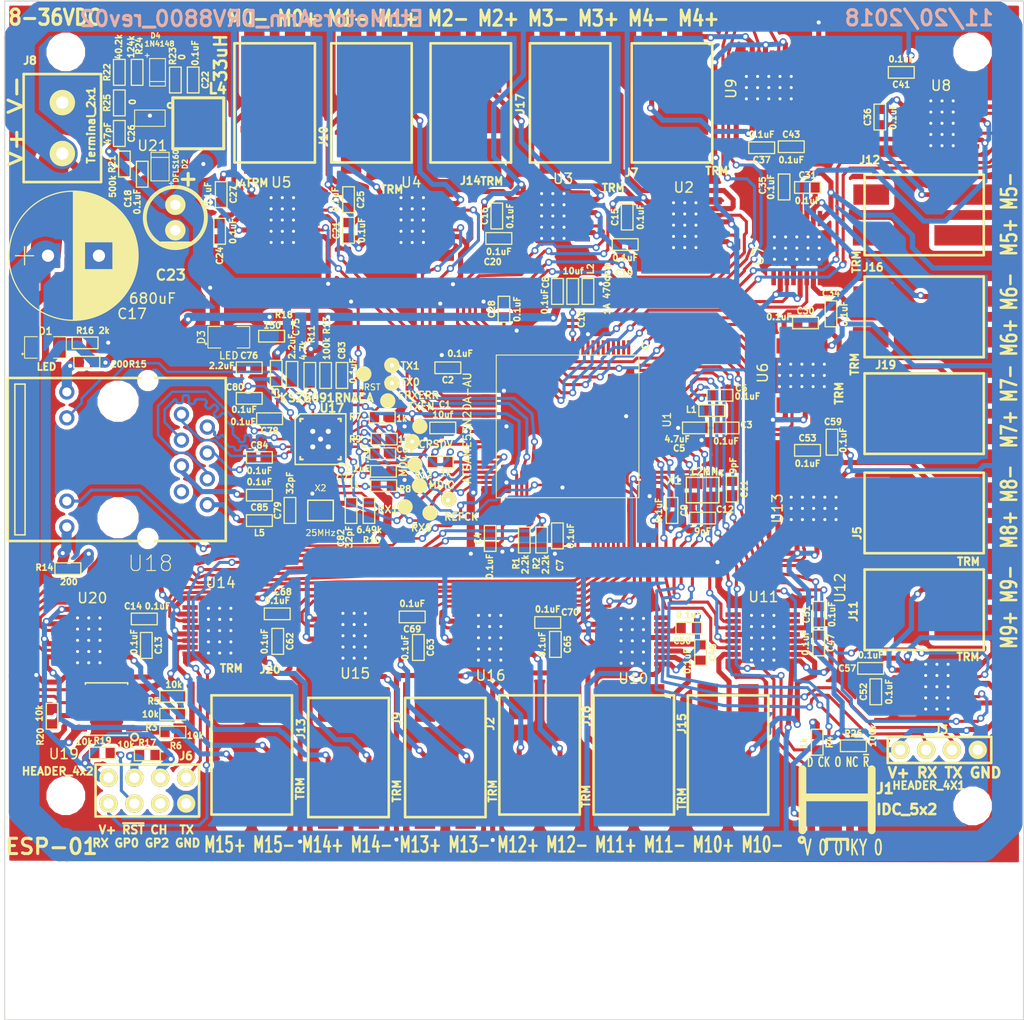
<source format=kicad_pcb>
(kicad_pcb (version 4) (host pcbnew 4.0.7)
  (layers (0 F.Cu signal) (31 B.Cu signal) (34 B.Paste user) (35 F.Paste user) (36 B.SilkS user) (37 F.SilkS user) (38 B.Mask user) (39 F.Mask user) (44 Edge.Cuts user))
  (net 0 "")
  (net 1 GND)
  (net 2 GreenLED)
  (net 3 M0+)
  (net 4 M0-)
  (net 5 M1+)
  (net 6 M1-)
  (net 7 M10+)
  (net 8 M10-)
  (net 9 M11+)
  (net 10 M11-)
  (net 11 M2+)
  (net 12 M2-)
  (net 13 M3+)
  (net 14 M3-)
  (net 15 M4+)
  (net 16 M4-)
  (net 17 M5+)
  (net 18 M5-)
  (net 19 M6+)
  (net 20 M6-)
  (net 21 M7+)
  (net 22 M7-)
  (net 23 M8+)
  (net 24 M8-)
  (net 25 M9+)
  (net 26 M9-)
  (net 27 RXP)
  (net 28 TXP)
  (net 29 VMotor)
  (net 30 YellowLED)
  (net 31 "Net-(C27-Pad2)")
  (net 32 "Net-(C30-Pad2)")
  (net 33 "Net-(C35-Pad2)")
  (net 34 "Net-(C36-Pad2)")
  (net 35 "Net-(C36-Pad1)")
  (net 36 "Net-(C41-Pad2)")
  (net 37 "Net-(C43-Pad2)")
  (net 38 "Net-(C46-Pad2)")
  (net 39 "Net-(C51-Pad2)")
  (net 40 "Net-(C52-Pad2)")
  (net 41 "Net-(C52-Pad1)")
  (net 42 "Net-(C59-Pad2)")
  (net 43 "Net-(C62-Pad2)")
  (net 44 "Net-(C69-Pad2)")
  (net 45 M12+)
  (net 46 M12-)
  (net 47 VDD_MCU_VDDCORE)
  (net 48 VDDANA)
  (net 49 XOUT)
  (net 50 XIN)
  (net 51 ~RESET~)
  (net 52 "Net-(C15-Pad2)")
  (net 53 "Net-(C15-Pad1)")
  (net 54 "Net-(C16-Pad2)")
  (net 55 "Net-(C16-Pad1)")
  (net 56 "Net-(C19-Pad2)")
  (net 57 "Net-(C20-Pad2)")
  (net 58 "Net-(C21-Pad2)")
  (net 59 "Net-(C21-Pad1)")
  (net 60 "Net-(C24-Pad2)")
  (net 61 "Net-(C24-Pad1)")
  (net 62 "Net-(C25-Pad2)")
  (net 63 "Net-(C30-Pad1)")
  (net 64 "Net-(C31-Pad2)")
  (net 65 "Net-(C31-Pad1)")
  (net 66 "Net-(C34-Pad2)")
  (net 67 "Net-(C37-Pad2)")
  (net 68 "Net-(C37-Pad1)")
  (net 69 "Net-(C46-Pad1)")
  (net 70 "Net-(C47-Pad2)")
  (net 71 "Net-(C47-Pad1)")
  (net 72 "Net-(C50-Pad2)")
  (net 73 "Net-(C53-Pad2)")
  (net 74 "Net-(C53-Pad1)")
  (net 75 "Net-(C57-Pad2)")
  (net 76 "Net-(C62-Pad1)")
  (net 77 "Net-(C63-Pad2)")
  (net 78 "Net-(C63-Pad1)")
  (net 79 "Net-(C65-Pad2)")
  (net 80 "Net-(C65-Pad1)")
  (net 81 "Net-(C68-Pad2)")
  (net 82 "Net-(C70-Pad2)")
  (net 83 "Net-(C75-Pad1)")
  (net 84 "Net-(C76-Pad1)")
  (net 85 "Net-(C79-Pad1)")
  (net 86 "Net-(C82-Pad1)")
  (net 87 ~RST#~)
  (net 88 "Net-(C84-Pad1)")
  (net 89 "Net-(C85-Pad2)")
  (net 90 "Net-(D1-Pad2)")
  (net 91 "Net-(D3-Pad2)")
  (net 92 SWO)
  (net 93 SWCLK)
  (net 94 SWDIO)
  (net 95 ESP_TX_SAM_RX)
  (net 96 ESP_RX_SAM_TX)
  (net 97 USART1RX)
  (net 98 USART1TX)
  (net 99 M13+)
  (net 100 M13-)
  (net 101 M14+)
  (net 102 M14-)
  (net 103 VDD_MCU_VSW)
  (net 104 RJ45_GND)
  (net 105 MDC)
  (net 106 MDIO)
  (net 107 RXER)
  (net 108 RX0)
  (net 109 RX1)
  (net 110 TXEN)
  (net 111 TX0)
  (net 112 TX1)
  (net 113 "Net-(R10-Pad1)")
  (net 114 "Net-(R14-Pad1)")
  (net 115 "Net-(R15-Pad1)")
  (net 116 M12_2_PA25)
  (net 117 M4_2_PA07)
  (net 118 M5_1_PA04)
  (net 119 M5_2_PA05)
  (net 120 M4_1_PA06)
  (net 121 M14_2_PA21)
  (net 122 M13_1_PA22)
  (net 123 M12_1_PA24)
  (net 124 M13_2_PA23)
  (net 125 M14_1_PA20)
  (net 126 M6_1_PB08)
  (net 127 M7_2_PB07)
  (net 128 M7_1_PB06)
  (net 129 M1_1_PB10)
  (net 130 M1_2_PB11)
  (net 131 M0_2_PB13)
  (net 132 M0_1_PB12)
  (net 133 M2_2_PA11)
  (net 134 M3_2_PA09)
  (net 135 M2_1_PA10)
  (net 136 M3_1_PA08)
  (net 137 M6_2_PB09)
  (net 138 RXM)
  (net 139 TXM)
  (net 140 VDDIO)
  (net 141 "Net-(C13-Pad2)")
  (net 142 "Net-(C13-Pad1)")
  (net 143 "Net-(C14-Pad2)")
  (net 144 "Net-(C22-Pad2)")
  (net 145 "Net-(C22-Pad1)")
  (net 146 "Net-(C26-Pad1)")
  (net 147 "Net-(D4-Pad2)")
  (net 148 "Net-(J1-Pad8)")
  (net 149 "Net-(J1-Pad7)")
  (net 150 "Net-(J6-Pad5)")
  (net 151 "Net-(J6-Pad4)")
  (net 152 "Net-(J6-Pad6)")
  (net 153 M15-)
  (net 154 M15+)
  (net 155 REFCK)
  (net 156 CRSDV)
  (net 157 SDA)
  (net 158 SCL)
  (net 159 "Net-(R3-Pad1)")
  (net 160 "Net-(R5-Pad1)")
  (net 161 "Net-(R6-Pad1)")
  (net 162 INT15)
  (net 163 "Net-(R20-Pad2)")
  (net 164 "Net-(R21-Pad2)")
  (net 165 "Net-(R22-Pad1)")
  (net 166 "Net-(U1-Pad96)")
  (net 167 M8_1_PB02)
  (net 168 M8_2_PB03)
  (net 169 M9_2_PB01)
  (net 170 M9_1_PB00)
  (net 171 "Net-(U1-Pad52)")
  (net 172 "Net-(U1-Pad58)")
  (net 173 "Net-(U1-Pad59)")
  (net 174 "Net-(U1-Pad43)")
  (net 175 "Net-(U1-Pad21)")
  (net 176 "Net-(U1-Pad23)")
  (net 177 "Net-(U1-Pad22)")
  (net 178 "Net-(U1-Pad61)")
  (net 179 "Net-(U1-Pad40)")
  (net 180 "Net-(U1-Pad87)")
  (net 181 "Net-(U1-Pad84)")
  (net 182 M15_2_PB21)
  (net 183 "Net-(U1-Pad66)")
  (net 184 M15_1_PB20)
  (net 185 "Net-(U1-Pad67)")
  (net 186 "Net-(U1-Pad37)")
  (net 187 "Net-(U1-Pad10)")
  (net 188 "Net-(U1-Pad8)")
  (net 189 "Net-(U1-Pad9)")
  (net 190 "Net-(U1-Pad6)")
  (net 191 "Net-(U1-Pad5)")
  (net 192 "Net-(U1-Pad7)")
  (net 193 "Net-(U1-Pad2)")
  (net 194 "Net-(U1-Pad1)")
  (net 195 "Net-(U1-Pad3)")
  (net 196 "Net-(U1-Pad4)")
  (net 197 M10_2_PC25)
  (net 198 M10_1_PC24)
  (net 199 M11_1_PB24)
  (net 200 M11_2_PB25)
  (net 201 "Net-(U2-Pad15)")
  (net 202 "Net-(U2-Pad16)")
  (net 203 "Net-(U2-Pad1)")
  (net 204 "Net-(U3-Pad15)")
  (net 205 "Net-(U3-Pad16)")
  (net 206 "Net-(U3-Pad1)")
  (net 207 "Net-(U4-Pad15)")
  (net 208 "Net-(U4-Pad16)")
  (net 209 "Net-(U4-Pad1)")
  (net 210 "Net-(U5-Pad15)")
  (net 211 "Net-(U5-Pad16)")
  (net 212 "Net-(U5-Pad1)")
  (net 213 "Net-(U6-Pad15)")
  (net 214 "Net-(U6-Pad16)")
  (net 215 "Net-(U6-Pad1)")
  (net 216 "Net-(U7-Pad15)")
  (net 217 "Net-(U7-Pad16)")
  (net 218 "Net-(U7-Pad1)")
  (net 219 "Net-(U8-Pad15)")
  (net 220 "Net-(U8-Pad16)")
  (net 221 "Net-(U8-Pad1)")
  (net 222 "Net-(U9-Pad15)")
  (net 223 "Net-(U9-Pad16)")
  (net 224 "Net-(U9-Pad1)")
  (net 225 "Net-(U10-Pad15)")
  (net 226 "Net-(U10-Pad16)")
  (net 227 "Net-(U10-Pad1)")
  (net 228 "Net-(U11-Pad15)")
  (net 229 "Net-(U11-Pad16)")
  (net 230 "Net-(U11-Pad1)")
  (net 231 "Net-(U12-Pad15)")
  (net 232 "Net-(U12-Pad16)")
  (net 233 "Net-(U12-Pad1)")
  (net 234 "Net-(U13-Pad15)")
  (net 235 "Net-(U13-Pad16)")
  (net 236 "Net-(U13-Pad1)")
  (net 237 "Net-(U14-Pad15)")
  (net 238 "Net-(U14-Pad16)")
  (net 239 "Net-(U14-Pad1)")
  (net 240 "Net-(U15-Pad15)")
  (net 241 "Net-(U15-Pad16)")
  (net 242 "Net-(U15-Pad1)")
  (net 243 "Net-(U16-Pad15)")
  (net 244 "Net-(U16-Pad16)")
  (net 245 "Net-(U16-Pad1)")
  (net 246 "Net-(U18-Pad7)")
  (net 247 "Net-(U20-Pad15)")
  (net 248 "Net-(U20-Pad16)")
  (net 249 "Net-(U20-Pad1)")
  (module ted_ICs:TSSOP_16+1H (layer F.Cu) (at 152.75 75 180)
    (fp_text reference U2 (at 0.1 3.7 180) (layer F.SilkS))
    (fp_text value DRV8800_PWP hide)
    (pad 17 smd rect (at 0 0 180) (size 3 3) (layers B.Cu B.Paste B.Mask) (net 1 GND))
    (pad 17 smd rect (at 0 0 180) (size 3 3) (layers F.Cu F.Paste F.Mask) (net 1 GND))
    (pad 17 thru_hole circle (at 0 -2.2 180) (size 0.3 0.3) (drill 0.3) (layers *.Cu *.Mask) (net 1 GND))
    (pad 17 thru_hole circle (at 1.1 -2.2 180) (size 0.3 0.3) (drill 0.3) (layers *.Cu *.Mask) (net 1 GND))
    (pad 17 thru_hole circle (at -1.1 -2.2 180) (size 0.3 0.3) (drill 0.3) (layers *.Cu *.Mask) (net 1 GND))
    (pad 17 thru_hole circle (at -1.1 2.2 180) (size 0.3 0.3) (drill 0.3) (layers *.Cu *.Mask) (net 1 GND))
    (pad 17 thru_hole circle (at 1.1 2.2 180) (size 0.3 0.3) (drill 0.3) (layers *.Cu *.Mask) (net 1 GND))
    (pad 17 thru_hole circle (at 0 2.2 180) (size 0.3 0.3) (drill 0.3) (layers *.Cu *.Mask) (net 1 GND))
    (pad 17 thru_hole circle (at 0 1.1 180) (size 0.3 0.3) (drill 0.3) (layers *.Cu *.Mask) (net 1 GND))
    (pad 17 thru_hole circle (at 1.1 1.1 180) (size 0.3 0.3) (drill 0.3) (layers *.Cu *.Mask) (net 1 GND))
    (pad 17 thru_hole circle (at -1.1 1.1 180) (size 0.3 0.3) (drill 0.3) (layers *.Cu *.Mask) (net 1 GND))
    (pad 17 thru_hole circle (at -1.1 -1.1 180) (size 0.3 0.3) (drill 0.3) (layers *.Cu *.Mask) (net 1 GND))
    (pad 17 thru_hole circle (at 1.1 -1.1 180) (size 0.3 0.3) (drill 0.3) (layers *.Cu *.Mask) (net 1 GND))
    (pad 17 thru_hole circle (at 0 -1.1 180) (size 0.3 0.3) (drill 0.3) (layers *.Cu *.Mask) (net 1 GND))
    (pad 17 smd rect (at 0 0 180) (size 3.4 5) (layers F.Cu) (net 1 GND))
    (pad 15 smd rect (at 2.9 -1.625 180) (size 1.5 0.45) (layers F.Cu F.Paste F.Mask) (net 201 "Net-(U2-Pad15)"))
    (pad 16 smd rect (at 2.9 -2.275 180) (size 1.5 0.45) (layers F.Cu F.Paste F.Mask) (net 202 "Net-(U2-Pad16)"))
    (pad 14 smd rect (at 2.9 -0.975 180) (size 1.5 0.45) (layers F.Cu F.Paste F.Mask) (net 56 "Net-(C19-Pad2)"))
    (pad 13 smd rect (at 2.9 -0.325 180) (size 1.5 0.45) (layers F.Cu F.Paste F.Mask) (net 1 GND))
    (pad 9 smd rect (at 2.9 2.275 180) (size 1.5 0.45) (layers F.Cu F.Paste F.Mask) (net 29 VMotor))
    (pad 10 smd rect (at 2.9 1.625 180) (size 1.5 0.45) (layers F.Cu F.Paste F.Mask) (net 14 M3-))
    (pad 12 smd rect (at 2.9 0.325 180) (size 1.5 0.45) (layers F.Cu F.Paste F.Mask) (net 53 "Net-(C15-Pad1)"))
    (pad 11 smd rect (at 2.9 0.975 180) (size 1.5 0.45) (layers F.Cu F.Paste F.Mask) (net 52 "Net-(C15-Pad2)"))
    (pad 6 smd rect (at -2.9 0.975 180) (size 1.5 0.45) (layers F.Cu F.Paste F.Mask) (net 136 M3_1_PA08))
    (pad 5 smd rect (at -2.9 0.325 180) (size 1.5 0.45) (layers F.Cu F.Paste F.Mask) (net 140 VDDIO))
    (pad 7 smd rect (at -2.9 1.625 180) (size 1.5 0.45) (layers F.Cu F.Paste F.Mask) (net 13 M3+))
    (pad 8 smd rect (at -2.9 2.275 180) (size 1.5 0.45) (layers F.Cu F.Paste F.Mask) (net 1 GND))
    (pad 4 smd rect (at -2.9 -0.325 180) (size 1.5 0.45) (layers F.Cu F.Paste F.Mask) (net 1 GND))
    (pad 3 smd rect (at -2.9 -0.975 180) (size 1.5 0.45) (layers F.Cu F.Paste F.Mask) (net 134 M3_2_PA09))
    (pad 17 smd rect (at 0 0 180) (size 3.4 5) (layers B.Cu B.Paste B.Mask) (net 1 GND))
    (pad 1 smd rect (at -2.9 -2.275 180) (size 1.5 0.45) (layers F.Cu F.Paste F.Mask) (net 203 "Net-(U2-Pad1)"))
    (pad 2 smd rect (at -2.9 -1.625 180) (size 1.5 0.45) (layers F.Cu F.Paste F.Mask) (net 140 VDDIO))
    (pad 17 thru_hole circle (at 0 0 180) (size 0.3 0.3) (drill 0.3) (layers *.Cu *.Mask) (net 1 GND))
    (pad 17 thru_hole circle (at 1.1 0 180) (size 0.3 0.3) (drill 0.3) (layers *.Cu *.Mask) (net 1 GND))
    (pad 17 thru_hole circle (at -1.1 0 180) (size 0.3 0.3) (drill 0.3) (layers *.Cu *.Mask) (net 1 GND))
  )
  (module ted_connectors:TED_LED_KIND_2x1_SMD (layer F.Cu) (at 131.75 63 180)
    (fp_text reference J14 (at 0.04 -7.63 180) (layer F.SilkS) (effects (font (size 0.762 0.762) (thickness 0.1905))))
    (fp_text value TRM (at -2.06 -7.69 180) (layer F.SilkS) (effects (font (size 0.762 0.762) (thickness 0.1905))))
    (pad "" smd rect (at 2 -5.2 180) (size 2 3.5) (layers F.Cu F.Paste F.Mask) (clearance 0.508))
    (pad 1 smd rect (at 2 4 180) (size 2 6) (layers F.Cu F.Paste F.Mask) (net 12 M2-) (clearance 0.508))
    (pad 2 smd rect (at -2 4 180) (size 2 6) (layers F.Cu F.Paste F.Mask) (net 11 M2+) (clearance 0.508))
    (pad "" smd rect (at -2 -5.25 180) (size 2 3.5) (layers F.Cu F.Paste F.Mask) (clearance 0.508))
  )
  (module ted_ICs:TSSOP_16+1H (layer F.Cu) (at 113.25 74.5 180)
    (fp_text reference U5 (at 0.1 3.7 180) (layer F.SilkS))
    (fp_text value DRV8800_PWP hide)
    (pad 17 smd rect (at 0 0 180) (size 3 3) (layers B.Cu B.Paste B.Mask) (net 1 GND))
    (pad 17 smd rect (at 0 0 180) (size 3 3) (layers F.Cu F.Paste F.Mask) (net 1 GND))
    (pad 17 thru_hole circle (at 0 -2.2 180) (size 0.3 0.3) (drill 0.3) (layers *.Cu *.Mask) (net 1 GND))
    (pad 17 thru_hole circle (at 1.1 -2.2 180) (size 0.3 0.3) (drill 0.3) (layers *.Cu *.Mask) (net 1 GND))
    (pad 17 thru_hole circle (at -1.1 -2.2 180) (size 0.3 0.3) (drill 0.3) (layers *.Cu *.Mask) (net 1 GND))
    (pad 17 thru_hole circle (at -1.1 2.2 180) (size 0.3 0.3) (drill 0.3) (layers *.Cu *.Mask) (net 1 GND))
    (pad 17 thru_hole circle (at 1.1 2.2 180) (size 0.3 0.3) (drill 0.3) (layers *.Cu *.Mask) (net 1 GND))
    (pad 17 thru_hole circle (at 0 2.2 180) (size 0.3 0.3) (drill 0.3) (layers *.Cu *.Mask) (net 1 GND))
    (pad 17 thru_hole circle (at 0 1.1 180) (size 0.3 0.3) (drill 0.3) (layers *.Cu *.Mask) (net 1 GND))
    (pad 17 thru_hole circle (at 1.1 1.1 180) (size 0.3 0.3) (drill 0.3) (layers *.Cu *.Mask) (net 1 GND))
    (pad 17 thru_hole circle (at -1.1 1.1 180) (size 0.3 0.3) (drill 0.3) (layers *.Cu *.Mask) (net 1 GND))
    (pad 17 thru_hole circle (at -1.1 -1.1 180) (size 0.3 0.3) (drill 0.3) (layers *.Cu *.Mask) (net 1 GND))
    (pad 17 thru_hole circle (at 1.1 -1.1 180) (size 0.3 0.3) (drill 0.3) (layers *.Cu *.Mask) (net 1 GND))
    (pad 17 thru_hole circle (at 0 -1.1 180) (size 0.3 0.3) (drill 0.3) (layers *.Cu *.Mask) (net 1 GND))
    (pad 17 smd rect (at 0 0 180) (size 3.4 5) (layers F.Cu) (net 1 GND))
    (pad 15 smd rect (at 2.9 -1.625 180) (size 1.5 0.45) (layers F.Cu F.Paste F.Mask) (net 210 "Net-(U5-Pad15)"))
    (pad 16 smd rect (at 2.9 -2.275 180) (size 1.5 0.45) (layers F.Cu F.Paste F.Mask) (net 211 "Net-(U5-Pad16)"))
    (pad 14 smd rect (at 2.9 -0.975 180) (size 1.5 0.45) (layers F.Cu F.Paste F.Mask) (net 31 "Net-(C27-Pad2)"))
    (pad 13 smd rect (at 2.9 -0.325 180) (size 1.5 0.45) (layers F.Cu F.Paste F.Mask) (net 1 GND))
    (pad 9 smd rect (at 2.9 2.275 180) (size 1.5 0.45) (layers F.Cu F.Paste F.Mask) (net 29 VMotor))
    (pad 10 smd rect (at 2.9 1.625 180) (size 1.5 0.45) (layers F.Cu F.Paste F.Mask) (net 4 M0-))
    (pad 12 smd rect (at 2.9 0.325 180) (size 1.5 0.45) (layers F.Cu F.Paste F.Mask) (net 61 "Net-(C24-Pad1)"))
    (pad 11 smd rect (at 2.9 0.975 180) (size 1.5 0.45) (layers F.Cu F.Paste F.Mask) (net 60 "Net-(C24-Pad2)"))
    (pad 6 smd rect (at -2.9 0.975 180) (size 1.5 0.45) (layers F.Cu F.Paste F.Mask) (net 132 M0_1_PB12))
    (pad 5 smd rect (at -2.9 0.325 180) (size 1.5 0.45) (layers F.Cu F.Paste F.Mask) (net 140 VDDIO))
    (pad 7 smd rect (at -2.9 1.625 180) (size 1.5 0.45) (layers F.Cu F.Paste F.Mask) (net 3 M0+))
    (pad 8 smd rect (at -2.9 2.275 180) (size 1.5 0.45) (layers F.Cu F.Paste F.Mask) (net 1 GND))
    (pad 4 smd rect (at -2.9 -0.325 180) (size 1.5 0.45) (layers F.Cu F.Paste F.Mask) (net 1 GND))
    (pad 3 smd rect (at -2.9 -0.975 180) (size 1.5 0.45) (layers F.Cu F.Paste F.Mask) (net 131 M0_2_PB13))
    (pad 17 smd rect (at 0 0 180) (size 3.4 5) (layers B.Cu B.Paste B.Mask) (net 1 GND))
    (pad 1 smd rect (at -2.9 -2.275 180) (size 1.5 0.45) (layers F.Cu F.Paste F.Mask) (net 212 "Net-(U5-Pad1)"))
    (pad 2 smd rect (at -2.9 -1.625 180) (size 1.5 0.45) (layers F.Cu F.Paste F.Mask) (net 140 VDDIO))
    (pad 17 thru_hole circle (at 0 0 180) (size 0.3 0.3) (drill 0.3) (layers *.Cu *.Mask) (net 1 GND))
    (pad 17 thru_hole circle (at 1.1 0 180) (size 0.3 0.3) (drill 0.3) (layers *.Cu *.Mask) (net 1 GND))
    (pad 17 thru_hole circle (at -1.1 0 180) (size 0.3 0.3) (drill 0.3) (layers *.Cu *.Mask) (net 1 GND))
  )
  (module ted_connectors:TED_LED_KIND_2x1_SMD (layer F.Cu) (at 129.25 127.25)
    (fp_text reference J9 (at -4.764 -3.826 90) (layer F.SilkS) (effects (font (size 0.762 0.762) (thickness 0.1905))))
    (fp_text value TRM (at -4.764 3.286 90) (layer F.SilkS) (effects (font (size 0.762 0.762) (thickness 0.1905))))
    (pad "" smd rect (at 2 -5.2) (size 2 3.5) (layers F.Cu F.Paste F.Mask) (clearance 0.508))
    (pad 1 smd rect (at 2 4) (size 2 6) (layers F.Cu F.Paste F.Mask) (net 100 M13-) (clearance 0.508))
    (pad 2 smd rect (at -2 4) (size 2 6) (layers F.Cu F.Paste F.Mask) (net 99 M13+) (clearance 0.508))
    (pad "" smd rect (at -2 -5.25) (size 2 3.5) (layers F.Cu F.Paste F.Mask) (clearance 0.508))
  )
  (module ted_holes:TED_Hole_3mm (layer F.Cu) (at 91 131)
    (fp_text reference H1 hide)
    (fp_text value HOLE hide)
    (pad "" np_thru_hole circle (at 1 0) (size 3 3) (drill 3) (layers *.Cu *.Mask F.SilkS))
  )
  (module ted_holes:TED_Hole_3mm (layer F.Cu) (at 90 58)
    (fp_text reference H2 hide)
    (fp_text value HOLE hide)
    (pad "" np_thru_hole circle (at 2 0) (size 3 3) (drill 3) (layers *.Cu *.Mask F.SilkS))
  )
  (module ted_holes:TED_Hole_3mm (layer F.Cu) (at 181 132)
    (fp_text reference H3 hide)
    (fp_text value HOLE hide)
    (pad "" np_thru_hole circle (at 0 0) (size 3 3) (drill 3) (layers *.Cu *.Mask F.SilkS))
  )
  (module ted_holes:TED_Hole_3mm (layer F.Cu) (at 181 58)
    (fp_text reference H4 hide)
    (fp_text value HOLE hide)
    (pad "" np_thru_hole circle (at 0 0) (size 3 3) (drill 3) (layers *.Cu *.Mask F.SilkS))
  )
  (module ted_led:TED_SM1206_LED (layer F.Cu) (at 90 87)
    (fp_text reference D1 (at 0 -1.6) (layer F.SilkS) (effects (font (size 0.7 0.7))))
    (fp_text value LED (at 0.1 1.9) (layer F.SilkS) (effects (font (size 0.7 0.7) (thickness 0.175))))
    (pad 1 smd rect (at -1.375 0) (size 1.25 2) (layers F.Cu F.Paste F.Mask) (net 29 VMotor))
    (pad 2 smd rect (at 1.375 0) (size 1.25 2) (layers F.Cu F.Paste F.Mask) (net 90 "Net-(D1-Pad2)"))
  )
  (module ted_led:TED_SM1206_LED (layer F.Cu) (at 108 86)
    (fp_text reference D3 (at -2.7 0 90) (layer F.SilkS) (effects (font (size 0.7 0.7) (thickness 0.125))))
    (fp_text value LED (at 0 1.8) (layer F.SilkS) (effects (font (size 0.7 0.7) (thickness 0.125))))
    (pad 1 smd rect (at -1.375 0) (size 1.25 2) (layers F.Cu F.Paste F.Mask) (net 140 VDDIO))
    (pad 2 smd rect (at 1.375 0) (size 1.25 2) (layers F.Cu F.Paste F.Mask) (net 91 "Net-(D3-Pad2)"))
  )
  (module ted_connectors:TED_LED_KIND_2x1_SMD (layer F.Cu) (at 138.5 127)
    (fp_text reference J2 (at -4.858 -3.064 90) (layer F.SilkS) (effects (font (size 0.762 0.762) (thickness 0.1905))))
    (fp_text value TRM (at -4.604 3.54 90) (layer F.SilkS) (effects (font (size 0.762 0.762) (thickness 0.1905))))
    (pad "" smd rect (at 2 -5.2) (size 2 3.5) (layers F.Cu F.Paste F.Mask) (clearance 0.508))
    (pad 1 smd rect (at 2 4) (size 2 6) (layers F.Cu F.Paste F.Mask) (net 46 M12-) (clearance 0.508))
    (pad 2 smd rect (at -2 4) (size 2 6) (layers F.Cu F.Paste F.Mask) (net 45 M12+) (clearance 0.508))
    (pad "" smd rect (at -2 -5.25) (size 2 3.5) (layers F.Cu F.Paste F.Mask) (clearance 0.508))
  )
  (module ted_connectors:TED_LED_KIND_2x1_SMD (layer F.Cu) (at 112.5 63 180)
    (fp_text reference J4 (at 3.46 -7.98 180) (layer F.SilkS) (effects (font (size 0.762 0.762) (thickness 0.1905))))
    (fp_text value TRM (at 1.74 -7.85 180) (layer F.SilkS) (effects (font (size 0.762 0.762) (thickness 0.1905))))
    (pad "" smd rect (at 2 -5.2 180) (size 2 3.5) (layers F.Cu F.Paste F.Mask) (clearance 0.508))
    (pad 1 smd rect (at 2 4 180) (size 2 6) (layers F.Cu F.Paste F.Mask) (net 4 M0-) (clearance 0.508))
    (pad 2 smd rect (at -2 4 180) (size 2 6) (layers F.Cu F.Paste F.Mask) (net 3 M0+) (clearance 0.508))
    (pad "" smd rect (at -2 -5.25 180) (size 2 3.5) (layers F.Cu F.Paste F.Mask) (clearance 0.508))
  )
  (module ted_connectors:TED_LED_KIND_2x1_SMD (layer F.Cu) (at 176.25 103.25 90)
    (fp_text reference J5 (at -1.984 -6.574 90) (layer F.SilkS) (effects (font (size 0.762 0.762) (thickness 0.1905))))
    (fp_text value TRM (at -4.778 4.348 180) (layer F.SilkS) (effects (font (size 0.762 0.762) (thickness 0.1905))))
    (pad "" smd rect (at 2 -5.2 90) (size 2 3.5) (layers F.Cu F.Paste F.Mask) (clearance 0.508))
    (pad 1 smd rect (at 2 4 90) (size 2 6) (layers F.Cu F.Paste F.Mask) (net 24 M8-) (clearance 0.508))
    (pad 2 smd rect (at -2 4 90) (size 2 6) (layers F.Cu F.Paste F.Mask) (net 23 M8+) (clearance 0.508))
    (pad "" smd rect (at -2 -5.25 90) (size 2 3.5) (layers F.Cu F.Paste F.Mask) (clearance 0.508))
  )
  (module ted_connectors:TED_LED_KIND_2x1_SMD (layer F.Cu) (at 151.5 63 180)
    (fp_text reference J7 (at 3.97 -6.84 180) (layer F.SilkS) (effects (font (size 0.762 0.762) (thickness 0.1905))))
    (fp_text value TRM (at -4.39 -6.68 180) (layer F.SilkS) (effects (font (size 0.762 0.762) (thickness 0.1905))))
    (pad "" smd rect (at 2 -5.2 180) (size 2 3.5) (layers F.Cu F.Paste F.Mask) (clearance 0.508))
    (pad 1 smd rect (at 2 4 180) (size 2 6) (layers F.Cu F.Paste F.Mask) (net 16 M4-) (clearance 0.508))
    (pad 2 smd rect (at -2 4 180) (size 2 6) (layers F.Cu F.Paste F.Mask) (net 15 M4+) (clearance 0.508))
    (pad "" smd rect (at -2 -5.25 180) (size 2 3.5) (layers F.Cu F.Paste F.Mask) (clearance 0.508))
  )
  (module ted_connectors:TED_LED_KIND_2x1_SMD (layer F.Cu) (at 122 63 180)
    (fp_text reference J10 (at 4.7 -3.3 270) (layer F.SilkS) (effects (font (size 0.762 0.762) (thickness 0.1905))))
    (fp_text value TRM (at -2 -8.5 180) (layer F.SilkS) (effects (font (size 0.762 0.762) (thickness 0.1905))))
    (pad "" smd rect (at 2 -5.2 180) (size 2 3.5) (layers F.Cu F.Paste F.Mask) (clearance 0.508))
    (pad 1 smd rect (at 2 4 180) (size 2 6) (layers F.Cu F.Paste F.Mask) (net 6 M1-) (clearance 0.508))
    (pad 2 smd rect (at -2 4 180) (size 2 6) (layers F.Cu F.Paste F.Mask) (net 5 M1+) (clearance 0.508))
    (pad "" smd rect (at -2 -5.25 180) (size 2 3.5) (layers F.Cu F.Paste F.Mask) (clearance 0.508))
  )
  (module ted_connectors:TED_LED_KIND_2x1_SMD (layer F.Cu) (at 176.25 112.75 90)
    (fp_text reference J11 (at -0.15 -6.95 270) (layer F.SilkS) (effects (font (size 0.762 0.762) (thickness 0.1905))))
    (fp_text value TRM (at -4.632 4.302 180) (layer F.SilkS) (effects (font (size 0.762 0.762) (thickness 0.1905))))
    (pad "" smd rect (at 2 -5.2 90) (size 2 3.5) (layers F.Cu F.Paste F.Mask) (clearance 0.508))
    (pad 1 smd rect (at 2 4 90) (size 2 6) (layers F.Cu F.Paste F.Mask) (net 26 M9-) (clearance 0.508))
    (pad 2 smd rect (at -2 4 90) (size 2 6) (layers F.Cu F.Paste F.Mask) (net 25 M9+) (clearance 0.508))
    (pad "" smd rect (at -2 -5.25 90) (size 2 3.5) (layers F.Cu F.Paste F.Mask) (clearance 0.508))
  )
  (module ted_connectors:TED_LED_KIND_2x1_SMD (layer F.Cu) (at 176.25 74 90)
    (fp_text reference J12 (at 5.4 -5.35 180) (layer F.SilkS) (effects (font (size 0.762 0.762) (thickness 0.1905))))
    (fp_text value TRM (at -4.6 -6.65 90) (layer F.SilkS) (effects (font (size 0.762 0.762) (thickness 0.1905))))
    (pad "" smd rect (at 2 -5.2 90) (size 2 3.5) (layers F.Cu F.Paste F.Mask) (clearance 0.508))
    (pad 1 smd rect (at 2 4 90) (size 2 6) (layers F.Cu F.Paste F.Mask) (net 18 M5-) (clearance 0.508))
    (pad 2 smd rect (at -2 4 90) (size 2 6) (layers F.Cu F.Paste F.Mask) (net 17 M5+) (clearance 0.508))
    (pad "" smd rect (at -2 -5.25 90) (size 2 3.5) (layers F.Cu F.Paste F.Mask) (clearance 0.508))
  )
  (module ted_connectors:TED_LED_KIND_2x1_SMD (layer F.Cu) (at 119.75 127.25)
    (fp_text reference J13 (at -4.67 -2.81 90) (layer F.SilkS) (effects (font (size 0.762 0.762) (thickness 0.1905))))
    (fp_text value TRM (at -4.75 3.05 90) (layer F.SilkS) (effects (font (size 0.762 0.762) (thickness 0.1905))))
    (pad "" smd rect (at 2 -5.2) (size 2 3.5) (layers F.Cu F.Paste F.Mask) (clearance 0.508))
    (pad 1 smd rect (at 2 4) (size 2 6) (layers F.Cu F.Paste F.Mask) (net 102 M14-) (clearance 0.508))
    (pad 2 smd rect (at -2 4) (size 2 6) (layers F.Cu F.Paste F.Mask) (net 101 M14+) (clearance 0.508))
    (pad "" smd rect (at -2 -5.25) (size 2 3.5) (layers F.Cu F.Paste F.Mask) (clearance 0.508))
  )
  (module ted_connectors:TED_LED_KIND_2x1_SMD (layer F.Cu) (at 157 127)
    (fp_text reference J15 (at -4.538 -3.064 90) (layer F.SilkS) (effects (font (size 0.762 0.762) (thickness 0.1905))))
    (fp_text value TRM (at -4.538 4.302 90) (layer F.SilkS) (effects (font (size 0.762 0.762) (thickness 0.1905))))
    (pad "" smd rect (at 2 -5.2) (size 2 3.5) (layers F.Cu F.Paste F.Mask) (clearance 0.508))
    (pad 1 smd rect (at 2 4) (size 2 6) (layers F.Cu F.Paste F.Mask) (net 8 M10-) (clearance 0.508))
    (pad 2 smd rect (at -2 4) (size 2 6) (layers F.Cu F.Paste F.Mask) (net 7 M10+) (clearance 0.508))
    (pad "" smd rect (at -2 -5.25) (size 2 3.5) (layers F.Cu F.Paste F.Mask) (clearance 0.508))
  )
  (module ted_connectors:TED_LED_KIND_2x1_SMD (layer F.Cu) (at 176.25 84 90)
    (fp_text reference J16 (at 4.87 -5.02 180) (layer F.SilkS) (effects (font (size 0.762 0.762) (thickness 0.1905))))
    (fp_text value TRM (at -4.646 -6.828 90) (layer F.SilkS) (effects (font (size 0.762 0.762) (thickness 0.1905))))
    (pad "" smd rect (at 2 -5.2 90) (size 2 3.5) (layers F.Cu F.Paste F.Mask) (clearance 0.508))
    (pad 1 smd rect (at 2 4 90) (size 2 6) (layers F.Cu F.Paste F.Mask) (net 20 M6-) (clearance 0.508))
    (pad 2 smd rect (at -2 4 90) (size 2 6) (layers F.Cu F.Paste F.Mask) (net 19 M6+) (clearance 0.508))
    (pad "" smd rect (at -2 -5.25 90) (size 2 3.5) (layers F.Cu F.Paste F.Mask) (clearance 0.508))
  )
  (module ted_connectors:TED_LED_KIND_2x1_SMD (layer F.Cu) (at 141.5 63 180)
    (fp_text reference J17 (at 4.9 -0.1 270) (layer F.SilkS) (effects (font (size 0.762 0.762) (thickness 0.1905))))
    (fp_text value TRM (at -4.23 -8.35 180) (layer F.SilkS) (effects (font (size 0.762 0.762) (thickness 0.1905))))
    (pad "" smd rect (at 2 -5.2 180) (size 2 3.5) (layers F.Cu F.Paste F.Mask) (clearance 0.508))
    (pad 1 smd rect (at 2 4 180) (size 2 6) (layers F.Cu F.Paste F.Mask) (net 14 M3-) (clearance 0.508))
    (pad 2 smd rect (at -2 4 180) (size 2 6) (layers F.Cu F.Paste F.Mask) (net 13 M3+) (clearance 0.508))
    (pad "" smd rect (at -2 -5.25 180) (size 2 3.5) (layers F.Cu F.Paste F.Mask) (clearance 0.508))
  )
  (module ted_connectors:TED_LED_KIND_2x1_SMD (layer F.Cu) (at 147.75 127)
    (fp_text reference J18 (at -4.698 -3.826 90) (layer F.SilkS) (effects (font (size 0.762 0.762) (thickness 0.1905))))
    (fp_text value TRM (at -4.698 4.048 90) (layer F.SilkS) (effects (font (size 0.762 0.762) (thickness 0.1905))))
    (pad "" smd rect (at 2 -5.2) (size 2 3.5) (layers F.Cu F.Paste F.Mask) (clearance 0.508))
    (pad 1 smd rect (at 2 4) (size 2 6) (layers F.Cu F.Paste F.Mask) (net 10 M11-) (clearance 0.508))
    (pad 2 smd rect (at -2 4) (size 2 6) (layers F.Cu F.Paste F.Mask) (net 9 M11+) (clearance 0.508))
    (pad "" smd rect (at -2 -5.25) (size 2 3.5) (layers F.Cu F.Paste F.Mask) (clearance 0.508))
  )
  (module ted_connectors:TED_LED_KIND_2x1_SMD (layer F.Cu) (at 176.25 93.5 90)
    (fp_text reference J19 (at 4.78 -3.78 180) (layer F.SilkS) (effects (font (size 0.762 0.762) (thickness 0.1905))))
    (fp_text value TRM (at 2 -8.35 90) (layer F.SilkS) (effects (font (size 0.762 0.762) (thickness 0.1905))))
    (pad "" smd rect (at 2 -5.2 90) (size 2 3.5) (layers F.Cu F.Paste F.Mask) (clearance 0.508))
    (pad 1 smd rect (at 2 4 90) (size 2 6) (layers F.Cu F.Paste F.Mask) (net 22 M7-) (clearance 0.508))
    (pad 2 smd rect (at -2 4 90) (size 2 6) (layers F.Cu F.Paste F.Mask) (net 21 M7+) (clearance 0.508))
    (pad "" smd rect (at -2 -5.25 90) (size 2 3.5) (layers F.Cu F.Paste F.Mask) (clearance 0.508))
  )
  (module ted_resistors:TED_SM0603_R (layer F.Cu) (at 155.4 93.2)
    (fp_text reference L1 (at -2 -0.1) (layer F.SilkS) (effects (font (size 0.6 0.6))))
    (fp_text value "1A 470ohm" hide)
    (pad 2 smd rect (at 0.75184 0) (size 0.89916 1.00076) (layers F.Cu F.Paste F.Mask) (net 47 VDD_MCU_VDDCORE) (clearance 0.1))
    (pad 1 smd rect (at -0.75184 0) (size 0.89916 1.00076) (layers F.Cu F.Paste F.Mask) (net 103 VDD_MCU_VSW) (clearance 0.1))
  )
  (module ted_resistors:TED_SM0603_R (layer F.Cu) (at 143.25 81.5 270)
    (fp_text reference L2 (at -2.2 -0.25 270) (layer F.SilkS) (effects (font (size 0.6 0.6))))
    (fp_text value "1A 470ohm" (at -0.3 -1.85 270) (layer F.SilkS) (effects (font (size 0.6 0.6))))
    (pad 2 smd rect (at 0.75184 0 270) (size 0.89916 1.00076) (layers F.Cu F.Paste F.Mask) (net 48 VDDANA) (clearance 0.1))
    (pad 1 smd rect (at -0.75184 0 270) (size 0.89916 1.00076) (layers F.Cu F.Paste F.Mask) (net 140 VDDIO) (clearance 0.1))
  )
  (module ted_resistors:TED_SM0603_R (layer F.Cu) (at 112.65 89.55 270)
    (fp_text reference L3 (at 1.95 0.05 270) (layer F.SilkS) (effects (font (size 0.6 0.6))))
    (fp_text value "1A 470ohm" hide)
    (pad 2 smd rect (at 0.75184 0 270) (size 0.89916 1.00076) (layers F.Cu F.Paste F.Mask) (net 83 "Net-(C75-Pad1)") (clearance 0.1))
    (pad 1 smd rect (at -0.75184 0 270) (size 0.89916 1.00076) (layers F.Cu F.Paste F.Mask) (net 140 VDDIO) (clearance 0.1))
  )
  (module ted_test_pads:TED_TEST_PAD (layer F.Cu) (at 126.25 98.5)
    (fp_text reference P1 hide)
    (fp_text value MDC (at -1.15 0.1 90) (layer F.SilkS) (effects (font (size 0.7 0.7))))
    (pad 1 smd circle (at 0 0) (size 1.5 1.5) (layers F.Cu F.SilkS F.Mask) (net 105 MDC))
  )
  (module ted_test_pads:TED_TEST_PAD (layer F.Cu) (at 126.71 100.58)
    (fp_text reference P2 hide)
    (fp_text value MDIO (at 2.19 -0.08) (layer F.SilkS) (effects (font (size 0.7 0.7))))
    (pad 1 smd circle (at 0 0) (size 1.5 1.5) (layers F.Cu F.SilkS F.Mask) (net 106 MDIO))
  )
  (module ted_test_pads:TED_TEST_PAD (layer F.Cu) (at 121.25 89.6)
    (fp_text reference P3 hide)
    (fp_text value nRST (at 0.55 1.3) (layer F.SilkS) (effects (font (size 0.6 0.6) (thickness 0.1))))
    (pad 1 smd circle (at 0 0) (size 1.5 1.5) (layers F.Cu F.SilkS F.Mask) (net 87 ~RST#~))
  )
  (module ted_test_pads:TED_TEST_PAD (layer F.Cu) (at 129.575 101.875)
    (fp_text reference P4 hide)
    (fp_text value REFCK (at 1.235 1.757) (layer F.SilkS) (effects (font (size 0.7 0.7))))
    (pad 1 smd circle (at 0 0) (size 1.5 1.5) (layers F.Cu F.SilkS F.Mask) (net 155 REFCK))
  )
  (module ted_test_pads:TED_TEST_PAD (layer F.Cu) (at 123.6 92.25)
    (fp_text reference P5 hide)
    (fp_text value ERXERR (at 3 -0.55) (layer F.SilkS) (effects (font (size 0.7 0.7))))
    (pad 1 smd circle (at 0 0) (size 1.5 1.5) (layers F.Cu F.SilkS F.Mask) (net 107 RXER))
  )
  (module ted_test_pads:TED_TEST_PAD (layer F.Cu) (at 127.75 103.25)
    (fp_text reference P6 hide)
    (fp_text value RX0 (at -0.85 1.45) (layer F.SilkS) (effects (font (size 0.7 0.7))))
    (pad 1 smd circle (at 0 0) (size 1.5 1.5) (layers F.Cu F.SilkS F.Mask) (net 108 RX0))
  )
  (module ted_test_pads:TED_TEST_PAD (layer F.Cu) (at 125.3 102.65)
    (fp_text reference P7 hide)
    (fp_text value RX1 (at -1.7 0.25) (layer F.SilkS) (effects (font (size 0.7 0.7))))
    (pad 1 smd circle (at 0 0) (size 1.5 1.5) (layers F.Cu F.SilkS F.Mask) (net 109 RX1))
  )
  (module ted_test_pads:TED_TEST_PAD (layer F.Cu) (at 126.75 94.75)
    (fp_text reference P8 hide)
    (fp_text value TXEN (at 0.15 -1.95) (layer F.SilkS) (effects (font (size 0.7 0.7))))
    (pad 1 smd circle (at 0 0) (size 1.5 1.5) (layers F.Cu F.SilkS F.Mask) (net 110 TXEN))
  )
  (module ted_test_pads:TED_TEST_PAD (layer F.Cu) (at 124 90.5)
    (fp_text reference P9 hide)
    (fp_text value TX0 (at 1.8 -0.1) (layer F.SilkS) (effects (font (size 0.7 0.7))))
    (pad 1 smd circle (at 0 0) (size 1.5 1.5) (layers F.Cu F.SilkS F.Mask) (net 111 TX0))
  )
  (module ted_test_pads:TED_TEST_PAD (layer F.Cu) (at 124 88.75)
    (fp_text reference P10 hide)
    (fp_text value TX1 (at 1.8 0.05) (layer F.SilkS) (effects (font (size 0.7 0.7))))
    (pad 1 smd circle (at 0 0) (size 1.5 1.5) (layers F.Cu F.SilkS F.Mask) (net 112 TX1))
  )
  (module ted_resistors:TED_SM0603_R (layer F.Cu) (at 137 105.9 270)
    (fp_text reference R1 (at 2.3 0.8 270) (layer F.SilkS) (effects (font (size 0.6 0.6))))
    (fp_text value 2.2k (at 2.4 -0.1 270) (layer F.SilkS) (effects (font (size 0.6 0.6))))
    (pad 2 smd rect (at 0.75184 0 270) (size 0.89916 1.00076) (layers F.Cu F.Paste F.Mask) (net 140 VDDIO) (clearance 0.1))
    (pad 1 smd rect (at -0.75184 0 270) (size 0.89916 1.00076) (layers F.Cu F.Paste F.Mask) (net 157 SDA) (clearance 0.1))
  )
  (module ted_resistors:TED_SM0603_R (layer F.Cu) (at 138.7 105.9 270)
    (fp_text reference R2 (at 2.3 0.5 270) (layer F.SilkS) (effects (font (size 0.6 0.6))))
    (fp_text value 2.2k (at 2.4 -0.4 270) (layer F.SilkS) (effects (font (size 0.6 0.6))))
    (pad 2 smd rect (at 0.75184 0 270) (size 0.89916 1.00076) (layers F.Cu F.Paste F.Mask) (net 140 VDDIO) (clearance 0.1))
    (pad 1 smd rect (at -0.75184 0 270) (size 0.89916 1.00076) (layers F.Cu F.Paste F.Mask) (net 158 SCL) (clearance 0.1))
  )
  (module ted_resistors:TED_SM0603_R (layer F.Cu) (at 102.5 124.75)
    (fp_text reference R3 (at -2.1 -0.45) (layer F.SilkS) (effects (font (size 0.6 0.6))))
    (fp_text value 10k (at 2.2 0.35) (layer F.SilkS) (effects (font (size 0.6 0.6))))
    (pad 2 smd rect (at 0.75184 0) (size 0.89916 1.00076) (layers F.Cu F.Paste F.Mask) (net 1 GND) (clearance 0.1))
    (pad 1 smd rect (at -0.75184 0) (size 0.89916 1.00076) (layers F.Cu F.Paste F.Mask) (net 159 "Net-(R3-Pad1)") (clearance 0.1))
  )
  (module ted_resistors:TED_SM0603_R (layer F.Cu) (at 165.75 125.75 270)
    (fp_text reference R4 (at 0 -1.2 270) (layer F.SilkS) (effects (font (size 0.6 0.6))))
    (fp_text value 1k (at 0.1 1.3 270) (layer F.SilkS) (effects (font (size 0.6 0.6))))
    (pad 2 smd rect (at 0.75184 0 270) (size 0.89916 1.00076) (layers F.Cu F.Paste F.Mask) (net 93 SWCLK) (clearance 0.1))
    (pad 1 smd rect (at -0.75184 0 270) (size 0.89916 1.00076) (layers F.Cu F.Paste F.Mask) (net 140 VDDIO) (clearance 0.1))
  )
  (module ted_resistors:TED_SM0603_R (layer F.Cu) (at 102.5 121.25)
    (fp_text reference R5 (at -1.886 0.474) (layer F.SilkS) (effects (font (size 0.6 0.6))))
    (fp_text value 10k (at 0.1 -1.15) (layer F.SilkS) (effects (font (size 0.6 0.6))))
    (pad 2 smd rect (at 0.75184 0) (size 0.89916 1.00076) (layers F.Cu F.Paste F.Mask) (net 140 VDDIO) (clearance 0.1))
    (pad 1 smd rect (at -0.75184 0) (size 0.89916 1.00076) (layers F.Cu F.Paste F.Mask) (net 160 "Net-(R5-Pad1)") (clearance 0.1))
  )
  (module ted_resistors:TED_SM0603_R (layer F.Cu) (at 102.5 123)
    (fp_text reference R6 (at 0.3 3.1 180) (layer F.SilkS) (effects (font (size 0.6 0.6))))
    (fp_text value 10k (at -2.2 0) (layer F.SilkS) (effects (font (size 0.6 0.6))))
    (pad 2 smd rect (at 0.75184 0) (size 0.89916 1.00076) (layers F.Cu F.Paste F.Mask) (net 140 VDDIO) (clearance 0.1))
    (pad 1 smd rect (at -0.75184 0) (size 0.89916 1.00076) (layers F.Cu F.Paste F.Mask) (net 161 "Net-(R6-Pad1)") (clearance 0.1))
  )
  (module ted_resistors:TED_SM0603_R (layer F.Cu) (at 123.05 93.85)
    (fp_text reference R7 (at -2.65 -0.05) (layer F.SilkS) (effects (font (size 0.6 0.6))))
    (fp_text value 1k (at 1.918 0.13) (layer F.SilkS) (effects (font (size 0.6 0.6))))
    (pad 2 smd rect (at 0.75184 0) (size 0.89916 1.00076) (layers F.Cu F.Paste F.Mask) (net 1 GND) (clearance 0.1))
    (pad 1 smd rect (at -0.75184 0) (size 0.89916 1.00076) (layers F.Cu F.Paste F.Mask) (net 107 RXER) (clearance 0.1))
  )
  (module ted_resistors:TED_SM0603_R (layer F.Cu) (at 123.2 100.57)
    (fp_text reference R8 (at 2.1 0.33) (layer F.SilkS) (effects (font (size 0.6 0.6))))
    (fp_text value 1k (at -2.9 -0.07) (layer F.SilkS) (effects (font (size 0.6 0.6))))
    (pad 2 smd rect (at 0.75184 0) (size 0.89916 1.00076) (layers F.Cu F.Paste F.Mask) (net 106 MDIO) (clearance 0.1))
    (pad 1 smd rect (at -0.75184 0) (size 0.89916 1.00076) (layers F.Cu F.Paste F.Mask) (net 140 VDDIO) (clearance 0.1))
  )
  (module ted_resistors:TED_SM0603_R (layer F.Cu) (at 123.25 96)
    (fp_text reference R9 (at -2.85 0) (layer F.SilkS) (effects (font (size 0.6 0.6))))
    (fp_text value 1k (at 1.893 0.012) (layer F.SilkS) (effects (font (size 0.6 0.6))))
    (pad 2 smd rect (at 0.75184 0) (size 0.89916 1.00076) (layers F.Cu F.Paste F.Mask) (net 1 GND) (clearance 0.1))
    (pad 1 smd rect (at -0.75184 0) (size 0.89916 1.00076) (layers F.Cu F.Paste F.Mask) (net 156 CRSDV) (clearance 0.1))
  )
  (module ted_resistors:TED_SM0603_R (layer F.Cu) (at 121.75 103 270)
    (fp_text reference R10 (at 2.918 -0.278 360) (layer F.SilkS) (effects (font (size 0.6 0.6))))
    (fp_text value 6.49k (at 1.902 -0.024 360) (layer F.SilkS) (effects (font (size 0.6 0.6))))
    (pad 2 smd rect (at 0.75184 0 270) (size 0.89916 1.00076) (layers F.Cu F.Paste F.Mask) (net 1 GND) (clearance 0.1))
    (pad 1 smd rect (at -0.75184 0 270) (size 0.89916 1.00076) (layers F.Cu F.Paste F.Mask) (net 113 "Net-(R10-Pad1)") (clearance 0.1))
  )
  (module ted_resistors:TED_SM0603_R (layer F.Cu) (at 115.95 89.75 270)
    (fp_text reference R11 (at -4.05 -0.15 270) (layer F.SilkS) (effects (font (size 0.6 0.6))))
    (fp_text value 4.7k (at -2.45 0.65 270) (layer F.SilkS) (effects (font (size 0.6 0.6))))
    (pad 2 smd rect (at 0.75184 0 270) (size 0.89916 1.00076) (layers F.Cu F.Paste F.Mask) (net 2 GreenLED) (clearance 0.1))
    (pad 1 smd rect (at -0.75184 0 270) (size 0.89916 1.00076) (layers F.Cu F.Paste F.Mask) (net 140 VDDIO) (clearance 0.1))
  )
  (module ted_resistors:TED_SM0603_R (layer F.Cu) (at 128.75 98.25)
    (fp_text reference R12 (at -1.65 1.25) (layer F.SilkS) (effects (font (size 0.6 0.6))))
    (fp_text value 1k (at 0.55 1.05 180) (layer F.SilkS) (effects (font (size 0.6 0.6))))
    (pad 2 smd rect (at 0.75184 0) (size 0.89916 1.00076) (layers F.Cu F.Paste F.Mask) (net 162 INT15) (clearance 0.1))
    (pad 1 smd rect (at -0.75184 0) (size 0.89916 1.00076) (layers F.Cu F.Paste F.Mask) (net 140 VDDIO) (clearance 0.1))
  )
  (module ted_resistors:TED_SM0603_R (layer F.Cu) (at 117.5 89.75 270)
    (fp_text reference R13 (at -4.914 -0.102 270) (layer F.SilkS) (effects (font (size 0.6 0.6))))
    (fp_text value 100k (at -2.628 -0.102 270) (layer F.SilkS) (effects (font (size 0.6 0.6))))
    (pad 2 smd rect (at 0.75184 0 270) (size 0.89916 1.00076) (layers F.Cu F.Paste F.Mask) (net 87 ~RST#~) (clearance 0.1))
    (pad 1 smd rect (at -0.75184 0 270) (size 0.89916 1.00076) (layers F.Cu F.Paste F.Mask) (net 140 VDDIO) (clearance 0.1))
  )
  (module ted_resistors:TED_SM0603_R (layer F.Cu) (at 92.202 108.712)
    (fp_text reference R14 (at -2.302 -0.112) (layer F.SilkS) (effects (font (size 0.6 0.6))))
    (fp_text value 200 (at 0.1 1.3) (layer F.SilkS) (effects (font (size 0.6 0.6))))
    (pad 2 smd rect (at 0.75184 0) (size 0.89916 1.00076) (layers F.Cu F.Paste F.Mask) (net 48 VDDANA) (clearance 0.1))
    (pad 1 smd rect (at -0.75184 0) (size 0.89916 1.00076) (layers F.Cu F.Paste F.Mask) (net 114 "Net-(R14-Pad1)") (clearance 0.1))
  )
  (module ted_resistors:TED_SM0603_R (layer F.Cu) (at 94.06 88.44)
    (fp_text reference R15 (at 5 0.206) (layer F.SilkS) (effects (font (size 0.6 0.6))))
    (fp_text value 200 (at 3.222 0.206) (layer F.SilkS) (effects (font (size 0.6 0.6))))
    (pad 2 smd rect (at 0.75184 0) (size 0.89916 1.00076) (layers F.Cu F.Paste F.Mask) (net 48 VDDANA) (clearance 0.1))
    (pad 1 smd rect (at -0.75184 0) (size 0.89916 1.00076) (layers F.Cu F.Paste F.Mask) (net 115 "Net-(R15-Pad1)") (clearance 0.1))
  )
  (module ted_resistors:TED_SM0603_R (layer F.Cu) (at 93.89 86.55)
    (fp_text reference R16 (at 0 -1.2) (layer F.SilkS) (effects (font (size 0.6 0.6))))
    (fp_text value 2k (at 1.868 -1.206) (layer F.SilkS) (effects (font (size 0.6 0.6))))
    (pad 2 smd rect (at 0.75184 0) (size 0.89916 1.00076) (layers F.Cu F.Paste F.Mask) (net 1 GND) (clearance 0.1))
    (pad 1 smd rect (at -0.75184 0) (size 0.89916 1.00076) (layers F.Cu F.Paste F.Mask) (net 90 "Net-(D1-Pad2)") (clearance 0.1))
  )
  (module ted_resistors:TED_SM0603_R (layer F.Cu) (at 100 127)
    (fp_text reference R17 (at 0 -1.2) (layer F.SilkS) (effects (font (size 0.6 0.6))))
    (fp_text value 10k (at -2.1 -1 180) (layer F.SilkS) (effects (font (size 0.6 0.6))))
    (pad 2 smd rect (at 0.75184 0) (size 0.89916 1.00076) (layers F.Cu F.Paste F.Mask) (net 140 VDDIO) (clearance 0.1))
    (pad 1 smd rect (at -0.75184 0) (size 0.89916 1.00076) (layers F.Cu F.Paste F.Mask) (net 150 "Net-(J6-Pad5)") (clearance 0.1))
  )
  (module ted_resistors:TED_SM0603_R (layer F.Cu) (at 112.2 85.9)
    (fp_text reference R18 (at 1.2 -2.1) (layer F.SilkS) (effects (font (size 0.6 0.6))))
    (fp_text value 150 (at 0.068 -1.064) (layer F.SilkS) (effects (font (size 0.6 0.6))))
    (pad 2 smd rect (at 0.75184 0) (size 0.89916 1.00076) (layers F.Cu F.Paste F.Mask) (net 1 GND) (clearance 0.1))
    (pad 1 smd rect (at -0.75184 0) (size 0.89916 1.00076) (layers F.Cu F.Paste F.Mask) (net 91 "Net-(D3-Pad2)") (clearance 0.1))
  )
  (module ted_ICs:TSSOP_16+1H (layer F.Cu) (at 139.8 74.1 180)
    (fp_text reference U3 (at -1.01 3.662 180) (layer F.SilkS))
    (fp_text value DRV8800_PWP hide)
    (pad 17 smd rect (at 0 0 180) (size 3 3) (layers B.Cu B.Paste B.Mask) (net 1 GND))
    (pad 17 smd rect (at 0 0 180) (size 3 3) (layers F.Cu F.Paste F.Mask) (net 1 GND))
    (pad 17 thru_hole circle (at 0 -2.2 180) (size 0.3 0.3) (drill 0.3) (layers *.Cu *.Mask) (net 1 GND))
    (pad 17 thru_hole circle (at 1.1 -2.2 180) (size 0.3 0.3) (drill 0.3) (layers *.Cu *.Mask) (net 1 GND))
    (pad 17 thru_hole circle (at -1.1 -2.2 180) (size 0.3 0.3) (drill 0.3) (layers *.Cu *.Mask) (net 1 GND))
    (pad 17 thru_hole circle (at -1.1 2.2 180) (size 0.3 0.3) (drill 0.3) (layers *.Cu *.Mask) (net 1 GND))
    (pad 17 thru_hole circle (at 1.1 2.2 180) (size 0.3 0.3) (drill 0.3) (layers *.Cu *.Mask) (net 1 GND))
    (pad 17 thru_hole circle (at 0 2.2 180) (size 0.3 0.3) (drill 0.3) (layers *.Cu *.Mask) (net 1 GND))
    (pad 17 thru_hole circle (at 0 1.1 180) (size 0.3 0.3) (drill 0.3) (layers *.Cu *.Mask) (net 1 GND))
    (pad 17 thru_hole circle (at 1.1 1.1 180) (size 0.3 0.3) (drill 0.3) (layers *.Cu *.Mask) (net 1 GND))
    (pad 17 thru_hole circle (at -1.1 1.1 180) (size 0.3 0.3) (drill 0.3) (layers *.Cu *.Mask) (net 1 GND))
    (pad 17 thru_hole circle (at -1.1 -1.1 180) (size 0.3 0.3) (drill 0.3) (layers *.Cu *.Mask) (net 1 GND))
    (pad 17 thru_hole circle (at 1.1 -1.1 180) (size 0.3 0.3) (drill 0.3) (layers *.Cu *.Mask) (net 1 GND))
    (pad 17 thru_hole circle (at 0 -1.1 180) (size 0.3 0.3) (drill 0.3) (layers *.Cu *.Mask) (net 1 GND))
    (pad 17 smd rect (at 0 0 180) (size 3.4 5) (layers F.Cu) (net 1 GND))
    (pad 15 smd rect (at 2.9 -1.625 180) (size 1.5 0.45) (layers F.Cu F.Paste F.Mask) (net 204 "Net-(U3-Pad15)"))
    (pad 16 smd rect (at 2.9 -2.275 180) (size 1.5 0.45) (layers F.Cu F.Paste F.Mask) (net 205 "Net-(U3-Pad16)"))
    (pad 14 smd rect (at 2.9 -0.975 180) (size 1.5 0.45) (layers F.Cu F.Paste F.Mask) (net 57 "Net-(C20-Pad2)"))
    (pad 13 smd rect (at 2.9 -0.325 180) (size 1.5 0.45) (layers F.Cu F.Paste F.Mask) (net 1 GND))
    (pad 9 smd rect (at 2.9 2.275 180) (size 1.5 0.45) (layers F.Cu F.Paste F.Mask) (net 29 VMotor))
    (pad 10 smd rect (at 2.9 1.625 180) (size 1.5 0.45) (layers F.Cu F.Paste F.Mask) (net 12 M2-))
    (pad 12 smd rect (at 2.9 0.325 180) (size 1.5 0.45) (layers F.Cu F.Paste F.Mask) (net 55 "Net-(C16-Pad1)"))
    (pad 11 smd rect (at 2.9 0.975 180) (size 1.5 0.45) (layers F.Cu F.Paste F.Mask) (net 54 "Net-(C16-Pad2)"))
    (pad 6 smd rect (at -2.9 0.975 180) (size 1.5 0.45) (layers F.Cu F.Paste F.Mask) (net 135 M2_1_PA10))
    (pad 5 smd rect (at -2.9 0.325 180) (size 1.5 0.45) (layers F.Cu F.Paste F.Mask) (net 140 VDDIO))
    (pad 7 smd rect (at -2.9 1.625 180) (size 1.5 0.45) (layers F.Cu F.Paste F.Mask) (net 11 M2+))
    (pad 8 smd rect (at -2.9 2.275 180) (size 1.5 0.45) (layers F.Cu F.Paste F.Mask) (net 1 GND))
    (pad 4 smd rect (at -2.9 -0.325 180) (size 1.5 0.45) (layers F.Cu F.Paste F.Mask) (net 1 GND))
    (pad 3 smd rect (at -2.9 -0.975 180) (size 1.5 0.45) (layers F.Cu F.Paste F.Mask) (net 133 M2_2_PA11))
    (pad 17 smd rect (at 0 0 180) (size 3.4 5) (layers B.Cu B.Paste B.Mask) (net 1 GND))
    (pad 1 smd rect (at -2.9 -2.275 180) (size 1.5 0.45) (layers F.Cu F.Paste F.Mask) (net 206 "Net-(U3-Pad1)"))
    (pad 2 smd rect (at -2.9 -1.625 180) (size 1.5 0.45) (layers F.Cu F.Paste F.Mask) (net 140 VDDIO))
    (pad 17 thru_hole circle (at 0 0 180) (size 0.3 0.3) (drill 0.3) (layers *.Cu *.Mask) (net 1 GND))
    (pad 17 thru_hole circle (at 1.1 0 180) (size 0.3 0.3) (drill 0.3) (layers *.Cu *.Mask) (net 1 GND))
    (pad 17 thru_hole circle (at -1.1 0 180) (size 0.3 0.3) (drill 0.3) (layers *.Cu *.Mask) (net 1 GND))
  )
  (module ted_ICs:TSSOP_16+1H (layer F.Cu) (at 126 74.5 180)
    (fp_text reference U4 (at 0.1 3.7 180) (layer F.SilkS))
    (fp_text value DRV8800_PWP hide)
    (pad 17 smd rect (at 0 0 180) (size 3 3) (layers B.Cu B.Paste B.Mask) (net 1 GND))
    (pad 17 smd rect (at 0 0 180) (size 3 3) (layers F.Cu F.Paste F.Mask) (net 1 GND))
    (pad 17 thru_hole circle (at 0 -2.2 180) (size 0.3 0.3) (drill 0.3) (layers *.Cu *.Mask) (net 1 GND))
    (pad 17 thru_hole circle (at 1.1 -2.2 180) (size 0.3 0.3) (drill 0.3) (layers *.Cu *.Mask) (net 1 GND))
    (pad 17 thru_hole circle (at -1.1 -2.2 180) (size 0.3 0.3) (drill 0.3) (layers *.Cu *.Mask) (net 1 GND))
    (pad 17 thru_hole circle (at -1.1 2.2 180) (size 0.3 0.3) (drill 0.3) (layers *.Cu *.Mask) (net 1 GND))
    (pad 17 thru_hole circle (at 1.1 2.2 180) (size 0.3 0.3) (drill 0.3) (layers *.Cu *.Mask) (net 1 GND))
    (pad 17 thru_hole circle (at 0 2.2 180) (size 0.3 0.3) (drill 0.3) (layers *.Cu *.Mask) (net 1 GND))
    (pad 17 thru_hole circle (at 0 1.1 180) (size 0.3 0.3) (drill 0.3) (layers *.Cu *.Mask) (net 1 GND))
    (pad 17 thru_hole circle (at 1.1 1.1 180) (size 0.3 0.3) (drill 0.3) (layers *.Cu *.Mask) (net 1 GND))
    (pad 17 thru_hole circle (at -1.1 1.1 180) (size 0.3 0.3) (drill 0.3) (layers *.Cu *.Mask) (net 1 GND))
    (pad 17 thru_hole circle (at -1.1 -1.1 180) (size 0.3 0.3) (drill 0.3) (layers *.Cu *.Mask) (net 1 GND))
    (pad 17 thru_hole circle (at 1.1 -1.1 180) (size 0.3 0.3) (drill 0.3) (layers *.Cu *.Mask) (net 1 GND))
    (pad 17 thru_hole circle (at 0 -1.1 180) (size 0.3 0.3) (drill 0.3) (layers *.Cu *.Mask) (net 1 GND))
    (pad 17 smd rect (at 0 0 180) (size 3.4 5) (layers F.Cu) (net 1 GND))
    (pad 15 smd rect (at 2.9 -1.625 180) (size 1.5 0.45) (layers F.Cu F.Paste F.Mask) (net 207 "Net-(U4-Pad15)"))
    (pad 16 smd rect (at 2.9 -2.275 180) (size 1.5 0.45) (layers F.Cu F.Paste F.Mask) (net 208 "Net-(U4-Pad16)"))
    (pad 14 smd rect (at 2.9 -0.975 180) (size 1.5 0.45) (layers F.Cu F.Paste F.Mask) (net 62 "Net-(C25-Pad2)"))
    (pad 13 smd rect (at 2.9 -0.325 180) (size 1.5 0.45) (layers F.Cu F.Paste F.Mask) (net 1 GND))
    (pad 9 smd rect (at 2.9 2.275 180) (size 1.5 0.45) (layers F.Cu F.Paste F.Mask) (net 29 VMotor))
    (pad 10 smd rect (at 2.9 1.625 180) (size 1.5 0.45) (layers F.Cu F.Paste F.Mask) (net 6 M1-))
    (pad 12 smd rect (at 2.9 0.325 180) (size 1.5 0.45) (layers F.Cu F.Paste F.Mask) (net 59 "Net-(C21-Pad1)"))
    (pad 11 smd rect (at 2.9 0.975 180) (size 1.5 0.45) (layers F.Cu F.Paste F.Mask) (net 58 "Net-(C21-Pad2)"))
    (pad 6 smd rect (at -2.9 0.975 180) (size 1.5 0.45) (layers F.Cu F.Paste F.Mask) (net 129 M1_1_PB10))
    (pad 5 smd rect (at -2.9 0.325 180) (size 1.5 0.45) (layers F.Cu F.Paste F.Mask) (net 140 VDDIO))
    (pad 7 smd rect (at -2.9 1.625 180) (size 1.5 0.45) (layers F.Cu F.Paste F.Mask) (net 5 M1+))
    (pad 8 smd rect (at -2.9 2.275 180) (size 1.5 0.45) (layers F.Cu F.Paste F.Mask) (net 1 GND))
    (pad 4 smd rect (at -2.9 -0.325 180) (size 1.5 0.45) (layers F.Cu F.Paste F.Mask) (net 1 GND))
    (pad 3 smd rect (at -2.9 -0.975 180) (size 1.5 0.45) (layers F.Cu F.Paste F.Mask) (net 130 M1_2_PB11))
    (pad 17 smd rect (at 0 0 180) (size 3.4 5) (layers B.Cu B.Paste B.Mask) (net 1 GND))
    (pad 1 smd rect (at -2.9 -2.275 180) (size 1.5 0.45) (layers F.Cu F.Paste F.Mask) (net 209 "Net-(U4-Pad1)"))
    (pad 2 smd rect (at -2.9 -1.625 180) (size 1.5 0.45) (layers F.Cu F.Paste F.Mask) (net 140 VDDIO))
    (pad 17 thru_hole circle (at 0 0 180) (size 0.3 0.3) (drill 0.3) (layers *.Cu *.Mask) (net 1 GND))
    (pad 17 thru_hole circle (at 1.1 0 180) (size 0.3 0.3) (drill 0.3) (layers *.Cu *.Mask) (net 1 GND))
    (pad 17 thru_hole circle (at -1.1 0 180) (size 0.3 0.3) (drill 0.3) (layers *.Cu *.Mask) (net 1 GND))
  )
  (module ted_ICs:TSSOP_16+1H (layer F.Cu) (at 164.25 89.75 90)
    (fp_text reference U6 (at 0.25 -3.85 90) (layer F.SilkS))
    (fp_text value DRV8800_PWP hide)
    (pad 17 smd rect (at 0 0 90) (size 3 3) (layers B.Cu B.Paste B.Mask) (net 1 GND))
    (pad 17 smd rect (at 0 0 90) (size 3 3) (layers F.Cu F.Paste F.Mask) (net 1 GND))
    (pad 17 thru_hole circle (at 0 -2.2 90) (size 0.3 0.3) (drill 0.3) (layers *.Cu *.Mask) (net 1 GND))
    (pad 17 thru_hole circle (at 1.1 -2.2 90) (size 0.3 0.3) (drill 0.3) (layers *.Cu *.Mask) (net 1 GND))
    (pad 17 thru_hole circle (at -1.1 -2.2 90) (size 0.3 0.3) (drill 0.3) (layers *.Cu *.Mask) (net 1 GND))
    (pad 17 thru_hole circle (at -1.1 2.2 90) (size 0.3 0.3) (drill 0.3) (layers *.Cu *.Mask) (net 1 GND))
    (pad 17 thru_hole circle (at 1.1 2.2 90) (size 0.3 0.3) (drill 0.3) (layers *.Cu *.Mask) (net 1 GND))
    (pad 17 thru_hole circle (at 0 2.2 90) (size 0.3 0.3) (drill 0.3) (layers *.Cu *.Mask) (net 1 GND))
    (pad 17 thru_hole circle (at 0 1.1 90) (size 0.3 0.3) (drill 0.3) (layers *.Cu *.Mask) (net 1 GND))
    (pad 17 thru_hole circle (at 1.1 1.1 90) (size 0.3 0.3) (drill 0.3) (layers *.Cu *.Mask) (net 1 GND))
    (pad 17 thru_hole circle (at -1.1 1.1 90) (size 0.3 0.3) (drill 0.3) (layers *.Cu *.Mask) (net 1 GND))
    (pad 17 thru_hole circle (at -1.1 -1.1 90) (size 0.3 0.3) (drill 0.3) (layers *.Cu *.Mask) (net 1 GND))
    (pad 17 thru_hole circle (at 1.1 -1.1 90) (size 0.3 0.3) (drill 0.3) (layers *.Cu *.Mask) (net 1 GND))
    (pad 17 thru_hole circle (at 0 -1.1 90) (size 0.3 0.3) (drill 0.3) (layers *.Cu *.Mask) (net 1 GND))
    (pad 17 smd rect (at 0 0 90) (size 3.4 5) (layers F.Cu) (net 1 GND))
    (pad 15 smd rect (at 2.9 -1.625 90) (size 1.5 0.45) (layers F.Cu F.Paste F.Mask) (net 213 "Net-(U6-Pad15)"))
    (pad 16 smd rect (at 2.9 -2.275 90) (size 1.5 0.45) (layers F.Cu F.Paste F.Mask) (net 214 "Net-(U6-Pad16)"))
    (pad 14 smd rect (at 2.9 -0.975 90) (size 1.5 0.45) (layers F.Cu F.Paste F.Mask) (net 66 "Net-(C34-Pad2)"))
    (pad 13 smd rect (at 2.9 -0.325 90) (size 1.5 0.45) (layers F.Cu F.Paste F.Mask) (net 1 GND))
    (pad 9 smd rect (at 2.9 2.275 90) (size 1.5 0.45) (layers F.Cu F.Paste F.Mask) (net 29 VMotor))
    (pad 10 smd rect (at 2.9 1.625 90) (size 1.5 0.45) (layers F.Cu F.Paste F.Mask) (net 22 M7-))
    (pad 12 smd rect (at 2.9 0.325 90) (size 1.5 0.45) (layers F.Cu F.Paste F.Mask) (net 63 "Net-(C30-Pad1)"))
    (pad 11 smd rect (at 2.9 0.975 90) (size 1.5 0.45) (layers F.Cu F.Paste F.Mask) (net 32 "Net-(C30-Pad2)"))
    (pad 6 smd rect (at -2.9 0.975 90) (size 1.5 0.45) (layers F.Cu F.Paste F.Mask) (net 128 M7_1_PB06))
    (pad 5 smd rect (at -2.9 0.325 90) (size 1.5 0.45) (layers F.Cu F.Paste F.Mask) (net 140 VDDIO))
    (pad 7 smd rect (at -2.9 1.625 90) (size 1.5 0.45) (layers F.Cu F.Paste F.Mask) (net 21 M7+))
    (pad 8 smd rect (at -2.9 2.275 90) (size 1.5 0.45) (layers F.Cu F.Paste F.Mask) (net 1 GND))
    (pad 4 smd rect (at -2.9 -0.325 90) (size 1.5 0.45) (layers F.Cu F.Paste F.Mask) (net 1 GND))
    (pad 3 smd rect (at -2.9 -0.975 90) (size 1.5 0.45) (layers F.Cu F.Paste F.Mask) (net 127 M7_2_PB07))
    (pad 17 smd rect (at 0 0 90) (size 3.4 5) (layers B.Cu B.Paste B.Mask) (net 1 GND))
    (pad 1 smd rect (at -2.9 -2.275 90) (size 1.5 0.45) (layers F.Cu F.Paste F.Mask) (net 215 "Net-(U6-Pad1)"))
    (pad 2 smd rect (at -2.9 -1.625 90) (size 1.5 0.45) (layers F.Cu F.Paste F.Mask) (net 140 VDDIO))
    (pad 17 thru_hole circle (at 0 0 90) (size 0.3 0.3) (drill 0.3) (layers *.Cu *.Mask) (net 1 GND))
    (pad 17 thru_hole circle (at 1.1 0 90) (size 0.3 0.3) (drill 0.3) (layers *.Cu *.Mask) (net 1 GND))
    (pad 17 thru_hole circle (at -1.1 0 90) (size 0.3 0.3) (drill 0.3) (layers *.Cu *.Mask) (net 1 GND))
  )
  (module ted_ICs:TSSOP_16+1H (layer F.Cu) (at 163.75 77.25 90)
    (fp_text reference U7 (at -0.739 -3.773 90) (layer F.SilkS))
    (fp_text value DRV8800_PWP hide)
    (pad 17 smd rect (at 0 0 90) (size 3 3) (layers B.Cu B.Paste B.Mask) (net 1 GND))
    (pad 17 smd rect (at 0 0 90) (size 3 3) (layers F.Cu F.Paste F.Mask) (net 1 GND))
    (pad 17 thru_hole circle (at 0 -2.2 90) (size 0.3 0.3) (drill 0.3) (layers *.Cu *.Mask) (net 1 GND))
    (pad 17 thru_hole circle (at 1.1 -2.2 90) (size 0.3 0.3) (drill 0.3) (layers *.Cu *.Mask) (net 1 GND))
    (pad 17 thru_hole circle (at -1.1 -2.2 90) (size 0.3 0.3) (drill 0.3) (layers *.Cu *.Mask) (net 1 GND))
    (pad 17 thru_hole circle (at -1.1 2.2 90) (size 0.3 0.3) (drill 0.3) (layers *.Cu *.Mask) (net 1 GND))
    (pad 17 thru_hole circle (at 1.1 2.2 90) (size 0.3 0.3) (drill 0.3) (layers *.Cu *.Mask) (net 1 GND))
    (pad 17 thru_hole circle (at 0 2.2 90) (size 0.3 0.3) (drill 0.3) (layers *.Cu *.Mask) (net 1 GND))
    (pad 17 thru_hole circle (at 0 1.1 90) (size 0.3 0.3) (drill 0.3) (layers *.Cu *.Mask) (net 1 GND))
    (pad 17 thru_hole circle (at 1.1 1.1 90) (size 0.3 0.3) (drill 0.3) (layers *.Cu *.Mask) (net 1 GND))
    (pad 17 thru_hole circle (at -1.1 1.1 90) (size 0.3 0.3) (drill 0.3) (layers *.Cu *.Mask) (net 1 GND))
    (pad 17 thru_hole circle (at -1.1 -1.1 90) (size 0.3 0.3) (drill 0.3) (layers *.Cu *.Mask) (net 1 GND))
    (pad 17 thru_hole circle (at 1.1 -1.1 90) (size 0.3 0.3) (drill 0.3) (layers *.Cu *.Mask) (net 1 GND))
    (pad 17 thru_hole circle (at 0 -1.1 90) (size 0.3 0.3) (drill 0.3) (layers *.Cu *.Mask) (net 1 GND))
    (pad 17 smd rect (at 0 0 90) (size 3.4 5) (layers F.Cu) (net 1 GND))
    (pad 15 smd rect (at 2.9 -1.625 90) (size 1.5 0.45) (layers F.Cu F.Paste F.Mask) (net 216 "Net-(U7-Pad15)"))
    (pad 16 smd rect (at 2.9 -2.275 90) (size 1.5 0.45) (layers F.Cu F.Paste F.Mask) (net 217 "Net-(U7-Pad16)"))
    (pad 14 smd rect (at 2.9 -0.975 90) (size 1.5 0.45) (layers F.Cu F.Paste F.Mask) (net 33 "Net-(C35-Pad2)"))
    (pad 13 smd rect (at 2.9 -0.325 90) (size 1.5 0.45) (layers F.Cu F.Paste F.Mask) (net 1 GND))
    (pad 9 smd rect (at 2.9 2.275 90) (size 1.5 0.45) (layers F.Cu F.Paste F.Mask) (net 29 VMotor))
    (pad 10 smd rect (at 2.9 1.625 90) (size 1.5 0.45) (layers F.Cu F.Paste F.Mask) (net 20 M6-))
    (pad 12 smd rect (at 2.9 0.325 90) (size 1.5 0.45) (layers F.Cu F.Paste F.Mask) (net 65 "Net-(C31-Pad1)"))
    (pad 11 smd rect (at 2.9 0.975 90) (size 1.5 0.45) (layers F.Cu F.Paste F.Mask) (net 64 "Net-(C31-Pad2)"))
    (pad 6 smd rect (at -2.9 0.975 90) (size 1.5 0.45) (layers F.Cu F.Paste F.Mask) (net 126 M6_1_PB08))
    (pad 5 smd rect (at -2.9 0.325 90) (size 1.5 0.45) (layers F.Cu F.Paste F.Mask) (net 140 VDDIO))
    (pad 7 smd rect (at -2.9 1.625 90) (size 1.5 0.45) (layers F.Cu F.Paste F.Mask) (net 19 M6+))
    (pad 8 smd rect (at -2.9 2.275 90) (size 1.5 0.45) (layers F.Cu F.Paste F.Mask) (net 1 GND))
    (pad 4 smd rect (at -2.9 -0.325 90) (size 1.5 0.45) (layers F.Cu F.Paste F.Mask) (net 1 GND))
    (pad 3 smd rect (at -2.9 -0.975 90) (size 1.5 0.45) (layers F.Cu F.Paste F.Mask) (net 137 M6_2_PB09))
    (pad 17 smd rect (at 0 0 90) (size 3.4 5) (layers B.Cu B.Paste B.Mask) (net 1 GND))
    (pad 1 smd rect (at -2.9 -2.275 90) (size 1.5 0.45) (layers F.Cu F.Paste F.Mask) (net 218 "Net-(U7-Pad1)"))
    (pad 2 smd rect (at -2.9 -1.625 90) (size 1.5 0.45) (layers F.Cu F.Paste F.Mask) (net 140 VDDIO))
    (pad 17 thru_hole circle (at 0 0 90) (size 0.3 0.3) (drill 0.3) (layers *.Cu *.Mask) (net 1 GND))
    (pad 17 thru_hole circle (at 1.1 0 90) (size 0.3 0.3) (drill 0.3) (layers *.Cu *.Mask) (net 1 GND))
    (pad 17 thru_hole circle (at -1.1 0 90) (size 0.3 0.3) (drill 0.3) (layers *.Cu *.Mask) (net 1 GND))
  )
  (module ted_ICs:TSSOP_16+1H (layer F.Cu) (at 178 65 180)
    (fp_text reference U8 (at 0.1 3.7 180) (layer F.SilkS))
    (fp_text value DRV8800_PWP hide)
    (pad 17 smd rect (at 0 0 180) (size 3 3) (layers B.Cu B.Paste B.Mask) (net 1 GND))
    (pad 17 smd rect (at 0 0 180) (size 3 3) (layers F.Cu F.Paste F.Mask) (net 1 GND))
    (pad 17 thru_hole circle (at 0 -2.2 180) (size 0.3 0.3) (drill 0.3) (layers *.Cu *.Mask) (net 1 GND))
    (pad 17 thru_hole circle (at 1.1 -2.2 180) (size 0.3 0.3) (drill 0.3) (layers *.Cu *.Mask) (net 1 GND))
    (pad 17 thru_hole circle (at -1.1 -2.2 180) (size 0.3 0.3) (drill 0.3) (layers *.Cu *.Mask) (net 1 GND))
    (pad 17 thru_hole circle (at -1.1 2.2 180) (size 0.3 0.3) (drill 0.3) (layers *.Cu *.Mask) (net 1 GND))
    (pad 17 thru_hole circle (at 1.1 2.2 180) (size 0.3 0.3) (drill 0.3) (layers *.Cu *.Mask) (net 1 GND))
    (pad 17 thru_hole circle (at 0 2.2 180) (size 0.3 0.3) (drill 0.3) (layers *.Cu *.Mask) (net 1 GND))
    (pad 17 thru_hole circle (at 0 1.1 180) (size 0.3 0.3) (drill 0.3) (layers *.Cu *.Mask) (net 1 GND))
    (pad 17 thru_hole circle (at 1.1 1.1 180) (size 0.3 0.3) (drill 0.3) (layers *.Cu *.Mask) (net 1 GND))
    (pad 17 thru_hole circle (at -1.1 1.1 180) (size 0.3 0.3) (drill 0.3) (layers *.Cu *.Mask) (net 1 GND))
    (pad 17 thru_hole circle (at -1.1 -1.1 180) (size 0.3 0.3) (drill 0.3) (layers *.Cu *.Mask) (net 1 GND))
    (pad 17 thru_hole circle (at 1.1 -1.1 180) (size 0.3 0.3) (drill 0.3) (layers *.Cu *.Mask) (net 1 GND))
    (pad 17 thru_hole circle (at 0 -1.1 180) (size 0.3 0.3) (drill 0.3) (layers *.Cu *.Mask) (net 1 GND))
    (pad 17 smd rect (at 0 0 180) (size 3.4 5) (layers F.Cu) (net 1 GND))
    (pad 15 smd rect (at 2.9 -1.625 180) (size 1.5 0.45) (layers F.Cu F.Paste F.Mask) (net 219 "Net-(U8-Pad15)"))
    (pad 16 smd rect (at 2.9 -2.275 180) (size 1.5 0.45) (layers F.Cu F.Paste F.Mask) (net 220 "Net-(U8-Pad16)"))
    (pad 14 smd rect (at 2.9 -0.975 180) (size 1.5 0.45) (layers F.Cu F.Paste F.Mask) (net 36 "Net-(C41-Pad2)"))
    (pad 13 smd rect (at 2.9 -0.325 180) (size 1.5 0.45) (layers F.Cu F.Paste F.Mask) (net 1 GND))
    (pad 9 smd rect (at 2.9 2.275 180) (size 1.5 0.45) (layers F.Cu F.Paste F.Mask) (net 29 VMotor))
    (pad 10 smd rect (at 2.9 1.625 180) (size 1.5 0.45) (layers F.Cu F.Paste F.Mask) (net 18 M5-))
    (pad 12 smd rect (at 2.9 0.325 180) (size 1.5 0.45) (layers F.Cu F.Paste F.Mask) (net 35 "Net-(C36-Pad1)"))
    (pad 11 smd rect (at 2.9 0.975 180) (size 1.5 0.45) (layers F.Cu F.Paste F.Mask) (net 34 "Net-(C36-Pad2)"))
    (pad 6 smd rect (at -2.9 0.975 180) (size 1.5 0.45) (layers F.Cu F.Paste F.Mask) (net 118 M5_1_PA04))
    (pad 5 smd rect (at -2.9 0.325 180) (size 1.5 0.45) (layers F.Cu F.Paste F.Mask) (net 140 VDDIO))
    (pad 7 smd rect (at -2.9 1.625 180) (size 1.5 0.45) (layers F.Cu F.Paste F.Mask) (net 17 M5+))
    (pad 8 smd rect (at -2.9 2.275 180) (size 1.5 0.45) (layers F.Cu F.Paste F.Mask) (net 1 GND))
    (pad 4 smd rect (at -2.9 -0.325 180) (size 1.5 0.45) (layers F.Cu F.Paste F.Mask) (net 1 GND))
    (pad 3 smd rect (at -2.9 -0.975 180) (size 1.5 0.45) (layers F.Cu F.Paste F.Mask) (net 119 M5_2_PA05))
    (pad 17 smd rect (at 0 0 180) (size 3.4 5) (layers B.Cu B.Paste B.Mask) (net 1 GND))
    (pad 1 smd rect (at -2.9 -2.275 180) (size 1.5 0.45) (layers F.Cu F.Paste F.Mask) (net 221 "Net-(U8-Pad1)"))
    (pad 2 smd rect (at -2.9 -1.625 180) (size 1.5 0.45) (layers F.Cu F.Paste F.Mask) (net 140 VDDIO))
    (pad 17 thru_hole circle (at 0 0 180) (size 0.3 0.3) (drill 0.3) (layers *.Cu *.Mask) (net 1 GND))
    (pad 17 thru_hole circle (at 1.1 0 180) (size 0.3 0.3) (drill 0.3) (layers *.Cu *.Mask) (net 1 GND))
    (pad 17 thru_hole circle (at -1.1 0 180) (size 0.3 0.3) (drill 0.3) (layers *.Cu *.Mask) (net 1 GND))
  )
  (module ted_ICs:TSSOP_16+1H (layer F.Cu) (at 161 61.5 270)
    (fp_text reference U9 (at 0.1 3.7 270) (layer F.SilkS))
    (fp_text value DRV8800_PWP hide)
    (pad 17 smd rect (at 0 0 270) (size 3 3) (layers B.Cu B.Paste B.Mask) (net 1 GND))
    (pad 17 smd rect (at 0 0 270) (size 3 3) (layers F.Cu F.Paste F.Mask) (net 1 GND))
    (pad 17 thru_hole circle (at 0 -2.2 270) (size 0.3 0.3) (drill 0.3) (layers *.Cu *.Mask) (net 1 GND))
    (pad 17 thru_hole circle (at 1.1 -2.2 270) (size 0.3 0.3) (drill 0.3) (layers *.Cu *.Mask) (net 1 GND))
    (pad 17 thru_hole circle (at -1.1 -2.2 270) (size 0.3 0.3) (drill 0.3) (layers *.Cu *.Mask) (net 1 GND))
    (pad 17 thru_hole circle (at -1.1 2.2 270) (size 0.3 0.3) (drill 0.3) (layers *.Cu *.Mask) (net 1 GND))
    (pad 17 thru_hole circle (at 1.1 2.2 270) (size 0.3 0.3) (drill 0.3) (layers *.Cu *.Mask) (net 1 GND))
    (pad 17 thru_hole circle (at 0 2.2 270) (size 0.3 0.3) (drill 0.3) (layers *.Cu *.Mask) (net 1 GND))
    (pad 17 thru_hole circle (at 0 1.1 270) (size 0.3 0.3) (drill 0.3) (layers *.Cu *.Mask) (net 1 GND))
    (pad 17 thru_hole circle (at 1.1 1.1 270) (size 0.3 0.3) (drill 0.3) (layers *.Cu *.Mask) (net 1 GND))
    (pad 17 thru_hole circle (at -1.1 1.1 270) (size 0.3 0.3) (drill 0.3) (layers *.Cu *.Mask) (net 1 GND))
    (pad 17 thru_hole circle (at -1.1 -1.1 270) (size 0.3 0.3) (drill 0.3) (layers *.Cu *.Mask) (net 1 GND))
    (pad 17 thru_hole circle (at 1.1 -1.1 270) (size 0.3 0.3) (drill 0.3) (layers *.Cu *.Mask) (net 1 GND))
    (pad 17 thru_hole circle (at 0 -1.1 270) (size 0.3 0.3) (drill 0.3) (layers *.Cu *.Mask) (net 1 GND))
    (pad 17 smd rect (at 0 0 270) (size 3.4 5) (layers F.Cu) (net 1 GND))
    (pad 15 smd rect (at 2.9 -1.625 270) (size 1.5 0.45) (layers F.Cu F.Paste F.Mask) (net 222 "Net-(U9-Pad15)"))
    (pad 16 smd rect (at 2.9 -2.275 270) (size 1.5 0.45) (layers F.Cu F.Paste F.Mask) (net 223 "Net-(U9-Pad16)"))
    (pad 14 smd rect (at 2.9 -0.975 270) (size 1.5 0.45) (layers F.Cu F.Paste F.Mask) (net 37 "Net-(C43-Pad2)"))
    (pad 13 smd rect (at 2.9 -0.325 270) (size 1.5 0.45) (layers F.Cu F.Paste F.Mask) (net 1 GND))
    (pad 9 smd rect (at 2.9 2.275 270) (size 1.5 0.45) (layers F.Cu F.Paste F.Mask) (net 29 VMotor))
    (pad 10 smd rect (at 2.9 1.625 270) (size 1.5 0.45) (layers F.Cu F.Paste F.Mask) (net 16 M4-))
    (pad 12 smd rect (at 2.9 0.325 270) (size 1.5 0.45) (layers F.Cu F.Paste F.Mask) (net 68 "Net-(C37-Pad1)"))
    (pad 11 smd rect (at 2.9 0.975 270) (size 1.5 0.45) (layers F.Cu F.Paste F.Mask) (net 67 "Net-(C37-Pad2)"))
    (pad 6 smd rect (at -2.9 0.975 270) (size 1.5 0.45) (layers F.Cu F.Paste F.Mask) (net 120 M4_1_PA06))
    (pad 5 smd rect (at -2.9 0.325 270) (size 1.5 0.45) (layers F.Cu F.Paste F.Mask) (net 140 VDDIO))
    (pad 7 smd rect (at -2.9 1.625 270) (size 1.5 0.45) (layers F.Cu F.Paste F.Mask) (net 15 M4+))
    (pad 8 smd rect (at -2.9 2.275 270) (size 1.5 0.45) (layers F.Cu F.Paste F.Mask) (net 1 GND))
    (pad 4 smd rect (at -2.9 -0.325 270) (size 1.5 0.45) (layers F.Cu F.Paste F.Mask) (net 1 GND))
    (pad 3 smd rect (at -2.9 -0.975 270) (size 1.5 0.45) (layers F.Cu F.Paste F.Mask) (net 117 M4_2_PA07))
    (pad 17 smd rect (at 0 0 270) (size 3.4 5) (layers B.Cu B.Paste B.Mask) (net 1 GND))
    (pad 1 smd rect (at -2.9 -2.275 270) (size 1.5 0.45) (layers F.Cu F.Paste F.Mask) (net 224 "Net-(U9-Pad1)"))
    (pad 2 smd rect (at -2.9 -1.625 270) (size 1.5 0.45) (layers F.Cu F.Paste F.Mask) (net 140 VDDIO))
    (pad 17 thru_hole circle (at 0 0 270) (size 0.3 0.3) (drill 0.3) (layers *.Cu *.Mask) (net 1 GND))
    (pad 17 thru_hole circle (at 1.1 0 270) (size 0.3 0.3) (drill 0.3) (layers *.Cu *.Mask) (net 1 GND))
    (pad 17 thru_hole circle (at -1.1 0 270) (size 0.3 0.3) (drill 0.3) (layers *.Cu *.Mask) (net 1 GND))
  )
  (module ted_ICs:TSSOP_16+1H (layer F.Cu) (at 147.6 115.8)
    (fp_text reference U10 (at 0.1 3.7) (layer F.SilkS))
    (fp_text value DRV8800_PWP hide)
    (pad 17 smd rect (at 0 0) (size 3 3) (layers B.Cu B.Paste B.Mask) (net 1 GND))
    (pad 17 smd rect (at 0 0) (size 3 3) (layers F.Cu F.Paste F.Mask) (net 1 GND))
    (pad 17 thru_hole circle (at 0 -2.2) (size 0.3 0.3) (drill 0.3) (layers *.Cu *.Mask) (net 1 GND))
    (pad 17 thru_hole circle (at 1.1 -2.2) (size 0.3 0.3) (drill 0.3) (layers *.Cu *.Mask) (net 1 GND))
    (pad 17 thru_hole circle (at -1.1 -2.2) (size 0.3 0.3) (drill 0.3) (layers *.Cu *.Mask) (net 1 GND))
    (pad 17 thru_hole circle (at -1.1 2.2) (size 0.3 0.3) (drill 0.3) (layers *.Cu *.Mask) (net 1 GND))
    (pad 17 thru_hole circle (at 1.1 2.2) (size 0.3 0.3) (drill 0.3) (layers *.Cu *.Mask) (net 1 GND))
    (pad 17 thru_hole circle (at 0 2.2) (size 0.3 0.3) (drill 0.3) (layers *.Cu *.Mask) (net 1 GND))
    (pad 17 thru_hole circle (at 0 1.1) (size 0.3 0.3) (drill 0.3) (layers *.Cu *.Mask) (net 1 GND))
    (pad 17 thru_hole circle (at 1.1 1.1) (size 0.3 0.3) (drill 0.3) (layers *.Cu *.Mask) (net 1 GND))
    (pad 17 thru_hole circle (at -1.1 1.1) (size 0.3 0.3) (drill 0.3) (layers *.Cu *.Mask) (net 1 GND))
    (pad 17 thru_hole circle (at -1.1 -1.1) (size 0.3 0.3) (drill 0.3) (layers *.Cu *.Mask) (net 1 GND))
    (pad 17 thru_hole circle (at 1.1 -1.1) (size 0.3 0.3) (drill 0.3) (layers *.Cu *.Mask) (net 1 GND))
    (pad 17 thru_hole circle (at 0 -1.1) (size 0.3 0.3) (drill 0.3) (layers *.Cu *.Mask) (net 1 GND))
    (pad 17 smd rect (at 0 0) (size 3.4 5) (layers F.Cu) (net 1 GND))
    (pad 15 smd rect (at 2.9 -1.625) (size 1.5 0.45) (layers F.Cu F.Paste F.Mask) (net 225 "Net-(U10-Pad15)"))
    (pad 16 smd rect (at 2.9 -2.275) (size 1.5 0.45) (layers F.Cu F.Paste F.Mask) (net 226 "Net-(U10-Pad16)"))
    (pad 14 smd rect (at 2.9 -0.975) (size 1.5 0.45) (layers F.Cu F.Paste F.Mask) (net 72 "Net-(C50-Pad2)"))
    (pad 13 smd rect (at 2.9 -0.325) (size 1.5 0.45) (layers F.Cu F.Paste F.Mask) (net 1 GND))
    (pad 9 smd rect (at 2.9 2.275) (size 1.5 0.45) (layers F.Cu F.Paste F.Mask) (net 29 VMotor))
    (pad 10 smd rect (at 2.9 1.625) (size 1.5 0.45) (layers F.Cu F.Paste F.Mask) (net 10 M11-))
    (pad 12 smd rect (at 2.9 0.325) (size 1.5 0.45) (layers F.Cu F.Paste F.Mask) (net 69 "Net-(C46-Pad1)"))
    (pad 11 smd rect (at 2.9 0.975) (size 1.5 0.45) (layers F.Cu F.Paste F.Mask) (net 38 "Net-(C46-Pad2)"))
    (pad 6 smd rect (at -2.9 0.975) (size 1.5 0.45) (layers F.Cu F.Paste F.Mask) (net 199 M11_1_PB24))
    (pad 5 smd rect (at -2.9 0.325) (size 1.5 0.45) (layers F.Cu F.Paste F.Mask) (net 140 VDDIO))
    (pad 7 smd rect (at -2.9 1.625) (size 1.5 0.45) (layers F.Cu F.Paste F.Mask) (net 9 M11+))
    (pad 8 smd rect (at -2.9 2.275) (size 1.5 0.45) (layers F.Cu F.Paste F.Mask) (net 1 GND))
    (pad 4 smd rect (at -2.9 -0.325) (size 1.5 0.45) (layers F.Cu F.Paste F.Mask) (net 1 GND))
    (pad 3 smd rect (at -2.9 -0.975) (size 1.5 0.45) (layers F.Cu F.Paste F.Mask) (net 200 M11_2_PB25))
    (pad 17 smd rect (at 0 0) (size 3.4 5) (layers B.Cu B.Paste B.Mask) (net 1 GND))
    (pad 1 smd rect (at -2.9 -2.275) (size 1.5 0.45) (layers F.Cu F.Paste F.Mask) (net 227 "Net-(U10-Pad1)"))
    (pad 2 smd rect (at -2.9 -1.625) (size 1.5 0.45) (layers F.Cu F.Paste F.Mask) (net 140 VDDIO))
    (pad 17 thru_hole circle (at 0 0) (size 0.3 0.3) (drill 0.3) (layers *.Cu *.Mask) (net 1 GND))
    (pad 17 thru_hole circle (at 1.1 0) (size 0.3 0.3) (drill 0.3) (layers *.Cu *.Mask) (net 1 GND))
    (pad 17 thru_hole circle (at -1.1 0) (size 0.3 0.3) (drill 0.3) (layers *.Cu *.Mask) (net 1 GND))
  )
  (module ted_ICs:TSSOP_16+1H (layer F.Cu) (at 160.4 115.5)
    (fp_text reference U11 (at 0.07 -4.006) (layer F.SilkS))
    (fp_text value DRV8800_PWP hide)
    (pad 17 smd rect (at 0 0) (size 3 3) (layers B.Cu B.Paste B.Mask) (net 1 GND))
    (pad 17 smd rect (at 0 0) (size 3 3) (layers F.Cu F.Paste F.Mask) (net 1 GND))
    (pad 17 thru_hole circle (at 0 -2.2) (size 0.3 0.3) (drill 0.3) (layers *.Cu *.Mask) (net 1 GND))
    (pad 17 thru_hole circle (at 1.1 -2.2) (size 0.3 0.3) (drill 0.3) (layers *.Cu *.Mask) (net 1 GND))
    (pad 17 thru_hole circle (at -1.1 -2.2) (size 0.3 0.3) (drill 0.3) (layers *.Cu *.Mask) (net 1 GND))
    (pad 17 thru_hole circle (at -1.1 2.2) (size 0.3 0.3) (drill 0.3) (layers *.Cu *.Mask) (net 1 GND))
    (pad 17 thru_hole circle (at 1.1 2.2) (size 0.3 0.3) (drill 0.3) (layers *.Cu *.Mask) (net 1 GND))
    (pad 17 thru_hole circle (at 0 2.2) (size 0.3 0.3) (drill 0.3) (layers *.Cu *.Mask) (net 1 GND))
    (pad 17 thru_hole circle (at 0 1.1) (size 0.3 0.3) (drill 0.3) (layers *.Cu *.Mask) (net 1 GND))
    (pad 17 thru_hole circle (at 1.1 1.1) (size 0.3 0.3) (drill 0.3) (layers *.Cu *.Mask) (net 1 GND))
    (pad 17 thru_hole circle (at -1.1 1.1) (size 0.3 0.3) (drill 0.3) (layers *.Cu *.Mask) (net 1 GND))
    (pad 17 thru_hole circle (at -1.1 -1.1) (size 0.3 0.3) (drill 0.3) (layers *.Cu *.Mask) (net 1 GND))
    (pad 17 thru_hole circle (at 1.1 -1.1) (size 0.3 0.3) (drill 0.3) (layers *.Cu *.Mask) (net 1 GND))
    (pad 17 thru_hole circle (at 0 -1.1) (size 0.3 0.3) (drill 0.3) (layers *.Cu *.Mask) (net 1 GND))
    (pad 17 smd rect (at 0 0) (size 3.4 5) (layers F.Cu) (net 1 GND))
    (pad 15 smd rect (at 2.9 -1.625) (size 1.5 0.45) (layers F.Cu F.Paste F.Mask) (net 228 "Net-(U11-Pad15)"))
    (pad 16 smd rect (at 2.9 -2.275) (size 1.5 0.45) (layers F.Cu F.Paste F.Mask) (net 229 "Net-(U11-Pad16)"))
    (pad 14 smd rect (at 2.9 -0.975) (size 1.5 0.45) (layers F.Cu F.Paste F.Mask) (net 39 "Net-(C51-Pad2)"))
    (pad 13 smd rect (at 2.9 -0.325) (size 1.5 0.45) (layers F.Cu F.Paste F.Mask) (net 1 GND))
    (pad 9 smd rect (at 2.9 2.275) (size 1.5 0.45) (layers F.Cu F.Paste F.Mask) (net 29 VMotor))
    (pad 10 smd rect (at 2.9 1.625) (size 1.5 0.45) (layers F.Cu F.Paste F.Mask) (net 8 M10-))
    (pad 12 smd rect (at 2.9 0.325) (size 1.5 0.45) (layers F.Cu F.Paste F.Mask) (net 71 "Net-(C47-Pad1)"))
    (pad 11 smd rect (at 2.9 0.975) (size 1.5 0.45) (layers F.Cu F.Paste F.Mask) (net 70 "Net-(C47-Pad2)"))
    (pad 6 smd rect (at -2.9 0.975) (size 1.5 0.45) (layers F.Cu F.Paste F.Mask) (net 198 M10_1_PC24))
    (pad 5 smd rect (at -2.9 0.325) (size 1.5 0.45) (layers F.Cu F.Paste F.Mask) (net 140 VDDIO))
    (pad 7 smd rect (at -2.9 1.625) (size 1.5 0.45) (layers F.Cu F.Paste F.Mask) (net 7 M10+))
    (pad 8 smd rect (at -2.9 2.275) (size 1.5 0.45) (layers F.Cu F.Paste F.Mask) (net 1 GND))
    (pad 4 smd rect (at -2.9 -0.325) (size 1.5 0.45) (layers F.Cu F.Paste F.Mask) (net 1 GND))
    (pad 3 smd rect (at -2.9 -0.975) (size 1.5 0.45) (layers F.Cu F.Paste F.Mask) (net 197 M10_2_PC25))
    (pad 17 smd rect (at 0 0) (size 3.4 5) (layers B.Cu B.Paste B.Mask) (net 1 GND))
    (pad 1 smd rect (at -2.9 -2.275) (size 1.5 0.45) (layers F.Cu F.Paste F.Mask) (net 230 "Net-(U11-Pad1)"))
    (pad 2 smd rect (at -2.9 -1.625) (size 1.5 0.45) (layers F.Cu F.Paste F.Mask) (net 140 VDDIO))
    (pad 17 thru_hole circle (at 0 0) (size 0.3 0.3) (drill 0.3) (layers *.Cu *.Mask) (net 1 GND))
    (pad 17 thru_hole circle (at 1.1 0) (size 0.3 0.3) (drill 0.3) (layers *.Cu *.Mask) (net 1 GND))
    (pad 17 thru_hole circle (at -1.1 0) (size 0.3 0.3) (drill 0.3) (layers *.Cu *.Mask) (net 1 GND))
  )
  (module ted_ICs:TSSOP_16+1H (layer F.Cu) (at 177.5 120.3 180)
    (fp_text reference U12 (at 9.5 9.7 450) (layer F.SilkS))
    (fp_text value DRV8800_PWP hide)
    (pad 17 smd rect (at 0 0 180) (size 3 3) (layers B.Cu B.Paste B.Mask) (net 1 GND))
    (pad 17 smd rect (at 0 0 180) (size 3 3) (layers F.Cu F.Paste F.Mask) (net 1 GND))
    (pad 17 thru_hole circle (at 0 -2.2 180) (size 0.3 0.3) (drill 0.3) (layers *.Cu *.Mask) (net 1 GND))
    (pad 17 thru_hole circle (at 1.1 -2.2 180) (size 0.3 0.3) (drill 0.3) (layers *.Cu *.Mask) (net 1 GND))
    (pad 17 thru_hole circle (at -1.1 -2.2 180) (size 0.3 0.3) (drill 0.3) (layers *.Cu *.Mask) (net 1 GND))
    (pad 17 thru_hole circle (at -1.1 2.2 180) (size 0.3 0.3) (drill 0.3) (layers *.Cu *.Mask) (net 1 GND))
    (pad 17 thru_hole circle (at 1.1 2.2 180) (size 0.3 0.3) (drill 0.3) (layers *.Cu *.Mask) (net 1 GND))
    (pad 17 thru_hole circle (at 0 2.2 180) (size 0.3 0.3) (drill 0.3) (layers *.Cu *.Mask) (net 1 GND))
    (pad 17 thru_hole circle (at 0 1.1 180) (size 0.3 0.3) (drill 0.3) (layers *.Cu *.Mask) (net 1 GND))
    (pad 17 thru_hole circle (at 1.1 1.1 180) (size 0.3 0.3) (drill 0.3) (layers *.Cu *.Mask) (net 1 GND))
    (pad 17 thru_hole circle (at -1.1 1.1 180) (size 0.3 0.3) (drill 0.3) (layers *.Cu *.Mask) (net 1 GND))
    (pad 17 thru_hole circle (at -1.1 -1.1 180) (size 0.3 0.3) (drill 0.3) (layers *.Cu *.Mask) (net 1 GND))
    (pad 17 thru_hole circle (at 1.1 -1.1 180) (size 0.3 0.3) (drill 0.3) (layers *.Cu *.Mask) (net 1 GND))
    (pad 17 thru_hole circle (at 0 -1.1 180) (size 0.3 0.3) (drill 0.3) (layers *.Cu *.Mask) (net 1 GND))
    (pad 17 smd rect (at 0 0 180) (size 3.4 5) (layers F.Cu) (net 1 GND))
    (pad 15 smd rect (at 2.9 -1.625 180) (size 1.5 0.45) (layers F.Cu F.Paste F.Mask) (net 231 "Net-(U12-Pad15)"))
    (pad 16 smd rect (at 2.9 -2.275 180) (size 1.5 0.45) (layers F.Cu F.Paste F.Mask) (net 232 "Net-(U12-Pad16)"))
    (pad 14 smd rect (at 2.9 -0.975 180) (size 1.5 0.45) (layers F.Cu F.Paste F.Mask) (net 75 "Net-(C57-Pad2)"))
    (pad 13 smd rect (at 2.9 -0.325 180) (size 1.5 0.45) (layers F.Cu F.Paste F.Mask) (net 1 GND))
    (pad 9 smd rect (at 2.9 2.275 180) (size 1.5 0.45) (layers F.Cu F.Paste F.Mask) (net 29 VMotor))
    (pad 10 smd rect (at 2.9 1.625 180) (size 1.5 0.45) (layers F.Cu F.Paste F.Mask) (net 26 M9-))
    (pad 12 smd rect (at 2.9 0.325 180) (size 1.5 0.45) (layers F.Cu F.Paste F.Mask) (net 41 "Net-(C52-Pad1)"))
    (pad 11 smd rect (at 2.9 0.975 180) (size 1.5 0.45) (layers F.Cu F.Paste F.Mask) (net 40 "Net-(C52-Pad2)"))
    (pad 6 smd rect (at -2.9 0.975 180) (size 1.5 0.45) (layers F.Cu F.Paste F.Mask) (net 170 M9_1_PB00))
    (pad 5 smd rect (at -2.9 0.325 180) (size 1.5 0.45) (layers F.Cu F.Paste F.Mask) (net 140 VDDIO))
    (pad 7 smd rect (at -2.9 1.625 180) (size 1.5 0.45) (layers F.Cu F.Paste F.Mask) (net 25 M9+))
    (pad 8 smd rect (at -2.9 2.275 180) (size 1.5 0.45) (layers F.Cu F.Paste F.Mask) (net 1 GND))
    (pad 4 smd rect (at -2.9 -0.325 180) (size 1.5 0.45) (layers F.Cu F.Paste F.Mask) (net 1 GND))
    (pad 3 smd rect (at -2.9 -0.975 180) (size 1.5 0.45) (layers F.Cu F.Paste F.Mask) (net 169 M9_2_PB01))
    (pad 17 smd rect (at 0 0 180) (size 3.4 5) (layers B.Cu B.Paste B.Mask) (net 1 GND))
    (pad 1 smd rect (at -2.9 -2.275 180) (size 1.5 0.45) (layers F.Cu F.Paste F.Mask) (net 233 "Net-(U12-Pad1)"))
    (pad 2 smd rect (at -2.9 -1.625 180) (size 1.5 0.45) (layers F.Cu F.Paste F.Mask) (net 140 VDDIO))
    (pad 17 thru_hole circle (at 0 0 180) (size 0.3 0.3) (drill 0.3) (layers *.Cu *.Mask) (net 1 GND))
    (pad 17 thru_hole circle (at 1.1 0 180) (size 0.3 0.3) (drill 0.3) (layers *.Cu *.Mask) (net 1 GND))
    (pad 17 thru_hole circle (at -1.1 0 180) (size 0.3 0.3) (drill 0.3) (layers *.Cu *.Mask) (net 1 GND))
  )
  (module ted_ICs:TSSOP_16+1H (layer F.Cu) (at 165.4 102.8 90)
    (fp_text reference U13 (at 0 -3.556 90) (layer F.SilkS))
    (fp_text value DRV8800_PWP hide)
    (pad 17 smd rect (at 0 0 90) (size 3 3) (layers B.Cu B.Paste B.Mask) (net 1 GND))
    (pad 17 smd rect (at 0 0 90) (size 3 3) (layers F.Cu F.Paste F.Mask) (net 1 GND))
    (pad 17 thru_hole circle (at 0 -2.2 90) (size 0.3 0.3) (drill 0.3) (layers *.Cu *.Mask) (net 1 GND))
    (pad 17 thru_hole circle (at 1.1 -2.2 90) (size 0.3 0.3) (drill 0.3) (layers *.Cu *.Mask) (net 1 GND))
    (pad 17 thru_hole circle (at -1.1 -2.2 90) (size 0.3 0.3) (drill 0.3) (layers *.Cu *.Mask) (net 1 GND))
    (pad 17 thru_hole circle (at -1.1 2.2 90) (size 0.3 0.3) (drill 0.3) (layers *.Cu *.Mask) (net 1 GND))
    (pad 17 thru_hole circle (at 1.1 2.2 90) (size 0.3 0.3) (drill 0.3) (layers *.Cu *.Mask) (net 1 GND))
    (pad 17 thru_hole circle (at 0 2.2 90) (size 0.3 0.3) (drill 0.3) (layers *.Cu *.Mask) (net 1 GND))
    (pad 17 thru_hole circle (at 0 1.1 90) (size 0.3 0.3) (drill 0.3) (layers *.Cu *.Mask) (net 1 GND))
    (pad 17 thru_hole circle (at 1.1 1.1 90) (size 0.3 0.3) (drill 0.3) (layers *.Cu *.Mask) (net 1 GND))
    (pad 17 thru_hole circle (at -1.1 1.1 90) (size 0.3 0.3) (drill 0.3) (layers *.Cu *.Mask) (net 1 GND))
    (pad 17 thru_hole circle (at -1.1 -1.1 90) (size 0.3 0.3) (drill 0.3) (layers *.Cu *.Mask) (net 1 GND))
    (pad 17 thru_hole circle (at 1.1 -1.1 90) (size 0.3 0.3) (drill 0.3) (layers *.Cu *.Mask) (net 1 GND))
    (pad 17 thru_hole circle (at 0 -1.1 90) (size 0.3 0.3) (drill 0.3) (layers *.Cu *.Mask) (net 1 GND))
    (pad 17 smd rect (at 0 0 90) (size 3.4 5) (layers F.Cu) (net 1 GND))
    (pad 15 smd rect (at 2.9 -1.625 90) (size 1.5 0.45) (layers F.Cu F.Paste F.Mask) (net 234 "Net-(U13-Pad15)"))
    (pad 16 smd rect (at 2.9 -2.275 90) (size 1.5 0.45) (layers F.Cu F.Paste F.Mask) (net 235 "Net-(U13-Pad16)"))
    (pad 14 smd rect (at 2.9 -0.975 90) (size 1.5 0.45) (layers F.Cu F.Paste F.Mask) (net 42 "Net-(C59-Pad2)"))
    (pad 13 smd rect (at 2.9 -0.325 90) (size 1.5 0.45) (layers F.Cu F.Paste F.Mask) (net 1 GND))
    (pad 9 smd rect (at 2.9 2.275 90) (size 1.5 0.45) (layers F.Cu F.Paste F.Mask) (net 29 VMotor))
    (pad 10 smd rect (at 2.9 1.625 90) (size 1.5 0.45) (layers F.Cu F.Paste F.Mask) (net 24 M8-))
    (pad 12 smd rect (at 2.9 0.325 90) (size 1.5 0.45) (layers F.Cu F.Paste F.Mask) (net 74 "Net-(C53-Pad1)"))
    (pad 11 smd rect (at 2.9 0.975 90) (size 1.5 0.45) (layers F.Cu F.Paste F.Mask) (net 73 "Net-(C53-Pad2)"))
    (pad 6 smd rect (at -2.9 0.975 90) (size 1.5 0.45) (layers F.Cu F.Paste F.Mask) (net 167 M8_1_PB02))
    (pad 5 smd rect (at -2.9 0.325 90) (size 1.5 0.45) (layers F.Cu F.Paste F.Mask) (net 140 VDDIO))
    (pad 7 smd rect (at -2.9 1.625 90) (size 1.5 0.45) (layers F.Cu F.Paste F.Mask) (net 23 M8+))
    (pad 8 smd rect (at -2.9 2.275 90) (size 1.5 0.45) (layers F.Cu F.Paste F.Mask) (net 1 GND))
    (pad 4 smd rect (at -2.9 -0.325 90) (size 1.5 0.45) (layers F.Cu F.Paste F.Mask) (net 1 GND))
    (pad 3 smd rect (at -2.9 -0.975 90) (size 1.5 0.45) (layers F.Cu F.Paste F.Mask) (net 168 M8_2_PB03))
    (pad 17 smd rect (at 0 0 90) (size 3.4 5) (layers B.Cu B.Paste B.Mask) (net 1 GND))
    (pad 1 smd rect (at -2.9 -2.275 90) (size 1.5 0.45) (layers F.Cu F.Paste F.Mask) (net 236 "Net-(U13-Pad1)"))
    (pad 2 smd rect (at -2.9 -1.625 90) (size 1.5 0.45) (layers F.Cu F.Paste F.Mask) (net 140 VDDIO))
    (pad 17 thru_hole circle (at 0 0 90) (size 0.3 0.3) (drill 0.3) (layers *.Cu *.Mask) (net 1 GND))
    (pad 17 thru_hole circle (at 1.1 0 90) (size 0.3 0.3) (drill 0.3) (layers *.Cu *.Mask) (net 1 GND))
    (pad 17 thru_hole circle (at -1.1 0 90) (size 0.3 0.3) (drill 0.3) (layers *.Cu *.Mask) (net 1 GND))
  )
  (module ted_ICs:TSSOP_16+1H (layer F.Cu) (at 107.1 114.8)
    (fp_text reference U14 (at 0.1 -4.7 180) (layer F.SilkS))
    (fp_text value DRV8800_PWP hide)
    (pad 17 smd rect (at 0 0) (size 3 3) (layers B.Cu B.Paste B.Mask) (net 1 GND))
    (pad 17 smd rect (at 0 0) (size 3 3) (layers F.Cu F.Paste F.Mask) (net 1 GND))
    (pad 17 thru_hole circle (at 0 -2.2) (size 0.3 0.3) (drill 0.3) (layers *.Cu *.Mask) (net 1 GND))
    (pad 17 thru_hole circle (at 1.1 -2.2) (size 0.3 0.3) (drill 0.3) (layers *.Cu *.Mask) (net 1 GND))
    (pad 17 thru_hole circle (at -1.1 -2.2) (size 0.3 0.3) (drill 0.3) (layers *.Cu *.Mask) (net 1 GND))
    (pad 17 thru_hole circle (at -1.1 2.2) (size 0.3 0.3) (drill 0.3) (layers *.Cu *.Mask) (net 1 GND))
    (pad 17 thru_hole circle (at 1.1 2.2) (size 0.3 0.3) (drill 0.3) (layers *.Cu *.Mask) (net 1 GND))
    (pad 17 thru_hole circle (at 0 2.2) (size 0.3 0.3) (drill 0.3) (layers *.Cu *.Mask) (net 1 GND))
    (pad 17 thru_hole circle (at 0 1.1) (size 0.3 0.3) (drill 0.3) (layers *.Cu *.Mask) (net 1 GND))
    (pad 17 thru_hole circle (at 1.1 1.1) (size 0.3 0.3) (drill 0.3) (layers *.Cu *.Mask) (net 1 GND))
    (pad 17 thru_hole circle (at -1.1 1.1) (size 0.3 0.3) (drill 0.3) (layers *.Cu *.Mask) (net 1 GND))
    (pad 17 thru_hole circle (at -1.1 -1.1) (size 0.3 0.3) (drill 0.3) (layers *.Cu *.Mask) (net 1 GND))
    (pad 17 thru_hole circle (at 1.1 -1.1) (size 0.3 0.3) (drill 0.3) (layers *.Cu *.Mask) (net 1 GND))
    (pad 17 thru_hole circle (at 0 -1.1) (size 0.3 0.3) (drill 0.3) (layers *.Cu *.Mask) (net 1 GND))
    (pad 17 smd rect (at 0 0) (size 3.4 5) (layers F.Cu) (net 1 GND))
    (pad 15 smd rect (at 2.9 -1.625) (size 1.5 0.45) (layers F.Cu F.Paste F.Mask) (net 237 "Net-(U14-Pad15)"))
    (pad 16 smd rect (at 2.9 -2.275) (size 1.5 0.45) (layers F.Cu F.Paste F.Mask) (net 238 "Net-(U14-Pad16)"))
    (pad 14 smd rect (at 2.9 -0.975) (size 1.5 0.45) (layers F.Cu F.Paste F.Mask) (net 81 "Net-(C68-Pad2)"))
    (pad 13 smd rect (at 2.9 -0.325) (size 1.5 0.45) (layers F.Cu F.Paste F.Mask) (net 1 GND))
    (pad 9 smd rect (at 2.9 2.275) (size 1.5 0.45) (layers F.Cu F.Paste F.Mask) (net 29 VMotor))
    (pad 10 smd rect (at 2.9 1.625) (size 1.5 0.45) (layers F.Cu F.Paste F.Mask) (net 102 M14-))
    (pad 12 smd rect (at 2.9 0.325) (size 1.5 0.45) (layers F.Cu F.Paste F.Mask) (net 76 "Net-(C62-Pad1)"))
    (pad 11 smd rect (at 2.9 0.975) (size 1.5 0.45) (layers F.Cu F.Paste F.Mask) (net 43 "Net-(C62-Pad2)"))
    (pad 6 smd rect (at -2.9 0.975) (size 1.5 0.45) (layers F.Cu F.Paste F.Mask) (net 125 M14_1_PA20))
    (pad 5 smd rect (at -2.9 0.325) (size 1.5 0.45) (layers F.Cu F.Paste F.Mask) (net 140 VDDIO))
    (pad 7 smd rect (at -2.9 1.625) (size 1.5 0.45) (layers F.Cu F.Paste F.Mask) (net 101 M14+))
    (pad 8 smd rect (at -2.9 2.275) (size 1.5 0.45) (layers F.Cu F.Paste F.Mask) (net 1 GND))
    (pad 4 smd rect (at -2.9 -0.325) (size 1.5 0.45) (layers F.Cu F.Paste F.Mask) (net 1 GND))
    (pad 3 smd rect (at -2.9 -0.975) (size 1.5 0.45) (layers F.Cu F.Paste F.Mask) (net 121 M14_2_PA21))
    (pad 17 smd rect (at 0 0) (size 3.4 5) (layers B.Cu B.Paste B.Mask) (net 1 GND))
    (pad 1 smd rect (at -2.9 -2.275) (size 1.5 0.45) (layers F.Cu F.Paste F.Mask) (net 239 "Net-(U14-Pad1)"))
    (pad 2 smd rect (at -2.9 -1.625) (size 1.5 0.45) (layers F.Cu F.Paste F.Mask) (net 140 VDDIO))
    (pad 17 thru_hole circle (at 0 0) (size 0.3 0.3) (drill 0.3) (layers *.Cu *.Mask) (net 1 GND))
    (pad 17 thru_hole circle (at 1.1 0) (size 0.3 0.3) (drill 0.3) (layers *.Cu *.Mask) (net 1 GND))
    (pad 17 thru_hole circle (at -1.1 0) (size 0.3 0.3) (drill 0.3) (layers *.Cu *.Mask) (net 1 GND))
  )
  (module ted_ICs:TSSOP_16+1H (layer F.Cu) (at 120.3 115.3)
    (fp_text reference U15 (at 0.1 3.7) (layer F.SilkS))
    (fp_text value DRV8800_PWP hide)
    (pad 17 smd rect (at 0 0) (size 3 3) (layers B.Cu B.Paste B.Mask) (net 1 GND))
    (pad 17 smd rect (at 0 0) (size 3 3) (layers F.Cu F.Paste F.Mask) (net 1 GND))
    (pad 17 thru_hole circle (at 0 -2.2) (size 0.3 0.3) (drill 0.3) (layers *.Cu *.Mask) (net 1 GND))
    (pad 17 thru_hole circle (at 1.1 -2.2) (size 0.3 0.3) (drill 0.3) (layers *.Cu *.Mask) (net 1 GND))
    (pad 17 thru_hole circle (at -1.1 -2.2) (size 0.3 0.3) (drill 0.3) (layers *.Cu *.Mask) (net 1 GND))
    (pad 17 thru_hole circle (at -1.1 2.2) (size 0.3 0.3) (drill 0.3) (layers *.Cu *.Mask) (net 1 GND))
    (pad 17 thru_hole circle (at 1.1 2.2) (size 0.3 0.3) (drill 0.3) (layers *.Cu *.Mask) (net 1 GND))
    (pad 17 thru_hole circle (at 0 2.2) (size 0.3 0.3) (drill 0.3) (layers *.Cu *.Mask) (net 1 GND))
    (pad 17 thru_hole circle (at 0 1.1) (size 0.3 0.3) (drill 0.3) (layers *.Cu *.Mask) (net 1 GND))
    (pad 17 thru_hole circle (at 1.1 1.1) (size 0.3 0.3) (drill 0.3) (layers *.Cu *.Mask) (net 1 GND))
    (pad 17 thru_hole circle (at -1.1 1.1) (size 0.3 0.3) (drill 0.3) (layers *.Cu *.Mask) (net 1 GND))
    (pad 17 thru_hole circle (at -1.1 -1.1) (size 0.3 0.3) (drill 0.3) (layers *.Cu *.Mask) (net 1 GND))
    (pad 17 thru_hole circle (at 1.1 -1.1) (size 0.3 0.3) (drill 0.3) (layers *.Cu *.Mask) (net 1 GND))
    (pad 17 thru_hole circle (at 0 -1.1) (size 0.3 0.3) (drill 0.3) (layers *.Cu *.Mask) (net 1 GND))
    (pad 17 smd rect (at 0 0) (size 3.4 5) (layers F.Cu) (net 1 GND))
    (pad 15 smd rect (at 2.9 -1.625) (size 1.5 0.45) (layers F.Cu F.Paste F.Mask) (net 240 "Net-(U15-Pad15)"))
    (pad 16 smd rect (at 2.9 -2.275) (size 1.5 0.45) (layers F.Cu F.Paste F.Mask) (net 241 "Net-(U15-Pad16)"))
    (pad 14 smd rect (at 2.9 -0.975) (size 1.5 0.45) (layers F.Cu F.Paste F.Mask) (net 44 "Net-(C69-Pad2)"))
    (pad 13 smd rect (at 2.9 -0.325) (size 1.5 0.45) (layers F.Cu F.Paste F.Mask) (net 1 GND))
    (pad 9 smd rect (at 2.9 2.275) (size 1.5 0.45) (layers F.Cu F.Paste F.Mask) (net 29 VMotor))
    (pad 10 smd rect (at 2.9 1.625) (size 1.5 0.45) (layers F.Cu F.Paste F.Mask) (net 100 M13-))
    (pad 12 smd rect (at 2.9 0.325) (size 1.5 0.45) (layers F.Cu F.Paste F.Mask) (net 78 "Net-(C63-Pad1)"))
    (pad 11 smd rect (at 2.9 0.975) (size 1.5 0.45) (layers F.Cu F.Paste F.Mask) (net 77 "Net-(C63-Pad2)"))
    (pad 6 smd rect (at -2.9 0.975) (size 1.5 0.45) (layers F.Cu F.Paste F.Mask) (net 122 M13_1_PA22))
    (pad 5 smd rect (at -2.9 0.325) (size 1.5 0.45) (layers F.Cu F.Paste F.Mask) (net 140 VDDIO))
    (pad 7 smd rect (at -2.9 1.625) (size 1.5 0.45) (layers F.Cu F.Paste F.Mask) (net 99 M13+))
    (pad 8 smd rect (at -2.9 2.275) (size 1.5 0.45) (layers F.Cu F.Paste F.Mask) (net 1 GND))
    (pad 4 smd rect (at -2.9 -0.325) (size 1.5 0.45) (layers F.Cu F.Paste F.Mask) (net 1 GND))
    (pad 3 smd rect (at -2.9 -0.975) (size 1.5 0.45) (layers F.Cu F.Paste F.Mask) (net 124 M13_2_PA23))
    (pad 17 smd rect (at 0 0) (size 3.4 5) (layers B.Cu B.Paste B.Mask) (net 1 GND))
    (pad 1 smd rect (at -2.9 -2.275) (size 1.5 0.45) (layers F.Cu F.Paste F.Mask) (net 242 "Net-(U15-Pad1)"))
    (pad 2 smd rect (at -2.9 -1.625) (size 1.5 0.45) (layers F.Cu F.Paste F.Mask) (net 140 VDDIO))
    (pad 17 thru_hole circle (at 0 0) (size 0.3 0.3) (drill 0.3) (layers *.Cu *.Mask) (net 1 GND))
    (pad 17 thru_hole circle (at 1.1 0) (size 0.3 0.3) (drill 0.3) (layers *.Cu *.Mask) (net 1 GND))
    (pad 17 thru_hole circle (at -1.1 0) (size 0.3 0.3) (drill 0.3) (layers *.Cu *.Mask) (net 1 GND))
  )
  (module ted_ICs:TSSOP_16+1H (layer F.Cu) (at 133.6 115.5)
    (fp_text reference U16 (at 0.1 3.7) (layer F.SilkS))
    (fp_text value DRV8800_PWP hide)
    (pad 17 smd rect (at 0 0) (size 3 3) (layers B.Cu B.Paste B.Mask) (net 1 GND))
    (pad 17 smd rect (at 0 0) (size 3 3) (layers F.Cu F.Paste F.Mask) (net 1 GND))
    (pad 17 thru_hole circle (at 0 -2.2) (size 0.3 0.3) (drill 0.3) (layers *.Cu *.Mask) (net 1 GND))
    (pad 17 thru_hole circle (at 1.1 -2.2) (size 0.3 0.3) (drill 0.3) (layers *.Cu *.Mask) (net 1 GND))
    (pad 17 thru_hole circle (at -1.1 -2.2) (size 0.3 0.3) (drill 0.3) (layers *.Cu *.Mask) (net 1 GND))
    (pad 17 thru_hole circle (at -1.1 2.2) (size 0.3 0.3) (drill 0.3) (layers *.Cu *.Mask) (net 1 GND))
    (pad 17 thru_hole circle (at 1.1 2.2) (size 0.3 0.3) (drill 0.3) (layers *.Cu *.Mask) (net 1 GND))
    (pad 17 thru_hole circle (at 0 2.2) (size 0.3 0.3) (drill 0.3) (layers *.Cu *.Mask) (net 1 GND))
    (pad 17 thru_hole circle (at 0 1.1) (size 0.3 0.3) (drill 0.3) (layers *.Cu *.Mask) (net 1 GND))
    (pad 17 thru_hole circle (at 1.1 1.1) (size 0.3 0.3) (drill 0.3) (layers *.Cu *.Mask) (net 1 GND))
    (pad 17 thru_hole circle (at -1.1 1.1) (size 0.3 0.3) (drill 0.3) (layers *.Cu *.Mask) (net 1 GND))
    (pad 17 thru_hole circle (at -1.1 -1.1) (size 0.3 0.3) (drill 0.3) (layers *.Cu *.Mask) (net 1 GND))
    (pad 17 thru_hole circle (at 1.1 -1.1) (size 0.3 0.3) (drill 0.3) (layers *.Cu *.Mask) (net 1 GND))
    (pad 17 thru_hole circle (at 0 -1.1) (size 0.3 0.3) (drill 0.3) (layers *.Cu *.Mask) (net 1 GND))
    (pad 17 smd rect (at 0 0) (size 3.4 5) (layers F.Cu) (net 1 GND))
    (pad 15 smd rect (at 2.9 -1.625) (size 1.5 0.45) (layers F.Cu F.Paste F.Mask) (net 243 "Net-(U16-Pad15)"))
    (pad 16 smd rect (at 2.9 -2.275) (size 1.5 0.45) (layers F.Cu F.Paste F.Mask) (net 244 "Net-(U16-Pad16)"))
    (pad 14 smd rect (at 2.9 -0.975) (size 1.5 0.45) (layers F.Cu F.Paste F.Mask) (net 82 "Net-(C70-Pad2)"))
    (pad 13 smd rect (at 2.9 -0.325) (size 1.5 0.45) (layers F.Cu F.Paste F.Mask) (net 1 GND))
    (pad 9 smd rect (at 2.9 2.275) (size 1.5 0.45) (layers F.Cu F.Paste F.Mask) (net 29 VMotor))
    (pad 10 smd rect (at 2.9 1.625) (size 1.5 0.45) (layers F.Cu F.Paste F.Mask) (net 46 M12-))
    (pad 12 smd rect (at 2.9 0.325) (size 1.5 0.45) (layers F.Cu F.Paste F.Mask) (net 80 "Net-(C65-Pad1)"))
    (pad 11 smd rect (at 2.9 0.975) (size 1.5 0.45) (layers F.Cu F.Paste F.Mask) (net 79 "Net-(C65-Pad2)"))
    (pad 6 smd rect (at -2.9 0.975) (size 1.5 0.45) (layers F.Cu F.Paste F.Mask) (net 123 M12_1_PA24))
    (pad 5 smd rect (at -2.9 0.325) (size 1.5 0.45) (layers F.Cu F.Paste F.Mask) (net 140 VDDIO))
    (pad 7 smd rect (at -2.9 1.625) (size 1.5 0.45) (layers F.Cu F.Paste F.Mask) (net 45 M12+))
    (pad 8 smd rect (at -2.9 2.275) (size 1.5 0.45) (layers F.Cu F.Paste F.Mask) (net 1 GND))
    (pad 4 smd rect (at -2.9 -0.325) (size 1.5 0.45) (layers F.Cu F.Paste F.Mask) (net 1 GND))
    (pad 3 smd rect (at -2.9 -0.975) (size 1.5 0.45) (layers F.Cu F.Paste F.Mask) (net 116 M12_2_PA25))
    (pad 17 smd rect (at 0 0) (size 3.4 5) (layers B.Cu B.Paste B.Mask) (net 1 GND))
    (pad 1 smd rect (at -2.9 -2.275) (size 1.5 0.45) (layers F.Cu F.Paste F.Mask) (net 245 "Net-(U16-Pad1)"))
    (pad 2 smd rect (at -2.9 -1.625) (size 1.5 0.45) (layers F.Cu F.Paste F.Mask) (net 140 VDDIO))
    (pad 17 thru_hole circle (at 0 0) (size 0.3 0.3) (drill 0.3) (layers *.Cu *.Mask) (net 1 GND))
    (pad 17 thru_hole circle (at 1.1 0) (size 0.3 0.3) (drill 0.3) (layers *.Cu *.Mask) (net 1 GND))
    (pad 17 thru_hole circle (at -1.1 0) (size 0.3 0.3) (drill 0.3) (layers *.Cu *.Mask) (net 1 GND))
  )
  (module ted_ICs:TED_QFN24+1 (layer F.Cu) (at 117 96)
    (fp_text reference U17 (at 1.11 -3.036) (layer F.SilkS) (effects (font (size 0.8 0.8) (thickness 0.2))))
    (fp_text value KSZ8091RNACA (at 0.602 -4.052) (layer F.SilkS) (effects (font (size 0.8 0.8) (thickness 0.2))))
    (pad 25 smd rect (at 0 0 270) (size 2.49936 2.49936) (layers F.Cu F.Paste F.Mask) (net 1 GND))
    (pad 1 smd oval (at -1.99898 -1.24968) (size 0.8001 0.24892) (layers F.Cu F.Paste F.Mask) (net 84 "Net-(C76-Pad1)"))
    (pad 2 smd oval (at -1.99898 -0.7493) (size 0.8001 0.24892) (layers F.Cu F.Paste F.Mask) (net 83 "Net-(C75-Pad1)"))
    (pad 3 smd oval (at -1.99898 -0.24892) (size 0.8001 0.24892) (layers F.Cu F.Paste F.Mask) (net 138 RXM))
    (pad 4 smd oval (at -1.99898 0.24892) (size 0.8001 0.24892) (layers F.Cu F.Paste F.Mask) (net 27 RXP))
    (pad 5 smd oval (at -1.99898 0.7493) (size 0.8001 0.24892) (layers F.Cu F.Paste F.Mask) (net 139 TXM))
    (pad 6 smd oval (at -1.99898 1.24968) (size 0.8001 0.24892) (layers F.Cu F.Paste F.Mask) (net 28 TXP))
    (pad 7 smd oval (at -1.24968 1.99898 90) (size 0.8001 0.24892) (layers F.Cu F.Paste F.Mask) (net 85 "Net-(C79-Pad1)"))
    (pad 8 smd oval (at -0.7493 1.99898 90) (size 0.8001 0.24892) (layers F.Cu F.Paste F.Mask) (net 86 "Net-(C82-Pad1)"))
    (pad 9 smd oval (at -0.24892 1.99898 90) (size 0.8001 0.24892) (layers F.Cu F.Paste F.Mask) (net 113 "Net-(R10-Pad1)"))
    (pad 10 smd oval (at 0.24892 1.99898 90) (size 0.8001 0.24892) (layers F.Cu F.Paste F.Mask) (net 106 MDIO))
    (pad 11 smd oval (at 0.7493 1.99898 90) (size 0.8001 0.24892) (layers F.Cu F.Paste F.Mask) (net 105 MDC))
    (pad 12 smd oval (at 1.24968 1.99898 90) (size 0.8001 0.24892) (layers F.Cu F.Paste F.Mask) (net 109 RX1))
    (pad 13 smd oval (at 1.99898 1.24968 180) (size 0.8001 0.24892) (layers F.Cu F.Paste F.Mask) (net 108 RX0))
    (pad 14 smd oval (at 1.99898 0.7493 180) (size 0.8001 0.24892) (layers F.Cu F.Paste F.Mask) (net 140 VDDIO))
    (pad 15 smd oval (at 1.99898 0.24892 180) (size 0.8001 0.24892) (layers F.Cu F.Paste F.Mask) (net 156 CRSDV))
    (pad 16 smd oval (at 1.99898 -0.24892 180) (size 0.8001 0.24892) (layers F.Cu F.Paste F.Mask) (net 155 REFCK))
    (pad 17 smd oval (at 1.99898 -0.7493 180) (size 0.8001 0.24892) (layers F.Cu F.Paste F.Mask) (net 107 RXER))
    (pad 18 smd oval (at 1.99898 -1.24968 180) (size 0.8001 0.24892) (layers F.Cu F.Paste F.Mask) (net 162 INT15))
    (pad 19 smd oval (at 1.24968 -1.99898 270) (size 0.8001 0.24892) (layers F.Cu F.Paste F.Mask) (net 110 TXEN))
    (pad 20 smd oval (at 0.7493 -1.99898 270) (size 0.8001 0.24892) (layers F.Cu F.Paste F.Mask) (net 111 TX0))
    (pad 21 smd oval (at 0.24892 -1.99898 270) (size 0.8001 0.24892) (layers F.Cu F.Paste F.Mask) (net 112 TX1))
    (pad 22 smd oval (at -0.24892 -1.99898 270) (size 0.8001 0.24892) (layers F.Cu F.Paste F.Mask) (net 1 GND))
    (pad 23 smd oval (at -0.7493 -1.99898 270) (size 0.8001 0.24892) (layers F.Cu F.Paste F.Mask) (net 2 GreenLED))
    (pad 24 smd oval (at -1.24968 -1.99898 270) (size 0.8001 0.24892) (layers F.Cu F.Paste F.Mask) (net 87 ~RST#~))
    (pad 25 thru_hole circle (at 0 0 270) (size 0.6 0.6) (drill 0.5) (layers *.Cu) (net 1 GND))
    (pad 25 thru_hole circle (at 0.762 -0.762 270) (size 0.6 0.6) (drill 0.5) (layers *.Cu) (net 1 GND))
    (pad 25 thru_hole circle (at -0.762 -0.762 270) (size 0.6 0.6) (drill 0.5) (layers *.Cu) (net 1 GND))
    (pad 25 thru_hole circle (at 0.762 0.762 270) (size 0.6 0.6) (drill 0.5) (layers *.Cu) (net 1 GND))
    (pad 25 thru_hole circle (at -0.762 0.762 270) (size 0.6 0.6) (drill 0.5) (layers *.Cu) (net 1 GND))
    (pad 25 smd rect (at 0 0 270) (size 2.49936 2.49936) (layers B.Cu B.Paste B.Mask) (net 1 GND))
  )
  (module ted_connectors:TED_RJ45_12pin (layer F.Cu) (at 97 98 270)
    (fp_text reference U18 (at 10.2 -3.3 360) (layer F.SilkS) (effects (font (thickness 0.09906))))
    (fp_text value RJ45_12_PIN hide)
    (pad 9 thru_hole circle (at -6.625 4.9 270) (size 1.5 1.5) (drill 0.89) (layers *.Cu *.Mask) (net 115 "Net-(R15-Pad1)") (clearance 0.2))
    (pad 10 thru_hole circle (at -4.085 4.9 270) (size 1.5 1.5) (drill 0.89) (layers *.Cu *.Mask) (net 2 GreenLED) (clearance 0.2))
    (pad 11 thru_hole circle (at 4.085 4.9 270) (size 1.5 1.5) (drill 0.89) (layers *.Cu *.Mask) (net 30 YellowLED) (clearance 0.2))
    (pad 12 thru_hole circle (at 6.625 4.9 270) (size 1.5 1.5) (drill 0.89) (layers *.Cu *.Mask) (net 114 "Net-(R14-Pad1)") (clearance 0.2))
    (pad 1 thru_hole circle (at -4.44 -6.35 270) (size 1.5 1.5) (drill 0.89) (layers *.Cu *.Mask) (net 28 TXP) (clearance 0.2))
    (pad 5 thru_hole circle (at 0.63 -6.35 270) (size 1.5 1.5) (drill 0.89) (layers *.Cu *.Mask) (net 89 "Net-(C85-Pad2)") (clearance 0.2))
    (pad 3 thru_hole circle (at -1.9 -6.35 270) (size 1.5 1.5) (drill 0.89) (layers *.Cu *.Mask) (net 27 RXP) (clearance 0.2))
    (pad 7 thru_hole circle (at 3.17 -6.35 270) (size 1.5 1.5) (drill 0.89) (layers *.Cu *.Mask) (net 246 "Net-(U18-Pad7)") (clearance 0.2))
    (pad 2 thru_hole circle (at -3.18 -8.89 270) (size 1.5 1.5) (drill 0.89) (layers *.Cu *.Mask) (net 139 TXM) (clearance 0.2))
    (pad 6 thru_hole circle (at 1.9 -8.89 270) (size 1.5 1.5) (drill 0.89) (layers *.Cu *.Mask) (net 138 RXM) (clearance 0.2))
    (pad 4 thru_hole circle (at -0.64 -8.89 270) (size 1.5 1.5) (drill 0.89) (layers *.Cu *.Mask) (net 88 "Net-(C84-Pad1)") (clearance 0.2))
    (pad "" np_thru_hole circle (at 5.715 -0.13208 270) (size 3.25 3.25) (drill 3.25) (layers *.Mask B.Cu F.SilkS) (clearance 0.3))
    (pad "" np_thru_hole circle (at -5.715 -0.13208 270) (size 3.25 3.25) (drill 3.25) (layers *.Mask B.Cu F.SilkS) (clearance 0.3))
    (pad "" np_thru_hole circle (at -7.745 -3.05 270) (size 1.3 1.3) (drill 1.3) (layers *.Mask B.Cu F.SilkS) (clearance 0.3))
    (pad "" np_thru_hole circle (at 7.745 -3.05 270) (size 1.3 1.3) (drill 1.3) (layers *.Mask B.Cu F.SilkS) (clearance 0.3))
    (pad 8 thru_hole circle (at 4.44 -8.89 270) (size 1.5 1.5) (drill 0.89) (layers *.Cu *.Mask) (net 104 RJ45_GND) (clearance 0.2))
  )
  (module ted_crystals:crystal_3.2_2.5 (layer F.Cu) (at 154.5 101 180)
    (fp_text reference X1 (at 2.799 0.967 180) (layer F.SilkS) (effects (font (size 0.8 0.8))))
    (fp_text value 12MHz (at -0.4 1.8 180) (layer F.SilkS) (effects (font (size 0.7 0.7))))
    (pad 1 smd rect (at -1.1 0.85 180) (size 1.4 1.2) (layers F.Cu F.Paste F.Mask) (net 49 XOUT))
    (pad 2 smd rect (at 1.1 0.85 180) (size 1.4 1.2) (layers F.Cu F.Paste F.Mask) (net 1 GND))
    (pad 4 smd rect (at -1.1 -0.85 180) (size 1.4 1.2) (layers F.Cu F.Paste F.Mask) (net 1 GND))
    (pad 3 smd rect (at 1.1 -0.85 180) (size 1.4 1.2) (layers F.Cu F.Paste F.Mask) (net 50 XIN))
  )
  (module ted_crystals:TED_crystal_FA-20H (layer F.Cu) (at 117 103)
    (fp_text reference X2 (at 0 -2.2) (layer F.SilkS) (effects (font (size 0.6 0.6) (thickness 0.1))))
    (fp_text value 25MHz (at 0 2.2) (layer F.SilkS) (effects (font (size 0.6 0.6) (thickness 0.1))))
    (pad 1 smd rect (at -0.85 0.7) (size 1.2 1.1) (layers F.Cu F.Paste F.Mask) (net 85 "Net-(C79-Pad1)"))
    (pad 2 smd rect (at 0.85 0.7) (size 1.2 1.1) (layers F.Cu F.Paste F.Mask) (net 1 GND))
    (pad 4 smd rect (at -0.85 -0.7) (size 1.2 1.1) (layers F.Cu F.Paste F.Mask) (net 1 GND))
    (pad 3 smd rect (at 0.85 -0.7) (size 1.2 1.1) (layers F.Cu F.Paste F.Mask) (net 86 "Net-(C82-Pad1)"))
  )
  (module ted_resistors:TED_SM0603_R (layer F.Cu) (at 111 104 180)
    (fp_text reference L5 (at 0 -1.2 180) (layer F.SilkS) (effects (font (size 0.6 0.6))))
    (fp_text value "1A 470ohm" hide)
    (pad 2 smd rect (at 0.75184 0 180) (size 0.89916 1.00076) (layers F.Cu F.Paste F.Mask) (net 104 RJ45_GND) (clearance 0.1))
    (pad 1 smd rect (at -0.75184 0 180) (size 0.89916 1.00076) (layers F.Cu F.Paste F.Mask) (net 1 GND) (clearance 0.1))
  )
  (module ted_connectors:TED_TERMINAL_5mm_2x1 (layer F.Cu) (at 91.66 65.47 90)
    (fp_text reference J8 (at 6.63 -3.18 180) (layer F.SilkS) (effects (font (size 0.762 0.762) (thickness 0.1905))))
    (fp_text value Terminal_2x1 (at 0.28 2.82 90) (layer F.SilkS) (effects (font (size 0.762 0.762) (thickness 0.1905))))
    (pad 2 thru_hole circle (at 2.5 0 90) (size 2.5 2.5) (drill 1.2) (layers *.Cu *.Mask F.SilkS) (net 1 GND))
    (pad 1 thru_hole circle (at -2.5 0 90) (size 2.5 2.5) (drill 1.2) (layers *.Cu *.Mask F.SilkS) (net 29 VMotor))
  )
  (module ted_capacitors:TED_SM1608_0603_C (layer F.Cu) (at 129 94.9 180)
    (fp_text reference C1 (at -0.2 2.3 180) (layer F.SilkS) (effects (font (size 0.6 0.6))))
    (fp_text value 10uf (at 0 1.3 180) (layer F.SilkS) (effects (font (size 0.6 0.6))))
    (pad 2 smd rect (at 0.75184 0 180) (size 0.89916 1.00076) (layers F.Cu F.Paste F.Mask) (net 1 GND) (clearance 0.1))
    (pad 1 smd rect (at -0.75184 0 180) (size 0.9 1) (layers F.Cu F.Paste F.Mask) (net 140 VDDIO) (clearance 0.1))
  )
  (module ted_capacitors:TED_SM1608_0603_C (layer F.Cu) (at 129.5 89 180)
    (fp_text reference C2 (at 0 -1.2 180) (layer F.SilkS) (effects (font (size 0.6 0.6))))
    (fp_text value 0.1uF (at -1.2 1.4 180) (layer F.SilkS) (effects (font (size 0.6 0.6))))
    (pad 2 smd rect (at 0.75184 0 180) (size 0.89916 1.00076) (layers F.Cu F.Paste F.Mask) (net 1 GND) (clearance 0.1))
    (pad 1 smd rect (at -0.75184 0 180) (size 0.9 1) (layers F.Cu F.Paste F.Mask) (net 140 VDDIO) (clearance 0.1))
  )
  (module ted_capacitors:TED_SM1608_0603_C (layer F.Cu) (at 156.8 94.9)
    (fp_text reference C3 (at 2 -0.3) (layer F.SilkS) (effects (font (size 0.6 0.6))))
    (fp_text value 0.1uF (at 0 1.3) (layer F.SilkS) (effects (font (size 0.6 0.6))))
    (pad 2 smd rect (at 0.75184 0) (size 0.89916 1.00076) (layers F.Cu F.Paste F.Mask) (net 1 GND) (clearance 0.1))
    (pad 1 smd rect (at -0.75184 0) (size 0.9 1) (layers F.Cu F.Paste F.Mask) (net 47 VDD_MCU_VDDCORE) (clearance 0.1))
  )
  (module ted_capacitors:TED_SM1608_0603_C (layer F.Cu) (at 133.65 105.75 90)
    (fp_text reference C4 (at 0 -1.2 90) (layer F.SilkS) (effects (font (size 0.6 0.6))))
    (fp_text value 0.1uF (at -2.75 -0.05 90) (layer F.SilkS) (effects (font (size 0.6 0.6))))
    (pad 2 smd rect (at 0.75184 0 90) (size 0.89916 1.00076) (layers F.Cu F.Paste F.Mask) (net 1 GND) (clearance 0.1))
    (pad 1 smd rect (at -0.75184 0 90) (size 0.9 1) (layers F.Cu F.Paste F.Mask) (net 140 VDDIO) (clearance 0.1))
  )
  (module ted_capacitors:TED_SM1608_0603_C (layer F.Cu) (at 153.8 94.9 180)
    (fp_text reference C5 (at 1.6 -2 180) (layer F.SilkS) (effects (font (size 0.6 0.6))))
    (fp_text value 4.7uF (at 1.8 -1.1 180) (layer F.SilkS) (effects (font (size 0.6 0.6))))
    (pad 2 smd rect (at 0.75184 0 180) (size 0.89916 1.00076) (layers F.Cu F.Paste F.Mask) (net 1 GND) (clearance 0.1))
    (pad 1 smd rect (at -0.75184 0 180) (size 0.9 1) (layers F.Cu F.Paste F.Mask) (net 47 VDD_MCU_VDDCORE) (clearance 0.1))
  )
  (module ted_capacitors:TED_SM1608_0603_C (layer F.Cu) (at 156.2 91.7)
    (fp_text reference C6 (at 2.1 -0.7) (layer F.SilkS) (effects (font (size 0.6 0.6))))
    (fp_text value 0.1uF (at 2.7 0.1 180) (layer F.SilkS) (effects (font (size 0.6 0.6))))
    (pad 2 smd rect (at 0.75184 0) (size 0.89916 1.00076) (layers F.Cu F.Paste F.Mask) (net 1 GND) (clearance 0.1))
    (pad 1 smd rect (at -0.75184 0) (size 0.9 1) (layers F.Cu F.Paste F.Mask) (net 140 VDDIO) (clearance 0.1))
  )
  (module ted_capacitors:TED_SM1608_0603_C (layer F.Cu) (at 140.25 105.5 90)
    (fp_text reference C7 (at -2.9 0.25 90) (layer F.SilkS) (effects (font (size 0.6 0.6))))
    (fp_text value 0.1uF (at 0 1.3 90) (layer F.SilkS) (effects (font (size 0.6 0.6))))
    (pad 2 smd rect (at 0.75184 0 90) (size 0.89916 1.00076) (layers F.Cu F.Paste F.Mask) (net 1 GND) (clearance 0.1))
    (pad 1 smd rect (at -0.75184 0 90) (size 0.9 1) (layers F.Cu F.Paste F.Mask) (net 140 VDDIO) (clearance 0.1))
  )
  (module ted_capacitors:TED_SM1608_0603_C (layer F.Cu) (at 140.25 81.5 90)
    (fp_text reference C8 (at 0.9 -1.15 90) (layer F.SilkS) (effects (font (size 0.6 0.6))))
    (fp_text value 0.1uF (at -1 -1.25 90) (layer F.SilkS) (effects (font (size 0.6 0.6))))
    (pad 2 smd rect (at 0.75184 0 90) (size 0.89916 1.00076) (layers F.Cu F.Paste F.Mask) (net 1 GND) (clearance 0.1))
    (pad 1 smd rect (at -0.75184 0 90) (size 0.9 1) (layers F.Cu F.Paste F.Mask) (net 48 VDDANA) (clearance 0.1))
  )
  (module ted_capacitors:TED_SM1608_0603_C (layer F.Cu) (at 151.5 103 270)
    (fp_text reference C9 (at 0 -1.2 270) (layer F.SilkS) (effects (font (size 0.6 0.6))))
    (fp_text value 0.1uF (at 0 1.3 270) (layer F.SilkS) (effects (font (size 0.6 0.6))))
    (pad 2 smd rect (at 0.75184 0 270) (size 0.89916 1.00076) (layers F.Cu F.Paste F.Mask) (net 1 GND) (clearance 0.1))
    (pad 1 smd rect (at -0.75184 0 270) (size 0.9 1) (layers F.Cu F.Paste F.Mask) (net 140 VDDIO) (clearance 0.1))
  )
  (module ted_capacitors:TED_SM1608_0603_C (layer F.Cu) (at 141.75 81.5 90)
    (fp_text reference C10 (at -2.7 0.85 90) (layer F.SilkS) (effects (font (size 0.6 0.6))))
    (fp_text value 10uf (at 2 0.05 180) (layer F.SilkS) (effects (font (size 0.6 0.6))))
    (pad 2 smd rect (at 0.75184 0 90) (size 0.89916 1.00076) (layers F.Cu F.Paste F.Mask) (net 1 GND) (clearance 0.1))
    (pad 1 smd rect (at -0.75184 0 90) (size 0.9 1) (layers F.Cu F.Paste F.Mask) (net 48 VDDANA) (clearance 0.1))
  )
  (module ted_capacitors:TED_SM1608_0603_C (layer F.Cu) (at 157.4 100.9 270)
    (fp_text reference C11 (at 0 -1.2 270) (layer F.SilkS) (effects (font (size 0.6 0.6))))
    (fp_text value 9pF (at -2.3 -0.1 270) (layer F.SilkS) (effects (font (size 0.6 0.6))))
    (pad 2 smd rect (at 0.75184 0 270) (size 0.89916 1.00076) (layers F.Cu F.Paste F.Mask) (net 1 GND) (clearance 0.1))
    (pad 1 smd rect (at -0.75184 0 270) (size 0.9 1) (layers F.Cu F.Paste F.Mask) (net 49 XOUT) (clearance 0.1))
  )
  (module ted_capacitors:TED_SM1608_0603_C (layer F.Cu) (at 154.5 103.75)
    (fp_text reference C12 (at 2.2 -0.85) (layer F.SilkS) (effects (font (size 0.6 0.6))))
    (fp_text value 9pF (at 0 1.3) (layer F.SilkS) (effects (font (size 0.6 0.6))))
    (pad 2 smd rect (at 0.75184 0) (size 0.89916 1.00076) (layers F.Cu F.Paste F.Mask) (net 1 GND) (clearance 0.1))
    (pad 1 smd rect (at -0.75184 0) (size 0.9 1) (layers F.Cu F.Paste F.Mask) (net 50 XIN) (clearance 0.1))
  )
  (module ted_capacitors:TED_SM1608_0603_C (layer F.Cu) (at 99.9 116.25 270)
    (fp_text reference C13 (at 0 -1.2 270) (layer F.SilkS) (effects (font (size 0.6 0.6))))
    (fp_text value 0.1uF (at -0.35 1.2 270) (layer F.SilkS) (effects (font (size 0.6 0.6))))
    (pad 2 smd rect (at 0.75184 0 270) (size 0.89916 1.00076) (layers F.Cu F.Paste F.Mask) (net 141 "Net-(C13-Pad2)") (clearance 0.1))
    (pad 1 smd rect (at -0.75184 0 270) (size 0.9 1) (layers F.Cu F.Paste F.Mask) (net 142 "Net-(C13-Pad1)") (clearance 0.1))
  )
  (module ted_capacitors:TED_SM1608_0603_C (layer F.Cu) (at 99.7 113.65 180)
    (fp_text reference C14 (at 1.1 1.25 180) (layer F.SilkS) (effects (font (size 0.6 0.6))))
    (fp_text value 0.1uF (at -1.3 1.25 180) (layer F.SilkS) (effects (font (size 0.6 0.6))))
    (pad 2 smd rect (at 0.75184 0 180) (size 0.89916 1.00076) (layers F.Cu F.Paste F.Mask) (net 143 "Net-(C14-Pad2)") (clearance 0.1))
    (pad 1 smd rect (at -0.75184 0 180) (size 0.9 1) (layers F.Cu F.Paste F.Mask) (net 29 VMotor) (clearance 0.1))
  )
  (module ted_capacitors:TED_SM1608_0603_C (layer F.Cu) (at 147.1 74.2 90)
    (fp_text reference C15 (at 0 -1.2 90) (layer F.SilkS) (effects (font (size 0.6 0.6))))
    (fp_text value 0.1uF (at 0 1.3 90) (layer F.SilkS) (effects (font (size 0.6 0.6))))
    (pad 2 smd rect (at 0.75184 0 90) (size 0.89916 1.00076) (layers F.Cu F.Paste F.Mask) (net 52 "Net-(C15-Pad2)") (clearance 0.1))
    (pad 1 smd rect (at -0.75184 0 90) (size 0.9 1) (layers F.Cu F.Paste F.Mask) (net 53 "Net-(C15-Pad1)") (clearance 0.1))
  )
  (module ted_capacitors:TED_SM1608_0603_C (layer F.Cu) (at 134.3 74.1 90)
    (fp_text reference C16 (at 0 -1.2 90) (layer F.SilkS) (effects (font (size 0.6 0.6))))
    (fp_text value 0.1uF (at 0 1.3 90) (layer F.SilkS) (effects (font (size 0.6 0.6))))
    (pad 2 smd rect (at 0.75184 0 90) (size 0.89916 1.00076) (layers F.Cu F.Paste F.Mask) (net 54 "Net-(C16-Pad2)") (clearance 0.1))
    (pad 1 smd rect (at -0.75184 0 90) (size 0.9 1) (layers F.Cu F.Paste F.Mask) (net 55 "Net-(C16-Pad1)") (clearance 0.1))
  )
  (module ted_capacitors:CP_Radial_D12.5mm_P5.00mm (layer F.Cu) (at 90.25 78)
    (fp_text reference C17 (at 8.25 5.7) (layer F.SilkS))
    (fp_text value 680uF (at 10.25 4.2) (layer F.SilkS))
    (pad 1 thru_hole rect (at 0 0) (size 2.4 2.4) (drill 1.2) (layers *.Cu *.Mask) (net 29 VMotor))
    (pad 2 thru_hole circle (at 5 0) (size 2.4 2.4) (drill 1.2) (layers *.Cu *.Mask) (net 1 GND))
  )
  (module ted_capacitors:TED_SM1608_0603_C (layer F.Cu) (at 99.5 70 270)
    (fp_text reference C18 (at 2.4 1.4 270) (layer F.SilkS) (effects (font (size 0.6 0.6))))
    (fp_text value 0.1uF (at 2.7 0.5 270) (layer F.SilkS) (effects (font (size 0.6 0.6))))
    (pad 2 smd rect (at 0.75184 0 270) (size 0.89916 1.00076) (layers F.Cu F.Paste F.Mask) (net 1 GND) (clearance 0.1))
    (pad 1 smd rect (at -0.75184 0 270) (size 0.9 1) (layers F.Cu F.Paste F.Mask) (net 29 VMotor) (clearance 0.1))
  )
  (module ted_capacitors:TED_SM1608_0603_C (layer F.Cu) (at 146.9 76.9)
    (fp_text reference C19 (at -0.1 2.8) (layer F.SilkS) (effects (font (size 0.6 0.6))))
    (fp_text value 0.1uF (at 0 1.3) (layer F.SilkS) (effects (font (size 0.6 0.6))))
    (pad 2 smd rect (at 0.75184 0) (size 0.89916 1.00076) (layers F.Cu F.Paste F.Mask) (net 56 "Net-(C19-Pad2)") (clearance 0.1))
    (pad 1 smd rect (at -0.75184 0) (size 0.9 1) (layers F.Cu F.Paste F.Mask) (net 29 VMotor) (clearance 0.1))
  )
  (module ted_capacitors:TED_SM1608_0603_C (layer F.Cu) (at 134.5 76.3)
    (fp_text reference C20 (at -0.6 2.3) (layer F.SilkS) (effects (font (size 0.6 0.6))))
    (fp_text value 0.1uF (at 0 1.3) (layer F.SilkS) (effects (font (size 0.6 0.6))))
    (pad 2 smd rect (at 0.75184 0) (size 0.89916 1.00076) (layers F.Cu F.Paste F.Mask) (net 57 "Net-(C20-Pad2)") (clearance 0.1))
    (pad 1 smd rect (at -0.75184 0) (size 0.9 1) (layers F.Cu F.Paste F.Mask) (net 29 VMotor) (clearance 0.1))
  )
  (module ted_capacitors:TED_SM1608_0603_C (layer F.Cu) (at 119.75 75.5 90)
    (fp_text reference C21 (at 0 -1.2 90) (layer F.SilkS) (effects (font (size 0.6 0.6))))
    (fp_text value 0.1uF (at 0 1.3 90) (layer F.SilkS) (effects (font (size 0.6 0.6))))
    (pad 2 smd rect (at 0.75184 0 90) (size 0.89916 1.00076) (layers F.Cu F.Paste F.Mask) (net 58 "Net-(C21-Pad2)") (clearance 0.1))
    (pad 1 smd rect (at -0.75184 0 90) (size 0.9 1) (layers F.Cu F.Paste F.Mask) (net 59 "Net-(C21-Pad1)") (clearance 0.1))
  )
  (module ted_capacitors:TED_SM1608_0603_C (layer F.Cu) (at 104.5 60.75 270)
    (fp_text reference C22 (at 0 -1.2 270) (layer F.SilkS) (effects (font (size 0.6 0.6))))
    (fp_text value 0.1uF (at -2.65 -0.2 270) (layer F.SilkS) (effects (font (size 0.6 0.6))))
    (pad 2 smd rect (at 0.75184 0 270) (size 0.89916 1.00076) (layers F.Cu F.Paste F.Mask) (net 144 "Net-(C22-Pad2)") (clearance 0.1))
    (pad 1 smd rect (at -0.75184 0 270) (size 0.9 1) (layers F.Cu F.Paste F.Mask) (net 145 "Net-(C22-Pad1)") (clearance 0.1))
  )
  (module ted_capacitors:TED_SM1608_0603_C (layer F.Cu) (at 107.1 75.6 90)
    (fp_text reference C24 (at -2.4 0 90) (layer F.SilkS) (effects (font (size 0.6 0.6))))
    (fp_text value 0.1uF (at 0 1.3 90) (layer F.SilkS) (effects (font (size 0.6 0.6))))
    (pad 2 smd rect (at 0.75184 0 90) (size 0.89916 1.00076) (layers F.Cu F.Paste F.Mask) (net 60 "Net-(C24-Pad2)") (clearance 0.1))
    (pad 1 smd rect (at -0.75184 0 90) (size 0.9 1) (layers F.Cu F.Paste F.Mask) (net 61 "Net-(C24-Pad1)") (clearance 0.1))
  )
  (module ted_capacitors:TED_SM1608_0603_C (layer F.Cu) (at 119.75 72.5 270)
    (fp_text reference C25 (at 0 -1.2 270) (layer F.SilkS) (effects (font (size 0.6 0.6))))
    (fp_text value 0.1uF (at 0 1.3 270) (layer F.SilkS) (effects (font (size 0.6 0.6))))
    (pad 2 smd rect (at 0.75184 0 270) (size 0.89916 1.00076) (layers F.Cu F.Paste F.Mask) (net 62 "Net-(C25-Pad2)") (clearance 0.1))
    (pad 1 smd rect (at -0.75184 0 270) (size 0.9 1) (layers F.Cu F.Paste F.Mask) (net 29 VMotor) (clearance 0.1))
  )
  (module ted_capacitors:TED_SM1608_0603_C (layer F.Cu) (at 97.25 66 270)
    (fp_text reference C26 (at 0 -1.2 270) (layer F.SilkS) (effects (font (size 0.6 0.6))))
    (fp_text value 47pF (at 0 1.15 270) (layer F.SilkS) (effects (font (size 0.6 0.6))))
    (pad 2 smd rect (at 0.75184 0 270) (size 0.89916 1.00076) (layers F.Cu F.Paste F.Mask) (net 140 VDDIO) (clearance 0.1))
    (pad 1 smd rect (at -0.75184 0 270) (size 0.9 1) (layers F.Cu F.Paste F.Mask) (net 146 "Net-(C26-Pad1)") (clearance 0.1))
  )
  (module ted_capacitors:TED_SM1608_0603_C (layer F.Cu) (at 107.25 72 270)
    (fp_text reference C27 (at 0 -1.2 270) (layer F.SilkS) (effects (font (size 0.6 0.6))))
    (fp_text value 0.1uF (at 0 1.3 270) (layer F.SilkS) (effects (font (size 0.6 0.6))))
    (pad 2 smd rect (at 0.75184 0 270) (size 0.89916 1.00076) (layers F.Cu F.Paste F.Mask) (net 31 "Net-(C27-Pad2)") (clearance 0.1))
    (pad 1 smd rect (at -0.75184 0 270) (size 0.9 1) (layers F.Cu F.Paste F.Mask) (net 29 VMotor) (clearance 0.1))
  )
  (module ted_capacitors:TED_SM1608_0603_C (layer F.Cu) (at 164.6 84.6)
    (fp_text reference C30 (at 0 -1.2) (layer F.SilkS) (effects (font (size 0.6 0.6))))
    (fp_text value 0.1uF (at -2.6 -0.6) (layer F.SilkS) (effects (font (size 0.6 0.6))))
    (pad 2 smd rect (at 0.75184 0) (size 0.89916 1.00076) (layers F.Cu F.Paste F.Mask) (net 32 "Net-(C30-Pad2)") (clearance 0.1))
    (pad 1 smd rect (at -0.75184 0) (size 0.9 1) (layers F.Cu F.Paste F.Mask) (net 63 "Net-(C30-Pad1)") (clearance 0.1))
  )
  (module ted_capacitors:TED_SM1608_0603_C (layer F.Cu) (at 164.8 71.3)
    (fp_text reference C31 (at 0 -1.2) (layer F.SilkS) (effects (font (size 0.6 0.6))))
    (fp_text value 0.1uF (at 0 1.3) (layer F.SilkS) (effects (font (size 0.6 0.6))))
    (pad 2 smd rect (at 0.75184 0) (size 0.89916 1.00076) (layers F.Cu F.Paste F.Mask) (net 64 "Net-(C31-Pad2)") (clearance 0.1))
    (pad 1 smd rect (at -0.75184 0) (size 0.9 1) (layers F.Cu F.Paste F.Mask) (net 65 "Net-(C31-Pad1)") (clearance 0.1))
  )
  (module ted_capacitors:TED_SM1608_0603_C (layer F.Cu) (at 167.1 83.7 90)
    (fp_text reference C34 (at 2 0 180) (layer F.SilkS) (effects (font (size 0.6 0.6))))
    (fp_text value 0.1uF (at 0 1.3 90) (layer F.SilkS) (effects (font (size 0.6 0.6))))
    (pad 2 smd rect (at 0.75184 0 90) (size 0.89916 1.00076) (layers F.Cu F.Paste F.Mask) (net 66 "Net-(C34-Pad2)") (clearance 0.1))
    (pad 1 smd rect (at -0.75184 0 90) (size 0.9 1) (layers F.Cu F.Paste F.Mask) (net 29 VMotor) (clearance 0.1))
  )
  (module ted_capacitors:TED_SM1608_0603_C (layer F.Cu) (at 162.5 71.25 270)
    (fp_text reference C35 (at -0.15 2.1 270) (layer F.SilkS) (effects (font (size 0.6 0.6))))
    (fp_text value 0.1uF (at 0 1.3 270) (layer F.SilkS) (effects (font (size 0.6 0.6))))
    (pad 2 smd rect (at 0.75184 0 270) (size 0.89916 1.00076) (layers F.Cu F.Paste F.Mask) (net 33 "Net-(C35-Pad2)") (clearance 0.1))
    (pad 1 smd rect (at -0.75184 0 270) (size 0.9 1) (layers F.Cu F.Paste F.Mask) (net 29 VMotor) (clearance 0.1))
  )
  (module ted_capacitors:TED_SM1608_0603_C (layer F.Cu) (at 171.9 64.39 90)
    (fp_text reference C36 (at 0 -1.2 90) (layer F.SilkS) (effects (font (size 0.6 0.6))))
    (fp_text value 0.1uF (at 0 1.3 90) (layer F.SilkS) (effects (font (size 0.6 0.6))))
    (pad 2 smd rect (at 0.75184 0 90) (size 0.89916 1.00076) (layers F.Cu F.Paste F.Mask) (net 34 "Net-(C36-Pad2)") (clearance 0.1))
    (pad 1 smd rect (at -0.75184 0 90) (size 0.9 1) (layers F.Cu F.Paste F.Mask) (net 35 "Net-(C36-Pad1)") (clearance 0.1))
  )
  (module ted_capacitors:TED_SM1608_0603_C (layer F.Cu) (at 160.3 67.4 180)
    (fp_text reference C37 (at 0 -1.2 180) (layer F.SilkS) (effects (font (size 0.6 0.6))))
    (fp_text value 0.1uF (at 0 1.3 180) (layer F.SilkS) (effects (font (size 0.6 0.6))))
    (pad 2 smd rect (at 0.75184 0 180) (size 0.89916 1.00076) (layers F.Cu F.Paste F.Mask) (net 67 "Net-(C37-Pad2)") (clearance 0.1))
    (pad 1 smd rect (at -0.75184 0 180) (size 0.9 1) (layers F.Cu F.Paste F.Mask) (net 68 "Net-(C37-Pad1)") (clearance 0.1))
  )
  (module ted_capacitors:TED_SM1608_0603_C (layer F.Cu) (at 174 60 180)
    (fp_text reference C41 (at 0 -1.2 180) (layer F.SilkS) (effects (font (size 0.6 0.6))))
    (fp_text value 0.1uF (at 0 1.3 180) (layer F.SilkS) (effects (font (size 0.6 0.6))))
    (pad 2 smd rect (at 0.75184 0 180) (size 0.89916 1.00076) (layers F.Cu F.Paste F.Mask) (net 36 "Net-(C41-Pad2)") (clearance 0.1))
    (pad 1 smd rect (at -0.75184 0 180) (size 0.9 1) (layers F.Cu F.Paste F.Mask) (net 29 VMotor) (clearance 0.1))
  )
  (module ted_capacitors:TED_SM1608_0603_C (layer F.Cu) (at 163.2 67.3)
    (fp_text reference C43 (at 0 -1.2) (layer F.SilkS) (effects (font (size 0.6 0.6))))
    (fp_text value 0.1uF (at 0 1.3) (layer F.SilkS) (effects (font (size 0.6 0.6))))
    (pad 2 smd rect (at 0.75184 0) (size 0.89916 1.00076) (layers F.Cu F.Paste F.Mask) (net 37 "Net-(C43-Pad2)") (clearance 0.1))
    (pad 1 smd rect (at -0.75184 0) (size 0.9 1) (layers F.Cu F.Paste F.Mask) (net 29 VMotor) (clearance 0.1))
  )
  (module ted_capacitors:TED_SM1608_0603_C (layer F.Cu) (at 154.3 116.95 270)
    (fp_text reference C46 (at 0 -1.2 270) (layer F.SilkS) (effects (font (size 0.6 0.6))))
    (fp_text value 0.1uF (at 0.85 1.3 270) (layer F.SilkS) (effects (font (size 0.6 0.6))))
    (pad 2 smd rect (at 0.75184 0 270) (size 0.89916 1.00076) (layers F.Cu F.Paste F.Mask) (net 38 "Net-(C46-Pad2)") (clearance 0.1))
    (pad 1 smd rect (at -0.75184 0 270) (size 0.9 1) (layers F.Cu F.Paste F.Mask) (net 69 "Net-(C46-Pad1)") (clearance 0.1))
  )
  (module ted_capacitors:TED_SM1608_0603_C (layer F.Cu) (at 165.9 116 270)
    (fp_text reference C47 (at 0 -1.2 270) (layer F.SilkS) (effects (font (size 0.6 0.6))))
    (fp_text value 0.1uF (at 0 1.3 270) (layer F.SilkS) (effects (font (size 0.6 0.6))))
    (pad 2 smd rect (at 0.75184 0 270) (size 0.89916 1.00076) (layers F.Cu F.Paste F.Mask) (net 70 "Net-(C47-Pad2)") (clearance 0.1))
    (pad 1 smd rect (at -0.75184 0 270) (size 0.9 1) (layers F.Cu F.Paste F.Mask) (net 71 "Net-(C47-Pad1)") (clearance 0.1))
  )
  (module ted_capacitors:TED_SM1608_0603_C (layer F.Cu) (at 153.15 114.55 180)
    (fp_text reference C50 (at 0.65 -1.25 180) (layer F.SilkS) (effects (font (size 0.6 0.6))))
    (fp_text value 0.1uF (at 0 1.3 180) (layer F.SilkS) (effects (font (size 0.6 0.6))))
    (pad 2 smd rect (at 0.75184 0 180) (size 0.89916 1.00076) (layers F.Cu F.Paste F.Mask) (net 72 "Net-(C50-Pad2)") (clearance 0.1))
    (pad 1 smd rect (at -0.75184 0 180) (size 0.9 1) (layers F.Cu F.Paste F.Mask) (net 29 VMotor) (clearance 0.1))
  )
  (module ted_capacitors:TED_SM1608_0603_C (layer F.Cu) (at 165.9 113.2 90)
    (fp_text reference C51 (at 0 -1.2 90) (layer F.SilkS) (effects (font (size 0.6 0.6))))
    (fp_text value 0.1uF (at 0 1.3 90) (layer F.SilkS) (effects (font (size 0.6 0.6))))
    (pad 2 smd rect (at 0.75184 0 90) (size 0.89916 1.00076) (layers F.Cu F.Paste F.Mask) (net 39 "Net-(C51-Pad2)") (clearance 0.1))
    (pad 1 smd rect (at -0.75184 0 90) (size 0.9 1) (layers F.Cu F.Paste F.Mask) (net 29 VMotor) (clearance 0.1))
  )
  (module ted_capacitors:TED_SM1608_0603_C (layer F.Cu) (at 171.5 120.8 90)
    (fp_text reference C52 (at 0 -1.2 90) (layer F.SilkS) (effects (font (size 0.6 0.6))))
    (fp_text value 0.1uF (at 0 1.3 90) (layer F.SilkS) (effects (font (size 0.6 0.6))))
    (pad 2 smd rect (at 0.75184 0 90) (size 0.89916 1.00076) (layers F.Cu F.Paste F.Mask) (net 40 "Net-(C52-Pad2)") (clearance 0.1))
    (pad 1 smd rect (at -0.75184 0 90) (size 0.9 1) (layers F.Cu F.Paste F.Mask) (net 41 "Net-(C52-Pad1)") (clearance 0.1))
  )
  (module ted_capacitors:TED_SM1608_0603_C (layer F.Cu) (at 164.8 97.1)
    (fp_text reference C53 (at 0 -1.2) (layer F.SilkS) (effects (font (size 0.6 0.6))))
    (fp_text value 0.1uF (at 0 1.3) (layer F.SilkS) (effects (font (size 0.6 0.6))))
    (pad 2 smd rect (at 0.75184 0) (size 0.89916 1.00076) (layers F.Cu F.Paste F.Mask) (net 73 "Net-(C53-Pad2)") (clearance 0.1))
    (pad 1 smd rect (at -0.75184 0) (size 0.9 1) (layers F.Cu F.Paste F.Mask) (net 74 "Net-(C53-Pad1)") (clearance 0.1))
  )
  (module ted_capacitors:TED_SM1608_0603_C (layer F.Cu) (at 171 118.5 180)
    (fp_text reference C57 (at 2.3 0 180) (layer F.SilkS) (effects (font (size 0.6 0.6))))
    (fp_text value 0.1uF (at 0 1.3 180) (layer F.SilkS) (effects (font (size 0.6 0.6))))
    (pad 2 smd rect (at 0.75184 0 180) (size 0.89916 1.00076) (layers F.Cu F.Paste F.Mask) (net 75 "Net-(C57-Pad2)") (clearance 0.1))
    (pad 1 smd rect (at -0.75184 0 180) (size 0.9 1) (layers F.Cu F.Paste F.Mask) (net 29 VMotor) (clearance 0.1))
  )
  (module ted_capacitors:TED_SM1608_0603_C (layer F.Cu) (at 167.2 96.3 90)
    (fp_text reference C59 (at 2 0.1 180) (layer F.SilkS) (effects (font (size 0.6 0.6))))
    (fp_text value 0.1uF (at 0.2 1.1 90) (layer F.SilkS) (effects (font (size 0.6 0.6))))
    (pad 2 smd rect (at 0.75184 0 90) (size 0.89916 1.00076) (layers F.Cu F.Paste F.Mask) (net 42 "Net-(C59-Pad2)") (clearance 0.1))
    (pad 1 smd rect (at -0.75184 0 90) (size 0.9 1) (layers F.Cu F.Paste F.Mask) (net 29 VMotor) (clearance 0.1))
  )
  (module ted_capacitors:TED_SM1608_0603_C (layer F.Cu) (at 112.8 115.85 270)
    (fp_text reference C62 (at 0 -1.2 270) (layer F.SilkS) (effects (font (size 0.6 0.6))))
    (fp_text value 0.1uF (at 0 1.3 270) (layer F.SilkS) (effects (font (size 0.6 0.6))))
    (pad 2 smd rect (at 0.75184 0 270) (size 0.89916 1.00076) (layers F.Cu F.Paste F.Mask) (net 43 "Net-(C62-Pad2)") (clearance 0.1))
    (pad 1 smd rect (at -0.75184 0 270) (size 0.9 1) (layers F.Cu F.Paste F.Mask) (net 76 "Net-(C62-Pad1)") (clearance 0.1))
  )
  (module ted_capacitors:TED_SM1608_0603_C (layer F.Cu) (at 126.6 116.45 270)
    (fp_text reference C63 (at 0 -1.2 270) (layer F.SilkS) (effects (font (size 0.6 0.6))))
    (fp_text value 0.1uF (at 0 1.3 270) (layer F.SilkS) (effects (font (size 0.6 0.6))))
    (pad 2 smd rect (at 0.75184 0 270) (size 0.89916 1.00076) (layers F.Cu F.Paste F.Mask) (net 77 "Net-(C63-Pad2)") (clearance 0.1))
    (pad 1 smd rect (at -0.75184 0 270) (size 0.9 1) (layers F.Cu F.Paste F.Mask) (net 78 "Net-(C63-Pad1)") (clearance 0.1))
  )
  (module ted_capacitors:TED_SM1608_0603_C (layer F.Cu) (at 140.05 116.15 270)
    (fp_text reference C65 (at 0 -1.2 270) (layer F.SilkS) (effects (font (size 0.6 0.6))))
    (fp_text value 0.1uF (at 0 1.3 270) (layer F.SilkS) (effects (font (size 0.6 0.6))))
    (pad 2 smd rect (at 0.75184 0 270) (size 0.89916 1.00076) (layers F.Cu F.Paste F.Mask) (net 79 "Net-(C65-Pad2)") (clearance 0.1))
    (pad 1 smd rect (at -0.75184 0 270) (size 0.9 1) (layers F.Cu F.Paste F.Mask) (net 80 "Net-(C65-Pad1)") (clearance 0.1))
  )
  (module ted_capacitors:TED_SM1608_0603_C (layer F.Cu) (at 112.75 113.15 180)
    (fp_text reference C68 (at -0.55 2.15 180) (layer F.SilkS) (effects (font (size 0.6 0.6))))
    (fp_text value 0.1uF (at 0 1.3 180) (layer F.SilkS) (effects (font (size 0.6 0.6))))
    (pad 2 smd rect (at 0.75184 0 180) (size 0.89916 1.00076) (layers F.Cu F.Paste F.Mask) (net 81 "Net-(C68-Pad2)") (clearance 0.1))
    (pad 1 smd rect (at -0.75184 0 180) (size 0.9 1) (layers F.Cu F.Paste F.Mask) (net 29 VMotor) (clearance 0.1))
  )
  (module ted_capacitors:TED_SM1608_0603_C (layer F.Cu) (at 126 113.45 180)
    (fp_text reference C69 (at 0 -1.2 180) (layer F.SilkS) (effects (font (size 0.6 0.6))))
    (fp_text value 0.1uF (at 0 1.3 180) (layer F.SilkS) (effects (font (size 0.6 0.6))))
    (pad 2 smd rect (at 0.75184 0 180) (size 0.89916 1.00076) (layers F.Cu F.Paste F.Mask) (net 44 "Net-(C69-Pad2)") (clearance 0.1))
    (pad 1 smd rect (at -0.75184 0 180) (size 0.9 1) (layers F.Cu F.Paste F.Mask) (net 29 VMotor) (clearance 0.1))
  )
  (module ted_capacitors:TED_SM1608_0603_C (layer F.Cu) (at 139.3 114 180)
    (fp_text reference C70 (at -2.2 1 180) (layer F.SilkS) (effects (font (size 0.6 0.6))))
    (fp_text value 0.1uF (at 0 1.3 180) (layer F.SilkS) (effects (font (size 0.6 0.6))))
    (pad 2 smd rect (at 0.75184 0 180) (size 0.89916 1.00076) (layers F.Cu F.Paste F.Mask) (net 82 "Net-(C70-Pad2)") (clearance 0.1))
    (pad 1 smd rect (at -0.75184 0 180) (size 0.9 1) (layers F.Cu F.Paste F.Mask) (net 29 VMotor) (clearance 0.1))
  )
  (module ted_capacitors:TED_SM1608_0603_C (layer F.Cu) (at 114.2 89.65 90)
    (fp_text reference C75 (at 4.65 0.4 90) (layer F.SilkS) (effects (font (size 0.6 0.6))))
    (fp_text value 2.2uF (at 2.75 0 90) (layer F.SilkS) (effects (font (size 0.6 0.6))))
    (pad 2 smd rect (at 0.75184 0 90) (size 0.89916 1.00076) (layers F.Cu F.Paste F.Mask) (net 1 GND) (clearance 0.1))
    (pad 1 smd rect (at -0.75184 0 90) (size 0.9 1) (layers F.Cu F.Paste F.Mask) (net 83 "Net-(C75-Pad1)") (clearance 0.1))
  )
  (module ted_capacitors:TED_SM1608_0603_C (layer F.Cu) (at 110 89)
    (fp_text reference C76 (at 0 -1.2) (layer F.SilkS) (effects (font (size 0.6 0.6))))
    (fp_text value 2.2uF (at -2.7 -0.2) (layer F.SilkS) (effects (font (size 0.6 0.6))))
    (pad 2 smd rect (at 0.75184 0) (size 0.89916 1.00076) (layers F.Cu F.Paste F.Mask) (net 1 GND) (clearance 0.1))
    (pad 1 smd rect (at -0.75184 0) (size 0.9 1) (layers F.Cu F.Paste F.Mask) (net 84 "Net-(C76-Pad1)") (clearance 0.1))
  )
  (module ted_capacitors:TED_SM1608_0603_C (layer F.Cu) (at 123.17 99.16)
    (fp_text reference C77 (at -3.77 0.64) (layer F.SilkS) (effects (font (size 0.6 0.6))))
    (fp_text value 2.2uF (at -2.57 -0.26) (layer F.SilkS) (effects (font (size 0.6 0.6))))
    (pad 2 smd rect (at 0.75184 0) (size 0.89916 1.00076) (layers F.Cu F.Paste F.Mask) (net 1 GND) (clearance 0.1))
    (pad 1 smd rect (at -0.75184 0) (size 0.9 1) (layers F.Cu F.Paste F.Mask) (net 140 VDDIO) (clearance 0.1))
  )
  (module ted_capacitors:TED_SM1608_0603_C (layer F.Cu) (at 112 94 180)
    (fp_text reference C78 (at 0 -1.2 180) (layer F.SilkS) (effects (font (size 0.6 0.6))))
    (fp_text value 0.1uF (at 2.6 -0.3 180) (layer F.SilkS) (effects (font (size 0.6 0.6))))
    (pad 2 smd rect (at 0.75184 0 180) (size 0.89916 1.00076) (layers F.Cu F.Paste F.Mask) (net 1 GND) (clearance 0.1))
    (pad 1 smd rect (at -0.75184 0 180) (size 0.9 1) (layers F.Cu F.Paste F.Mask) (net 83 "Net-(C75-Pad1)") (clearance 0.1))
  )
  (module ted_capacitors:TED_SM1608_0603_C (layer F.Cu) (at 114 103 90)
    (fp_text reference C79 (at 0 -1.2 90) (layer F.SilkS) (effects (font (size 0.6 0.6))))
    (fp_text value 32pF (at 2.7 0 90) (layer F.SilkS) (effects (font (size 0.6 0.6))))
    (pad 2 smd rect (at 0.75184 0 90) (size 0.89916 1.00076) (layers F.Cu F.Paste F.Mask) (net 1 GND) (clearance 0.1))
    (pad 1 smd rect (at -0.75184 0 90) (size 0.9 1) (layers F.Cu F.Paste F.Mask) (net 85 "Net-(C79-Pad1)") (clearance 0.1))
  )
  (module ted_capacitors:TED_SM1608_0603_C (layer F.Cu) (at 110 92)
    (fp_text reference C80 (at -1.4 -1.1) (layer F.SilkS) (effects (font (size 0.6 0.6))))
    (fp_text value 0.1uF (at -0.5 1.1) (layer F.SilkS) (effects (font (size 0.6 0.6))))
    (pad 2 smd rect (at 0.75184 0) (size 0.89916 1.00076) (layers F.Cu F.Paste F.Mask) (net 1 GND) (clearance 0.1))
    (pad 1 smd rect (at -0.75184 0) (size 0.9 1) (layers F.Cu F.Paste F.Mask) (net 84 "Net-(C76-Pad1)") (clearance 0.1))
  )
  (module ted_capacitors:TED_SM1608_0603_C (layer F.Cu) (at 123.1 97.425)
    (fp_text reference C81 (at 2.2 -0.425) (layer F.SilkS) (effects (font (size 0.6 0.6))))
    (fp_text value .1uF (at -1.7 -0.025 90) (layer F.SilkS) (effects (font (size 0.6 0.6))))
    (pad 2 smd rect (at 0.75184 0) (size 0.89916 1.00076) (layers F.Cu F.Paste F.Mask) (net 1 GND) (clearance 0.1))
    (pad 1 smd rect (at -0.75184 0) (size 0.9 1) (layers F.Cu F.Paste F.Mask) (net 140 VDDIO) (clearance 0.1))
  )
  (module ted_capacitors:TED_SM1608_0603_C (layer F.Cu) (at 120 103 270)
    (fp_text reference C82 (at 2.7 1 270) (layer F.SilkS) (effects (font (size 0.6 0.6))))
    (fp_text value 32pF (at 2.6 0.2 270) (layer F.SilkS) (effects (font (size 0.6 0.6))))
    (pad 2 smd rect (at 0.75184 0 270) (size 0.89916 1.00076) (layers F.Cu F.Paste F.Mask) (net 1 GND) (clearance 0.1))
    (pad 1 smd rect (at -0.75184 0 270) (size 0.9 1) (layers F.Cu F.Paste F.Mask) (net 86 "Net-(C82-Pad1)") (clearance 0.1))
  )
  (module ted_capacitors:TED_SM1608_0603_C (layer F.Cu) (at 119.1 89.75 90)
    (fp_text reference C83 (at 2.45 0 90) (layer F.SilkS) (effects (font (size 0.6 0.6))))
    (fp_text value 0.1uF (at 0.45 1.1 90) (layer F.SilkS) (effects (font (size 0.6 0.6))))
    (pad 2 smd rect (at 0.75184 0 90) (size 0.89916 1.00076) (layers F.Cu F.Paste F.Mask) (net 1 GND) (clearance 0.1))
    (pad 1 smd rect (at -0.75184 0 90) (size 0.9 1) (layers F.Cu F.Paste F.Mask) (net 87 ~RST#~) (clearance 0.1))
  )
  (module ted_capacitors:TED_SM1608_0603_C (layer F.Cu) (at 111 97.8)
    (fp_text reference C84 (at 0 -1.2) (layer F.SilkS) (effects (font (size 0.6 0.6))))
    (fp_text value 0.1uF (at 0 1.3) (layer F.SilkS) (effects (font (size 0.6 0.6))))
    (pad 2 smd rect (at 0.75184 0) (size 0.89916 1.00076) (layers F.Cu F.Paste F.Mask) (net 1 GND) (clearance 0.1))
    (pad 1 smd rect (at -0.75184 0) (size 0.9 1) (layers F.Cu F.Paste F.Mask) (net 88 "Net-(C84-Pad1)") (clearance 0.1))
  )
  (module ted_capacitors:TED_SM1608_0603_C (layer F.Cu) (at 111 101.5 180)
    (fp_text reference C85 (at 0 -1.2 180) (layer F.SilkS) (effects (font (size 0.6 0.6))))
    (fp_text value 0.1uF (at 0 1.3 180) (layer F.SilkS) (effects (font (size 0.6 0.6))))
    (pad 2 smd rect (at 0.75184 0 180) (size 0.89916 1.00076) (layers F.Cu F.Paste F.Mask) (net 89 "Net-(C85-Pad2)") (clearance 0.1))
    (pad 1 smd rect (at -0.75184 0 180) (size 0.9 1) (layers F.Cu F.Paste F.Mask) (net 1 GND) (clearance 0.1))
  )
  (module ted_diodes:TED_PowerDI123 (layer F.Cu) (at 101.25 69.25 90)
    (fp_text reference D2 (at 0.25 2.45 90) (layer F.SilkS) (effects (font (size 0.50038 0.50038) (thickness 0.12446))))
    (fp_text value DFLS160 (at 0.05 1.55 90) (layer F.SilkS) (effects (font (size 0.50038 0.50038) (thickness 0.12446))))
    (fp_text user + (at -1.65 1.05 90) (layer F.SilkS) (effects (font (size 0.50038 0.50038) (thickness 0.09906))))
    (pad 1 smd rect (at -1.525 0 90) (size 1.05 1.5) (layers F.Cu F.Paste F.Mask) (net 1 GND))
    (pad 2 smd rect (at 0.85 0 90) (size 2.4 1.5) (layers F.Cu F.Paste F.Mask) (net 144 "Net-(C22-Pad2)"))
  )
  (module ted_diodes:TED_SOD-123 (layer F.Cu) (at 101 60 270)
    (fp_text reference D4 (at -3.6 0.2 360) (layer F.SilkS) (effects (font (size 0.50038 0.50038) (thickness 0.12446))))
    (fp_text value 1N4148 (at -2.8 -0.2 360) (layer F.SilkS) (effects (font (size 0.50038 0.50038) (thickness 0.12446))))
    (fp_text user + (at -1.65 1.05 270) (layer F.SilkS) (effects (font (size 0.50038 0.50038) (thickness 0.09906))))
    (pad 1 smd rect (at -1.675 0 270) (size 0.85 0.85) (layers F.Cu F.Paste F.Mask) (net 140 VDDIO))
    (pad 2 smd rect (at 1.675 0 270) (size 0.85 0.85) (layers F.Cu F.Paste F.Mask) (net 147 "Net-(D4-Pad2)"))
  )
  (module ted_connectors:TED_IDC_5x2_1.27pitch_SMD (layer F.Cu) (at 167.7 131.4)
    (fp_text reference J1 (at 4.7 -1.1) (layer F.SilkS) (effects (font (thickness 0.25))))
    (fp_text value IDC_5x2 (at 6.85 0.95) (layer F.SilkS) (effects (font (thickness 0.25))))
    (pad 8 smd rect (at 1.27 -1.95) (size 0.76 2.4) (layers F.Cu F.Paste F.Mask) (net 148 "Net-(J1-Pad8)"))
    (pad 10 smd rect (at 2.54 -1.95) (size 0.76 2.4) (layers F.Cu F.Paste F.Mask) (net 51 ~RESET~))
    (pad 9 smd rect (at 2.54 1.95) (size 0.76 2.4) (layers F.Cu F.Paste F.Mask) (net 1 GND))
    (pad 7 smd rect (at 1.27 1.95) (size 0.76 2.4) (layers F.Cu F.Paste F.Mask) (net 149 "Net-(J1-Pad7)"))
    (pad 1 smd rect (at -2.54 1.95) (size 0.76 2.4) (layers F.Cu F.Paste F.Mask) (net 140 VDDIO))
    (pad 3 smd rect (at -1.27 1.95) (size 0.76 2.4) (layers F.Cu F.Paste F.Mask) (net 1 GND))
    (pad 5 smd rect (at 0 1.95) (size 0.76 2.4) (layers F.Cu F.Paste F.Mask) (net 1 GND))
    (pad 6 smd rect (at 0 -1.95) (size 0.76 2.4) (layers F.Cu F.Paste F.Mask) (net 92 SWO))
    (pad 4 smd rect (at -1.27 -1.95) (size 0.76 2.4) (layers F.Cu F.Paste F.Mask) (net 93 SWCLK))
    (pad 2 smd rect (at -2.54 -1.95) (size 0.76 2.4) (layers F.Cu F.Paste F.Mask) (net 94 SWDIO))
  )
  (module ted_connectors:TED_HEADER_4x1 (layer F.Cu) (at 177.75 126.5)
    (fp_text reference J3 (at 0.1778 -1.98628) (layer F.SilkS) (effects (font (size 0.762 0.762) (thickness 0.1905))))
    (fp_text value HEADER_4X1 (at -1.05 3.5) (layer F.SilkS) (effects (font (size 0.762 0.762) (thickness 0.1905))))
    (pad 1 thru_hole circle (at -3.85 0) (size 1.8 1.8) (drill 1) (layers *.Cu *.Mask F.SilkS) (net 140 VDDIO))
    (pad 2 thru_hole circle (at -1.31 0) (size 1.8 1.8) (drill 1) (layers *.Cu *.Mask F.SilkS) (net 97 USART1RX))
    (pad 4 thru_hole circle (at 3.75984 0) (size 1.8 1.8) (drill 1) (layers *.Cu *.Mask F.SilkS) (net 1 GND))
    (pad 3 thru_hole circle (at 1.21984 0) (size 1.8 1.8) (drill 1) (layers *.Cu *.Mask F.SilkS) (net 98 USART1TX))
  )
  (module ted_connectors:TED_HEADER_4x2 (layer F.Cu) (at 100 130.5 180)
    (fp_text reference J6 (at -3.8 3.4 180) (layer F.SilkS) (effects (font (size 0.762 0.762) (thickness 0.1905))))
    (fp_text value HEADER_4x2 (at 8.8 1.9 360) (layer F.SilkS) (effects (font (size 0.762 0.762) (thickness 0.1905))))
    (pad 5 thru_hole circle (at 1.27 1.27 180) (size 1.8 1.8) (drill 1) (layers *.Cu *.Mask F.SilkS) (net 150 "Net-(J6-Pad5)"))
    (pad 7 thru_hole circle (at 3.81 1.27 180) (size 1.8 1.8) (drill 1) (layers *.Cu *.Mask F.SilkS) (net 140 VDDIO))
    (pad 3 thru_hole circle (at -1.27 1.27 180) (size 1.8 1.8) (drill 1) (layers *.Cu *.Mask F.SilkS) (net 140 VDDIO))
    (pad 1 thru_hole circle (at -3.81 1.27 180) (size 1.8 1.8) (drill 1) (layers *.Cu *.Mask F.SilkS) (net 95 ESP_TX_SAM_RX))
    (pad 2 thru_hole circle (at -3.81 -1.27 180) (size 1.8 1.8) (drill 1) (layers *.Cu *.Mask F.SilkS) (net 1 GND))
    (pad 4 thru_hole circle (at -1.27 -1.27 180) (size 1.8 1.8) (drill 1) (layers *.Cu *.Mask F.SilkS) (net 151 "Net-(J6-Pad4)"))
    (pad 8 thru_hole circle (at 3.81 -1.27 180) (size 1.8 1.8) (drill 1) (layers *.Cu *.Mask F.SilkS) (net 96 ESP_RX_SAM_TX))
    (pad 6 thru_hole circle (at 1.27 -1.27 180) (size 1.8 1.8) (drill 1) (layers *.Cu *.Mask F.SilkS) (net 152 "Net-(J6-Pad6)"))
  )
  (module ted_connectors:TED_LED_KIND_2x1_SMD (layer F.Cu) (at 110.25 127)
    (fp_text reference J20 (at 1.8 -8.4) (layer F.SilkS) (effects (font (size 0.762 0.762) (thickness 0.1905))))
    (fp_text value TRM (at -2 -8.5) (layer F.SilkS) (effects (font (size 0.762 0.762) (thickness 0.1905))))
    (pad "" smd rect (at 2 -5.2) (size 2 3.5) (layers F.Cu F.Paste F.Mask) (clearance 0.508))
    (pad 1 smd rect (at 2 4) (size 2 6) (layers F.Cu F.Paste F.Mask) (net 153 M15-) (clearance 0.508))
    (pad 2 smd rect (at -2 4) (size 2 6) (layers F.Cu F.Paste F.Mask) (net 154 M15+) (clearance 0.508))
    (pad "" smd rect (at -2 -5.25) (size 2 3.5) (layers F.Cu F.Paste F.Mask) (clearance 0.508))
  )
  (module ted_inductors:INDUCTOR_5x5_SMD (layer F.Cu) (at 105 65)
    (fp_text reference L4 (at 1.9 -3.4) (layer F.SilkS) (effects (font (thickness 0.25))))
    (fp_text value 33uH (at 2.2 -6.4 90) (layer F.SilkS) (effects (font (size 1.2 1.2) (thickness 0.25))))
    (pad 2 smd rect (at 1.8 0) (size 1.5 4) (layers F.Cu F.Paste F.Mask) (net 140 VDDIO))
    (pad 1 smd rect (at -1.8 0) (size 1.5 4) (layers F.Cu F.Paste F.Mask) (net 144 "Net-(C22-Pad2)"))
  )
  (module ted_test_pads:TED_TEST_PAD (layer F.Cu) (at 126 96.25)
    (fp_text reference P11 hide)
    (fp_text value CRSDV (at 2.3 0.25) (layer F.SilkS) (effects (font (size 0.7 0.7))))
    (pad 1 smd circle (at 0 0) (size 1.5 1.5) (layers F.Cu F.SilkS F.Mask) (net 156 CRSDV))
  )
  (module ted_resistors:TED_SM0603_R (layer F.Cu) (at 95.6 126.8)
    (fp_text reference R19 (at 0 -1.2) (layer F.SilkS) (effects (font (size 0.6 0.6))))
    (fp_text value 10k (at -1.8 -1.1) (layer F.SilkS) (effects (font (size 0.6 0.6))))
    (pad 2 smd rect (at 0.75184 0) (size 0.89916 1.00076) (layers F.Cu F.Paste F.Mask) (net 152 "Net-(J6-Pad6)") (clearance 0.1))
    (pad 1 smd rect (at -0.75184 0) (size 0.89916 1.00076) (layers F.Cu F.Paste F.Mask) (net 140 VDDIO) (clearance 0.1))
  )
  (module ted_resistors:TED_SM0603_R (layer F.Cu) (at 90.65 123.2 270)
    (fp_text reference R20 (at 2 1.15 270) (layer F.SilkS) (effects (font (size 0.6 0.6))))
    (fp_text value 10k (at -0.3 1.25 270) (layer F.SilkS) (effects (font (size 0.6 0.6))))
    (pad 2 smd rect (at 0.75184 0 270) (size 0.89916 1.00076) (layers F.Cu F.Paste F.Mask) (net 163 "Net-(R20-Pad2)") (clearance 0.1))
    (pad 1 smd rect (at -0.75184 0 270) (size 0.89916 1.00076) (layers F.Cu F.Paste F.Mask) (net 1 GND) (clearance 0.1))
  )
  (module ted_resistors:TED_SM0603_R (layer F.Cu) (at 97.75 69 90)
    (fp_text reference R21 (at 0 -1.2 90) (layer F.SilkS) (effects (font (size 0.6 0.6))))
    (fp_text value 500k (at -2.2 -1.15 90) (layer F.SilkS) (effects (font (size 0.6 0.6))))
    (pad 2 smd rect (at 0.75184 0 90) (size 0.89916 1.00076) (layers F.Cu F.Paste F.Mask) (net 164 "Net-(R21-Pad2)") (clearance 0.1))
    (pad 1 smd rect (at -0.75184 0 90) (size 0.89916 1.00076) (layers F.Cu F.Paste F.Mask) (net 29 VMotor) (clearance 0.1))
  )
  (module ted_resistors:TED_SM0603_R (layer F.Cu) (at 97.25 60 90)
    (fp_text reference R22 (at 0 -1.2 90) (layer F.SilkS) (effects (font (size 0.6 0.6))))
    (fp_text value 40.2k (at 2.5 -0.05 90) (layer F.SilkS) (effects (font (size 0.6 0.6))))
    (pad 2 smd rect (at 0.75184 0 90) (size 0.89916 1.00076) (layers F.Cu F.Paste F.Mask) (net 1 GND) (clearance 0.1))
    (pad 1 smd rect (at -0.75184 0 90) (size 0.89916 1.00076) (layers F.Cu F.Paste F.Mask) (net 165 "Net-(R22-Pad1)") (clearance 0.1))
  )
  (module ted_resistors:TED_SM0603_R (layer F.Cu) (at 102.75 60.75 90)
    (fp_text reference R23 (at 2.35 -0.25 90) (layer F.SilkS) (effects (font (size 0.6 0.6))))
    (fp_text value 0 (at 2.25 0.65 90) (layer F.SilkS) (effects (font (size 0.6 0.6))))
    (pad 2 smd rect (at 0.75184 0 90) (size 0.89916 1.00076) (layers F.Cu F.Paste F.Mask) (net 145 "Net-(C22-Pad1)") (clearance 0.1))
    (pad 1 smd rect (at -0.75184 0 90) (size 0.89916 1.00076) (layers F.Cu F.Paste F.Mask) (net 147 "Net-(D4-Pad2)") (clearance 0.1))
  )
  (module ted_resistors:TED_SM0603_R (layer F.Cu) (at 99 60 270)
    (fp_text reference R24 (at -2.6 -0.2 270) (layer F.SilkS) (effects (font (size 0.6 0.6))))
    (fp_text value 124k (at -2.5 0.6 450) (layer F.SilkS) (effects (font (size 0.6 0.6))))
    (pad 2 smd rect (at 0.75184 0 270) (size 0.89916 1.00076) (layers F.Cu F.Paste F.Mask) (net 165 "Net-(R22-Pad1)") (clearance 0.1))
    (pad 1 smd rect (at -0.75184 0 270) (size 0.89916 1.00076) (layers F.Cu F.Paste F.Mask) (net 140 VDDIO) (clearance 0.1))
  )
  (module ted_resistors:TED_SM0603_R (layer F.Cu) (at 97.25 63 90)
    (fp_text reference R25 (at 0 -1.2 90) (layer F.SilkS) (effects (font (size 0.6 0.6))))
    (fp_text value 0 (at 0.1 1.3 90) (layer F.SilkS) (effects (font (size 0.6 0.6))))
    (pad 2 smd rect (at 0.75184 0 90) (size 0.89916 1.00076) (layers F.Cu F.Paste F.Mask) (net 165 "Net-(R22-Pad1)") (clearance 0.1))
    (pad 1 smd rect (at -0.75184 0 90) (size 0.89916 1.00076) (layers F.Cu F.Paste F.Mask) (net 146 "Net-(C26-Pad1)") (clearance 0.1))
  )
  (module ted_resistors:TED_SM0603_R (layer F.Cu) (at 169.3 126.1)
    (fp_text reference R26 (at 0 -1.2) (layer F.SilkS) (effects (font (size 0.6 0.6))))
    (fp_text value 100k (at 1.9 -1 90) (layer F.SilkS) (effects (font (size 0.6 0.6))))
    (pad 2 smd rect (at 0.75184 0) (size 0.89916 1.00076) (layers F.Cu F.Paste F.Mask) (net 51 ~RESET~) (clearance 0.1))
    (pad 1 smd rect (at -0.75184 0) (size 0.89916 1.00076) (layers F.Cu F.Paste F.Mask) (net 140 VDDIO) (clearance 0.1))
  )
  (module ted_ICs:TED_TQFP100 (layer F.Cu) (at 141.25 94.75 270)
    (fp_text reference U1 (at -0.65 -9.75 270) (layer F.SilkS) (effects (font (size 0.762 0.762) (thickness 0.127))))
    (fp_text value ATSAME53N20A-AU (at 0.15 9.85 270) (layer F.SilkS) (effects (font (size 0.762 0.762) (thickness 0.127))))
    (pad 92 smd rect (at -2 -7.7 270) (size 0.3 1.5) (layers F.Cu F.Paste F.Mask) (net 140 VDDIO))
    (pad 93 smd rect (at -2.5 -7.7 270) (size 0.3 1.5) (layers F.Cu F.Paste F.Mask) (net 93 SWCLK))
    (pad 94 smd rect (at -3 -7.7 270) (size 0.3 1.5) (layers F.Cu F.Paste F.Mask) (net 94 SWDIO))
    (pad 96 smd rect (at -4 -7.7 270) (size 0.3 1.5) (layers F.Cu F.Paste F.Mask) (net 166 "Net-(U1-Pad96)"))
    (pad 95 smd rect (at -3.5 -7.7 270) (size 0.3 1.5) (layers F.Cu F.Paste F.Mask) (net 92 SWO))
    (pad 99 smd rect (at -5.5 -7.7 270) (size 0.3 1.5) (layers F.Cu F.Paste F.Mask) (net 167 M8_1_PB02))
    (pad 100 smd rect (at -6 -7.7 270) (size 0.3 1.5) (layers F.Cu F.Paste F.Mask) (net 168 M8_2_PB03))
    (pad 98 smd rect (at -5 -7.7 270) (size 0.3 1.5) (layers F.Cu F.Paste F.Mask) (net 169 M9_2_PB01))
    (pad 97 smd rect (at -4.5 -7.7 270) (size 0.3 1.5) (layers F.Cu F.Paste F.Mask) (net 170 M9_1_PB00))
    (pad 52 smd rect (at 7.7 5.5 270) (size 1.5 0.3) (layers F.Cu F.Paste F.Mask) (net 171 "Net-(U1-Pad52)"))
    (pad 51 smd rect (at 7.7 6 270) (size 1.5 0.3) (layers F.Cu F.Paste F.Mask) (net 140 VDDIO))
    (pad 58 smd rect (at 7.7 2.5 270) (size 1.5 0.3) (layers F.Cu F.Paste F.Mask) (net 172 "Net-(U1-Pad58)"))
    (pad 57 smd rect (at 7.7 3 270) (size 1.5 0.3) (layers F.Cu F.Paste F.Mask) (net 158 SCL))
    (pad 59 smd rect (at 7.7 2 270) (size 1.5 0.3) (layers F.Cu F.Paste F.Mask) (net 173 "Net-(U1-Pad59)"))
    (pad 55 smd rect (at 7.7 4 270) (size 1.5 0.3) (layers F.Cu F.Paste F.Mask) (net 112 TX1))
    (pad 56 smd rect (at 7.7 3.5 270) (size 1.5 0.3) (layers F.Cu F.Paste F.Mask) (net 157 SDA))
    (pad 53 smd rect (at 7.7 5 270) (size 1.5 0.3) (layers F.Cu F.Paste F.Mask) (net 110 TXEN))
    (pad 54 smd rect (at 7.7 4.5 270) (size 1.5 0.3) (layers F.Cu F.Paste F.Mask) (net 111 TX0))
    (pad 43 smd rect (at 2.5 7.7 270) (size 0.3 1.5) (layers F.Cu F.Paste F.Mask) (net 174 "Net-(U1-Pad43)"))
    (pad 44 smd rect (at 3 7.7 270) (size 0.3 1.5) (layers F.Cu F.Paste F.Mask) (net 30 YellowLED))
    (pad 42 smd rect (at 2 7.7 270) (size 0.3 1.5) (layers F.Cu F.Paste F.Mask) (net 106 MDIO))
    (pad 45 smd rect (at 3.5 7.7 270) (size 0.3 1.5) (layers F.Cu F.Paste F.Mask) (net 162 INT15))
    (pad 46 smd rect (at 4 7.7 270) (size 0.3 1.5) (layers F.Cu F.Paste F.Mask) (net 109 RX1))
    (pad 50 smd rect (at 6 7.7 270) (size 0.3 1.5) (layers F.Cu F.Paste F.Mask) (net 1 GND))
    (pad 49 smd rect (at 5.5 7.7 270) (size 0.3 1.5) (layers F.Cu F.Paste F.Mask) (net 107 RXER))
    (pad 48 smd rect (at 5 7.7 270) (size 0.3 1.5) (layers F.Cu F.Paste F.Mask) (net 155 REFCK))
    (pad 47 smd rect (at 4.5 7.7 270) (size 0.3 1.5) (layers F.Cu F.Paste F.Mask) (net 108 RX0))
    (pad 21 smd rect (at -7.7 4 270) (size 1.5 0.3) (layers F.Cu F.Paste F.Mask) (net 175 "Net-(U1-Pad21)"))
    (pad 18 smd rect (at -7.7 2.5 270) (size 1.5 0.3) (layers F.Cu F.Paste F.Mask) (net 119 M5_2_PA05))
    (pad 17 smd rect (at -7.7 2 270) (size 1.5 0.3) (layers F.Cu F.Paste F.Mask) (net 118 M5_1_PA04))
    (pad 19 smd rect (at -7.7 3 270) (size 1.5 0.3) (layers F.Cu F.Paste F.Mask) (net 120 M4_1_PA06))
    (pad 20 smd rect (at -7.7 3.5 270) (size 1.5 0.3) (layers F.Cu F.Paste F.Mask) (net 117 M4_2_PA07))
    (pad 24 smd rect (at -7.7 5.5 270) (size 1.5 0.3) (layers F.Cu F.Paste F.Mask) (net 1 GND))
    (pad 23 smd rect (at -7.7 5 270) (size 1.5 0.3) (layers F.Cu F.Paste F.Mask) (net 176 "Net-(U1-Pad23)"))
    (pad 22 smd rect (at -7.7 4.5 270) (size 1.5 0.3) (layers F.Cu F.Paste F.Mask) (net 177 "Net-(U1-Pad22)"))
    (pad 25 smd rect (at -7.7 6 270) (size 1.5 0.3) (layers F.Cu F.Paste F.Mask) (net 140 VDDIO))
    (pad 88 smd rect (at 0 -7.7 270) (size 0.3 1.5) (layers F.Cu F.Paste F.Mask) (net 51 ~RESET~))
    (pad 89 smd rect (at -0.5 -7.7 270) (size 0.3 1.5) (layers F.Cu F.Paste F.Mask) (net 47 VDD_MCU_VDDCORE))
    (pad 91 smd rect (at -1.5 -7.7 270) (size 0.3 1.5) (layers F.Cu F.Paste F.Mask) (net 103 VDD_MCU_VSW))
    (pad 90 smd rect (at -1 -7.7 270) (size 0.3 1.5) (layers F.Cu F.Paste F.Mask) (net 1 GND))
    (pad 61 smd rect (at 7.7 1 270) (size 1.5 0.3) (layers F.Cu F.Paste F.Mask) (net 178 "Net-(U1-Pad61)"))
    (pad 60 smd rect (at 7.7 1.5 270) (size 1.5 0.3) (layers F.Cu F.Paste F.Mask) (net 156 CRSDV))
    (pad 63 smd rect (at 7.7 0 270) (size 1.5 0.3) (layers F.Cu F.Paste F.Mask) (net 140 VDDIO))
    (pad 62 smd rect (at 7.7 0.5 270) (size 1.5 0.3) (layers F.Cu F.Paste F.Mask) (net 1 GND))
    (pad 38 smd rect (at 0 7.7 270) (size 0.3 1.5) (layers F.Cu F.Paste F.Mask) (net 1 GND))
    (pad 39 smd rect (at 0.5 7.7 270) (size 0.3 1.5) (layers F.Cu F.Paste F.Mask) (net 140 VDDIO))
    (pad 40 smd rect (at 1 7.7 270) (size 0.3 1.5) (layers F.Cu F.Paste F.Mask) (net 179 "Net-(U1-Pad40)"))
    (pad 41 smd rect (at 1.5 7.7 270) (size 0.3 1.5) (layers F.Cu F.Paste F.Mask) (net 105 MDC))
    (pad 16 smd rect (at -7.7 1.5 270) (size 1.5 0.3) (layers F.Cu F.Paste F.Mask) (net 137 M6_2_PB09))
    (pad 13 smd rect (at -7.7 0 270) (size 1.5 0.3) (layers F.Cu F.Paste F.Mask) (net 128 M7_1_PB06))
    (pad 14 smd rect (at -7.7 0.5 270) (size 1.5 0.3) (layers F.Cu F.Paste F.Mask) (net 127 M7_2_PB07))
    (pad 15 smd rect (at -7.7 1 270) (size 1.5 0.3) (layers F.Cu F.Paste F.Mask) (net 126 M6_1_PB08))
    (pad 86 smd rect (at 1 -7.7 270) (size 0.3 1.5) (layers F.Cu F.Paste F.Mask) (net 97 USART1RX))
    (pad 87 smd rect (at 0.5 -7.7 270) (size 0.3 1.5) (layers F.Cu F.Paste F.Mask) (net 180 "Net-(U1-Pad87)"))
    (pad 85 smd rect (at 1.5 -7.7 270) (size 0.3 1.5) (layers F.Cu F.Paste F.Mask) (net 98 USART1TX))
    (pad 84 smd rect (at 2 -7.7 270) (size 0.3 1.5) (layers F.Cu F.Paste F.Mask) (net 181 "Net-(U1-Pad84)"))
    (pad 69 smd rect (at 7.7 -3 270) (size 1.5 0.3) (layers F.Cu F.Paste F.Mask) (net 182 M15_2_PB21))
    (pad 70 smd rect (at 7.7 -3.5 270) (size 1.5 0.3) (layers F.Cu F.Paste F.Mask) (net 125 M14_1_PA20))
    (pad 72 smd rect (at 7.7 -4.5 270) (size 1.5 0.3) (layers F.Cu F.Paste F.Mask) (net 122 M13_1_PA22))
    (pad 71 smd rect (at 7.7 -4 270) (size 1.5 0.3) (layers F.Cu F.Paste F.Mask) (net 121 M14_2_PA21))
    (pad 66 smd rect (at 7.7 -1.5 270) (size 1.5 0.3) (layers F.Cu F.Paste F.Mask) (net 183 "Net-(U1-Pad66)"))
    (pad 68 smd rect (at 7.7 -2.5 270) (size 1.5 0.3) (layers F.Cu F.Paste F.Mask) (net 184 M15_1_PB20))
    (pad 67 smd rect (at 7.7 -2 270) (size 1.5 0.3) (layers F.Cu F.Paste F.Mask) (net 185 "Net-(U1-Pad67)"))
    (pad 64 smd rect (at 7.7 -0.5 270) (size 1.5 0.3) (layers F.Cu F.Paste F.Mask) (net 96 ESP_RX_SAM_TX))
    (pad 65 smd rect (at 7.7 -1 270) (size 1.5 0.3) (layers F.Cu F.Paste F.Mask) (net 95 ESP_TX_SAM_RX))
    (pad 37 smd rect (at -0.5 7.7 270) (size 0.3 1.5) (layers F.Cu F.Paste F.Mask) (net 186 "Net-(U1-Pad37)"))
    (pad 36 smd rect (at -1 7.7 270) (size 0.3 1.5) (layers F.Cu F.Paste F.Mask) (net 87 ~RST#~))
    (pad 11 smd rect (at -7.7 -1 270) (size 1.5 0.3) (layers F.Cu F.Paste F.Mask) (net 1 GND))
    (pad 10 smd rect (at -7.7 -1.5 270) (size 1.5 0.3) (layers F.Cu F.Paste F.Mask) (net 187 "Net-(U1-Pad10)"))
    (pad 8 smd rect (at -7.7 -2.5 270) (size 1.5 0.3) (layers F.Cu F.Paste F.Mask) (net 188 "Net-(U1-Pad8)"))
    (pad 9 smd rect (at -7.7 -2 270) (size 1.5 0.3) (layers F.Cu F.Paste F.Mask) (net 189 "Net-(U1-Pad9)"))
    (pad 6 smd rect (at -7.7 -3.5 270) (size 1.5 0.3) (layers F.Cu F.Paste F.Mask) (net 190 "Net-(U1-Pad6)"))
    (pad 5 smd rect (at -7.7 -4 270) (size 1.5 0.3) (layers F.Cu F.Paste F.Mask) (net 191 "Net-(U1-Pad5)"))
    (pad 7 smd rect (at -7.7 -3 270) (size 1.5 0.3) (layers F.Cu F.Paste F.Mask) (net 192 "Net-(U1-Pad7)"))
    (pad 2 smd rect (at -7.7 -5.5 270) (size 1.5 0.3) (layers F.Cu F.Paste F.Mask) (net 193 "Net-(U1-Pad2)"))
    (pad 1 smd rect (at -7.7 -6 270) (size 1.5 0.3) (layers F.Cu F.Paste F.Mask) (net 194 "Net-(U1-Pad1)"))
    (pad 3 smd rect (at -7.7 -5 270) (size 1.5 0.3) (layers F.Cu F.Paste F.Mask) (net 195 "Net-(U1-Pad3)"))
    (pad 4 smd rect (at -7.7 -4.5 270) (size 1.5 0.3) (layers F.Cu F.Paste F.Mask) (net 196 "Net-(U1-Pad4)"))
    (pad 83 smd rect (at 2.5 -7.7 270) (size 0.3 1.5) (layers F.Cu F.Paste F.Mask) (net 197 M10_2_PC25))
    (pad 82 smd rect (at 3 -7.7 270) (size 0.3 1.5) (layers F.Cu F.Paste F.Mask) (net 198 M10_1_PC24))
    (pad 80 smd rect (at 4 -7.7 270) (size 0.3 1.5) (layers F.Cu F.Paste F.Mask) (net 199 M11_1_PB24))
    (pad 81 smd rect (at 3.5 -7.7 270) (size 0.3 1.5) (layers F.Cu F.Paste F.Mask) (net 200 M11_2_PB25))
    (pad 78 smd rect (at 5 -7.7 270) (size 0.3 1.5) (layers F.Cu F.Paste F.Mask) (net 50 XIN))
    (pad 77 smd rect (at 5.5 -7.7 270) (size 0.3 1.5) (layers F.Cu F.Paste F.Mask) (net 140 VDDIO))
    (pad 79 smd rect (at 4.5 -7.7 270) (size 0.3 1.5) (layers F.Cu F.Paste F.Mask) (net 49 XOUT))
    (pad 74 smd rect (at 7.7 -5.5 270) (size 1.5 0.3) (layers F.Cu F.Paste F.Mask) (net 123 M12_1_PA24))
    (pad 73 smd rect (at 7.7 -5 270) (size 1.5 0.3) (layers F.Cu F.Paste F.Mask) (net 124 M13_2_PA23))
    (pad 75 smd rect (at 7.7 -6 270) (size 1.5 0.3) (layers F.Cu F.Paste F.Mask) (net 116 M12_2_PA25))
    (pad 76 smd rect (at 6 -7.7 270) (size 0.3 1.5) (layers F.Cu F.Paste F.Mask) (net 1 GND))
    (pad 32 smd rect (at -3 7.7 270) (size 0.3 1.5) (layers F.Cu F.Paste F.Mask) (net 129 M1_1_PB10))
    (pad 33 smd rect (at -2.5 7.7 270) (size 0.3 1.5) (layers F.Cu F.Paste F.Mask) (net 130 M1_2_PB11))
    (pad 35 smd rect (at -1.5 7.7 270) (size 0.3 1.5) (layers F.Cu F.Paste F.Mask) (net 131 M0_2_PB13))
    (pad 34 smd rect (at -2 7.7 270) (size 0.3 1.5) (layers F.Cu F.Paste F.Mask) (net 132 M0_1_PB12))
    (pad 29 smd rect (at -4.5 7.7 270) (size 0.3 1.5) (layers F.Cu F.Paste F.Mask) (net 133 M2_2_PA11))
    (pad 31 smd rect (at -3.5 7.7 270) (size 0.3 1.5) (layers F.Cu F.Paste F.Mask) (net 1 GND))
    (pad 30 smd rect (at -4 7.7 270) (size 0.3 1.5) (layers F.Cu F.Paste F.Mask) (net 140 VDDIO))
    (pad 27 smd rect (at -5.5 7.7 270) (size 0.3 1.5) (layers F.Cu F.Paste F.Mask) (net 134 M3_2_PA09))
    (pad 28 smd rect (at -5 7.7 270) (size 0.3 1.5) (layers F.Cu F.Paste F.Mask) (net 135 M2_1_PA10))
    (pad 26 smd rect (at -6 7.7 270) (size 0.3 1.5) (layers F.Cu F.Paste F.Mask) (net 136 M3_1_PA08))
    (pad 12 smd rect (at -7.7 -0.5 270) (size 1.5 0.3) (layers F.Cu F.Paste F.Mask) (net 48 VDDANA))
  )
  (module ted_ICs:TSSOP_16+1H (layer F.Cu) (at 94.25 115.75)
    (fp_text reference U20 (at 0.35 -4.15) (layer F.SilkS))
    (fp_text value DRV8800_PWP hide)
    (pad 17 smd rect (at 0 0) (size 3 3) (layers B.Cu B.Paste B.Mask) (net 1 GND))
    (pad 17 smd rect (at 0 0) (size 3 3) (layers F.Cu F.Paste F.Mask) (net 1 GND))
    (pad 17 thru_hole circle (at 0 -2.2) (size 0.3 0.3) (drill 0.3) (layers *.Cu *.Mask) (net 1 GND))
    (pad 17 thru_hole circle (at 1.1 -2.2) (size 0.3 0.3) (drill 0.3) (layers *.Cu *.Mask) (net 1 GND))
    (pad 17 thru_hole circle (at -1.1 -2.2) (size 0.3 0.3) (drill 0.3) (layers *.Cu *.Mask) (net 1 GND))
    (pad 17 thru_hole circle (at -1.1 2.2) (size 0.3 0.3) (drill 0.3) (layers *.Cu *.Mask) (net 1 GND))
    (pad 17 thru_hole circle (at 1.1 2.2) (size 0.3 0.3) (drill 0.3) (layers *.Cu *.Mask) (net 1 GND))
    (pad 17 thru_hole circle (at 0 2.2) (size 0.3 0.3) (drill 0.3) (layers *.Cu *.Mask) (net 1 GND))
    (pad 17 thru_hole circle (at 0 1.1) (size 0.3 0.3) (drill 0.3) (layers *.Cu *.Mask) (net 1 GND))
    (pad 17 thru_hole circle (at 1.1 1.1) (size 0.3 0.3) (drill 0.3) (layers *.Cu *.Mask) (net 1 GND))
    (pad 17 thru_hole circle (at -1.1 1.1) (size 0.3 0.3) (drill 0.3) (layers *.Cu *.Mask) (net 1 GND))
    (pad 17 thru_hole circle (at -1.1 -1.1) (size 0.3 0.3) (drill 0.3) (layers *.Cu *.Mask) (net 1 GND))
    (pad 17 thru_hole circle (at 1.1 -1.1) (size 0.3 0.3) (drill 0.3) (layers *.Cu *.Mask) (net 1 GND))
    (pad 17 thru_hole circle (at 0 -1.1) (size 0.3 0.3) (drill 0.3) (layers *.Cu *.Mask) (net 1 GND))
    (pad 17 smd rect (at 0 0) (size 3.4 5) (layers F.Cu) (net 1 GND))
    (pad 15 smd rect (at 2.9 -1.625) (size 1.5 0.45) (layers F.Cu F.Paste F.Mask) (net 247 "Net-(U20-Pad15)"))
    (pad 16 smd rect (at 2.9 -2.275) (size 1.5 0.45) (layers F.Cu F.Paste F.Mask) (net 248 "Net-(U20-Pad16)"))
    (pad 14 smd rect (at 2.9 -0.975) (size 1.5 0.45) (layers F.Cu F.Paste F.Mask) (net 143 "Net-(C14-Pad2)"))
    (pad 13 smd rect (at 2.9 -0.325) (size 1.5 0.45) (layers F.Cu F.Paste F.Mask) (net 1 GND))
    (pad 9 smd rect (at 2.9 2.275) (size 1.5 0.45) (layers F.Cu F.Paste F.Mask) (net 29 VMotor))
    (pad 10 smd rect (at 2.9 1.625) (size 1.5 0.45) (layers F.Cu F.Paste F.Mask) (net 153 M15-))
    (pad 12 smd rect (at 2.9 0.325) (size 1.5 0.45) (layers F.Cu F.Paste F.Mask) (net 142 "Net-(C13-Pad1)"))
    (pad 11 smd rect (at 2.9 0.975) (size 1.5 0.45) (layers F.Cu F.Paste F.Mask) (net 141 "Net-(C13-Pad2)"))
    (pad 6 smd rect (at -2.9 0.975) (size 1.5 0.45) (layers F.Cu F.Paste F.Mask) (net 184 M15_1_PB20))
    (pad 5 smd rect (at -2.9 0.325) (size 1.5 0.45) (layers F.Cu F.Paste F.Mask) (net 140 VDDIO))
    (pad 7 smd rect (at -2.9 1.625) (size 1.5 0.45) (layers F.Cu F.Paste F.Mask) (net 154 M15+))
    (pad 8 smd rect (at -2.9 2.275) (size 1.5 0.45) (layers F.Cu F.Paste F.Mask) (net 1 GND))
    (pad 4 smd rect (at -2.9 -0.325) (size 1.5 0.45) (layers F.Cu F.Paste F.Mask) (net 1 GND))
    (pad 3 smd rect (at -2.9 -0.975) (size 1.5 0.45) (layers F.Cu F.Paste F.Mask) (net 182 M15_2_PB21))
    (pad 17 smd rect (at 0 0) (size 3.4 5) (layers B.Cu B.Paste B.Mask) (net 1 GND))
    (pad 1 smd rect (at -2.9 -2.275) (size 1.5 0.45) (layers F.Cu F.Paste F.Mask) (net 249 "Net-(U20-Pad1)"))
    (pad 2 smd rect (at -2.9 -1.625) (size 1.5 0.45) (layers F.Cu F.Paste F.Mask) (net 140 VDDIO))
    (pad 17 thru_hole circle (at 0 0) (size 0.3 0.3) (drill 0.3) (layers *.Cu *.Mask) (net 1 GND))
    (pad 17 thru_hole circle (at 1.1 0) (size 0.3 0.3) (drill 0.3) (layers *.Cu *.Mask) (net 1 GND))
    (pad 17 thru_hole circle (at -1.1 0) (size 0.3 0.3) (drill 0.3) (layers *.Cu *.Mask) (net 1 GND))
  )
  (module ted_ICs:TSOT23-6 (layer F.Cu) (at 100.25 64.5 180)
    (fp_text reference U21 (at -0.25 -2.7 180) (layer F.SilkS))
    (fp_text value MP2456)
    (pad 6 smd rect (at -0.95 -1.3 180) (size 0.6 1.2) (layers F.Cu F.Paste F.Mask) (net 144 "Net-(C22-Pad2)"))
    (pad 1 smd rect (at -0.95 1.3 180) (size 0.6 1.2) (layers F.Cu F.Paste F.Mask) (net 147 "Net-(D4-Pad2)"))
    (pad 2 smd rect (at 0 1.3 180) (size 0.6 1.2) (layers F.Cu F.Paste F.Mask) (net 1 GND))
    (pad 3 smd rect (at 0.95 1.3 180) (size 0.6 1.2) (layers F.Cu F.Paste F.Mask) (net 165 "Net-(R22-Pad1)"))
    (pad 4 smd rect (at 0.95 -1.3 180) (size 0.6 1.2) (layers F.Cu F.Paste F.Mask) (net 164 "Net-(R21-Pad2)"))
    (pad 5 smd rect (at 0.05004 -1.3 180) (size 0.6 1.2) (layers F.Cu F.Paste F.Mask) (net 29 VMotor))
  )
  (module ted_ICs:SOIC-8 (layer F.Cu) (at 96 122.5 180)
    (fp_text reference U19 (at 4.2 -4.4 180) (layer F.SilkS))
    (fp_text value AT24MAC402)
    (pad 1 smd rect (at -2.7 -1.905 180) (size 1.55 0.6) (layers F.Cu F.Paste F.Mask) (net 159 "Net-(R3-Pad1)"))
    (pad 2 smd rect (at -2.7 -0.635 180) (size 1.55 0.6) (layers F.Cu F.Paste F.Mask) (net 161 "Net-(R6-Pad1)"))
    (pad 3 smd rect (at -2.7 0.635 180) (size 1.55 0.6) (layers F.Cu F.Paste F.Mask) (net 160 "Net-(R5-Pad1)"))
    (pad 4 smd rect (at -2.7 1.905 180) (size 1.55 0.6) (layers F.Cu F.Paste F.Mask) (net 1 GND))
    (pad 5 smd rect (at 2.7 1.905 180) (size 1.55 0.6) (layers F.Cu F.Paste F.Mask) (net 157 SDA))
    (pad 6 smd rect (at 2.7 0.635 180) (size 1.55 0.6) (layers F.Cu F.Paste F.Mask) (net 158 SCL))
    (pad 7 smd rect (at 2.7 -0.635 180) (size 1.55 0.6) (layers F.Cu F.Paste F.Mask) (net 163 "Net-(R20-Pad2)"))
    (pad 8 smd rect (at 2.7 -1.905 180) (size 1.55 0.6) (layers F.Cu F.Paste F.Mask) (net 140 VDDIO))
  )
  (module ted_capacitors:TED_c_elec_radial_6.3mm (layer F.Cu) (at 102.75 74.25 270)
    (fp_text reference C23 (at 5.65 0.45 360) (layer F.SilkS) (effects (font (size 1.016 1.016) (thickness 0.2032))))
    (fp_text value 220uF hide)
    (fp_text user + (at -3.75 -1.15 270) (layer F.SilkS) (effects (font (thickness 0.3048))))
    (pad 1 thru_hole circle (at -1.25 0 270) (size 2 2) (drill 1) (layers *.Mask B.Cu F.SilkS) (net 140 VDDIO))
    (pad 2 thru_hole circle (at 1.25 0 270) (size 2 2) (drill 1) (layers *.Mask B.Cu F.SilkS) (net 1 GND))
  )
  (module ted_capacitors:TED_SM1608_0603_C (layer F.Cu) (at 135 83.25 90)
    (fp_text reference C28 (at 0 -1.2 90) (layer F.SilkS) (effects (font (size 0.6 0.6))))
    (fp_text value 0.1uF (at 0 1.3 90) (layer F.SilkS) (effects (font (size 0.6 0.6))))
    (pad 2 smd rect (at 0.75184 0 90) (size 0.89916 1.00076) (layers F.Cu F.Paste F.Mask) (net 1 GND) (clearance 0.1))
    (pad 1 smd rect (at -0.75184 0 90) (size 0.9 1) (layers F.Cu F.Paste F.Mask) (net 140 VDDIO) (clearance 0.1))
  )
  (gr_text ESP-01 (at 90.6 136) (layer F.SilkS) (effects (font (size 1.5 1.5) (thickness 0.3))))
  (gr_text 8-36VDC (at 90.932 54.61) (layer F.SilkS) (effects (font (size 1.5 1.3) (thickness 0.3))))
  (gr_text "V+ ~RST~ CH  TX\nRX GP0 GP2 GND" (at 99.9 135) (layer F.SilkS) (effects (font (size 0.8 0.8) (thickness 0.2))))
  (gr_text "V+ RX TX GND" (at 178.25 128.75) (layer F.SilkS) (effects (font (size 1 1) (thickness 0.25))))
  (gr_text "V 0 0 KY 0" (at 168.3 136.1) (layer F.SilkS) (effects (font (size 1.5 0.9) (thickness 0.175))))
  (gr_text "D CK O NC ~R" (at 167.8 127.7) (layer F.SilkS) (effects (font (size 0.9 0.6))))
  (gr_text "V+ V-" (at 87.09 64.78 90) (layer F.SilkS) (effects (font (size 1.4 1.8) (thickness 0.3))))
  (gr_text 11/20/2018 (at 175.76 54.67) (layer B.SilkS) (effects (font (size 1.5 1.5) (thickness 0.3)) (justify mirror)))
  (gr_text EthMotorsArm_DRV8800_rev02 (at 110.24 54.74) (layer B.SilkS) (effects (font (size 1.5 1.5) (thickness 0.3)) (justify mirror)))
  (gr_text "M9+ M9-  M8+ M8-  M7+ M7- M6+ M6-  M5+ M5-" (at 184.6 93.2 90) (layer F.SilkS) (effects (font (size 1.5 1.1) (thickness 0.25))))
  (gr_text "M15+ M15- M14+ M14- M13+ M13- M12+ M12- M11+ M11- M10+ M10-" (at 134 135.8) (layer F.SilkS) (effects (font (size 1.5 0.95) (thickness 0.225))))
  (gr_text "M0- M0+ M1- M1+ M2- M2+ M3- M3+ M4- M4+" (at 132 54.7) (layer F.SilkS) (effects (font (size 1.5 1.2) (thickness 0.275))))
  (gr_line (start 186 53) (end 86 53) (angle 90) (layer Edge.Cuts) (width 0.1))
  (gr_line (start 86 153) (end 186 153) (angle 90) (layer Edge.Cuts) (width 0.1))
  (gr_line (start 86 153) (end 86 53) (angle 90) (layer Edge.Cuts) (width 0.1))
  (gr_line (start 186 53) (end 186 153) (angle 90) (layer Edge.Cuts) (width 0.1))
  (segment (start 155.65 75.325) (end 153.075 75.325) (width 0.5) (layer F.Cu) (net 1))
  (segment (start 153.075 75.325) (end 152.75 75) (width 0.5) (layer F.Cu) (net 1))
  (segment (start 149.85 75.325) (end 152.425 75.325) (width 0.5) (layer F.Cu) (net 1))
  (segment (start 152.425 75.325) (end 152.75 75) (width 0.5) (layer F.Cu) (net 1))
  (segment (start 155.65 72.725) (end 154.825 72.725) (width 0.5) (layer F.Cu) (net 1))
  (segment (start 154.6 72.5) (end 154.2 72.5) (width 0.5) (layer F.Cu) (net 1))
  (segment (start 154.825 72.725) (end 154.6 72.5) (width 0.5) (layer F.Cu) (net 1))
  (segment (start 154.2 72.5) (end 152.75 73.95) (width 0.5) (layer F.Cu) (net 1))
  (segment (start 152.75 73.95) (end 152.75 75) (width 0.5) (layer F.Cu) (net 1))
  (segment (start 161.325 64.4) (end 161.325 61.825) (width 0.5) (layer F.Cu) (net 1))
  (segment (start 161.325 61.825) (end 161 61.5) (width 0.5) (layer F.Cu) (net 1))
  (segment (start 158.725 58.6) (end 158.725 59.575) (width 0.5) (layer F.Cu) (net 1))
  (segment (start 158.6 59.7) (end 158.6 59.9) (width 0.5) (layer F.Cu) (net 1))
  (segment (start 158.725 59.575) (end 158.6 59.7) (width 0.5) (layer F.Cu) (net 1))
  (segment (start 158.6 59.9) (end 160.2 61.5) (width 0.5) (layer F.Cu) (net 1))
  (segment (start 160.2 61.5) (end 161 61.5) (width 0.5) (layer F.Cu) (net 1))
  (segment (start 161.325 58.6) (end 161.325 61.175) (width 0.5) (layer F.Cu) (net 1))
  (segment (start 161.325 61.175) (end 161 61.5) (width 0.5) (layer F.Cu) (net 1))
  (segment (start 166.025 80.15) (end 166.025 79.275) (width 0.5) (layer F.Cu) (net 1))
  (segment (start 166.2 79) (end 164.45 77.25) (width 0.5) (layer F.Cu) (net 1))
  (segment (start 166.3 79) (end 166.2 79) (width 0.5) (layer F.Cu) (net 1))
  (segment (start 166.025 79.275) (end 166.3 79) (width 0.5) (layer F.Cu) (net 1))
  (segment (start 164.45 77.25) (end 163.75 77.25) (width 0.5) (layer F.Cu) (net 1))
  (segment (start 163.425 80.15) (end 163.425 77.575) (width 0.5) (layer F.Cu) (net 1))
  (segment (start 163.425 77.575) (end 163.75 77.25) (width 0.5) (layer F.Cu) (net 1))
  (segment (start 163.425 74.35) (end 163.425 76.925) (width 0.5) (layer F.Cu) (net 1))
  (segment (start 163.425 76.925) (end 163.75 77.25) (width 0.5) (layer F.Cu) (net 1))
  (segment (start 163.925 86.85) (end 163.925 89.425) (width 0.5) (layer F.Cu) (net 1))
  (segment (start 163.925 89.425) (end 164.25 89.75) (width 0.5) (layer F.Cu) (net 1))
  (segment (start 163.925 92.65) (end 163.925 90.075) (width 0.5) (layer F.Cu) (net 1))
  (segment (start 163.925 90.075) (end 164.25 89.75) (width 0.5) (layer F.Cu) (net 1))
  (segment (start 166.525 92.65) (end 166.525 91.775) (width 0.5) (layer F.Cu) (net 1))
  (segment (start 166.8 91.5) (end 166.8 91) (width 0.5) (layer F.Cu) (net 1))
  (segment (start 166.525 91.775) (end 166.8 91.5) (width 0.5) (layer F.Cu) (net 1))
  (segment (start 167.675 105.7) (end 167.675 103.975) (width 0.5) (layer F.Cu) (net 1))
  (segment (start 167.675 103.975) (end 167.6 103.9) (width 0.5) (layer F.Cu) (net 1))
  (segment (start 165.075 105.7) (end 165.075 103.125) (width 0.5) (layer F.Cu) (net 1))
  (segment (start 165.075 103.125) (end 165.4 102.8) (width 0.5) (layer F.Cu) (net 1))
  (segment (start 165.075 99.9) (end 165.075 102.475) (width 0.5) (layer F.Cu) (net 1))
  (segment (start 165.075 102.475) (end 165.4 102.8) (width 0.5) (layer F.Cu) (net 1))
  (segment (start 180.4 120.625) (end 177.825 120.625) (width 0.5) (layer F.Cu) (net 1))
  (segment (start 177.825 120.625) (end 177.5 120.3) (width 0.5) (layer F.Cu) (net 1))
  (segment (start 180.4 118.025) (end 179.325 118.025) (width 0.5) (layer F.Cu) (net 1))
  (segment (start 179.325 118.025) (end 179.1 117.8) (width 0.5) (layer F.Cu) (net 1))
  (segment (start 179.1 117.8) (end 178.9 117.8) (width 0.5) (layer F.Cu) (net 1))
  (segment (start 178.9 117.8) (end 178.6 118.1) (width 0.5) (layer F.Cu) (net 1))
  (segment (start 174.6 120.625) (end 177.175 120.625) (width 0.5) (layer F.Cu) (net 1))
  (segment (start 177.175 120.625) (end 177.5 120.3) (width 0.5) (layer F.Cu) (net 1))
  (segment (start 163.3 115.175) (end 160.725 115.175) (width 0.5) (layer F.Cu) (net 1))
  (segment (start 160.725 115.175) (end 160.4 115.5) (width 0.5) (layer F.Cu) (net 1))
  (segment (start 157.5 115.175) (end 160.075 115.175) (width 0.5) (layer F.Cu) (net 1))
  (segment (start 160.075 115.175) (end 160.4 115.5) (width 0.5) (layer F.Cu) (net 1))
  (segment (start 117.4 114.975) (end 119.975 114.975) (width 0.5) (layer F.Cu) (net 1))
  (segment (start 119.975 114.975) (end 120.3 115.3) (width 0.5) (layer F.Cu) (net 1))
  (segment (start 123.2 114.975) (end 120.625 114.975) (width 0.5) (layer F.Cu) (net 1))
  (segment (start 120.625 114.975) (end 120.3 115.3) (width 0.5) (layer F.Cu) (net 1))
  (segment (start 117.4 117.575) (end 118.125 117.575) (width 0.5) (layer F.Cu) (net 1))
  (segment (start 118.125 117.575) (end 118.55 118) (width 0.5) (layer F.Cu) (net 1))
  (segment (start 118.55 118) (end 118.85 118) (width 0.5) (layer F.Cu) (net 1))
  (segment (start 118.85 118) (end 118.95 117.9) (width 0.5) (layer F.Cu) (net 1))
  (segment (start 118.95 117.9) (end 119.9 117.9) (width 0.5) (layer F.Cu) (net 1))
  (segment (start 110 114.475) (end 107.425 114.475) (width 0.5) (layer F.Cu) (net 1))
  (segment (start 107.425 114.475) (end 107.1 114.8) (width 0.5) (layer F.Cu) (net 1))
  (segment (start 104.2 117.075) (end 105.075 117.075) (width 0.5) (layer F.Cu) (net 1))
  (segment (start 105.8 117.35) (end 105.85 117.4) (width 0.5) (layer F.Cu) (net 1))
  (segment (start 105.35 117.35) (end 105.8 117.35) (width 0.5) (layer F.Cu) (net 1))
  (segment (start 105.075 117.075) (end 105.35 117.35) (width 0.5) (layer F.Cu) (net 1))
  (segment (start 104.2 114.475) (end 106.775 114.475) (width 0.5) (layer F.Cu) (net 1))
  (segment (start 106.775 114.475) (end 107.1 114.8) (width 0.5) (layer F.Cu) (net 1))
  (segment (start 142.7 71.825) (end 140.725 71.825) (width 0.5) (layer F.Cu) (net 1))
  (segment (start 140.725 71.825) (end 140.45 71.55) (width 0.5) (layer F.Cu) (net 1))
  (segment (start 136.9 74.425) (end 139.475 74.425) (width 0.5) (layer F.Cu) (net 1))
  (segment (start 139.475 74.425) (end 139.8 74.1) (width 0.5) (layer F.Cu) (net 1))
  (segment (start 142.7 74.425) (end 140.125 74.425) (width 0.5) (layer F.Cu) (net 1))
  (segment (start 140.125 74.425) (end 139.8 74.1) (width 0.5) (layer F.Cu) (net 1))
  (segment (start 128.74816 89) (end 128.74816 87.90184) (width 0.5) (layer F.Cu) (net 1))
  (via (at 128.9 87.75) (size 0.7) (drill 0.4) (layers F.Cu B.Cu) (net 1))
  (segment (start 128.74816 87.90184) (end 128.9 87.75) (width 0.5) (layer F.Cu) (net 1))
  (segment (start 135.75 87.05) (end 135.75 85.85) (width 0.3) (layer F.Cu) (net 1))
  (via (at 136.25 85.35) (size 0.7) (drill 0.4) (layers F.Cu B.Cu) (net 1))
  (segment (start 135.75 85.85) (end 136.25 85.35) (width 0.3) (layer F.Cu) (net 1))
  (segment (start 142.25 87.05) (end 142.25 86.25) (width 0.3) (layer F.Cu) (net 1))
  (via (at 143.25 85.7) (size 0.7) (drill 0.4) (layers F.Cu B.Cu) (net 1))
  (segment (start 142.8 85.7) (end 143.25 85.7) (width 0.3) (layer F.Cu) (net 1))
  (segment (start 142.25 86.25) (end 142.8 85.7) (width 0.3) (layer F.Cu) (net 1))
  (segment (start 155.25184 103.75) (end 155.25184 104.24816) (width 0.5) (layer F.Cu) (net 1))
  (segment (start 155.25184 104.24816) (end 154.5 105) (width 0.5) (layer F.Cu) (net 1))
  (segment (start 154.5 105) (end 153.1 105) (width 0.5) (layer F.Cu) (net 1))
  (segment (start 153.1 105) (end 151.85184 103.75184) (width 0.5) (layer F.Cu) (net 1))
  (segment (start 151.85184 103.75184) (end 151.5 103.75184) (width 0.5) (layer F.Cu) (net 1))
  (segment (start 157.55184 94.9) (end 157.55184 96.14816) (width 0.3) (layer F.Cu) (net 1))
  (via (at 154.4 96.1) (size 0.7) (drill 0.4) (layers F.Cu B.Cu) (net 1))
  (segment (start 157.4 96.3) (end 154.4 96.1) (width 0.3) (layer F.Cu) (net 1))
  (segment (start 157.55184 96.14816) (end 157.4 96.3) (width 0.3) (layer F.Cu) (net 1))
  (segment (start 153.04816 94.9) (end 152.1 94.9) (width 0.3) (layer F.Cu) (net 1))
  (via (at 152.1 94.9) (size 0.7) (drill 0.4) (layers F.Cu B.Cu) (net 1))
  (segment (start 157.4 101.65184) (end 155.79816 101.65184) (width 0.3) (layer F.Cu) (net 1))
  (segment (start 155.79816 101.65184) (end 155.6 101.85) (width 0.3) (layer F.Cu) (net 1))
  (segment (start 91.35 118.025) (end 92.225 118.025) (width 0.5) (layer F.Cu) (net 1))
  (segment (start 92.6 118.4) (end 93.2 118.4) (width 0.5) (layer F.Cu) (net 1))
  (segment (start 92.225 118.025) (end 92.6 118.4) (width 0.5) (layer F.Cu) (net 1))
  (segment (start 97.15 115.425) (end 94.575 115.425) (width 0.5) (layer F.Cu) (net 1))
  (segment (start 94.575 115.425) (end 94.25 115.75) (width 0.5) (layer F.Cu) (net 1))
  (segment (start 91.35 115.425) (end 93.925 115.425) (width 0.5) (layer F.Cu) (net 1))
  (segment (start 93.925 115.425) (end 94.25 115.75) (width 0.5) (layer F.Cu) (net 1))
  (segment (start 144.7 118.075) (end 145.975 118.075) (width 0.5) (layer F.Cu) (net 1))
  (segment (start 145.975 118.075) (end 146.2 118.3) (width 0.5) (layer F.Cu) (net 1))
  (segment (start 146.2 118.3) (end 146.6 118.3) (width 0.5) (layer F.Cu) (net 1))
  (segment (start 146.6 118.3) (end 147.6 115.8) (width 0.5) (layer F.Cu) (net 1))
  (segment (start 150.5 115.475) (end 147.925 115.475) (width 0.5) (layer F.Cu) (net 1))
  (segment (start 147.925 115.475) (end 147.6 115.8) (width 0.5) (layer F.Cu) (net 1))
  (segment (start 144.7 115.475) (end 147.275 115.475) (width 0.5) (layer F.Cu) (net 1))
  (segment (start 147.275 115.475) (end 147.6 115.8) (width 0.5) (layer F.Cu) (net 1))
  (segment (start 136.5 115.175) (end 133.925 115.175) (width 0.5) (layer F.Cu) (net 1))
  (segment (start 133.925 115.175) (end 133.6 115.5) (width 0.5) (layer F.Cu) (net 1))
  (segment (start 130.7 117.775) (end 131.575 117.775) (width 0.5) (layer F.Cu) (net 1))
  (segment (start 132.3 118.1) (end 132.4 118) (width 0.5) (layer F.Cu) (net 1))
  (segment (start 131.9 118.1) (end 132.3 118.1) (width 0.5) (layer F.Cu) (net 1))
  (segment (start 131.575 117.775) (end 131.9 118.1) (width 0.5) (layer F.Cu) (net 1))
  (segment (start 132.4 118) (end 133.6 115.5) (width 0.5) (layer F.Cu) (net 1))
  (segment (start 130.7 115.175) (end 133.275 115.175) (width 0.5) (layer F.Cu) (net 1))
  (segment (start 133.275 115.175) (end 133.6 115.5) (width 0.5) (layer F.Cu) (net 1))
  (segment (start 120.5 115.1) (end 120.3 115.3) (width 0.5) (layer B.Cu) (net 1))
  (segment (start 119.1 117.8) (end 120.3 115.3) (width 0.5) (layer B.Cu) (net 1))
  (segment (start 120 115) (end 120.3 115.3) (width 0.5) (layer B.Cu) (net 1))
  (segment (start 157.5 117.775) (end 158.275 117.775) (width 0.3) (layer F.Cu) (net 1))
  (segment (start 158.6 117.8) (end 160.4 116) (width 0.3) (layer F.Cu) (net 1))
  (segment (start 158.3 117.8) (end 158.6 117.8) (width 0.3) (layer F.Cu) (net 1))
  (segment (start 158.275 117.775) (end 158.3 117.8) (width 0.3) (layer F.Cu) (net 1))
  (segment (start 160.4 116) (end 160.4 115.5) (width 0.3) (layer F.Cu) (net 1))
  (segment (start 160.725 115.175) (end 160.4 115.5) (width 0.3) (layer F.Cu) (net 1))
  (segment (start 160.075 115.175) (end 160.4 115.5) (width 0.3) (layer F.Cu) (net 1))
  (segment (start 155.6 101.85) (end 155.65 101.85) (width 0.25) (layer F.Cu) (net 1))
  (segment (start 153.4 100.15) (end 152.35 100.15) (width 0.25) (layer F.Cu) (net 1))
  (via (at 152.2 100) (size 0.7) (drill 0.4) (layers F.Cu B.Cu) (net 1))
  (segment (start 152.35 100.15) (end 152.2 100) (width 0.25) (layer F.Cu) (net 1))
  (segment (start 151.5 103.75184) (end 151.5 104.6) (width 0.25) (layer F.Cu) (net 1))
  (via (at 151.4 104.7) (size 0.7) (drill 0.4) (layers F.Cu B.Cu) (net 1))
  (segment (start 151.5 104.6) (end 151.4 104.7) (width 0.25) (layer F.Cu) (net 1))
  (segment (start 153.4 100.15) (end 153.4 99.9) (width 0.25) (layer F.Cu) (net 1))
  (segment (start 148.95 100.75) (end 149.05 100.75) (width 0.25) (layer F.Cu) (net 1))
  (segment (start 149.05 100.75) (end 149.3 101.6) (width 0.25) (layer F.Cu) (net 1))
  (via (at 149.3 101.6) (size 0.7) (drill 0.4) (layers F.Cu B.Cu) (net 1))
  (segment (start 140.25 104.74816) (end 140.25 104) (width 0.3) (layer F.Cu) (net 1))
  (segment (start 140.75 103.5) (end 140.75 102.45) (width 0.3) (layer F.Cu) (net 1))
  (segment (start 140.25 104) (end 140.75 103.5) (width 0.3) (layer F.Cu) (net 1))
  (segment (start 123.92184 99.16) (end 124.66 99.16) (width 0.8) (layer F.Cu) (net 1))
  (via (at 125.25 100) (size 0.7) (drill 0.4) (layers F.Cu B.Cu) (net 1))
  (segment (start 125.25 99.75) (end 125.25 100) (width 0.8) (layer F.Cu) (net 1))
  (segment (start 124.66 99.16) (end 125.25 99.75) (width 0.8) (layer F.Cu) (net 1))
  (segment (start 128.24816 94.9) (end 128.25 95.25) (width 0.8) (layer F.Cu) (net 1))
  (via (at 127.3 96) (size 0.7) (drill 0.4) (layers F.Cu B.Cu) (net 1))
  (segment (start 128.25 95.25) (end 127.3 96) (width 0.8) (layer F.Cu) (net 1))
  (segment (start 123.85184 97.425) (end 123.85184 96.15) (width 0.8) (layer F.Cu) (net 1))
  (segment (start 123.85184 96.15) (end 124.00184 96) (width 0.8) (layer F.Cu) (net 1))
  (segment (start 128.9 74.825) (end 126.325 74.825) (width 0.5) (layer F.Cu) (net 1))
  (segment (start 126.325 74.825) (end 126 74.5) (width 0.5) (layer F.Cu) (net 1))
  (segment (start 128.9 72.225) (end 127.175 72.225) (width 0.5) (layer F.Cu) (net 1))
  (segment (start 127.175 72.225) (end 127.1 72.3) (width 0.5) (layer F.Cu) (net 1))
  (segment (start 123.1 74.825) (end 125.675 74.825) (width 0.5) (layer F.Cu) (net 1))
  (segment (start 125.675 74.825) (end 126 74.5) (width 0.5) (layer F.Cu) (net 1))
  (segment (start 133.55 91.25) (end 135 91.25) (width 0.3) (layer F.Cu) (net 1))
  (via (at 135 91.25) (size 0.7) (drill 0.4) (layers F.Cu B.Cu) (net 1))
  (segment (start 133.55 94.75) (end 135.25 94.75) (width 0.3) (layer F.Cu) (net 1))
  (via (at 135.25 94.75) (size 0.7) (drill 0.4) (layers F.Cu B.Cu) (net 1))
  (segment (start 133.55 100.75) (end 134.75 100.75) (width 0.3) (layer F.Cu) (net 1))
  (via (at 135.25 100.25) (size 0.7) (drill 0.4) (layers F.Cu B.Cu) (net 1))
  (segment (start 134.75 100.75) (end 135.25 100.25) (width 0.3) (layer F.Cu) (net 1))
  (segment (start 140.75 102.45) (end 140.75 100.75) (width 0.3) (layer F.Cu) (net 1))
  (via (at 140.75 100.75) (size 0.7) (drill 0.4) (layers F.Cu B.Cu) (net 1))
  (segment (start 148.95 93.75) (end 147 93.75) (width 0.3) (layer F.Cu) (net 1))
  (via (at 147 93.75) (size 0.7) (drill 0.4) (layers F.Cu B.Cu) (net 1))
  (segment (start 141.75 80.74816) (end 140.275 80.77316) (width 0.3) (layer F.Cu) (net 1))
  (segment (start 140.275 80.77316) (end 140.25 80.74816) (width 0.3) (layer F.Cu) (net 1))
  (segment (start 116.15 74.825) (end 113.575 74.825) (width 0.5) (layer F.Cu) (net 1))
  (segment (start 113.575 74.825) (end 113.25 74.5) (width 0.5) (layer F.Cu) (net 1))
  (segment (start 116.15 72.225) (end 115.475 72.225) (width 0.5) (layer F.Cu) (net 1))
  (segment (start 115.475 72.225) (end 115.25 72) (width 0.5) (layer F.Cu) (net 1))
  (segment (start 115.25 72) (end 115 72) (width 0.5) (layer F.Cu) (net 1))
  (segment (start 115 72) (end 113.25 73.75) (width 0.5) (layer F.Cu) (net 1))
  (segment (start 113.25 73.75) (end 113.25 74.5) (width 0.5) (layer F.Cu) (net 1))
  (segment (start 110.35 74.825) (end 112.925 74.825) (width 0.5) (layer F.Cu) (net 1))
  (segment (start 112.925 74.825) (end 113.25 74.5) (width 0.5) (layer F.Cu) (net 1))
  (segment (start 102.75 75.5) (end 98.5 75.5) (width 2) (layer B.Cu) (net 1))
  (segment (start 98.5 75.5) (end 96 78) (width 2) (layer B.Cu) (net 1))
  (segment (start 100.25 63.2) (end 100.25 64.25) (width 0.6) (layer F.Cu) (net 1))
  (via (at 100.25 64.25) (size 0.7) (drill 0.4) (layers F.Cu B.Cu) (net 1))
  (segment (start 180.9 62.725) (end 181.235 62.725) (width 0.45) (layer F.Cu) (net 1))
  (segment (start 181.235 62.725) (end 181.87 62.09) (width 0.45) (layer F.Cu) (net 1))
  (segment (start 180.9 65.325) (end 178.325 65.325) (width 0.45) (layer F.Cu) (net 1))
  (segment (start 178.325 65.325) (end 178 65) (width 0.45) (layer F.Cu) (net 1))
  (segment (start 175.1 65.325) (end 177.675 65.325) (width 0.45) (layer F.Cu) (net 1))
  (segment (start 177.675 65.325) (end 178 65) (width 0.45) (layer F.Cu) (net 1))
  (segment (start 123.92184 99.16) (end 124.29 99.16) (width 0.25) (layer F.Cu) (net 1))
  (segment (start 123.85184 97.425) (end 123.85184 97.37316) (width 0.25) (layer F.Cu) (net 1))
  (segment (start 123.85184 97.37316) (end 124.825 96.4) (width 0.25) (layer F.Cu) (net 1))
  (segment (start 124.825 96.4) (end 125.25 94.75) (width 0.25) (layer F.Cu) (net 1))
  (segment (start 123.85184 97.425) (end 124.02684 96.025) (width 0.25) (layer F.Cu) (net 1))
  (segment (start 124.02684 96.025) (end 124.00184 96) (width 0.25) (layer F.Cu) (net 1))
  (segment (start 123.80184 93.85) (end 123.975 93.85) (width 0.25) (layer F.Cu) (net 1))
  (segment (start 123.975 93.85) (end 125.25 94.4) (width 0.25) (layer F.Cu) (net 1))
  (segment (start 125.25 94.4) (end 125.25 94.75) (width 0.25) (layer F.Cu) (net 1))
  (via (at 125.25 94.75) (size 0.7) (drill 0.4) (layers F.Cu B.Cu) (net 1))
  (segment (start 125.25 94.75) (end 125.35 94.85) (width 0.25) (layer B.Cu) (net 1))
  (segment (start 116.75108 94.00102) (end 116.75108 95.75108) (width 0.25) (layer F.Cu) (net 1))
  (segment (start 116.75108 95.75108) (end 117 96) (width 0.25) (layer F.Cu) (net 1))
  (segment (start 116.15 102.3) (end 116.15 101.4) (width 0.5) (layer F.Cu) (net 1))
  (via (at 116.2 101.35) (size 0.7) (drill 0.4) (layers F.Cu B.Cu) (net 1))
  (segment (start 116.15 101.4) (end 116.2 101.35) (width 0.5) (layer F.Cu) (net 1))
  (segment (start 94.64184 86.55) (end 96.14 86.55) (width 1) (layer F.Cu) (net 1))
  (via (at 96.16 86.53) (size 0.7) (drill 0.4) (layers F.Cu B.Cu) (net 1))
  (segment (start 96.14 86.55) (end 96.16 86.53) (width 1) (layer F.Cu) (net 1))
  (segment (start 116.2 92.85) (end 116.2 91.75) (width 0.25) (layer B.Cu) (net 2))
  (segment (start 115.95 91.5) (end 115.95 90.50184) (width 0.25) (layer F.Cu) (net 2))
  (segment (start 116 91.55) (end 115.95 91.5) (width 0.25) (layer F.Cu) (net 2))
  (via (at 116 91.55) (size 0.7) (drill 0.4) (layers F.Cu B.Cu) (net 2))
  (segment (start 116.2 91.75) (end 116 91.55) (width 0.25) (layer B.Cu) (net 2))
  (segment (start 116.2507 90.80254) (end 115.95 90.50184) (width 0.25) (layer F.Cu) (net 2))
  (segment (start 116.2507 94.00102) (end 116.2507 93.45) (width 0.25) (layer F.Cu) (net 2))
  (segment (start 116.2507 93.45) (end 116.2507 93.3007) (width 0.25) (layer F.Cu) (net 2))
  (segment (start 93.55 92.465) (end 92.1 93.915) (width 0.25) (layer B.Cu) (net 2))
  (segment (start 93.55 92) (end 93.55 92.465) (width 0.25) (layer B.Cu) (net 2))
  (segment (start 95.55 90) (end 93.55 92) (width 0.25) (layer B.Cu) (net 2))
  (segment (start 96.6 90) (end 95.55 90) (width 0.25) (layer B.Cu) (net 2))
  (segment (start 98.05 88.55) (end 96.6 90) (width 0.25) (layer B.Cu) (net 2))
  (segment (start 101.15 88.55) (end 98.05 88.55) (width 0.25) (layer B.Cu) (net 2))
  (segment (start 102 89.4) (end 101.15 88.55) (width 0.25) (layer B.Cu) (net 2))
  (segment (start 112.35 89.4) (end 102 89.4) (width 0.25) (layer B.Cu) (net 2))
  (segment (start 116.2 92.85) (end 112.35 89.4) (width 0.25) (layer B.Cu) (net 2))
  (via (at 116.2 92.85) (size 0.7) (drill 0.4) (layers F.Cu B.Cu) (net 2))
  (segment (start 116.2507 93.3007) (end 116.2 92.85) (width 0.25) (layer F.Cu) (net 2))
  (segment (start 116.15 72.875) (end 116.875 72.875) (width 0.5) (layer F.Cu) (net 3))
  (segment (start 114.5 62.5) (end 114.5 59) (width 0.5) (layer F.Cu) (net 3))
  (segment (start 116.75 64.75) (end 114.5 62.5) (width 0.5) (layer F.Cu) (net 3))
  (segment (start 116.75 71.25) (end 116.75 64.75) (width 0.5) (layer F.Cu) (net 3))
  (segment (start 117.5 71.75) (end 116.75 71.25) (width 0.5) (layer F.Cu) (net 3))
  (segment (start 117.5 72.5) (end 117.5 71.75) (width 0.5) (layer F.Cu) (net 3))
  (segment (start 116.875 72.875) (end 117.5 72.5) (width 0.5) (layer F.Cu) (net 3))
  (segment (start 110.35 72.875) (end 108.875 72.875) (width 0.5) (layer F.Cu) (net 4))
  (segment (start 110.5 63) (end 110.5 59) (width 0.5) (layer F.Cu) (net 4))
  (segment (start 108.5 65) (end 110.5 63) (width 0.5) (layer F.Cu) (net 4))
  (segment (start 108.5 72.5) (end 108.5 65) (width 0.5) (layer F.Cu) (net 4))
  (segment (start 108.875 72.875) (end 108.5 72.5) (width 0.5) (layer F.Cu) (net 4))
  (segment (start 128.9 72.875) (end 130.375 72.875) (width 0.5) (layer F.Cu) (net 5))
  (segment (start 124 63.5) (end 124 59) (width 0.5) (layer F.Cu) (net 5))
  (segment (start 124.5 64) (end 124 63.5) (width 0.5) (layer F.Cu) (net 5))
  (segment (start 126 64) (end 124.5 64) (width 0.5) (layer F.Cu) (net 5))
  (segment (start 126.75 64.75) (end 126 64) (width 0.5) (layer F.Cu) (net 5))
  (via (at 126.75 64.75) (size 0.7) (drill 0.4) (layers F.Cu B.Cu) (net 5))
  (segment (start 126.75 69.75) (end 126.75 64.75) (width 0.5) (layer B.Cu) (net 5))
  (segment (start 128 71) (end 126.75 69.75) (width 0.5) (layer B.Cu) (net 5))
  (segment (start 129.25 71) (end 128 71) (width 0.5) (layer B.Cu) (net 5))
  (segment (start 130.75 72.5) (end 129.25 71) (width 0.5) (layer B.Cu) (net 5))
  (via (at 130.75 72.5) (size 0.7) (drill 0.4) (layers F.Cu B.Cu) (net 5))
  (segment (start 130.375 72.875) (end 130.75 72.5) (width 0.5) (layer F.Cu) (net 5))
  (segment (start 128.9 72.875) (end 129.125 72.875) (width 0.5) (layer F.Cu) (net 5))
  (segment (start 123.1 72.875) (end 121.875 72.875) (width 0.5) (layer F.Cu) (net 6))
  (segment (start 121.875 72.875) (end 121.5 72.5) (width 0.5) (layer F.Cu) (net 6))
  (segment (start 120 63.25) (end 120 59) (width 0.5) (layer F.Cu) (net 6))
  (segment (start 117.75 65.5) (end 120 63.25) (width 0.5) (layer F.Cu) (net 6))
  (segment (start 117.75 70) (end 117.75 65.5) (width 0.5) (layer F.Cu) (net 6))
  (segment (start 118.5 70.75) (end 117.75 70) (width 0.5) (layer F.Cu) (net 6))
  (segment (start 120 70.75) (end 118.5 70.75) (width 0.5) (layer F.Cu) (net 6))
  (segment (start 121.5 71.25) (end 120 70.75) (width 0.5) (layer F.Cu) (net 6))
  (segment (start 121.5 72.5) (end 121.5 71.25) (width 0.5) (layer F.Cu) (net 6))
  (segment (start 157.5 117.125) (end 156.575 117.125) (width 0.5) (layer F.Cu) (net 7))
  (segment (start 155 126.5) (end 155 131) (width 0.5) (layer F.Cu) (net 7))
  (segment (start 157.1 124.4) (end 155 126.5) (width 0.5) (layer F.Cu) (net 7))
  (segment (start 157.1 119.8) (end 157.1 124.4) (width 0.5) (layer F.Cu) (net 7))
  (segment (start 156.1 118.8) (end 157.1 119.8) (width 0.5) (layer F.Cu) (net 7))
  (segment (start 156.1 117.6) (end 156.1 118.8) (width 0.5) (layer F.Cu) (net 7))
  (segment (start 156.575 117.125) (end 156.1 117.6) (width 0.5) (layer F.Cu) (net 7))
  (segment (start 163.3 117.125) (end 164.525 117.125) (width 0.5) (layer F.Cu) (net 8))
  (segment (start 159 126.8) (end 159 131) (width 0.5) (layer F.Cu) (net 8))
  (segment (start 159.4 126.4) (end 159 126.8) (width 0.5) (layer F.Cu) (net 8))
  (via (at 159.4 126.4) (size 0.7) (drill 0.4) (layers F.Cu B.Cu) (net 8))
  (segment (start 161 124.8) (end 159.4 126.4) (width 0.5) (layer B.Cu) (net 8))
  (segment (start 161 124.3) (end 161 124.8) (width 0.5) (layer B.Cu) (net 8))
  (segment (start 161.9 123.4) (end 161 124.3) (width 0.5) (layer B.Cu) (net 8))
  (segment (start 163.8 124) (end 163.4 123.4) (width 0.5) (layer B.Cu) (net 8))
  (segment (start 163.4 123.4) (end 161.9 123.4) (width 0.5) (layer B.Cu) (net 8))
  (via (at 163.8 124) (size 0.7) (drill 0.4) (layers F.Cu B.Cu) (net 8))
  (segment (start 163.8 123.7) (end 163.8 124) (width 0.5) (layer F.Cu) (net 8))
  (segment (start 163.8 119.9) (end 163.8 123.7) (width 0.5) (layer F.Cu) (net 8))
  (segment (start 165.5 119.2) (end 163.8 119.9) (width 0.5) (layer F.Cu) (net 8))
  (segment (start 165.5 117.9) (end 165.5 119.2) (width 0.5) (layer F.Cu) (net 8))
  (segment (start 164.525 117.125) (end 165.5 117.9) (width 0.5) (layer F.Cu) (net 8))
  (segment (start 144.7 117.425) (end 143.525 117.425) (width 0.5) (layer F.Cu) (net 9))
  (segment (start 145.75 127.7) (end 145.75 131) (width 0.5) (layer F.Cu) (net 9))
  (segment (start 143.25 125.2) (end 145.75 127.7) (width 0.5) (layer F.Cu) (net 9))
  (segment (start 143.25 117.7) (end 143.25 125.2) (width 0.5) (layer F.Cu) (net 9))
  (segment (start 143.525 117.425) (end 143.25 117.7) (width 0.5) (layer F.Cu) (net 9))
  (segment (start 153.1 119.85) (end 152.4 120.4) (width 0.5) (layer F.Cu) (net 10))
  (segment (start 149.75 127.1) (end 149.75 131) (width 0.5) (layer F.Cu) (net 10))
  (segment (start 151.65 125.2) (end 149.75 127.1) (width 0.5) (layer F.Cu) (net 10))
  (segment (start 151.65 121.15) (end 151.65 125.2) (width 0.5) (layer F.Cu) (net 10))
  (segment (start 152.4 120.4) (end 151.65 121.15) (width 0.5) (layer F.Cu) (net 10))
  (segment (start 150.5 117.425) (end 151.775 117.425) (width 0.5) (layer F.Cu) (net 10))
  (segment (start 153.1 118.1) (end 153.1 119.85) (width 0.5) (layer F.Cu) (net 10))
  (segment (start 151.775 117.425) (end 153.1 118.1) (width 0.5) (layer F.Cu) (net 10))
  (segment (start 149.75 128.1) (end 149.75 131) (width 0.5) (layer F.Cu) (net 10))
  (segment (start 142.7 72.475) (end 144.125 72.475) (width 0.5) (layer F.Cu) (net 11))
  (segment (start 136.7 64.8) (end 133.75 61.85) (width 0.5) (layer F.Cu) (net 11))
  (via (at 136.7 64.8) (size 0.7) (drill 0.4) (layers F.Cu B.Cu) (net 11))
  (segment (start 136.7 66.8) (end 136.7 64.8) (width 0.5) (layer B.Cu) (net 11))
  (segment (start 141.1 71.2) (end 136.7 66.8) (width 0.5) (layer B.Cu) (net 11))
  (segment (start 143.6 71.2) (end 141.1 71.2) (width 0.5) (layer B.Cu) (net 11))
  (segment (start 144.5 72.1) (end 143.6 71.2) (width 0.5) (layer B.Cu) (net 11))
  (via (at 144.5 72.1) (size 0.7) (drill 0.4) (layers F.Cu B.Cu) (net 11))
  (segment (start 144.125 72.475) (end 144.5 72.1) (width 0.5) (layer F.Cu) (net 11))
  (segment (start 133.75 61.85) (end 133.75 59) (width 0.5) (layer F.Cu) (net 11))
  (segment (start 136.9 72.475) (end 135.675 72.475) (width 0.5) (layer F.Cu) (net 12))
  (segment (start 129.75 63.25) (end 129.75 59) (width 0.5) (layer F.Cu) (net 12))
  (segment (start 131.7 65.2) (end 129.75 63.25) (width 0.5) (layer F.Cu) (net 12))
  (segment (start 131.7 70.8) (end 131.7 65.2) (width 0.5) (layer F.Cu) (net 12))
  (segment (start 132.6 71.7) (end 131.7 70.8) (width 0.5) (layer F.Cu) (net 12))
  (segment (start 134.9 71.7) (end 132.6 71.7) (width 0.5) (layer F.Cu) (net 12))
  (segment (start 135.675 72.475) (end 134.9 71.7) (width 0.5) (layer F.Cu) (net 12))
  (segment (start 155.65 73.375) (end 157.325 73.375) (width 0.5) (layer F.Cu) (net 13))
  (segment (start 146.5 62.3) (end 143.5 59.3) (width 0.5) (layer F.Cu) (net 13))
  (segment (start 146.5 69.6) (end 146.5 62.3) (width 0.5) (layer F.Cu) (net 13))
  (segment (start 148.5 71.6) (end 146.5 69.6) (width 0.5) (layer F.Cu) (net 13))
  (segment (start 150.4 71.6) (end 148.5 71.6) (width 0.5) (layer F.Cu) (net 13))
  (segment (start 152.1 71.6) (end 150.4 71.6) (width 0.5) (layer F.Cu) (net 13))
  (segment (start 156.6 71.6) (end 152.1 71.6) (width 0.5) (layer F.Cu) (net 13))
  (segment (start 157.5 72.5) (end 156.6 71.6) (width 0.5) (layer F.Cu) (net 13))
  (segment (start 157.5 73.2) (end 157.5 72.5) (width 0.5) (layer F.Cu) (net 13))
  (segment (start 157.325 73.375) (end 157.5 73.2) (width 0.5) (layer F.Cu) (net 13))
  (segment (start 143.5 59.3) (end 143.5 59) (width 0.5) (layer F.Cu) (net 13))
  (segment (start 149.85 73.375) (end 148.775 73.375) (width 0.5) (layer F.Cu) (net 14))
  (segment (start 139.5 63.1) (end 139.5 59) (width 0.5) (layer F.Cu) (net 14))
  (segment (start 141.4 65) (end 139.5 63.1) (width 0.5) (layer F.Cu) (net 14))
  (segment (start 141.25 70.25) (end 141.4 65) (width 0.5) (layer F.Cu) (net 14))
  (segment (start 142.15 71.15) (end 141.25 70.25) (width 0.5) (layer F.Cu) (net 14))
  (segment (start 144.282606 71.147657) (end 142.15 71.15) (width 0.5) (layer F.Cu) (net 14))
  (segment (start 144.6 71.4) (end 144.282606 71.147657) (width 0.5) (layer F.Cu) (net 14))
  (segment (start 146.8 71.4) (end 144.6 71.4) (width 0.5) (layer F.Cu) (net 14))
  (segment (start 148.775 73.375) (end 146.8 71.4) (width 0.5) (layer F.Cu) (net 14))
  (segment (start 158.7 56.5) (end 155.4 56.5) (width 0.5) (layer B.Cu) (net 15))
  (segment (start 155.4 56.5) (end 155.3 56.6) (width 0.5) (layer B.Cu) (net 15))
  (via (at 155.3 56.6) (size 0.7) (drill 0.4) (layers F.Cu B.Cu) (net 15))
  (segment (start 155.2 56.5) (end 154.5 56.5) (width 0.5) (layer F.Cu) (net 15))
  (segment (start 155.3 56.6) (end 155.2 56.5) (width 0.5) (layer F.Cu) (net 15))
  (segment (start 154.5 56.5) (end 153.5 57.5) (width 0.5) (layer F.Cu) (net 15))
  (segment (start 153.5 57.5) (end 153.5 59) (width 0.5) (layer F.Cu) (net 15))
  (segment (start 159.375 58.6) (end 159.375 57.175) (width 0.5) (layer F.Cu) (net 15))
  (via (at 158.7 56.5) (size 0.7) (drill 0.4) (layers F.Cu B.Cu) (net 15))
  (segment (start 159.375 57.175) (end 158.7 56.5) (width 0.5) (layer F.Cu) (net 15))
  (segment (start 154.2 59.7) (end 153.5 59) (width 0.5) (layer F.Cu) (net 15))
  (segment (start 159.375 64.4) (end 159.375 65.625) (width 0.5) (layer F.Cu) (net 16))
  (segment (start 149.5 63.4) (end 149.5 59) (width 0.5) (layer F.Cu) (net 16))
  (segment (start 149.4 63.5) (end 149.5 63.4) (width 0.5) (layer F.Cu) (net 16))
  (via (at 149.4 63.5) (size 0.7) (drill 0.4) (layers F.Cu B.Cu) (net 16))
  (segment (start 150.6 64.7) (end 149.4 63.5) (width 0.5) (layer B.Cu) (net 16))
  (segment (start 154.3 64.7) (end 150.6 64.7) (width 0.5) (layer B.Cu) (net 16))
  (segment (start 155.4 65.8) (end 154.3 64.7) (width 0.5) (layer B.Cu) (net 16))
  (segment (start 158.8 65.8) (end 155.4 65.8) (width 0.5) (layer B.Cu) (net 16))
  (segment (start 159 66) (end 158.8 65.8) (width 0.5) (layer B.Cu) (net 16))
  (via (at 159 66) (size 0.7) (drill 0.4) (layers F.Cu B.Cu) (net 16))
  (segment (start 159.375 65.625) (end 159 66) (width 0.5) (layer F.Cu) (net 16))
  (segment (start 180.9 63.375) (end 183.325 63.375) (width 0.45) (layer F.Cu) (net 17))
  (segment (start 184.68 76) (end 180.5 76) (width 0.45) (layer F.Cu) (net 17))
  (segment (start 185.03 75.65) (end 184.68 76) (width 0.45) (layer F.Cu) (net 17))
  (segment (start 185.03 65.08) (end 185.03 75.65) (width 0.45) (layer F.Cu) (net 17))
  (segment (start 183.325 63.375) (end 185.03 65.08) (width 0.45) (layer F.Cu) (net 17))
  (segment (start 173.56 62.7) (end 173.17 62.7) (width 0.45) (layer B.Cu) (net 18))
  (segment (start 176.02 71.53) (end 176.02 72) (width 0.45) (layer B.Cu) (net 18))
  (segment (start 172.5 68.01) (end 176.02 71.53) (width 0.45) (layer B.Cu) (net 18))
  (segment (start 172.5 63.37) (end 172.5 68.01) (width 0.45) (layer B.Cu) (net 18))
  (segment (start 173.17 62.7) (end 172.5 63.37) (width 0.45) (layer B.Cu) (net 18))
  (segment (start 175.1 63.375) (end 174.235 63.375) (width 0.45) (layer F.Cu) (net 18))
  (segment (start 176.02 72) (end 180.5 72) (width 0.45) (layer F.Cu) (net 18))
  (via (at 176.02 72) (size 0.7) (drill 0.4) (layers F.Cu B.Cu) (net 18))
  (via (at 173.56 62.7) (size 0.7) (drill 0.4) (layers F.Cu B.Cu) (net 18))
  (segment (start 174.235 63.375) (end 173.56 62.7) (width 0.45) (layer F.Cu) (net 18))
  (segment (start 165.375 80.15) (end 165.375 81.075) (width 0.5) (layer F.Cu) (net 19))
  (segment (start 177.2 86) (end 180.25 86) (width 0.5) (layer F.Cu) (net 19))
  (segment (start 175.3 84.1) (end 177.2 86) (width 0.5) (layer F.Cu) (net 19))
  (segment (start 169.2 84.1) (end 175.3 84.1) (width 0.5) (layer F.Cu) (net 19))
  (segment (start 168.4 83.3) (end 169.2 84.1) (width 0.5) (layer F.Cu) (net 19))
  (segment (start 168.4 82.3) (end 168.4 83.3) (width 0.5) (layer F.Cu) (net 19))
  (segment (start 167.8 81.7) (end 168.4 82.3) (width 0.5) (layer F.Cu) (net 19))
  (segment (start 166 81.7) (end 167.8 81.7) (width 0.5) (layer F.Cu) (net 19))
  (segment (start 165.375 81.075) (end 166 81.7) (width 0.5) (layer F.Cu) (net 19))
  (segment (start 165.375 74.35) (end 165.375 73.425) (width 0.5) (layer F.Cu) (net 20))
  (segment (start 176 82) (end 180.25 82) (width 0.5) (layer F.Cu) (net 20))
  (segment (start 175.9 81.9) (end 176 82) (width 0.5) (layer F.Cu) (net 20))
  (via (at 175.9 81.9) (size 0.7) (drill 0.4) (layers F.Cu B.Cu) (net 20))
  (segment (start 175.3 81.9) (end 175.9 81.9) (width 0.5) (layer B.Cu) (net 20))
  (segment (start 166.2 72.8) (end 175.3 81.9) (width 0.5) (layer B.Cu) (net 20))
  (via (at 166.2 72.8) (size 0.7) (drill 0.4) (layers F.Cu B.Cu) (net 20))
  (segment (start 166 72.8) (end 166.2 72.8) (width 0.5) (layer F.Cu) (net 20))
  (segment (start 165.375 73.425) (end 166 72.8) (width 0.5) (layer F.Cu) (net 20))
  (segment (start 165.875 92.65) (end 165.875 93.875) (width 0.5) (layer F.Cu) (net 21))
  (segment (start 176.8 95.5) (end 180.25 95.5) (width 0.5) (layer F.Cu) (net 21))
  (segment (start 174.8 93.5) (end 176.8 95.5) (width 0.5) (layer F.Cu) (net 21))
  (segment (start 168.7 93.5) (end 174.8 93.5) (width 0.5) (layer F.Cu) (net 21))
  (segment (start 167.9 94.3) (end 168.7 93.5) (width 0.5) (layer F.Cu) (net 21))
  (segment (start 166.3 94.3) (end 167.9 94.3) (width 0.5) (layer F.Cu) (net 21))
  (segment (start 165.875 93.875) (end 166.3 94.3) (width 0.5) (layer F.Cu) (net 21))
  (segment (start 165.875 86.85) (end 165.875 85.925) (width 0.5) (layer F.Cu) (net 22))
  (segment (start 177.65 88.9) (end 180.25 91.5) (width 0.5) (layer F.Cu) (net 22))
  (segment (start 169.5 88.9) (end 177.65 88.9) (width 0.5) (layer F.Cu) (net 22))
  (segment (start 167.9 87.3) (end 169.5 88.9) (width 0.5) (layer F.Cu) (net 22))
  (segment (start 167.9 86.3) (end 167.9 87.3) (width 0.5) (layer F.Cu) (net 22))
  (segment (start 167.2 85.6) (end 167.9 86.3) (width 0.5) (layer F.Cu) (net 22))
  (segment (start 166.2 85.6) (end 167.2 85.6) (width 0.5) (layer F.Cu) (net 22))
  (segment (start 165.875 85.925) (end 166.2 85.6) (width 0.5) (layer F.Cu) (net 22))
  (segment (start 167.025 105.7) (end 167.025 106.825) (width 0.5) (layer F.Cu) (net 23))
  (segment (start 178.1 107.8) (end 180.25 105.65) (width 0.5) (layer F.Cu) (net 23))
  (segment (start 168 107.8) (end 178.1 107.8) (width 0.5) (layer F.Cu) (net 23))
  (segment (start 167.025 106.825) (end 168 107.8) (width 0.5) (layer F.Cu) (net 23))
  (segment (start 180.25 105.65) (end 180.25 105.25) (width 0.5) (layer F.Cu) (net 23))
  (segment (start 167.025 99.9) (end 167.025 98.675) (width 0.5) (layer F.Cu) (net 24))
  (segment (start 174.9 98.3) (end 177.85 101.25) (width 0.5) (layer F.Cu) (net 24))
  (segment (start 167.4 98.3) (end 174.9 98.3) (width 0.5) (layer F.Cu) (net 24))
  (segment (start 167.025 98.675) (end 167.4 98.3) (width 0.5) (layer F.Cu) (net 24))
  (segment (start 177.85 101.25) (end 180.25 101.25) (width 0.5) (layer F.Cu) (net 24))
  (segment (start 180.4 118.675) (end 181.325 118.675) (width 0.5) (layer F.Cu) (net 25))
  (segment (start 183 115.8) (end 181.95 114.75) (width 0.5) (layer F.Cu) (net 25))
  (segment (start 183 117) (end 183 115.8) (width 0.5) (layer F.Cu) (net 25))
  (segment (start 181.325 118.675) (end 183 117) (width 0.5) (layer F.Cu) (net 25))
  (segment (start 181.95 114.75) (end 180.25 114.75) (width 0.5) (layer F.Cu) (net 25))
  (segment (start 174.6 118.675) (end 173.175 118.675) (width 0.5) (layer F.Cu) (net 26))
  (segment (start 176.05 110.75) (end 180.25 110.75) (width 0.5) (layer F.Cu) (net 26))
  (segment (start 175.6 111.2) (end 176.05 110.75) (width 0.5) (layer F.Cu) (net 26))
  (via (at 175.6 111.2) (size 0.7) (drill 0.4) (layers F.Cu B.Cu) (net 26))
  (segment (start 175 111.8) (end 175.6 111.2) (width 0.5) (layer B.Cu) (net 26))
  (segment (start 175 114.6) (end 175 111.8) (width 0.5) (layer B.Cu) (net 26))
  (segment (start 172.8 116.8) (end 175 114.6) (width 0.5) (layer B.Cu) (net 26))
  (segment (start 172.8 118.3) (end 172.8 116.8) (width 0.5) (layer B.Cu) (net 26))
  (segment (start 173.1 118.6) (end 172.8 118.3) (width 0.5) (layer B.Cu) (net 26))
  (via (at 173.1 118.6) (size 0.7) (drill 0.4) (layers F.Cu B.Cu) (net 26))
  (segment (start 173.175 118.675) (end 173.1 118.6) (width 0.5) (layer F.Cu) (net 26))
  (segment (start 103.35 96.1) (end 103.35 96) (width 0.25) (layer B.Cu) (net 27))
  (segment (start 106.140937 92.97994) (end 106.180329 92.948527) (width 0.25) (layer B.Cu) (net 27))
  (segment (start 107.685804 94.042622) (end 107.685804 94.08181) (width 0.25) (layer B.Cu) (net 27))
  (segment (start 102.7 92.1) (end 102.738941 92.104387) (width 0.25) (layer B.Cu) (net 27))
  (segment (start 104.075 92.325) (end 104.080641 92.375067) (width 0.25) (layer B.Cu) (net 27))
  (segment (start 103.35 96) (end 101.7 94.35) (width 0.25) (layer B.Cu) (net 27))
  (segment (start 107.711526 94.155322) (end 107.73596 94.18596) (width 0.25) (layer B.Cu) (net 27))
  (segment (start 105.996038 93.013013) (end 106.046422 93.013013) (width 0.25) (layer B.Cu) (net 27))
  (segment (start 109.587378 95.670765) (end 109.602271 95.647064) (width 0.25) (layer B.Cu) (net 27))
  (segment (start 110.775 95.75) (end 110.777507 95.727748) (width 0.25) (layer B.Cu) (net 27))
  (segment (start 102.97407 92.432669) (end 103.011058 92.445612) (width 0.25) (layer B.Cu) (net 27))
  (segment (start 103.05 92.45) (end 103.3 92.45) (width 0.25) (layer B.Cu) (net 27))
  (segment (start 101.7 94.35) (end 101.7 93.1) (width 0.25) (layer B.Cu) (net 27))
  (segment (start 104.031366 91.775303) (end 104.055193 91.813224) (width 0.25) (layer B.Cu) (net 27))
  (segment (start 101.7 93.1) (end 102.7 92.1) (width 0.25) (layer B.Cu) (net 27))
  (segment (start 106.180329 92.948527) (end 106.463171 92.665684) (width 0.25) (layer B.Cu) (net 27))
  (segment (start 102.738941 92.104387) (end 102.775929 92.11733) (width 0.25) (layer B.Cu) (net 27))
  (segment (start 106.937589 92.985796) (end 106.92887 93.024002) (width 0.25) (layer B.Cu) (net 27))
  (segment (start 108.847623 95.872282) (end 108.890285 95.899087) (width 0.25) (layer B.Cu) (net 27))
  (segment (start 111.365096 95.706612) (end 111.372492 95.727748) (width 0.25) (layer B.Cu) (net 27))
  (segment (start 105.809339 92.290851) (end 105.820551 92.339972) (width 0.25) (layer B.Cu) (net 27))
  (segment (start 102.775929 92.11733) (end 102.80911 92.138179) (width 0.25) (layer B.Cu) (net 27))
  (segment (start 110.796816 95.687652) (end 110.812651 95.671817) (width 0.25) (layer B.Cu) (net 27))
  (segment (start 110.831611 95.659904) (end 110.852747 95.652508) (width 0.25) (layer B.Cu) (net 27))
  (segment (start 106.750047 93.828466) (end 106.795442 93.850327) (width 0.25) (layer B.Cu) (net 27))
  (segment (start 103.550302 91.743634) (end 103.588223 91.719807) (width 0.25) (layer B.Cu) (net 27))
  (segment (start 102.80911 92.138179) (end 102.83682 92.165889) (width 0.25) (layer B.Cu) (net 27))
  (segment (start 104.697282 92.227376) (end 104.724087 92.184714) (width 0.25) (layer B.Cu) (net 27))
  (segment (start 105.691578 92.65817) (end 105.691578 92.708554) (width 0.25) (layer B.Cu) (net 27))
  (segment (start 102.83682 92.165889) (end 102.857669 92.19907) (width 0.25) (layer B.Cu) (net 27))
  (segment (start 106.463171 92.665684) (end 106.493808 92.64125) (width 0.25) (layer B.Cu) (net 27))
  (segment (start 102.857669 92.19907) (end 102.870612 92.236058) (width 0.25) (layer B.Cu) (net 27))
  (segment (start 104.590285 92.500912) (end 104.625912 92.465285) (width 0.25) (layer B.Cu) (net 27))
  (segment (start 106.573177 93.651595) (end 106.60459 93.690987) (width 0.25) (layer B.Cu) (net 27))
  (segment (start 105.756065 92.842461) (end 105.862131 92.948527) (width 0.25) (layer B.Cu) (net 27))
  (segment (start 102.879387 92.313941) (end 102.89233 92.350929) (width 0.25) (layer B.Cu) (net 27))
  (segment (start 104.669358 92.375067) (end 104.680641 92.274932) (width 0.25) (layer B.Cu) (net 27))
  (segment (start 102.870612 92.236058) (end 102.879387 92.313941) (width 0.25) (layer B.Cu) (net 27))
  (segment (start 106.095542 93.001801) (end 106.140937 92.97994) (width 0.25) (layer B.Cu) (net 27))
  (segment (start 102.913179 92.38411) (end 102.940889 92.41182) (width 0.25) (layer B.Cu) (net 27))
  (segment (start 103.43682 92.38411) (end 103.457669 92.350929) (width 0.25) (layer B.Cu) (net 27))
  (segment (start 102.89233 92.350929) (end 102.913179 92.38411) (width 0.25) (layer B.Cu) (net 27))
  (segment (start 103.875 91.7) (end 103.919504 91.705015) (width 0.25) (layer B.Cu) (net 27))
  (segment (start 109.525912 96.215285) (end 109.552717 96.172623) (width 0.25) (layer B.Cu) (net 27))
  (segment (start 104.249932 92.544358) (end 104.3 92.55) (width 0.25) (layer B.Cu) (net 27))
  (segment (start 109.35 96.3) (end 109.400067 96.294358) (width 0.25) (layer B.Cu) (net 27))
  (segment (start 102.940889 92.41182) (end 102.97407 92.432669) (width 0.25) (layer B.Cu) (net 27))
  (segment (start 103.470612 92.313941) (end 103.475 92.275) (width 0.25) (layer B.Cu) (net 27))
  (segment (start 103.011058 92.445612) (end 103.05 92.45) (width 0.25) (layer B.Cu) (net 27))
  (segment (start 106.60459 93.372789) (end 106.573177 93.41218) (width 0.25) (layer B.Cu) (net 27))
  (segment (start 104.45 92.55) (end 104.500067 92.544358) (width 0.25) (layer B.Cu) (net 27))
  (segment (start 103.3 92.45) (end 103.338941 92.445612) (width 0.25) (layer B.Cu) (net 27))
  (segment (start 103.338941 92.445612) (end 103.375929 92.432669) (width 0.25) (layer B.Cu) (net 27))
  (segment (start 103.375929 92.432669) (end 103.40911 92.41182) (width 0.25) (layer B.Cu) (net 27))
  (segment (start 104.802376 92.122282) (end 104.849932 92.105641) (width 0.25) (layer B.Cu) (net 27))
  (segment (start 107.777396 93.75693) (end 107.786115 93.795134) (width 0.25) (layer B.Cu) (net 27))
  (segment (start 104.124087 92.465285) (end 104.159714 92.500912) (width 0.25) (layer B.Cu) (net 27))
  (segment (start 103.518633 91.775303) (end 103.550302 91.743634) (width 0.25) (layer B.Cu) (net 27))
  (segment (start 104.055193 91.813224) (end 104.069985 91.855496) (width 0.25) (layer B.Cu) (net 27))
  (segment (start 103.40911 92.41182) (end 103.43682 92.38411) (width 0.25) (layer B.Cu) (net 27))
  (segment (start 104.080641 92.375067) (end 104.097282 92.422623) (width 0.25) (layer B.Cu) (net 27))
  (segment (start 105.862131 92.948527) (end 105.901522 92.97994) (width 0.25) (layer B.Cu) (net 27))
  (segment (start 110.175 95.725) (end 110.175 96.075) (width 0.25) (layer B.Cu) (net 27))
  (segment (start 103.475 91.9) (end 103.480014 91.855496) (width 0.25) (layer B.Cu) (net 27))
  (segment (start 108.969358 96.024932) (end 108.980641 96.125067) (width 0.25) (layer B.Cu) (net 27))
  (segment (start 103.480014 91.855496) (end 103.494806 91.813224) (width 0.25) (layer B.Cu) (net 27))
  (segment (start 103.457669 92.350929) (end 103.470612 92.313941) (width 0.25) (layer B.Cu) (net 27))
  (segment (start 106.710656 93.797053) (end 106.750047 93.828466) (width 0.25) (layer B.Cu) (net 27))
  (segment (start 106.937589 92.946608) (end 106.937589 92.985796) (width 0.25) (layer B.Cu) (net 27))
  (segment (start 105.691578 92.708554) (end 105.70279 92.757674) (width 0.25) (layer B.Cu) (net 27))
  (segment (start 110.55 96.3) (end 110.600067 96.294358) (width 0.25) (layer B.Cu) (net 27))
  (segment (start 103.475 92.275) (end 103.475 91.9) (width 0.25) (layer B.Cu) (net 27))
  (segment (start 103.919504 91.705015) (end 103.961776 91.719807) (width 0.25) (layer B.Cu) (net 27))
  (segment (start 106.887433 93.089946) (end 106.60459 93.372789) (width 0.25) (layer B.Cu) (net 27))
  (segment (start 103.494806 91.813224) (end 103.518633 91.775303) (width 0.25) (layer B.Cu) (net 27))
  (segment (start 104.680641 92.274932) (end 104.697282 92.227376) (width 0.25) (layer B.Cu) (net 27))
  (segment (start 104.724087 92.184714) (end 104.759714 92.149087) (width 0.25) (layer B.Cu) (net 27))
  (segment (start 103.588223 91.719807) (end 103.630495 91.705015) (width 0.25) (layer B.Cu) (net 27))
  (segment (start 109.102376 96.277717) (end 109.149932 96.294358) (width 0.25) (layer B.Cu) (net 27))
  (segment (start 103.630495 91.705015) (end 103.675 91.7) (width 0.25) (layer B.Cu) (net 27))
  (segment (start 111.337348 95.671817) (end 111.353183 95.687652) (width 0.25) (layer B.Cu) (net 27))
  (segment (start 103.675 91.7) (end 103.875 91.7) (width 0.25) (layer B.Cu) (net 27))
  (segment (start 109.578134 95.697185) (end 109.587378 95.670765) (width 0.25) (layer B.Cu) (net 27))
  (segment (start 105.756065 92.206065) (end 105.787478 92.245456) (width 0.25) (layer B.Cu) (net 27))
  (segment (start 111.452747 95.847493) (end 111.475 95.85) (width 0.25) (layer B.Cu) (net 27))
  (segment (start 103.961776 91.719807) (end 103.999697 91.743634) (width 0.25) (layer B.Cu) (net 27))
  (segment (start 108.952717 95.977376) (end 108.969358 96.024932) (width 0.25) (layer B.Cu) (net 27))
  (segment (start 104.547623 92.527717) (end 104.590285 92.500912) (width 0.25) (layer B.Cu) (net 27))
  (segment (start 109.645764 95.612379) (end 109.672184 95.603135) (width 0.25) (layer B.Cu) (net 27))
  (segment (start 103.999697 91.743634) (end 104.031366 91.775303) (width 0.25) (layer B.Cu) (net 27))
  (segment (start 106.540104 93.506696) (end 106.540104 93.55708) (width 0.25) (layer B.Cu) (net 27))
  (segment (start 104.069985 91.855496) (end 104.075 91.9) (width 0.25) (layer B.Cu) (net 27))
  (segment (start 104.075 91.9) (end 104.075 92.325) (width 0.25) (layer B.Cu) (net 27))
  (segment (start 104.097282 92.422623) (end 104.124087 92.465285) (width 0.25) (layer B.Cu) (net 27))
  (segment (start 107.559183 93.514208) (end 107.735959 93.690984) (width 0.25) (layer B.Cu) (net 27))
  (segment (start 104.159714 92.500912) (end 104.202376 92.527717) (width 0.25) (layer B.Cu) (net 27))
  (segment (start 107.311697 93.51421) (end 107.342334 93.489776) (width 0.25) (layer B.Cu) (net 27))
  (segment (start 104.202376 92.527717) (end 104.249932 92.544358) (width 0.25) (layer B.Cu) (net 27))
  (segment (start 104.3 92.55) (end 104.45 92.55) (width 0.25) (layer B.Cu) (net 27))
  (segment (start 106.887433 92.842458) (end 106.911867 92.873097) (width 0.25) (layer B.Cu) (net 27))
  (segment (start 104.652717 92.422623) (end 104.669358 92.375067) (width 0.25) (layer B.Cu) (net 27))
  (segment (start 104.500067 92.544358) (end 104.547623 92.527717) (width 0.25) (layer B.Cu) (net 27))
  (segment (start 104.625912 92.465285) (end 104.652717 92.422623) (width 0.25) (layer B.Cu) (net 27))
  (segment (start 105.65 92.1) (end 105.756065 92.206065) (width 0.25) (layer B.Cu) (net 27))
  (segment (start 104.759714 92.149087) (end 104.802376 92.122282) (width 0.25) (layer B.Cu) (net 27))
  (segment (start 106.795442 93.850327) (end 106.844563 93.861539) (width 0.25) (layer B.Cu) (net 27))
  (segment (start 106.92887 93.024002) (end 106.911866 93.059307) (width 0.25) (layer B.Cu) (net 27))
  (segment (start 106.551316 93.457575) (end 106.540104 93.506696) (width 0.25) (layer B.Cu) (net 27))
  (segment (start 104.849932 92.105641) (end 104.9 92.1) (width 0.25) (layer B.Cu) (net 27))
  (segment (start 104.9 92.1) (end 105.65 92.1) (width 0.25) (layer B.Cu) (net 27))
  (segment (start 106.493808 92.64125) (end 106.529115 92.624247) (width 0.25) (layer B.Cu) (net 27))
  (segment (start 107.735959 93.690984) (end 107.760393 93.721623) (width 0.25) (layer B.Cu) (net 27))
  (segment (start 105.787478 92.245456) (end 105.809339 92.290851) (width 0.25) (layer B.Cu) (net 27))
  (segment (start 109.552717 96.172623) (end 109.569358 96.125067) (width 0.25) (layer B.Cu) (net 27))
  (segment (start 105.820551 92.339972) (end 105.820551 92.390356) (width 0.25) (layer B.Cu) (net 27))
  (segment (start 105.820551 92.390356) (end 105.809339 92.439476) (width 0.25) (layer B.Cu) (net 27))
  (segment (start 110.769358 96.125067) (end 110.775 96.075) (width 0.25) (layer B.Cu) (net 27))
  (segment (start 105.809339 92.439476) (end 105.787478 92.484871) (width 0.25) (layer B.Cu) (net 27))
  (segment (start 111.353183 95.687652) (end 111.365096 95.706612) (width 0.25) (layer B.Cu) (net 27))
  (segment (start 106.540104 93.55708) (end 106.551316 93.6062) (width 0.25) (layer B.Cu) (net 27))
  (segment (start 105.787478 92.484871) (end 105.724651 92.563654) (width 0.25) (layer B.Cu) (net 27))
  (segment (start 108.75 95.85) (end 108.800067 95.855641) (width 0.25) (layer B.Cu) (net 27))
  (segment (start 109.490285 96.250912) (end 109.525912 96.215285) (width 0.25) (layer B.Cu) (net 27))
  (segment (start 107.342334 93.489776) (end 107.377641 93.472773) (width 0.25) (layer B.Cu) (net 27))
  (segment (start 107.528544 93.489775) (end 107.559183 93.514208) (width 0.25) (layer B.Cu) (net 27))
  (segment (start 105.724651 92.563654) (end 105.70279 92.609049) (width 0.25) (layer B.Cu) (net 27))
  (segment (start 110.647623 96.277717) (end 110.690285 96.250912) (width 0.25) (layer B.Cu) (net 27))
  (segment (start 105.70279 92.609049) (end 105.691578 92.65817) (width 0.25) (layer B.Cu) (net 27))
  (segment (start 105.70279 92.757674) (end 105.724651 92.803069) (width 0.25) (layer B.Cu) (net 27))
  (segment (start 110.784903 95.706612) (end 110.796816 95.687652) (width 0.25) (layer B.Cu) (net 27))
  (segment (start 105.724651 92.803069) (end 105.756065 92.842461) (width 0.25) (layer B.Cu) (net 27))
  (segment (start 108.800067 95.855641) (end 108.847623 95.872282) (width 0.25) (layer B.Cu) (net 27))
  (segment (start 106.644713 92.624247) (end 106.680018 92.641249) (width 0.25) (layer B.Cu) (net 27))
  (segment (start 105.901522 92.97994) (end 105.946917 93.001801) (width 0.25) (layer B.Cu) (net 27))
  (segment (start 108.890285 95.899087) (end 108.925912 95.934714) (width 0.25) (layer B.Cu) (net 27))
  (segment (start 107.493239 93.472773) (end 107.528544 93.489775) (width 0.25) (layer B.Cu) (net 27))
  (segment (start 107.777396 93.872528) (end 107.760392 93.907833) (width 0.25) (layer B.Cu) (net 27))
  (segment (start 105.946917 93.001801) (end 105.996038 93.013013) (width 0.25) (layer B.Cu) (net 27))
  (segment (start 106.046422 93.013013) (end 106.095542 93.001801) (width 0.25) (layer B.Cu) (net 27))
  (segment (start 108.4 94.85) (end 108.4 95.5) (width 0.25) (layer B.Cu) (net 27))
  (segment (start 106.529115 92.624247) (end 106.567319 92.615526) (width 0.25) (layer B.Cu) (net 27))
  (segment (start 106.567319 92.615526) (end 106.606507 92.615526) (width 0.25) (layer B.Cu) (net 27))
  (segment (start 109.059714 96.250912) (end 109.102376 96.277717) (width 0.25) (layer B.Cu) (net 27))
  (segment (start 106.606507 92.615526) (end 106.644713 92.624247) (width 0.25) (layer B.Cu) (net 27))
  (segment (start 106.680018 92.641249) (end 106.710657 92.665682) (width 0.25) (layer B.Cu) (net 27))
  (segment (start 106.551316 93.6062) (end 106.573177 93.651595) (width 0.25) (layer B.Cu) (net 27))
  (segment (start 111.318388 95.659904) (end 111.337348 95.671817) (width 0.25) (layer B.Cu) (net 27))
  (segment (start 106.710657 92.665682) (end 106.887433 92.842458) (width 0.25) (layer B.Cu) (net 27))
  (segment (start 106.911867 92.873097) (end 106.92887 92.908404) (width 0.25) (layer B.Cu) (net 27))
  (segment (start 106.92887 92.908404) (end 106.937589 92.946608) (width 0.25) (layer B.Cu) (net 27))
  (segment (start 107.685804 94.08181) (end 107.694523 94.120014) (width 0.25) (layer B.Cu) (net 27))
  (segment (start 107.415845 93.464052) (end 107.455033 93.464052) (width 0.25) (layer B.Cu) (net 27))
  (segment (start 106.911866 93.059307) (end 106.887433 93.089946) (width 0.25) (layer B.Cu) (net 27))
  (segment (start 106.573177 93.41218) (end 106.551316 93.457575) (width 0.25) (layer B.Cu) (net 27))
  (segment (start 109.569358 96.125067) (end 109.575 96.075) (width 0.25) (layer B.Cu) (net 27))
  (segment (start 106.60459 93.690987) (end 106.710656 93.797053) (width 0.25) (layer B.Cu) (net 27))
  (segment (start 111.396816 95.812349) (end 111.412651 95.828184) (width 0.25) (layer B.Cu) (net 27))
  (segment (start 106.844563 93.861539) (end 106.894947 93.861539) (width 0.25) (layer B.Cu) (net 27))
  (segment (start 110.104235 95.612379) (end 110.127936 95.627272) (width 0.25) (layer B.Cu) (net 27))
  (segment (start 106.894947 93.861539) (end 106.944067 93.850327) (width 0.25) (layer B.Cu) (net 27))
  (segment (start 106.944067 93.850327) (end 106.989462 93.828466) (width 0.25) (layer B.Cu) (net 27))
  (segment (start 106.989462 93.828466) (end 107.028854 93.797053) (width 0.25) (layer B.Cu) (net 27))
  (segment (start 107.028854 93.797053) (end 107.311697 93.51421) (width 0.25) (layer B.Cu) (net 27))
  (segment (start 107.377641 93.472773) (end 107.415845 93.464052) (width 0.25) (layer B.Cu) (net 27))
  (segment (start 107.455033 93.464052) (end 107.493239 93.472773) (width 0.25) (layer B.Cu) (net 27))
  (segment (start 107.760393 93.721623) (end 107.777396 93.75693) (width 0.25) (layer B.Cu) (net 27))
  (segment (start 107.786115 93.795134) (end 107.786115 93.834322) (width 0.25) (layer B.Cu) (net 27))
  (segment (start 107.786115 93.834322) (end 107.777396 93.872528) (width 0.25) (layer B.Cu) (net 27))
  (segment (start 109.2 96.3) (end 109.35 96.3) (width 0.25) (layer B.Cu) (net 27))
  (segment (start 107.760392 93.907833) (end 107.711525 93.96911) (width 0.25) (layer B.Cu) (net 27))
  (segment (start 110.077815 95.603135) (end 110.104235 95.612379) (width 0.25) (layer B.Cu) (net 27))
  (segment (start 107.711525 93.96911) (end 107.694523 94.004416) (width 0.25) (layer B.Cu) (net 27))
  (segment (start 107.694523 94.004416) (end 107.685804 94.042622) (width 0.25) (layer B.Cu) (net 27))
  (segment (start 110.752717 96.172623) (end 110.769358 96.125067) (width 0.25) (layer B.Cu) (net 27))
  (segment (start 110.875 95.65) (end 111.275 95.65) (width 0.25) (layer B.Cu) (net 27))
  (segment (start 111.475 95.85) (end 112.169364 95.85) (width 0.25) (layer B.Cu) (net 27))
  (segment (start 107.694523 94.120014) (end 107.711526 94.155322) (width 0.25) (layer B.Cu) (net 27))
  (segment (start 107.73596 94.18596) (end 108.4 94.85) (width 0.25) (layer B.Cu) (net 27))
  (segment (start 108.4 95.5) (end 108.75 95.85) (width 0.25) (layer B.Cu) (net 27))
  (segment (start 110.127936 95.627272) (end 110.147728 95.647064) (width 0.25) (layer B.Cu) (net 27))
  (segment (start 108.925912 95.934714) (end 108.952717 95.977376) (width 0.25) (layer B.Cu) (net 27))
  (segment (start 108.980641 96.125067) (end 108.997282 96.172623) (width 0.25) (layer B.Cu) (net 27))
  (segment (start 108.997282 96.172623) (end 109.024087 96.215285) (width 0.25) (layer B.Cu) (net 27))
  (segment (start 109.400067 96.294358) (end 109.447623 96.277717) (width 0.25) (layer B.Cu) (net 27))
  (segment (start 109.024087 96.215285) (end 109.059714 96.250912) (width 0.25) (layer B.Cu) (net 27))
  (segment (start 109.149932 96.294358) (end 109.2 96.3) (width 0.25) (layer B.Cu) (net 27))
  (segment (start 109.447623 96.277717) (end 109.490285 96.250912) (width 0.25) (layer B.Cu) (net 27))
  (segment (start 109.575 96.075) (end 109.575 95.725) (width 0.25) (layer B.Cu) (net 27))
  (segment (start 110.259714 96.250912) (end 110.302376 96.277717) (width 0.25) (layer B.Cu) (net 27))
  (segment (start 109.575 95.725) (end 109.578134 95.697185) (width 0.25) (layer B.Cu) (net 27))
  (segment (start 109.602271 95.647064) (end 109.622063 95.627272) (width 0.25) (layer B.Cu) (net 27))
  (segment (start 109.622063 95.627272) (end 109.645764 95.612379) (width 0.25) (layer B.Cu) (net 27))
  (segment (start 109.672184 95.603135) (end 109.7 95.6) (width 0.25) (layer B.Cu) (net 27))
  (segment (start 109.7 95.6) (end 110.05 95.6) (width 0.25) (layer B.Cu) (net 27))
  (segment (start 111.297252 95.652508) (end 111.318388 95.659904) (width 0.25) (layer B.Cu) (net 27))
  (segment (start 110.05 95.6) (end 110.077815 95.603135) (width 0.25) (layer B.Cu) (net 27))
  (segment (start 110.147728 95.647064) (end 110.162621 95.670765) (width 0.25) (layer B.Cu) (net 27))
  (segment (start 110.162621 95.670765) (end 110.171865 95.697185) (width 0.25) (layer B.Cu) (net 27))
  (segment (start 110.171865 95.697185) (end 110.175 95.725) (width 0.25) (layer B.Cu) (net 27))
  (segment (start 110.180641 96.125067) (end 110.197282 96.172623) (width 0.25) (layer B.Cu) (net 27))
  (segment (start 110.175 96.075) (end 110.180641 96.125067) (width 0.25) (layer B.Cu) (net 27))
  (segment (start 110.197282 96.172623) (end 110.224087 96.215285) (width 0.25) (layer B.Cu) (net 27))
  (segment (start 110.777507 95.727748) (end 110.784903 95.706612) (width 0.25) (layer B.Cu) (net 27))
  (segment (start 112.169364 95.85) (end 112.45 95.85) (width 0.25) (layer B.Cu) (net 27))
  (segment (start 110.224087 96.215285) (end 110.259714 96.250912) (width 0.25) (layer B.Cu) (net 27))
  (segment (start 110.302376 96.277717) (end 110.349932 96.294358) (width 0.25) (layer B.Cu) (net 27))
  (segment (start 110.349932 96.294358) (end 110.4 96.3) (width 0.25) (layer B.Cu) (net 27))
  (segment (start 110.4 96.3) (end 110.55 96.3) (width 0.25) (layer B.Cu) (net 27))
  (segment (start 111.372492 95.727748) (end 111.377507 95.772253) (width 0.25) (layer B.Cu) (net 27))
  (segment (start 110.600067 96.294358) (end 110.647623 96.277717) (width 0.25) (layer B.Cu) (net 27))
  (segment (start 110.690285 96.250912) (end 110.725912 96.215285) (width 0.25) (layer B.Cu) (net 27))
  (segment (start 111.431611 95.840097) (end 111.452747 95.847493) (width 0.25) (layer B.Cu) (net 27))
  (segment (start 110.725912 96.215285) (end 110.752717 96.172623) (width 0.25) (layer B.Cu) (net 27))
  (segment (start 110.775 96.075) (end 110.775 95.75) (width 0.25) (layer B.Cu) (net 27))
  (segment (start 110.812651 95.671817) (end 110.831611 95.659904) (width 0.25) (layer B.Cu) (net 27))
  (segment (start 110.852747 95.652508) (end 110.875 95.65) (width 0.25) (layer B.Cu) (net 27))
  (segment (start 111.377507 95.772253) (end 111.384903 95.793389) (width 0.25) (layer B.Cu) (net 27))
  (segment (start 111.384903 95.793389) (end 111.396816 95.812349) (width 0.25) (layer B.Cu) (net 27))
  (segment (start 111.275 95.65) (end 111.297252 95.652508) (width 0.25) (layer B.Cu) (net 27))
  (segment (start 111.412651 95.828184) (end 111.431611 95.840097) (width 0.25) (layer B.Cu) (net 27))
  (segment (start 114.99994 96.25) (end 114.05 96.25) (width 0.25) (layer F.Cu) (net 27))
  (via (at 112.45 95.85) (size 0.7) (drill 0.4) (layers F.Cu B.Cu) (net 27))
  (segment (start 112.45 95.85) (end 112.6 96) (width 0.25) (layer F.Cu) (net 27))
  (segment (start 112.6 96) (end 113.8 96) (width 0.25) (layer F.Cu) (net 27))
  (segment (start 113.8 96) (end 114.05 96.25) (width 0.25) (layer F.Cu) (net 27))
  (segment (start 114.99994 96.25) (end 115.00102 96.24892) (width 0.25) (layer F.Cu) (net 27))
  (segment (start 103.35 96.1) (end 103.35 96.7) (width 0.25) (layer B.Cu) (net 27))
  (segment (start 103.35 93.56) (end 103.35 94.2) (width 0.25) (layer B.Cu) (net 28))
  (segment (start 103.35 94.2) (end 105.25 96.1) (width 0.25) (layer B.Cu) (net 28))
  (segment (start 113.85032 97.24968) (end 115.00102 97.24968) (width 0.25) (layer F.Cu) (net 28))
  (segment (start 113.45 97.65) (end 113.85032 97.24968) (width 0.25) (layer F.Cu) (net 28))
  (via (at 113.45 97.65) (size 0.7) (drill 0.4) (layers F.Cu B.Cu) (net 28))
  (segment (start 108.2 97.65) (end 113.45 97.65) (width 0.25) (layer B.Cu) (net 28))
  (segment (start 106.65 96.1) (end 108.2 97.65) (width 0.25) (layer B.Cu) (net 28))
  (segment (start 105.25 96.1) (end 106.65 96.1) (width 0.25) (layer B.Cu) (net 28))
  (segment (start 103.35 93.56) (end 103.35 94.1) (width 0.25) (layer F.Cu) (net 28))
  (segment (start 113.5 119) (end 114 119) (width 0.5) (layer F.Cu) (net 29))
  (segment (start 115.15 135.65) (end 115.15 135.93) (width 0.5) (layer B.Cu) (net 29))
  (segment (start 115 135.5) (end 115.15 135.65) (width 0.5) (layer B.Cu) (net 29))
  (via (at 115 135.5) (size 0.7) (drill 0.4) (layers F.Cu B.Cu) (net 29))
  (segment (start 115 120) (end 115 135.5) (width 0.5) (layer F.Cu) (net 29))
  (segment (start 114 119) (end 115 120) (width 0.5) (layer F.Cu) (net 29))
  (segment (start 110 117.075) (end 110 118) (width 0.5) (layer F.Cu) (net 29))
  (segment (start 113.50184 114.00184) (end 113.50184 113.15) (width 0.5) (layer F.Cu) (net 29))
  (segment (start 114 114.5) (end 113.50184 114.00184) (width 0.5) (layer F.Cu) (net 29))
  (segment (start 114 118.5) (end 114 114.5) (width 0.5) (layer F.Cu) (net 29))
  (segment (start 113.5 119) (end 114 118.5) (width 0.5) (layer F.Cu) (net 29))
  (segment (start 111 119) (end 113.5 119) (width 0.5) (layer F.Cu) (net 29))
  (segment (start 110 118) (end 111 119) (width 0.5) (layer F.Cu) (net 29))
  (segment (start 168.2 84.7) (end 171.1 84.7) (width 0.5) (layer B.Cu) (net 29))
  (segment (start 175.2 88.8) (end 184.4 88.8) (width 0.5) (layer B.Cu) (net 29))
  (segment (start 171.1 84.7) (end 175.2 88.8) (width 0.5) (layer B.Cu) (net 29))
  (via (at 133.9 135.35) (size 0.7) (drill 0.4) (layers F.Cu B.Cu) (net 29))
  (segment (start 136.1 118.95) (end 135.3 118.95) (width 0.5) (layer F.Cu) (net 29))
  (segment (start 135.3 118.95) (end 133.9 120.35) (width 0.5) (layer F.Cu) (net 29))
  (segment (start 133.9 120.35) (end 133.9 135.35) (width 0.5) (layer F.Cu) (net 29))
  (segment (start 133.9 135.35) (end 133.9 135.93) (width 0.5) (layer B.Cu) (net 29))
  (segment (start 133.9 135.93) (end 133.9 135.4) (width 0.5) (layer B.Cu) (net 29))
  (segment (start 133.9 135.4) (end 133.9 135.93) (width 0.5) (layer B.Cu) (net 29))
  (segment (start 133.74816 76.3) (end 133.74816 75.94816) (width 0.5) (layer F.Cu) (net 29))
  (segment (start 133.74816 75.94816) (end 133.1 75.3) (width 0.5) (layer F.Cu) (net 29))
  (segment (start 133.1 75.3) (end 133.1 72.7) (width 0.5) (layer F.Cu) (net 29))
  (via (at 133.1 72.7) (size 0.7) (drill 0.4) (layers F.Cu B.Cu) (net 29))
  (segment (start 133.1 72.7) (end 133.9 71.9) (width 0.5) (layer B.Cu) (net 29))
  (segment (start 133.9 71.9) (end 135.8 71.9) (width 0.5) (layer B.Cu) (net 29))
  (segment (start 135.8 71.9) (end 136.7 71) (width 0.5) (layer B.Cu) (net 29))
  (segment (start 136.9 71.825) (end 136.9 71.2) (width 0.5) (layer F.Cu) (net 29))
  (segment (start 136.9 60.3) (end 136.9 54.51) (width 0.5) (layer B.Cu) (net 29))
  (segment (start 134 63.2) (end 136.9 60.3) (width 0.5) (layer B.Cu) (net 29))
  (segment (start 134 68.3) (end 134 63.2) (width 0.5) (layer B.Cu) (net 29))
  (segment (start 136.7 71) (end 134 68.3) (width 0.5) (layer B.Cu) (net 29))
  (via (at 136.7 71) (size 0.7) (drill 0.4) (layers F.Cu B.Cu) (net 29))
  (segment (start 136.9 71.2) (end 136.7 71) (width 0.5) (layer F.Cu) (net 29))
  (segment (start 146.14816 76.9) (end 146.14816 76.14816) (width 0.5) (layer F.Cu) (net 29))
  (segment (start 148.6 72.4) (end 148.7 72.3) (width 0.5) (layer B.Cu) (net 29))
  (segment (start 146.2 72.4) (end 148.6 72.4) (width 0.5) (layer B.Cu) (net 29))
  (segment (start 145.7 72.9) (end 146.2 72.4) (width 0.5) (layer B.Cu) (net 29))
  (via (at 145.7 72.9) (size 0.7) (drill 0.4) (layers F.Cu B.Cu) (net 29))
  (segment (start 145.7 75.7) (end 145.7 72.9) (width 0.5) (layer F.Cu) (net 29))
  (segment (start 146.14816 76.14816) (end 145.7 75.7) (width 0.5) (layer F.Cu) (net 29))
  (segment (start 149.85 72.725) (end 149.125 72.725) (width 0.5) (layer F.Cu) (net 29))
  (segment (start 149.125 72.725) (end 148.7 72.3) (width 0.5) (layer F.Cu) (net 29))
  (via (at 148.7 72.3) (size 0.7) (drill 0.4) (layers F.Cu B.Cu) (net 29))
  (segment (start 148.7 72.3) (end 147.1 70.7) (width 0.5) (layer B.Cu) (net 29))
  (segment (start 147.1 70.7) (end 147.1 54.51) (width 0.5) (layer B.Cu) (net 29))
  (segment (start 162.5 68.9) (end 164.5 68.9) (width 0.5) (layer F.Cu) (net 29))
  (via (at 165.9 55.1) (size 0.7) (drill 0.4) (layers F.Cu B.Cu) (net 29))
  (segment (start 165.9 67.5) (end 165.9 55.1) (width 0.5) (layer F.Cu) (net 29))
  (segment (start 164.5 68.9) (end 165.9 67.5) (width 0.5) (layer F.Cu) (net 29))
  (segment (start 165.9 55.1) (end 165.9 54.51) (width 0.5) (layer B.Cu) (net 29))
  (segment (start 165.9 54.51) (end 165.9 55.1) (width 0.5) (layer B.Cu) (net 29))
  (segment (start 165.9 55.1) (end 165.9 54.51) (width 0.5) (layer B.Cu) (net 29))
  (segment (start 162.5 68.9) (end 160.4 68.9) (width 0.5) (layer F.Cu) (net 29))
  (segment (start 158.2 64.4) (end 158.725 64.4) (width 0.5) (layer F.Cu) (net 29))
  (segment (start 157.8 64.8) (end 158.2 64.4) (width 0.5) (layer F.Cu) (net 29))
  (segment (start 157.8 67.3) (end 157.8 64.8) (width 0.5) (layer F.Cu) (net 29))
  (segment (start 158.9 68.4) (end 157.8 67.3) (width 0.5) (layer F.Cu) (net 29))
  (segment (start 159.9 68.4) (end 158.9 68.4) (width 0.5) (layer F.Cu) (net 29))
  (segment (start 160.4 68.9) (end 159.9 68.4) (width 0.5) (layer F.Cu) (net 29))
  (segment (start 162.5 70.49816) (end 162.5 70.1) (width 0.5) (layer F.Cu) (net 29))
  (segment (start 162.5 70.1) (end 162.5 68.9) (width 0.5) (layer F.Cu) (net 29))
  (segment (start 162.5 68.9) (end 162.44816 67.3) (width 0.5) (layer F.Cu) (net 29))
  (segment (start 164.9 69.9) (end 166.2 69.9) (width 0.5) (layer F.Cu) (net 29))
  (segment (start 166.2 69.9) (end 167.1 70.8) (width 0.5) (layer F.Cu) (net 29))
  (segment (start 167.1 70.8) (end 167.1 71.8) (width 0.5) (layer F.Cu) (net 29))
  (segment (start 162.5 70.49816) (end 162.90184 70.49816) (width 0.5) (layer F.Cu) (net 29))
  (segment (start 162.90184 70.49816) (end 163.5 69.9) (width 0.5) (layer F.Cu) (net 29))
  (segment (start 163.5 69.9) (end 164.9 69.9) (width 0.5) (layer F.Cu) (net 29))
  (segment (start 172.4 74) (end 173.1 74) (width 0.5) (layer B.Cu) (net 29))
  (segment (start 177.1 79.2) (end 184.4 79.2) (width 0.5) (layer B.Cu) (net 29))
  (segment (start 175.1 77.2) (end 177.1 79.2) (width 0.5) (layer B.Cu) (net 29))
  (segment (start 175.1 76) (end 175.1 77.2) (width 0.5) (layer B.Cu) (net 29))
  (segment (start 173.1 74) (end 175.1 76) (width 0.5) (layer B.Cu) (net 29))
  (segment (start 166.025 74.35) (end 166.25 74.35) (width 0.5) (layer F.Cu) (net 29))
  (segment (start 166.25 74.35) (end 167.1 73.5) (width 0.5) (layer F.Cu) (net 29))
  (segment (start 167.1 73.5) (end 167.1 71.8) (width 0.5) (layer F.Cu) (net 29))
  (segment (start 170.2 74) (end 172.4 74) (width 0.5) (layer B.Cu) (net 29))
  (segment (start 167.1 71.8) (end 170.2 74) (width 0.5) (layer B.Cu) (net 29))
  (via (at 167.1 71.8) (size 0.7) (drill 0.4) (layers F.Cu B.Cu) (net 29))
  (segment (start 166.525 86.85) (end 167.15 86.85) (width 0.5) (layer F.Cu) (net 29))
  (segment (start 167.9 84.4) (end 167.15184 84.4) (width 0.5) (layer F.Cu) (net 29))
  (segment (start 168.2 84.7) (end 167.9 84.4) (width 0.5) (layer F.Cu) (net 29))
  (via (at 168.2 84.7) (size 0.7) (drill 0.4) (layers F.Cu B.Cu) (net 29))
  (segment (start 168.2 85.8) (end 168.2 84.7) (width 0.5) (layer B.Cu) (net 29))
  (segment (start 167.2 86.8) (end 168.2 85.8) (width 0.5) (layer B.Cu) (net 29))
  (via (at 167.2 86.8) (size 0.7) (drill 0.4) (layers F.Cu B.Cu) (net 29))
  (segment (start 167.15 86.85) (end 167.2 86.8) (width 0.5) (layer F.Cu) (net 29))
  (segment (start 167.15184 84.4) (end 167.1 84.45184) (width 0.5) (layer F.Cu) (net 29))
  (segment (start 167.125 84.47684) (end 167.1 84.45184) (width 0.5) (layer F.Cu) (net 29))
  (segment (start 168.8 99.1) (end 181.6 99.1) (width 0.5) (layer B.Cu) (net 29))
  (segment (start 182.1 98.6) (end 184.4 98.6) (width 0.5) (layer B.Cu) (net 29))
  (segment (start 181.6 99.1) (end 182.1 98.6) (width 0.5) (layer B.Cu) (net 29))
  (segment (start 167.675 99.9) (end 168 99.9) (width 0.5) (layer F.Cu) (net 29))
  (segment (start 168.45 97.05) (end 167.2 97.05184) (width 0.5) (layer F.Cu) (net 29))
  (segment (start 169 97.6) (end 168.45 97.05) (width 0.5) (layer F.Cu) (net 29))
  (via (at 169 97.6) (size 0.7) (drill 0.4) (layers F.Cu B.Cu) (net 29))
  (segment (start 169 98.9) (end 169 97.6) (width 0.5) (layer B.Cu) (net 29))
  (segment (start 168.8 99.1) (end 169 98.9) (width 0.5) (layer B.Cu) (net 29))
  (via (at 168.8 99.1) (size 0.7) (drill 0.4) (layers F.Cu B.Cu) (net 29))
  (segment (start 168 99.9) (end 168.8 99.1) (width 0.5) (layer F.Cu) (net 29))
  (segment (start 174.6 118.025) (end 174.6 117.3) (width 0.5) (layer F.Cu) (net 29))
  (segment (start 175.9 115.5) (end 184.4 115.5) (width 0.5) (layer B.Cu) (net 29))
  (segment (start 174.8 116.6) (end 175.9 115.5) (width 0.5) (layer B.Cu) (net 29))
  (segment (start 174.8 117.1) (end 174.8 116.6) (width 0.5) (layer B.Cu) (net 29))
  (segment (start 174.6 117.3) (end 174.8 117.1) (width 0.5) (layer B.Cu) (net 29))
  (via (at 174.6 117.3) (size 0.7) (drill 0.4) (layers F.Cu B.Cu) (net 29))
  (segment (start 174.6 118.025) (end 174.225 118.025) (width 0.5) (layer F.Cu) (net 29))
  (segment (start 174.225 118.025) (end 173.7 117.5) (width 0.5) (layer F.Cu) (net 29))
  (segment (start 173.7 117.5) (end 172.2 117.5) (width 0.5) (layer F.Cu) (net 29))
  (segment (start 172.2 117.5) (end 171.75184 117.94816) (width 0.5) (layer F.Cu) (net 29))
  (segment (start 171.75184 117.94816) (end 171.75184 118.5) (width 0.5) (layer F.Cu) (net 29))
  (segment (start 150.5 118.075) (end 151.325 118.075) (width 0.5) (layer F.Cu) (net 29))
  (segment (start 153.90184 113.49816) (end 153.90184 114.55) (width 0.5) (layer F.Cu) (net 29))
  (segment (start 154 113.4) (end 153.90184 113.49816) (width 0.5) (layer F.Cu) (net 29))
  (via (at 154 113.4) (size 0.7) (drill 0.4) (layers F.Cu B.Cu) (net 29))
  (segment (start 154 116.55) (end 154 113.4) (width 0.5) (layer B.Cu) (net 29))
  (segment (start 151.9 118.65) (end 154 116.55) (width 0.5) (layer B.Cu) (net 29))
  (via (at 151.9 118.65) (size 0.7) (drill 0.4) (layers F.Cu B.Cu) (net 29))
  (segment (start 151.325 118.075) (end 151.9 118.65) (width 0.5) (layer F.Cu) (net 29))
  (segment (start 150.5 118.075) (end 150.5 118.4) (width 0.5) (layer F.Cu) (net 29))
  (segment (start 143.2 135.6) (end 143.2 135.93) (width 0.5) (layer B.Cu) (net 29))
  (segment (start 143.2 135.88) (end 143.2 135.6) (width 0.5) (layer B.Cu) (net 29))
  (segment (start 143.15 135.93) (end 143.2 135.88) (width 0.5) (layer B.Cu) (net 29))
  (segment (start 143.15 120.25) (end 143.15 135.93) (width 0.5) (layer B.Cu) (net 29))
  (segment (start 144.4 119) (end 143.15 120.25) (width 0.5) (layer B.Cu) (net 29))
  (segment (start 147.85 119) (end 144.4 119) (width 0.5) (layer B.Cu) (net 29))
  (segment (start 147.95 119.1) (end 147.85 119) (width 0.5) (layer B.Cu) (net 29))
  (via (at 147.95 119.1) (size 0.7) (drill 0.4) (layers F.Cu B.Cu) (net 29))
  (segment (start 149.8 119.1) (end 147.95 119.1) (width 0.5) (layer F.Cu) (net 29))
  (segment (start 150.5 118.4) (end 149.8 119.1) (width 0.5) (layer F.Cu) (net 29))
  (segment (start 152.35 135.6) (end 152.35 135.93) (width 0.5) (layer B.Cu) (net 29))
  (segment (start 152.35 135.93) (end 152.35 135.6) (width 0.5) (layer B.Cu) (net 29))
  (segment (start 152.35 135.6) (end 152.35 135.93) (width 0.5) (layer B.Cu) (net 29))
  (segment (start 100.45184 113.65) (end 100.45184 114.05184) (width 0.5) (layer F.Cu) (net 29))
  (segment (start 100.45184 114.05184) (end 101 114.8) (width 0.5) (layer F.Cu) (net 29))
  (segment (start 100.35 119.35) (end 96.4 119.35) (width 0.5) (layer F.Cu) (net 29))
  (segment (start 101 118.5) (end 100.35 119.35) (width 0.5) (layer F.Cu) (net 29))
  (segment (start 101 114.8) (end 101 118.5) (width 0.5) (layer F.Cu) (net 29))
  (segment (start 140.05184 114) (end 140.5 114) (width 0.5) (layer F.Cu) (net 29))
  (segment (start 140.5 114) (end 141.25 114.75) (width 0.5) (layer F.Cu) (net 29))
  (segment (start 141.25 114.75) (end 141.25 117.55) (width 0.5) (layer F.Cu) (net 29))
  (segment (start 141.25 117.55) (end 139.85 118.95) (width 0.5) (layer F.Cu) (net 29))
  (segment (start 139.85 118.95) (end 136.1 118.95) (width 0.5) (layer F.Cu) (net 29))
  (segment (start 136.5 117.775) (end 136.5 118.55) (width 0.5) (layer F.Cu) (net 29))
  (segment (start 136.5 118.55) (end 136.1 118.95) (width 0.5) (layer F.Cu) (net 29))
  (segment (start 126.75184 113.45) (end 127.00184 114.30184) (width 0.5) (layer F.Cu) (net 29))
  (segment (start 126.65 119.2) (end 124.45 119.2) (width 0.5) (layer F.Cu) (net 29))
  (segment (start 127.65 118.2) (end 126.65 119.2) (width 0.5) (layer F.Cu) (net 29))
  (segment (start 127.65 114.95) (end 127.65 118.2) (width 0.5) (layer F.Cu) (net 29))
  (segment (start 127.00184 114.30184) (end 127.65 114.95) (width 0.5) (layer F.Cu) (net 29))
  (segment (start 123.2 117.575) (end 123.2 117.9) (width 0.5) (layer F.Cu) (net 29))
  (via (at 124.45 135.3) (size 0.7) (drill 0.4) (layers F.Cu B.Cu) (net 29))
  (segment (start 124.45 119.15) (end 124.45 119.2) (width 0.5) (layer F.Cu) (net 29))
  (segment (start 124.45 119.2) (end 124.45 135.3) (width 0.5) (layer F.Cu) (net 29))
  (segment (start 123.2 117.9) (end 124.45 119.15) (width 0.5) (layer F.Cu) (net 29))
  (segment (start 124.45 135.3) (end 124.45 135.93) (width 0.5) (layer B.Cu) (net 29))
  (segment (start 124.45 135.93) (end 124.45 135.3) (width 0.5) (layer B.Cu) (net 29))
  (segment (start 124.45 135.3) (end 124.45 135.93) (width 0.5) (layer B.Cu) (net 29))
  (segment (start 100.45184 113.65) (end 100.45184 114.04816) (width 0.3) (layer F.Cu) (net 29))
  (segment (start 97.15 118.025) (end 97.15 118.6) (width 0.5) (layer F.Cu) (net 29))
  (segment (start 89 119.25) (end 87.91 119.25) (width 0.5) (layer B.Cu) (net 29))
  (segment (start 89.1 119.15) (end 89 119.25) (width 0.5) (layer B.Cu) (net 29))
  (via (at 89.1 119.15) (size 0.7) (drill 0.4) (layers F.Cu B.Cu) (net 29))
  (segment (start 89.8 119.85) (end 89.1 119.15) (width 0.5) (layer F.Cu) (net 29))
  (segment (start 91.4 119.85) (end 89.8 119.85) (width 0.5) (layer F.Cu) (net 29))
  (segment (start 91.9 119.35) (end 91.4 119.85) (width 0.5) (layer F.Cu) (net 29))
  (segment (start 96.4 119.35) (end 91.9 119.35) (width 0.5) (layer F.Cu) (net 29))
  (segment (start 97.15 118.6) (end 96.4 119.35) (width 0.5) (layer F.Cu) (net 29))
  (segment (start 165.9 113.95184) (end 166.95184 113.95184) (width 0.5) (layer F.Cu) (net 29))
  (segment (start 166.95184 113.95184) (end 167.1 114.1) (width 0.5) (layer F.Cu) (net 29))
  (segment (start 167.1 114.1) (end 167.1 118.3) (width 0.5) (layer F.Cu) (net 29))
  (segment (start 167.1 118.3) (end 166.5 118.9) (width 0.5) (layer F.Cu) (net 29))
  (segment (start 166.5 118.9) (end 166.4 118.9) (width 0.5) (layer F.Cu) (net 29))
  (via (at 166.4 118.9) (size 0.7) (drill 0.4) (layers F.Cu B.Cu) (net 29))
  (segment (start 166.4 118.9) (end 166.5 118.9) (width 0.5) (layer B.Cu) (net 29))
  (segment (start 163.3 117.775) (end 164.075 117.775) (width 0.5) (layer F.Cu) (net 29))
  (segment (start 167.1 114.1) (end 165.9 114.1) (width 0.5) (layer F.Cu) (net 29))
  (segment (start 165.2 118.9) (end 166.5 118.9) (width 0.5) (layer B.Cu) (net 29))
  (segment (start 164.7 118.4) (end 165.2 118.9) (width 0.5) (layer B.Cu) (net 29))
  (via (at 164.7 118.4) (size 0.7) (drill 0.4) (layers F.Cu B.Cu) (net 29))
  (segment (start 164.075 117.775) (end 164.7 118.4) (width 0.5) (layer F.Cu) (net 29))
  (segment (start 165.9 114.1) (end 165.9 113.95184) (width 0.5) (layer F.Cu) (net 29))
  (segment (start 163.3 117.775) (end 162.9 124.3) (width 0.5) (layer F.Cu) (net 29))
  (segment (start 162.7 125.5) (end 162.7 135.93) (width 0.5) (layer B.Cu) (net 29))
  (segment (start 162.9 124.3) (end 162.7 125.5) (width 0.5) (layer B.Cu) (net 29))
  (via (at 162.9 124.3) (size 0.7) (drill 0.4) (layers F.Cu B.Cu) (net 29))
  (segment (start 123.1 72.225) (end 122.6 71.35) (width 0.5) (layer F.Cu) (net 29))
  (segment (start 119.25 69) (end 117.9 69) (width 0.5) (layer B.Cu) (net 29))
  (segment (start 122.5 71.25) (end 119.25 69) (width 0.5) (layer B.Cu) (net 29))
  (via (at 122.5 71.25) (size 0.7) (drill 0.4) (layers F.Cu B.Cu) (net 29))
  (segment (start 122.6 71.35) (end 122.5 71.25) (width 0.5) (layer F.Cu) (net 29))
  (segment (start 110.35 72.225) (end 110.1 71.65) (width 0.5) (layer F.Cu) (net 29))
  (segment (start 108.75 70) (end 107.5 70) (width 0.6) (layer B.Cu) (net 29))
  (segment (start 110.25 71.5) (end 108.75 70) (width 0.6) (layer B.Cu) (net 29))
  (via (at 110.25 71.5) (size 0.7) (drill 0.4) (layers F.Cu B.Cu) (net 29))
  (segment (start 110.1 71.65) (end 110.25 71.5) (width 0.6) (layer F.Cu) (net 29))
  (segment (start 107.25 71.24816) (end 107.25 71) (width 0.6) (layer F.Cu) (net 29))
  (segment (start 107.25 71) (end 107.5 70) (width 0.6) (layer F.Cu) (net 29))
  (via (at 107.5 70) (size 0.7) (drill 0.4) (layers F.Cu B.Cu) (net 29))
  (segment (start 107.5 70) (end 108.5 69.75) (width 0.6) (layer B.Cu) (net 29))
  (segment (start 108.5 69.75) (end 108.5 54.51) (width 0.6) (layer B.Cu) (net 29))
  (segment (start 119.75 71.74816) (end 118.49816 71.74816) (width 0.6) (layer F.Cu) (net 29))
  (segment (start 118.49816 71.74816) (end 117.75 71) (width 0.6) (layer F.Cu) (net 29))
  (via (at 117.75 71) (size 0.7) (drill 0.4) (layers F.Cu B.Cu) (net 29))
  (segment (start 117.75 71) (end 117.9 70.85) (width 0.6) (layer B.Cu) (net 29))
  (segment (start 117.9 70.85) (end 117.9 69) (width 0.6) (layer B.Cu) (net 29))
  (segment (start 117.9 69) (end 117.9 54.51) (width 0.6) (layer B.Cu) (net 29))
  (segment (start 97.75 69.75184) (end 93.44184 69.75184) (width 0.8) (layer F.Cu) (net 29))
  (segment (start 93.44184 69.75184) (end 91.66 67.97) (width 0.8) (layer F.Cu) (net 29))
  (segment (start 99.5 69.24816) (end 99.25184 69.24816) (width 0.8) (layer F.Cu) (net 29))
  (segment (start 99.25184 69.24816) (end 98.74816 69.75184) (width 0.8) (layer F.Cu) (net 29))
  (segment (start 98.74816 69.75184) (end 97.75 69.75184) (width 0.8) (layer F.Cu) (net 29))
  (segment (start 100.19996 65.8) (end 100.19996 66.55004) (width 0.6) (layer F.Cu) (net 29))
  (segment (start 99.5 67.25) (end 99.5 69.24816) (width 0.6) (layer F.Cu) (net 29))
  (segment (start 100.19996 66.55004) (end 99.5 67.25) (width 0.6) (layer F.Cu) (net 29))
  (segment (start 110.236 135.93) (end 100.076 135.93) (width 3) (layer B.Cu) (net 29))
  (segment (start 115.15 135.93) (end 110.236 135.93) (width 3) (layer B.Cu) (net 29))
  (segment (start 100.076 135.93) (end 92.12 135.93) (width 3) (layer B.Cu) (net 29))
  (segment (start 92.12 135.93) (end 91.39 135.93) (width 3) (layer B.Cu) (net 29))
  (segment (start 91.39 135.93) (end 87.91 132.6) (width 3) (layer B.Cu) (net 29))
  (segment (start 92.12 135.93) (end 91.84 135.65) (width 3) (layer B.Cu) (net 29))
  (segment (start 87.91 132.6) (end 87.91 119.25) (width 3) (layer B.Cu) (net 29))
  (segment (start 87.91 119.25) (end 87.91 80.09) (width 3) (layer B.Cu) (net 29))
  (segment (start 121.158 135.93) (end 115.15 135.93) (width 3) (layer B.Cu) (net 29))
  (segment (start 124.45 135.93) (end 121.158 135.93) (width 3) (layer B.Cu) (net 29))
  (segment (start 130.048 135.93) (end 124.45 135.93) (width 3) (layer B.Cu) (net 29))
  (segment (start 133.9 135.93) (end 130.048 135.93) (width 3) (layer B.Cu) (net 29))
  (segment (start 143.2 135.93) (end 135.34 135.93) (width 3) (layer B.Cu) (net 29))
  (segment (start 135.34 135.93) (end 133.9 135.93) (width 3) (layer B.Cu) (net 29))
  (segment (start 182.07 135.93) (end 162.7 135.93) (width 3) (layer B.Cu) (net 29))
  (segment (start 184.4 115.5) (end 184.4 119.16) (width 3) (layer B.Cu) (net 29))
  (segment (start 184.4 133.67) (end 182.07 135.93) (width 3) (layer B.Cu) (net 29))
  (segment (start 184.4 119.16) (end 184.4 133.67) (width 3) (layer B.Cu) (net 29))
  (segment (start 162.7 135.93) (end 157.734 135.93) (width 3) (layer B.Cu) (net 29))
  (segment (start 157.734 135.93) (end 152.35 135.93) (width 3) (layer B.Cu) (net 29))
  (segment (start 152.35 135.93) (end 148.25 135.93) (width 3) (layer B.Cu) (net 29))
  (segment (start 148.25 135.93) (end 143.2 135.93) (width 3) (layer B.Cu) (net 29))
  (segment (start 184.4 79.175) (end 184.4 79.2) (width 3) (layer B.Cu) (net 29))
  (segment (start 184.4 79.2) (end 184.4 88.8) (width 3) (layer B.Cu) (net 29))
  (segment (start 184.4 88.8) (end 184.4 98.6) (width 3) (layer B.Cu) (net 29))
  (segment (start 184.4 98.6) (end 184.4 108.74) (width 3) (layer B.Cu) (net 29))
  (segment (start 184.4 108.74) (end 184.4 115.5) (width 3) (layer B.Cu) (net 29))
  (segment (start 174.75184 60) (end 174.75184 58.56816) (width 0.45) (layer F.Cu) (net 29))
  (segment (start 174.73 58.13) (end 174.73 54.51) (width 0.45) (layer B.Cu) (net 29))
  (segment (start 174.96 58.36) (end 174.73 58.13) (width 0.45) (layer B.Cu) (net 29))
  (via (at 174.96 58.36) (size 0.7) (drill 0.4) (layers F.Cu B.Cu) (net 29))
  (segment (start 174.75184 58.56816) (end 174.96 58.36) (width 0.45) (layer F.Cu) (net 29))
  (segment (start 175.1 62.725) (end 175.1 60.34816) (width 0.45) (layer F.Cu) (net 29))
  (segment (start 175.1 60.34816) (end 174.75184 60) (width 0.45) (layer F.Cu) (net 29))
  (segment (start 184.05 79.175) (end 184.4 79.175) (width 0.45) (layer B.Cu) (net 29))
  (segment (start 184.4 79.175) (end 184.05 79.175) (width 0.45) (layer B.Cu) (net 29))
  (segment (start 184.05 79.175) (end 184.4 79.175) (width 0.45) (layer B.Cu) (net 29))
  (segment (start 87.45 56.61) (end 87.56 56.61) (width 3) (layer B.Cu) (net 29))
  (segment (start 87.45 64.59) (end 87.45 56.61) (width 3) (layer B.Cu) (net 29))
  (segment (start 91.6 67.97) (end 87.45 64.59) (width 3) (layer B.Cu) (net 29))
  (segment (start 184.4 55.58) (end 183.33 54.51) (width 3) (layer B.Cu) (net 29))
  (segment (start 184.4 55.58) (end 184.4 55.62) (width 3) (layer B.Cu) (net 29))
  (segment (start 183.33 54.51) (end 174.73 54.51) (width 3) (layer B.Cu) (net 29))
  (segment (start 174.73 54.51) (end 169.43 54.51) (width 3) (layer B.Cu) (net 29))
  (segment (start 169.43 54.51) (end 165.9 54.51) (width 3) (layer B.Cu) (net 29))
  (segment (start 165.9 54.51) (end 151.21 54.51) (width 3) (layer B.Cu) (net 29))
  (segment (start 151.21 54.51) (end 147.1 54.51) (width 3) (layer B.Cu) (net 29))
  (segment (start 147.1 54.51) (end 138.5 54.51) (width 3) (layer B.Cu) (net 29))
  (segment (start 138.5 54.51) (end 136.9 54.51) (width 3) (layer B.Cu) (net 29))
  (segment (start 136.9 54.51) (end 128.4 54.51) (width 3) (layer B.Cu) (net 29))
  (segment (start 128.4 54.51) (end 117.9 54.51) (width 3) (layer B.Cu) (net 29))
  (segment (start 117.9 54.51) (end 112.6 54.51) (width 3) (layer B.Cu) (net 29))
  (segment (start 112.6 54.51) (end 108.5 54.51) (width 3) (layer B.Cu) (net 29))
  (segment (start 108.5 54.51) (end 92.65 54.51) (width 3) (layer B.Cu) (net 29))
  (segment (start 89.66 54.51) (end 92.65 54.51) (width 3) (layer B.Cu) (net 29))
  (segment (start 87.56 56.61) (end 89.66 54.51) (width 3) (layer B.Cu) (net 29))
  (segment (start 91.66 67.97) (end 91.6 67.97) (width 3) (layer B.Cu) (net 29))
  (segment (start 184.4 55.62) (end 184.4 73.9) (width 3) (layer B.Cu) (net 29))
  (segment (start 184.4 73.9) (end 184.4 79.175) (width 3) (layer B.Cu) (net 29))
  (segment (start 184.4 55.62) (end 184.4 55.62) (width 3) (layer B.Cu) (net 29))
  (segment (start 87.91 80.09) (end 90 78) (width 3) (layer B.Cu) (net 29))
  (segment (start 88.625 87) (end 88.625 82.985) (width 1) (layer F.Cu) (net 29))
  (segment (start 90 81.61) (end 90 78) (width 1) (layer F.Cu) (net 29))
  (segment (start 88.625 82.985) (end 90 81.61) (width 1) (layer F.Cu) (net 29))
  (segment (start 90 78) (end 90.8 68.83) (width 3) (layer F.Cu) (net 29))
  (segment (start 90.8 68.83) (end 91.66 67.97) (width 3) (layer F.Cu) (net 29))
  (segment (start 91.66 67.97) (end 92.29 67.97) (width 1) (layer F.Cu) (net 29))
  (segment (start 122 106.41893) (end 124.08107 106.41893) (width 0.25) (layer F.Cu) (net 30))
  (via (at 127 105.75) (size 0.7) (drill 0.4) (layers F.Cu B.Cu) (net 30))
  (segment (start 127 105.75) (end 128.25 104.5) (width 0.3) (layer B.Cu) (net 30))
  (segment (start 124.5 106) (end 124.75 105.75) (width 0.25) (layer F.Cu) (net 30))
  (segment (start 124.75 105.75) (end 127 105.75) (width 0.25) (layer F.Cu) (net 30))
  (segment (start 124.08107 106.41893) (end 124.5 106) (width 0.25) (layer F.Cu) (net 30))
  (segment (start 121.999463 106.41893) (end 122 106.41893) (width 0.25) (layer F.Cu) (net 30))
  (segment (start 109.75 106.5) (end 121.999463 106.41893) (width 0.25) (layer F.Cu) (net 30))
  (segment (start 92.1 102.085) (end 93.415 102.085) (width 0.3) (layer B.Cu) (net 30))
  (segment (start 106 106.5) (end 109.75 106.5) (width 0.3) (layer F.Cu) (net 30))
  (segment (start 105.5 106.75) (end 106 106.5) (width 0.3) (layer F.Cu) (net 30))
  (via (at 105.5 106.75) (size 0.7) (drill 0.4) (layers F.Cu B.Cu) (net 30))
  (segment (start 99.25 101) (end 105.5 106.75) (width 0.3) (layer B.Cu) (net 30))
  (segment (start 94.5 101) (end 99.25 101) (width 0.3) (layer B.Cu) (net 30))
  (segment (start 93.415 102.085) (end 94.5 101) (width 0.3) (layer B.Cu) (net 30))
  (segment (start 133.25 101) (end 133.25 101.25) (width 0.3) (layer B.Cu) (net 30))
  (segment (start 130.75 102.5) (end 130.75 103.5) (width 0.3) (layer F.Cu) (net 30))
  (via (at 130.75 102.5) (size 0.7) (drill 0.4) (layers F.Cu B.Cu) (net 30))
  (segment (start 131 102.25) (end 130.75 102.5) (width 0.3) (layer B.Cu) (net 30))
  (segment (start 132.25 102.25) (end 131 102.25) (width 0.3) (layer B.Cu) (net 30))
  (segment (start 133.25 101.25) (end 132.25 102.25) (width 0.3) (layer B.Cu) (net 30))
  (segment (start 129.75 104.5) (end 128.25 104.5) (width 0.3) (layer F.Cu) (net 30))
  (segment (start 130.75 103.5) (end 129.75 104.5) (width 0.3) (layer F.Cu) (net 30))
  (segment (start 135 97.75) (end 133.55 97.75) (width 0.3) (layer F.Cu) (net 30))
  (via (at 135 97.75) (size 0.7) (drill 0.4) (layers F.Cu B.Cu) (net 30))
  (segment (start 133.25 99.5) (end 135 97.75) (width 0.3) (layer B.Cu) (net 30))
  (segment (start 133.25 101) (end 133.25 99.5) (width 0.3) (layer B.Cu) (net 30))
  (segment (start 128.25 104.5) (end 128.25 104.75) (width 0.3) (layer F.Cu) (net 30))
  (via (at 128.25 104.75) (size 0.7) (drill 0.4) (layers F.Cu B.Cu) (net 30))
  (segment (start 128.25 104.75) (end 128.125 104.625) (width 0.3) (layer B.Cu) (net 30))
  (segment (start 128.125 104.625) (end 128.25 104.75) (width 0.3) (layer B.Cu) (net 30))
  (segment (start 110.35 75.475) (end 109.025 75.475) (width 0.5) (layer F.Cu) (net 31))
  (segment (start 106.25184 72.75184) (end 107.25 72.75184) (width 0.5) (layer F.Cu) (net 31))
  (segment (start 106.25 72.75) (end 106.25184 72.75184) (width 0.5) (layer F.Cu) (net 31))
  (via (at 106.25 72.75) (size 0.7) (drill 0.4) (layers F.Cu B.Cu) (net 31))
  (segment (start 106.5 72.75) (end 106.25 72.75) (width 0.5) (layer B.Cu) (net 31))
  (segment (start 109 75.5) (end 106.5 72.75) (width 0.5) (layer B.Cu) (net 31))
  (via (at 109 75.5) (size 0.7) (drill 0.4) (layers F.Cu B.Cu) (net 31))
  (segment (start 109.025 75.475) (end 109 75.5) (width 0.5) (layer F.Cu) (net 31))
  (segment (start 165.225 86.85) (end 165.225 84.72684) (width 0.5) (layer F.Cu) (net 32))
  (segment (start 165.225 84.72684) (end 165.35184 84.6) (width 0.5) (layer F.Cu) (net 32))
  (segment (start 162.775 74.35) (end 162.775 72.875) (width 0.5) (layer F.Cu) (net 33))
  (segment (start 162.5 72.6) (end 162.5 72.00184) (width 0.5) (layer F.Cu) (net 33))
  (segment (start 162.775 72.875) (end 162.5 72.6) (width 0.5) (layer F.Cu) (net 33))
  (segment (start 175.1 64.025) (end 173.165 64.025) (width 0.45) (layer F.Cu) (net 34))
  (segment (start 172.77816 63.63816) (end 171.9 63.63816) (width 0.45) (layer F.Cu) (net 34))
  (segment (start 173.165 64.025) (end 172.77816 63.63816) (width 0.45) (layer F.Cu) (net 34))
  (segment (start 175.1 64.675) (end 173.475 64.675) (width 0.45) (layer F.Cu) (net 35))
  (segment (start 173.00816 65.14184) (end 171.9 65.14184) (width 0.45) (layer F.Cu) (net 35))
  (segment (start 173.475 64.675) (end 173.00816 65.14184) (width 0.45) (layer F.Cu) (net 35))
  (segment (start 171.56 61.13) (end 171.56 61.1) (width 0.45) (layer F.Cu) (net 36))
  (segment (start 173.875 65.975) (end 173.3 66.55) (width 0.45) (layer F.Cu) (net 36))
  (segment (start 173.3 66.55) (end 171.15 66.55) (width 0.45) (layer F.Cu) (net 36))
  (segment (start 171.15 66.55) (end 170.67 66.07) (width 0.45) (layer F.Cu) (net 36))
  (segment (start 170.67 66.07) (end 170.67 62.02) (width 0.45) (layer F.Cu) (net 36))
  (segment (start 170.67 62.02) (end 171.56 61.13) (width 0.45) (layer F.Cu) (net 36))
  (segment (start 175.1 65.975) (end 173.875 65.975) (width 0.45) (layer F.Cu) (net 36))
  (segment (start 172.66 60) (end 173.24816 60) (width 0.45) (layer F.Cu) (net 36))
  (segment (start 171.56 61.1) (end 172.66 60) (width 0.45) (layer F.Cu) (net 36))
  (segment (start 161.975 64.4) (end 161.975 65.575) (width 0.5) (layer F.Cu) (net 37))
  (segment (start 163.95184 66.35184) (end 163.95184 67.3) (width 0.5) (layer F.Cu) (net 37))
  (segment (start 163.6 66) (end 163.95184 66.35184) (width 0.5) (layer F.Cu) (net 37))
  (segment (start 162.4 66) (end 163.6 66) (width 0.5) (layer F.Cu) (net 37))
  (segment (start 161.975 65.575) (end 162.4 66) (width 0.5) (layer F.Cu) (net 37))
  (segment (start 154.3 117.70184) (end 154.15184 117.75184) (width 0.5) (layer F.Cu) (net 38))
  (segment (start 152.4 116.8) (end 150.525 116.8) (width 0.5) (layer F.Cu) (net 38))
  (segment (start 154.15184 117.75184) (end 152.4 116.8) (width 0.5) (layer F.Cu) (net 38))
  (segment (start 150.525 116.8) (end 150.5 116.775) (width 0.5) (layer F.Cu) (net 38))
  (segment (start 163.3 114.525) (end 164.575 114.525) (width 0.5) (layer F.Cu) (net 39))
  (segment (start 164.575 114.525) (end 164.7 114.4) (width 0.5) (layer F.Cu) (net 39))
  (segment (start 165 112.5) (end 165.9 112.44816) (width 0.5) (layer F.Cu) (net 39))
  (segment (start 164.7 113.4) (end 165 112.5) (width 0.5) (layer F.Cu) (net 39))
  (segment (start 164.7 114.4) (end 164.7 113.4) (width 0.5) (layer F.Cu) (net 39))
  (segment (start 174.6 119.325) (end 173.275 119.325) (width 0.3) (layer F.Cu) (net 40))
  (segment (start 172.55184 120.04816) (end 171.5 120.04816) (width 0.3) (layer F.Cu) (net 40))
  (segment (start 173.275 119.325) (end 172.55184 120.04816) (width 0.3) (layer F.Cu) (net 40))
  (segment (start 174.6 119.975) (end 173.525 119.975) (width 0.3) (layer F.Cu) (net 41))
  (segment (start 172.14816 121.55184) (end 171.5 121.55184) (width 0.3) (layer F.Cu) (net 41))
  (segment (start 172.5 121.2) (end 172.14816 121.55184) (width 0.3) (layer F.Cu) (net 41))
  (segment (start 172.5 121) (end 172.5 121.2) (width 0.3) (layer F.Cu) (net 41))
  (segment (start 173.525 119.975) (end 172.5 121) (width 0.3) (layer F.Cu) (net 41))
  (segment (start 164.425 99.9) (end 164.425 98.925) (width 0.5) (layer F.Cu) (net 42))
  (segment (start 166.25184 95.54816) (end 167.2 95.54816) (width 0.5) (layer F.Cu) (net 42))
  (segment (start 165.7 96.1) (end 166.25184 95.54816) (width 0.5) (layer F.Cu) (net 42))
  (segment (start 163.3 96.1) (end 165.7 96.1) (width 0.5) (layer F.Cu) (net 42))
  (segment (start 163 96.4) (end 163.3 96.1) (width 0.5) (layer F.Cu) (net 42))
  (segment (start 163 97.9) (end 163 96.4) (width 0.5) (layer F.Cu) (net 42))
  (segment (start 163.4 98.3) (end 163 97.9) (width 0.5) (layer F.Cu) (net 42))
  (segment (start 163.8 98.3) (end 163.4 98.3) (width 0.5) (layer F.Cu) (net 42))
  (segment (start 164.425 98.925) (end 163.8 98.3) (width 0.5) (layer F.Cu) (net 42))
  (segment (start 110 115.775) (end 111.575 115.775) (width 0.5) (layer F.Cu) (net 43))
  (segment (start 112.40184 116.60184) (end 112.8 116.60184) (width 0.5) (layer F.Cu) (net 43))
  (segment (start 111.575 115.775) (end 112.40184 116.60184) (width 0.5) (layer F.Cu) (net 43))
  (segment (start 123.2 114.325) (end 124.37316 114.325) (width 0.5) (layer F.Cu) (net 44))
  (segment (start 124.37316 114.325) (end 125.24816 113.45) (width 0.5) (layer F.Cu) (net 44))
  (segment (start 125.15 113.4) (end 125.24816 113.45) (width 0.5) (layer F.Cu) (net 44))
  (segment (start 130.7 117.125) (end 129.275 117.125) (width 0.5) (layer F.Cu) (net 45))
  (segment (start 136.5 126.4) (end 136.5 131) (width 0.5) (layer F.Cu) (net 45))
  (segment (start 136.65 126.25) (end 136.5 126.4) (width 0.5) (layer F.Cu) (net 45))
  (via (at 136.65 126.25) (size 0.7) (drill 0.4) (layers F.Cu B.Cu) (net 45))
  (segment (start 136.65 123.1) (end 136.65 126.25) (width 0.5) (layer B.Cu) (net 45))
  (segment (start 132.6 119.05) (end 136.65 123.1) (width 0.5) (layer B.Cu) (net 45))
  (segment (start 131.45 119.05) (end 132.6 119.05) (width 0.5) (layer B.Cu) (net 45))
  (segment (start 131.25 119.25) (end 131.45 119.05) (width 0.5) (layer B.Cu) (net 45))
  (via (at 131.25 119.25) (size 0.7) (drill 0.4) (layers F.Cu B.Cu) (net 45))
  (segment (start 130 119.25) (end 131.25 119.25) (width 0.5) (layer F.Cu) (net 45))
  (segment (start 128.85 118.1) (end 130 119.25) (width 0.5) (layer F.Cu) (net 45))
  (segment (start 128.85 117.55) (end 128.85 118.1) (width 0.5) (layer F.Cu) (net 45))
  (segment (start 129.275 117.125) (end 128.85 117.55) (width 0.5) (layer F.Cu) (net 45))
  (segment (start 136.5 117.125) (end 137.875 117.125) (width 0.5) (layer F.Cu) (net 46))
  (segment (start 140.5 126.4) (end 140.5 131) (width 0.5) (layer F.Cu) (net 46))
  (segment (start 140.45 126.35) (end 140.5 126.4) (width 0.5) (layer F.Cu) (net 46))
  (via (at 140.45 126.35) (size 0.7) (drill 0.4) (layers F.Cu B.Cu) (net 46))
  (segment (start 138.55 124.45) (end 140.45 126.35) (width 0.5) (layer B.Cu) (net 46))
  (segment (start 138.55 117.8) (end 138.55 124.45) (width 0.5) (layer B.Cu) (net 46))
  (segment (start 138.3 117.55) (end 138.55 117.8) (width 0.5) (layer B.Cu) (net 46))
  (via (at 138.3 117.55) (size 0.7) (drill 0.4) (layers F.Cu B.Cu) (net 46))
  (segment (start 137.875 117.125) (end 138.3 117.55) (width 0.5) (layer F.Cu) (net 46))
  (segment (start 156.04816 94.9) (end 156.04816 93.30368) (width 0.25) (layer F.Cu) (net 47))
  (segment (start 156.04816 93.30368) (end 156.15184 93.2) (width 0.25) (layer F.Cu) (net 47))
  (segment (start 154.55184 94.9) (end 156.04816 94.9) (width 0.25) (layer F.Cu) (net 47))
  (segment (start 148.95 94.25) (end 151.65 94.25) (width 0.3) (layer F.Cu) (net 47))
  (segment (start 151.65 94.25) (end 151.9 94) (width 0.3) (layer F.Cu) (net 47))
  (segment (start 151.9 94) (end 154.3 94) (width 0.3) (layer F.Cu) (net 47))
  (segment (start 154.3 94) (end 154.55184 94.25184) (width 0.3) (layer F.Cu) (net 47))
  (segment (start 154.55184 94.25184) (end 154.55184 94.9) (width 0.3) (layer F.Cu) (net 47))
  (segment (start 141.75 87.05) (end 141.75 85.65) (width 0.3) (layer F.Cu) (net 48))
  (segment (start 141.75 83.6) (end 141.75 82.25184) (width 0.3) (layer F.Cu) (net 48))
  (via (at 141.75 83.6) (size 0.7) (drill 0.4) (layers F.Cu B.Cu) (net 48))
  (segment (start 141.75 85.65) (end 141.75 83.6) (width 0.3) (layer B.Cu) (net 48))
  (via (at 141.75 85.65) (size 0.7) (drill 0.4) (layers F.Cu B.Cu) (net 48))
  (segment (start 140.25 82.25184) (end 140.25 82.95) (width 0.8) (layer F.Cu) (net 48))
  (segment (start 139.8 84.05) (end 131.65 84) (width 0.8) (layer B.Cu) (net 48))
  (segment (start 139.85 84.1) (end 139.8 84.05) (width 0.8) (layer B.Cu) (net 48))
  (via (at 139.85 84.1) (size 0.7) (drill 0.4) (layers F.Cu B.Cu) (net 48))
  (segment (start 140.25 82.95) (end 139.85 84.1) (width 0.8) (layer F.Cu) (net 48))
  (segment (start 141.75 82.25184) (end 140.25 82.25184) (width 0.8) (layer F.Cu) (net 48))
  (segment (start 143.25 82.25184) (end 141.75 82.25184) (width 0.8) (layer F.Cu) (net 48))
  (segment (start 131.65 84) (end 117.75 84) (width 0.8) (layer B.Cu) (net 48))
  (segment (start 104 84.25) (end 101.5 86.75) (width 0.8) (layer F.Cu) (net 48))
  (via (at 104 84.25) (size 0.7) (drill 0.4) (layers F.Cu B.Cu) (net 48))
  (segment (start 104 84) (end 104 84.25) (width 0.8) (layer B.Cu) (net 48))
  (segment (start 112 84) (end 104 84) (width 0.8) (layer B.Cu) (net 48))
  (via (at 112 84) (size 0.7) (drill 0.4) (layers F.Cu B.Cu) (net 48))
  (segment (start 117.75 84) (end 112 84) (width 0.8) (layer F.Cu) (net 48))
  (via (at 117.75 84) (size 0.7) (drill 0.4) (layers F.Cu B.Cu) (net 48))
  (segment (start 101.5 86.75) (end 101.5 86.87684) (width 0.8) (layer F.Cu) (net 48))
  (segment (start 90.75 108.75) (end 93.25 108.75) (width 1) (layer B.Cu) (net 48))
  (segment (start 93.25 108.75) (end 94.25 107.75) (width 1) (layer B.Cu) (net 48))
  (via (at 94.25 107.25) (size 0.7) (drill 0.4) (layers F.Cu B.Cu) (net 48))
  (segment (start 92.95384 108.54616) (end 94.25 107.25) (width 1) (layer F.Cu) (net 48))
  (segment (start 94.25 107.75) (end 94.25 107.25) (width 1) (layer B.Cu) (net 48))
  (segment (start 90.02 107.75) (end 90.02 108.02) (width 1) (layer B.Cu) (net 48))
  (segment (start 90.02 108.02) (end 90.75 108.75) (width 1) (layer B.Cu) (net 48))
  (segment (start 90.02 107.75) (end 90.02 88.88) (width 1) (layer B.Cu) (net 48))
  (segment (start 90.02 88.88) (end 91.5 86.81) (width 1) (layer B.Cu) (net 48))
  (segment (start 91.5 86.81) (end 93.18 86.81) (width 1) (layer B.Cu) (net 48))
  (segment (start 93.18 86.81) (end 94.86 88.49) (width 1) (layer B.Cu) (net 48))
  (segment (start 94.86 88.49) (end 95.89 88.49) (width 1) (layer B.Cu) (net 48))
  (via (at 95.89 88.49) (size 0.7) (drill 0.4) (layers F.Cu B.Cu) (net 48))
  (segment (start 92.95384 108.712) (end 92.95384 108.54616) (width 1) (layer F.Cu) (net 48))
  (segment (start 93.212 108.712) (end 92.95384 108.712) (width 1) (layer F.Cu) (net 48))
  (segment (start 93.25 108.75) (end 93.212 108.712) (width 1) (layer F.Cu) (net 48))
  (segment (start 140.25 82.25184) (end 140.24816 82.25184) (width 0.8) (layer F.Cu) (net 48))
  (segment (start 141.75 82.25184) (end 140.275 82.27684) (width 0.3) (layer F.Cu) (net 48))
  (segment (start 140.275 82.27684) (end 140.25 82.25184) (width 0.3) (layer F.Cu) (net 48))
  (segment (start 141.8 82.30184) (end 141.75 82.25184) (width 0.3) (layer F.Cu) (net 48))
  (segment (start 98.375 86.85184) (end 97.52816 86.85184) (width 0.8) (layer F.Cu) (net 48))
  (segment (start 97.52816 86.85184) (end 95.89 88.49) (width 0.8) (layer F.Cu) (net 48))
  (segment (start 99.95 86.87684) (end 98.4 86.87684) (width 0.8) (layer F.Cu) (net 48))
  (segment (start 98.4 86.87684) (end 98.375 86.85184) (width 0.8) (layer F.Cu) (net 48))
  (segment (start 101.525 86.87684) (end 101.5 86.87684) (width 0.8) (layer F.Cu) (net 48))
  (segment (start 101.5 86.87684) (end 99.95 86.87684) (width 0.8) (layer F.Cu) (net 48))
  (segment (start 95.84 88.44) (end 94.81184 88.44) (width 1) (layer F.Cu) (net 48))
  (segment (start 95.89 88.49) (end 95.84 88.44) (width 1) (layer F.Cu) (net 48))
  (segment (start 157.4 100.14816) (end 155.60184 100.14816) (width 0.8) (layer F.Cu) (net 49))
  (segment (start 155.60184 100.14816) (end 155.6 100.15) (width 0.8) (layer F.Cu) (net 49))
  (segment (start 155.6 100.15) (end 157.39816 100.15) (width 0.25) (layer F.Cu) (net 49))
  (segment (start 157.39816 100.15) (end 157.4 100.14816) (width 0.25) (layer F.Cu) (net 49))
  (segment (start 148.95 99.25) (end 152.15 99.25) (width 0.3) (layer F.Cu) (net 49))
  (segment (start 152.15 99.25) (end 152.2 99.2) (width 0.3) (layer F.Cu) (net 49))
  (segment (start 152.2 99.2) (end 155.3 99.2) (width 0.3) (layer F.Cu) (net 49))
  (segment (start 155.3 99.2) (end 155.6 99.5) (width 0.3) (layer F.Cu) (net 49))
  (segment (start 155.6 99.5) (end 155.6 100.15) (width 0.3) (layer F.Cu) (net 49))
  (segment (start 153.74816 103.75) (end 153.74816 103.44816) (width 0.8) (layer F.Cu) (net 50))
  (segment (start 153.74816 103.44816) (end 153.4 103.1) (width 0.8) (layer F.Cu) (net 50))
  (segment (start 153.4 103.1) (end 153.4 101.85) (width 0.8) (layer F.Cu) (net 50))
  (segment (start 153.4 101.85) (end 153.4 103.40184) (width 0.25) (layer F.Cu) (net 50))
  (segment (start 153.4 103.40184) (end 153.74816 103.75) (width 0.25) (layer F.Cu) (net 50))
  (segment (start 148.95 99.75) (end 150.85 99.75) (width 0.3) (layer F.Cu) (net 50))
  (segment (start 150.85 99.75) (end 152.95 101.85) (width 0.3) (layer F.Cu) (net 50))
  (segment (start 152.95 101.85) (end 153.4 101.85) (width 0.25) (layer F.Cu) (net 50))
  (segment (start 153.3 96.4) (end 153.6 96.4) (width 0.3) (layer F.Cu) (net 51))
  (segment (start 152.9 112.1) (end 152.9 112.10216) (width 0.3) (layer B.Cu) (net 51))
  (segment (start 152.897838 112.102162) (end 152.9 112.1) (width 0.3) (layer B.Cu) (net 51))
  (segment (start 153.4 111.6) (end 152.897838 112.102162) (width 0.3) (layer B.Cu) (net 51))
  (segment (start 153.4 110.7) (end 153.4 111.6) (width 0.3) (layer B.Cu) (net 51))
  (via (at 153.4 110.7) (size 0.7) (drill 0.4) (layers F.Cu B.Cu) (net 51))
  (segment (start 153.5 110.6) (end 153.4 110.7) (width 0.3) (layer F.Cu) (net 51))
  (segment (start 153.5 106.5) (end 153.5 110.6) (width 0.3) (layer F.Cu) (net 51))
  (segment (start 154.2 105.8) (end 153.5 106.5) (width 0.3) (layer F.Cu) (net 51))
  (via (at 154.2 105.8) (size 0.7) (drill 0.4) (layers F.Cu B.Cu) (net 51))
  (segment (start 154.2 105.4) (end 154.2 105.8) (width 0.3) (layer B.Cu) (net 51))
  (segment (start 154.7 104.9) (end 154.2 105.4) (width 0.3) (layer B.Cu) (net 51))
  (segment (start 154.7 97.5) (end 154.7 104.9) (width 0.3) (layer B.Cu) (net 51))
  (via (at 154.7 97.5) (size 0.7) (drill 0.4) (layers F.Cu B.Cu) (net 51))
  (segment (start 153.6 96.4) (end 154.7 97.5) (width 0.3) (layer F.Cu) (net 51))
  (segment (start 165.6 121.3) (end 165.6 121.4) (width 0.3) (layer B.Cu) (net 51))
  (segment (start 164.8 120.4) (end 165.6 121.3) (width 0.3) (layer B.Cu) (net 51))
  (segment (start 156.3 120.25) (end 164.8 120.4) (width 0.3) (layer B.Cu) (net 51))
  (segment (start 151.1 119.25) (end 156.3 120.25) (width 0.3) (layer B.Cu) (net 51))
  (segment (start 151.209887 112.10382) (end 151.1 119.25) (width 0.3) (layer B.Cu) (net 51))
  (segment (start 152.9 112.10216) (end 151.209887 112.10382) (width 0.3) (layer B.Cu) (net 51))
  (segment (start 170.05184 126.1) (end 169.8 127.7) (width 0.3) (layer F.Cu) (net 51))
  (segment (start 170.09 128.39) (end 170.24 129.45) (width 0.3) (layer F.Cu) (net 51))
  (segment (start 169.8 127.7) (end 170.09 128.39) (width 0.3) (layer F.Cu) (net 51))
  (segment (start 148.95 94.75) (end 150.85 94.75) (width 0.3) (layer F.Cu) (net 51))
  (segment (start 169.50184 125.60184) (end 170.05184 126.1) (width 0.3) (layer F.Cu) (net 51))
  (segment (start 165.6 121.4) (end 166 122.1) (width 0.3) (layer B.Cu) (net 51))
  (via (at 166 122.1) (size 0.7) (drill 0.4) (layers F.Cu B.Cu) (net 51))
  (segment (start 166 122.1) (end 169.50184 125.60184) (width 0.3) (layer F.Cu) (net 51))
  (segment (start 165.6 121.4) (end 165.6 121.4) (width 0.3) (layer B.Cu) (net 51))
  (segment (start 152.5 96.4) (end 153.3 96.4) (width 0.3) (layer F.Cu) (net 51))
  (segment (start 150.85 94.75) (end 152.5 96.4) (width 0.3) (layer F.Cu) (net 51))
  (segment (start 149.85 74.025) (end 148.125 74.025) (width 0.5) (layer F.Cu) (net 52))
  (segment (start 148.125 74.025) (end 147.54816 73.44816) (width 0.5) (layer F.Cu) (net 52))
  (segment (start 147.54816 73.44816) (end 147.1 73.44816) (width 0.5) (layer F.Cu) (net 52))
  (segment (start 149.85 74.675) (end 148.325 74.675) (width 0.5) (layer F.Cu) (net 53))
  (segment (start 148.04816 74.95184) (end 147.1 74.95184) (width 0.5) (layer F.Cu) (net 53))
  (segment (start 148.325 74.675) (end 148.04816 74.95184) (width 0.5) (layer F.Cu) (net 53))
  (segment (start 136.9 73.125) (end 134.52316 73.125) (width 0.5) (layer F.Cu) (net 54))
  (segment (start 134.52316 73.125) (end 134.3 73.34816) (width 0.5) (layer F.Cu) (net 54))
  (segment (start 136.9 73.775) (end 135.825 73.775) (width 0.5) (layer F.Cu) (net 55))
  (segment (start 135.24816 74.85184) (end 134.3 74.85184) (width 0.5) (layer F.Cu) (net 55))
  (segment (start 135.5 74.6) (end 135.24816 74.85184) (width 0.5) (layer F.Cu) (net 55))
  (segment (start 135.5 74.1) (end 135.5 74.6) (width 0.5) (layer F.Cu) (net 55))
  (segment (start 135.825 73.775) (end 135.5 74.1) (width 0.5) (layer F.Cu) (net 55))
  (segment (start 147.65184 76.9) (end 147.65184 76.84816) (width 0.5) (layer F.Cu) (net 56))
  (segment (start 147.65184 76.84816) (end 148.525 75.975) (width 0.5) (layer F.Cu) (net 56))
  (segment (start 148.525 75.975) (end 149.85 75.975) (width 0.5) (layer F.Cu) (net 56))
  (segment (start 136.9 75.075) (end 135.845246 75.075) (width 0.5) (layer F.Cu) (net 57))
  (segment (start 135.25184 75.668406) (end 135.25184 76.3) (width 0.5) (layer F.Cu) (net 57))
  (segment (start 135.845246 75.075) (end 135.25184 75.668406) (width 0.5) (layer F.Cu) (net 57))
  (segment (start 123.1 73.525) (end 121.475 73.525) (width 0.5) (layer F.Cu) (net 58))
  (segment (start 120.25184 74.74816) (end 119.75 74.74816) (width 0.5) (layer F.Cu) (net 58))
  (segment (start 121.475 73.525) (end 120.25184 74.74816) (width 0.5) (layer F.Cu) (net 58))
  (segment (start 123.1 74.175) (end 121.825 74.175) (width 0.5) (layer F.Cu) (net 59))
  (segment (start 120.74816 76.25184) (end 119.75 76.25184) (width 0.5) (layer F.Cu) (net 59))
  (segment (start 121 76) (end 120.74816 76.25184) (width 0.5) (layer F.Cu) (net 59))
  (segment (start 121 75) (end 121 76) (width 0.5) (layer F.Cu) (net 59))
  (segment (start 121.825 74.175) (end 121 75) (width 0.5) (layer F.Cu) (net 59))
  (segment (start 110.35 73.525) (end 108.725 73.525) (width 0.5) (layer F.Cu) (net 60))
  (segment (start 107.25 74.25) (end 107.1 74.84816) (width 0.5) (layer F.Cu) (net 60))
  (segment (start 107.5 74) (end 107.25 74.25) (width 0.5) (layer F.Cu) (net 60))
  (segment (start 108.25 74) (end 107.5 74) (width 0.5) (layer F.Cu) (net 60))
  (segment (start 108.725 73.525) (end 108.25 74) (width 0.5) (layer F.Cu) (net 60))
  (segment (start 107.1 76.35184) (end 107.59816 76.35184) (width 0.5) (layer F.Cu) (net 61))
  (segment (start 107.59816 76.35184) (end 108.3 75.85) (width 0.5) (layer F.Cu) (net 61))
  (segment (start 108.3 75.85) (end 108.3 74.85) (width 0.5) (layer F.Cu) (net 61))
  (segment (start 108.3 74.85) (end 109.075 74.175) (width 0.5) (layer F.Cu) (net 61))
  (segment (start 109.075 74.175) (end 110.35 74.175) (width 0.5) (layer F.Cu) (net 61))
  (segment (start 119.75 73.25184) (end 119.25184 73.25184) (width 0.5) (layer F.Cu) (net 62))
  (segment (start 119.25184 73.25184) (end 118.5 72.5) (width 0.5) (layer F.Cu) (net 62))
  (via (at 118.5 72.5) (size 0.7) (drill 0.4) (layers F.Cu B.Cu) (net 62))
  (segment (start 118.5 72.5) (end 120 74) (width 0.5) (layer B.Cu) (net 62))
  (segment (start 120 74) (end 120 76.5) (width 0.5) (layer B.Cu) (net 62))
  (segment (start 120 76.5) (end 120.75 77.25) (width 0.5) (layer B.Cu) (net 62))
  (via (at 120.75 77.25) (size 0.7) (drill 0.4) (layers F.Cu B.Cu) (net 62))
  (segment (start 120.75 77.25) (end 121.75 76.25) (width 0.5) (layer F.Cu) (net 62))
  (segment (start 121.75 76.25) (end 121.75 75.75) (width 0.5) (layer F.Cu) (net 62))
  (segment (start 121.75 75.75) (end 122.025 75.475) (width 0.5) (layer F.Cu) (net 62))
  (segment (start 122.025 75.475) (end 123.1 75.475) (width 0.5) (layer F.Cu) (net 62))
  (segment (start 164.575 86.85) (end 164.575 85.975) (width 0.5) (layer F.Cu) (net 63))
  (segment (start 163.84816 85.24816) (end 163.84816 84.6) (width 0.5) (layer F.Cu) (net 63))
  (segment (start 164.575 85.975) (end 163.84816 85.24816) (width 0.5) (layer F.Cu) (net 63))
  (segment (start 164.725 74.35) (end 164.725 73.075) (width 0.5) (layer F.Cu) (net 64))
  (segment (start 165.55184 72.24816) (end 165.55184 71.3) (width 0.5) (layer F.Cu) (net 64))
  (segment (start 164.725 73.075) (end 165.55184 72.24816) (width 0.5) (layer F.Cu) (net 64))
  (segment (start 164.075 74.35) (end 164.075 71.32684) (width 0.5) (layer F.Cu) (net 65))
  (segment (start 164.075 71.32684) (end 164.04816 71.3) (width 0.5) (layer F.Cu) (net 65))
  (segment (start 167.1 82.94816) (end 165.65184 82.94816) (width 0.5) (layer F.Cu) (net 66))
  (segment (start 163.275 85.895246) (end 163.275 86.85) (width 0.5) (layer F.Cu) (net 66))
  (segment (start 162.5 85.120246) (end 163.275 85.895246) (width 0.5) (layer F.Cu) (net 66))
  (segment (start 162.5 83.9) (end 162.5 85.120246) (width 0.5) (layer F.Cu) (net 66))
  (segment (start 162.869998 83.530002) (end 162.5 83.9) (width 0.5) (layer F.Cu) (net 66))
  (segment (start 165.069998 83.530002) (end 162.869998 83.530002) (width 0.5) (layer F.Cu) (net 66))
  (segment (start 165.65184 82.94816) (end 165.069998 83.530002) (width 0.5) (layer F.Cu) (net 66))
  (segment (start 159.54816 67.4) (end 159.54816 66.95184) (width 0.5) (layer F.Cu) (net 67))
  (segment (start 159.54816 66.95184) (end 160.025 66.475) (width 0.5) (layer F.Cu) (net 67))
  (segment (start 160.025 66.475) (end 160.025 64.4) (width 0.5) (layer F.Cu) (net 67))
  (segment (start 161.05184 67.4) (end 161.05184 66.45184) (width 0.5) (layer F.Cu) (net 68))
  (segment (start 160.675 66.075) (end 160.675 64.4) (width 0.5) (layer F.Cu) (net 68))
  (segment (start 161.05184 66.45184) (end 160.675 66.075) (width 0.5) (layer F.Cu) (net 68))
  (segment (start 150.5 116.125) (end 154.22684 116.125) (width 0.5) (layer F.Cu) (net 69))
  (segment (start 154.22684 116.125) (end 154.3 116.19816) (width 0.5) (layer F.Cu) (net 69))
  (segment (start 163.3 116.475) (end 164.975 116.475) (width 0.5) (layer F.Cu) (net 70))
  (segment (start 165.3 116.7) (end 165.9 116.75184) (width 0.5) (layer F.Cu) (net 70))
  (segment (start 164.975 116.475) (end 165.3 116.7) (width 0.5) (layer F.Cu) (net 70))
  (segment (start 163.3 115.825) (end 164.375 115.825) (width 0.5) (layer F.Cu) (net 71))
  (segment (start 164.95184 115.24816) (end 165.9 115.24816) (width 0.5) (layer F.Cu) (net 71))
  (segment (start 164.375 115.825) (end 164.95184 115.24816) (width 0.5) (layer F.Cu) (net 71))
  (segment (start 165.77684 115.125) (end 165.9 115.24816) (width 0.5) (layer F.Cu) (net 71))
  (segment (start 152.39816 114.55) (end 151.95 114.55) (width 0.5) (layer F.Cu) (net 72))
  (segment (start 151.95 114.55) (end 151.675 114.825) (width 0.5) (layer F.Cu) (net 72))
  (segment (start 151.675 114.825) (end 150.5 114.825) (width 0.5) (layer F.Cu) (net 72))
  (segment (start 166.375 99.9) (end 166.375 98.575) (width 0.5) (layer F.Cu) (net 73))
  (segment (start 165.55184 97.75184) (end 165.55184 97.1) (width 0.5) (layer F.Cu) (net 73))
  (segment (start 166.375 98.575) (end 165.55184 97.75184) (width 0.5) (layer F.Cu) (net 73))
  (segment (start 165.725 99.9) (end 165.725 98.925) (width 0.5) (layer F.Cu) (net 74))
  (segment (start 164.04816 97.64816) (end 164.04816 97.1) (width 0.5) (layer F.Cu) (net 74))
  (segment (start 164.6 98.2) (end 164.04816 97.64816) (width 0.5) (layer F.Cu) (net 74))
  (segment (start 165 98.2) (end 164.6 98.2) (width 0.5) (layer F.Cu) (net 74))
  (segment (start 165.725 98.925) (end 165 98.2) (width 0.5) (layer F.Cu) (net 74))
  (segment (start 174.6 121.275) (end 173.625 121.275) (width 0.5) (layer F.Cu) (net 75))
  (segment (start 170.24816 122.14816) (end 170.24816 118.5) (width 0.5) (layer F.Cu) (net 75))
  (segment (start 170.810587 122.710587) (end 170.24816 122.14816) (width 0.5) (layer F.Cu) (net 75))
  (segment (start 172.389413 122.710587) (end 170.810587 122.710587) (width 0.5) (layer F.Cu) (net 75))
  (segment (start 172.8 122.3) (end 172.389413 122.710587) (width 0.5) (layer F.Cu) (net 75))
  (segment (start 172.8 122.1) (end 172.8 122.3) (width 0.5) (layer F.Cu) (net 75))
  (segment (start 173.625 121.275) (end 172.8 122.1) (width 0.5) (layer F.Cu) (net 75))
  (segment (start 110 115.125) (end 112.77316 115.125) (width 0.5) (layer F.Cu) (net 76))
  (segment (start 112.77316 115.125) (end 112.8 115.09816) (width 0.5) (layer F.Cu) (net 76))
  (segment (start 123.2 116.275) (end 124.925 116.275) (width 0.5) (layer F.Cu) (net 77))
  (segment (start 125.85184 117.20184) (end 126.6 117.20184) (width 0.5) (layer F.Cu) (net 77))
  (segment (start 124.925 116.275) (end 125.85184 117.20184) (width 0.5) (layer F.Cu) (net 77))
  (segment (start 123.2 115.625) (end 126.52684 115.625) (width 0.5) (layer F.Cu) (net 78))
  (segment (start 126.52684 115.625) (end 126.6 115.69816) (width 0.5) (layer F.Cu) (net 78))
  (segment (start 136.5 116.475) (end 138.675 116.475) (width 0.5) (layer F.Cu) (net 79))
  (segment (start 139.10184 116.90184) (end 140.05 116.90184) (width 0.5) (layer F.Cu) (net 79))
  (segment (start 138.675 116.475) (end 139.10184 116.90184) (width 0.5) (layer F.Cu) (net 79))
  (segment (start 136.5 115.825) (end 138.025 115.825) (width 0.5) (layer F.Cu) (net 80))
  (segment (start 138.45184 115.39816) (end 140.05 115.39816) (width 0.5) (layer F.Cu) (net 80))
  (segment (start 138.025 115.825) (end 138.45184 115.39816) (width 0.5) (layer F.Cu) (net 80))
  (segment (start 110 113.825) (end 110.875 113.825) (width 0.5) (layer F.Cu) (net 81))
  (segment (start 111.75 113.2) (end 111.99816 113.15) (width 0.5) (layer F.Cu) (net 81))
  (segment (start 110.875 113.825) (end 111.75 113.2) (width 0.5) (layer F.Cu) (net 81))
  (segment (start 136.5 114.525) (end 138.02316 114.525) (width 0.5) (layer F.Cu) (net 82))
  (segment (start 138.02316 114.525) (end 138.54816 114) (width 0.5) (layer F.Cu) (net 82))
  (segment (start 112.75184 94) (end 112.75184 90.40368) (width 0.25) (layer F.Cu) (net 83))
  (segment (start 112.75184 90.40368) (end 112.65 90.30184) (width 0.25) (layer F.Cu) (net 83))
  (segment (start 112.75184 94) (end 112.75184 92.49632) (width 0.25) (layer F.Cu) (net 83))
  (segment (start 112.75184 92.49632) (end 114.2 90.40184) (width 0.25) (layer F.Cu) (net 83))
  (segment (start 115.00102 95.2507) (end 114.5007 95.2507) (width 0.25) (layer F.Cu) (net 83))
  (segment (start 113.25 94) (end 112.75184 94) (width 0.25) (layer F.Cu) (net 83))
  (segment (start 114.5007 95.2507) (end 113.25 94) (width 0.25) (layer F.Cu) (net 83))
  (segment (start 109.24816 92) (end 109.24816 89) (width 0.25) (layer F.Cu) (net 84))
  (segment (start 115.00102 94.75032) (end 114.85032 94.75032) (width 0.25) (layer F.Cu) (net 84))
  (segment (start 114.85032 94.75032) (end 114.05 93.95) (width 0.25) (layer F.Cu) (net 84))
  (segment (start 114.05 93.95) (end 114.05 93.4) (width 0.25) (layer F.Cu) (net 84))
  (via (at 114.05 93.4) (size 0.7) (drill 0.4) (layers F.Cu B.Cu) (net 84))
  (segment (start 114.05 93.4) (end 111.45 90.8) (width 0.25) (layer B.Cu) (net 84))
  (segment (start 111.45 90.8) (end 109.9 90.8) (width 0.25) (layer B.Cu) (net 84))
  (via (at 109.9 90.8) (size 0.7) (drill 0.4) (layers F.Cu B.Cu) (net 84))
  (segment (start 109.9 90.8) (end 109.24816 91.45184) (width 0.25) (layer F.Cu) (net 84))
  (segment (start 109.24816 91.45184) (end 109.24816 92) (width 0.25) (layer F.Cu) (net 84))
  (segment (start 115.75032 97.99898) (end 115.75032 100.49968) (width 0.25) (layer F.Cu) (net 85))
  (segment (start 114.95 103.1) (end 115.60184 103.75184) (width 0.25) (layer F.Cu) (net 85))
  (segment (start 114.95 101.3) (end 114.95 103.1) (width 0.25) (layer F.Cu) (net 85))
  (segment (start 115.75032 100.49968) (end 114.95 101.3) (width 0.25) (layer F.Cu) (net 85))
  (segment (start 115.60184 103.75184) (end 116.15 103.7) (width 0.25) (layer F.Cu) (net 85))
  (segment (start 114 103.75184) (end 116.09816 103.75184) (width 0.5) (layer F.Cu) (net 85))
  (segment (start 116.09816 103.75184) (end 116.15 103.7) (width 0.5) (layer F.Cu) (net 85))
  (segment (start 117.85 102.3) (end 119.94816 102.3) (width 0.5) (layer F.Cu) (net 86))
  (segment (start 119.94816 102.3) (end 120 102.24816) (width 0.5) (layer F.Cu) (net 86))
  (segment (start 117.85 102.3) (end 117.85 101.7) (width 0.25) (layer F.Cu) (net 86))
  (segment (start 116.2507 100.1007) (end 116.2507 97.99898) (width 0.25) (layer F.Cu) (net 86))
  (segment (start 117.85 101.7) (end 116.2507 100.1007) (width 0.25) (layer F.Cu) (net 86))
  (segment (start 133.55 93.75) (end 128.75 93.75) (width 0.3) (layer F.Cu) (net 87))
  (segment (start 122.5 88.35) (end 121.25 89.6) (width 0.3) (layer F.Cu) (net 87))
  (segment (start 122.5 88) (end 122.5 88.35) (width 0.3) (layer F.Cu) (net 87))
  (segment (start 123 87.5) (end 122.5 88) (width 0.3) (layer F.Cu) (net 87))
  (segment (start 125.25 87.5) (end 123 87.5) (width 0.3) (layer F.Cu) (net 87))
  (segment (start 125.5 87.75) (end 125.25 87.5) (width 0.3) (layer F.Cu) (net 87))
  (segment (start 125.5 89.25) (end 125.5 87.75) (width 0.3) (layer F.Cu) (net 87))
  (segment (start 125.5 92) (end 125.5 89.25) (width 0.3) (layer F.Cu) (net 87))
  (segment (start 127.25 93.75) (end 125.5 92) (width 0.3) (layer F.Cu) (net 87))
  (segment (start 127.5 93.75) (end 127.25 93.75) (width 0.3) (layer F.Cu) (net 87))
  (segment (start 128.75 93.75) (end 127.5 93.75) (width 0.3) (layer F.Cu) (net 87))
  (segment (start 119.1 90.50184) (end 120.1 90.5) (width 0.25) (layer F.Cu) (net 87))
  (segment (start 120.1 90.5) (end 121.10184 89.45184) (width 0.25) (layer F.Cu) (net 87))
  (segment (start 121.10184 89.45184) (end 121.25 89.6) (width 0.25) (layer F.Cu) (net 87))
  (segment (start 117.5 90.50184) (end 119.1 90.50184) (width 0.25) (layer F.Cu) (net 87))
  (segment (start 117.5 90.50184) (end 117.5 91.35) (width 0.25) (layer F.Cu) (net 87))
  (segment (start 115.3 92.75) (end 115.75 92.3) (width 0.25) (layer F.Cu) (net 87))
  (segment (start 115.3 93.2) (end 115.3 92.75) (width 0.25) (layer F.Cu) (net 87))
  (segment (start 115.3 93.2) (end 115.75032 93.65032) (width 0.25) (layer F.Cu) (net 87))
  (segment (start 115.85 92.2) (end 115.75 92.3) (width 0.25) (layer F.Cu) (net 87))
  (segment (start 116.65 92.2) (end 115.85 92.2) (width 0.25) (layer F.Cu) (net 87))
  (segment (start 117.5 91.35) (end 116.65 92.2) (width 0.25) (layer F.Cu) (net 87))
  (segment (start 115.75032 94.00102) (end 115.75032 93.65032) (width 0.25) (layer F.Cu) (net 87))
  (segment (start 105.89 97.36) (end 106.56 97.36) (width 0.25) (layer B.Cu) (net 88))
  (segment (start 106.56 97.36) (end 108.2 99) (width 0.25) (layer B.Cu) (net 88))
  (segment (start 108.2 99) (end 109.05 99) (width 0.25) (layer B.Cu) (net 88))
  (via (at 109.05 99) (size 0.7) (drill 0.4) (layers F.Cu B.Cu) (net 88))
  (segment (start 109.05 99) (end 109.25 98.8) (width 0.25) (layer F.Cu) (net 88))
  (segment (start 109.25 98.8) (end 109.25 98.79816) (width 0.25) (layer F.Cu) (net 88))
  (segment (start 109.25 98.79816) (end 110.24816 97.8) (width 0.25) (layer F.Cu) (net 88))
  (segment (start 103.35 98.63) (end 103.35 99.15) (width 0.5) (layer B.Cu) (net 89))
  (segment (start 103.35 99.15) (end 105.35 101.15) (width 0.5) (layer B.Cu) (net 89))
  (segment (start 105.35 101.15) (end 108.55 101.15) (width 0.5) (layer B.Cu) (net 89))
  (segment (start 108.55 101.15) (end 108.8 101.4) (width 0.5) (layer B.Cu) (net 89))
  (via (at 108.8 101.4) (size 0.7) (drill 0.4) (layers F.Cu B.Cu) (net 89))
  (segment (start 108.8 101.4) (end 108.9 101.5) (width 0.5) (layer F.Cu) (net 89))
  (segment (start 108.9 101.5) (end 110.24816 101.5) (width 0.5) (layer F.Cu) (net 89))
  (segment (start 93.13816 86.55) (end 92.23 86.59) (width 1) (layer F.Cu) (net 90))
  (segment (start 92.23 86.59) (end 91.375 87) (width 1) (layer F.Cu) (net 90))
  (segment (start 111.44816 85.9) (end 109.475 85.9) (width 0.8) (layer F.Cu) (net 91))
  (segment (start 109.475 85.9) (end 109.375 86) (width 0.8) (layer F.Cu) (net 91))
  (segment (start 166.9 124.2) (end 166.9 126.4) (width 0.3) (layer F.Cu) (net 92))
  (segment (start 167.7 127.8) (end 167.7 129.45) (width 0.3) (layer F.Cu) (net 92))
  (segment (start 167.1 127.2) (end 167.7 127.8) (width 0.3) (layer F.Cu) (net 92))
  (segment (start 167.1 126.6) (end 167.1 127.2) (width 0.3) (layer F.Cu) (net 92))
  (segment (start 166.9 126.4) (end 167.1 126.6) (width 0.3) (layer F.Cu) (net 92))
  (segment (start 155.4 89.5) (end 155.5 89.5) (width 0.3) (layer F.Cu) (net 92))
  (segment (start 151.65 91.25) (end 153.4 89.5) (width 0.3) (layer F.Cu) (net 92))
  (segment (start 153.4 89.5) (end 155.4 89.5) (width 0.3) (layer F.Cu) (net 92))
  (via (at 166.9 124.2) (size 0.7) (drill 0.4) (layers F.Cu B.Cu) (net 92))
  (segment (start 166.8 124.1) (end 166.9 124.2) (width 0.3) (layer B.Cu) (net 92))
  (segment (start 166.8 121.5) (end 166.8 124.1) (width 0.3) (layer B.Cu) (net 92))
  (segment (start 163.6 119.7) (end 165 119.86875) (width 0.3) (layer B.Cu) (net 92))
  (segment (start 165 119.86875) (end 166.8 121.5) (width 0.3) (layer B.Cu) (net 92))
  (segment (start 163.6 111.9) (end 163.6 119.7) (width 0.3) (layer B.Cu) (net 92))
  (segment (start 162.6 110.9) (end 163.6 111.9) (width 0.3) (layer B.Cu) (net 92))
  (segment (start 148.95 91.25) (end 151.65 91.25) (width 0.3) (layer F.Cu) (net 92))
  (segment (start 155.5 89.5) (end 156.3 90.1) (width 0.3) (layer F.Cu) (net 92))
  (via (at 156.3 90.1) (size 0.7) (drill 0.4) (layers F.Cu B.Cu) (net 92))
  (segment (start 156.3 90.1) (end 156.6 90.7) (width 0.3) (layer B.Cu) (net 92))
  (segment (start 156.6 90.7) (end 156.6 104.3) (width 0.3) (layer B.Cu) (net 92))
  (segment (start 156.6 104.3) (end 156.8 104.5) (width 0.3) (layer B.Cu) (net 92))
  (via (at 156.8 104.5) (size 0.7) (drill 0.4) (layers F.Cu B.Cu) (net 92))
  (segment (start 156.8 104.5) (end 158.44691 108.427606) (width 0.3) (layer F.Cu) (net 92))
  (segment (start 158.44691 108.427606) (end 158.6 110.1) (width 0.3) (layer F.Cu) (net 92))
  (segment (start 158.6 110.1) (end 159.15 110.9) (width 0.3) (layer F.Cu) (net 92))
  (segment (start 159.15 110.9) (end 162.5 110.9) (width 0.3) (layer F.Cu) (net 92))
  (via (at 162.5 110.9) (size 0.7) (drill 0.4) (layers F.Cu B.Cu) (net 92))
  (segment (start 162.5 110.9) (end 162.6 111) (width 0.3) (layer B.Cu) (net 92))
  (segment (start 162.6 111) (end 162.6 110.9) (width 0.3) (layer B.Cu) (net 92))
  (segment (start 165.75 126.50184) (end 166.10184 126.50184) (width 0.3) (layer F.Cu) (net 93))
  (segment (start 166.10184 126.50184) (end 166.43 126.83) (width 0.3) (layer F.Cu) (net 93))
  (segment (start 166.43 126.83) (end 166.43 129.45) (width 0.3) (layer F.Cu) (net 93))
  (segment (start 154.3 90.9) (end 154.9 90.9) (width 0.3) (layer B.Cu) (net 93))
  (segment (start 155.1 91.1) (end 155.3 94.2) (width 0.3) (layer B.Cu) (net 93))
  (segment (start 154.9 90.9) (end 155.1 91.1) (width 0.3) (layer B.Cu) (net 93))
  (segment (start 157.1 110.2) (end 156.721105 107.677344) (width 0.3) (layer F.Cu) (net 93))
  (via (at 154.3 90.9) (size 0.7) (drill 0.4) (layers F.Cu B.Cu) (net 93))
  (segment (start 155.3 105.6) (end 155.3 94.2) (width 0.3) (layer B.Cu) (net 93))
  (segment (start 155.1 105.8) (end 155.3 105.6) (width 0.3) (layer B.Cu) (net 93))
  (via (at 155.1 105.8) (size 0.7) (drill 0.4) (layers F.Cu B.Cu) (net 93))
  (segment (start 155.46 106.52) (end 155.1 105.8) (width 0.3) (layer F.Cu) (net 93))
  (segment (start 156.721105 107.677344) (end 155.46 106.52) (width 0.3) (layer F.Cu) (net 93))
  (segment (start 154.3 90.9) (end 154.25 90.85) (width 0.3) (layer F.Cu) (net 93))
  (segment (start 154.25 90.85) (end 154.3 90.9) (width 0.3) (layer F.Cu) (net 93))
  (segment (start 154.3 90.9) (end 154.3 90.8) (width 0.3) (layer F.Cu) (net 93))
  (segment (start 148.95 92.25) (end 152.85 92.25) (width 0.3) (layer F.Cu) (net 93))
  (segment (start 163.50184 126.50184) (end 165.75 126.50184) (width 0.3) (layer F.Cu) (net 93))
  (segment (start 162.2 124.7) (end 163.50184 126.50184) (width 0.3) (layer F.Cu) (net 93))
  (segment (start 162.2 119.8) (end 162.2 124.7) (width 0.3) (layer F.Cu) (net 93))
  (segment (start 162.2 119.2) (end 162.2 119.8) (width 0.3) (layer F.Cu) (net 93))
  (via (at 162.2 119.2) (size 0.7) (drill 0.4) (layers F.Cu B.Cu) (net 93))
  (segment (start 162.1 119.3) (end 162.2 119.2) (width 0.3) (layer B.Cu) (net 93))
  (segment (start 157.398767 119.119855) (end 162.1 119.3) (width 0.3) (layer B.Cu) (net 93))
  (segment (start 157.1 118.3) (end 157.398767 119.119855) (width 0.3) (layer B.Cu) (net 93))
  (segment (start 157.1 116.5) (end 157.1 118.3) (width 0.3) (layer B.Cu) (net 93))
  (segment (start 157.1 110.2) (end 157.1 116.5) (width 0.3) (layer B.Cu) (net 93))
  (via (at 157.1 110.2) (size 0.7) (drill 0.4) (layers F.Cu B.Cu) (net 93))
  (segment (start 152.85 92.25) (end 154.3 90.8) (width 0.3) (layer F.Cu) (net 93))
  (segment (start 154.9 90.1) (end 154.8 90.1) (width 0.3) (layer F.Cu) (net 94))
  (segment (start 157.9 110.7) (end 157.8 110.7) (width 0.3) (layer B.Cu) (net 94))
  (via (at 157.9 110.7) (size 0.7) (drill 0.4) (layers F.Cu B.Cu) (net 94))
  (segment (start 157.8 110.6) (end 157.9 110.7) (width 0.3) (layer F.Cu) (net 94))
  (segment (start 157.859161 108.568811) (end 157.8 110.6) (width 0.3) (layer F.Cu) (net 94))
  (segment (start 156 105.2) (end 157.294616 107.245061) (width 0.3) (layer F.Cu) (net 94))
  (segment (start 157.294616 107.245061) (end 157.859161 108.568811) (width 0.3) (layer F.Cu) (net 94))
  (via (at 156 105.2) (size 0.7) (drill 0.4) (layers F.Cu B.Cu) (net 94))
  (segment (start 155.9 105.1) (end 156 105.2) (width 0.3) (layer B.Cu) (net 94))
  (segment (start 155.9 90.9) (end 155.9 105.1) (width 0.3) (layer B.Cu) (net 94))
  (segment (start 155.3 90.3) (end 155.9 90.9) (width 0.3) (layer B.Cu) (net 94))
  (via (at 155.3 90.3) (size 0.7) (drill 0.4) (layers F.Cu B.Cu) (net 94))
  (segment (start 154.8 90.1) (end 155.3 90.3) (width 0.3) (layer F.Cu) (net 94))
  (segment (start 158.9 118.5) (end 160.4 118.5) (width 0.3) (layer F.Cu) (net 94))
  (segment (start 165.11 128.31) (end 165.16 129.45) (width 0.3) (layer F.Cu) (net 94))
  (segment (start 164 127.5) (end 165.11 128.31) (width 0.3) (layer F.Cu) (net 94))
  (segment (start 163.6 127.5) (end 164 127.5) (width 0.3) (layer F.Cu) (net 94))
  (segment (start 161.5 125.4) (end 163.6 127.5) (width 0.3) (layer F.Cu) (net 94))
  (segment (start 161.5 119.6) (end 161.5 125.4) (width 0.3) (layer F.Cu) (net 94))
  (segment (start 160.4 118.5) (end 161.5 119.6) (width 0.3) (layer F.Cu) (net 94))
  (segment (start 148.95 91.75) (end 152.25 91.75) (width 0.3) (layer F.Cu) (net 94))
  (segment (start 158.9 118.5) (end 159 118.4) (width 0.3) (layer F.Cu) (net 94))
  (via (at 158.9 118.5) (size 0.7) (drill 0.4) (layers F.Cu B.Cu) (net 94))
  (segment (start 157.8 110.7) (end 157.8 118.1) (width 0.3) (layer B.Cu) (net 94))
  (segment (start 157.8 118.1) (end 158.2 118.5) (width 0.3) (layer B.Cu) (net 94))
  (segment (start 158.2 118.5) (end 158.9 118.5) (width 0.3) (layer B.Cu) (net 94))
  (segment (start 153.9 90.1) (end 154.9 90.1) (width 0.3) (layer F.Cu) (net 94))
  (segment (start 152.25 91.75) (end 153.9 90.1) (width 0.3) (layer F.Cu) (net 94))
  (segment (start 142.25 102.45) (end 142.269889 107.879744) (width 0.3) (layer F.Cu) (net 95))
  (segment (start 142.269889 107.879744) (end 141.1 108.35) (width 0.3) (layer F.Cu) (net 95))
  (segment (start 141.1 108.35) (end 129.35 108.35) (width 0.3) (layer F.Cu) (net 95))
  (segment (start 129.35 108.35) (end 127 108.2) (width 0.3) (layer F.Cu) (net 95))
  (segment (start 109.8 108.8) (end 105.25 108.8) (width 0.3) (layer F.Cu) (net 95))
  (segment (start 127 108.2) (end 109.8 108.8) (width 0.3) (layer F.Cu) (net 95))
  (via (at 105.25 108.8) (size 0.7) (drill 0.4) (layers F.Cu B.Cu) (net 95))
  (segment (start 105.25 108.8) (end 104.05 111.15) (width 0.3) (layer B.Cu) (net 95))
  (segment (start 104.05 111.15) (end 104.05 118.15) (width 0.3) (layer B.Cu) (net 95))
  (segment (start 104.05 118.15) (end 104.75 118.5) (width 0.3) (layer B.Cu) (net 95))
  (via (at 104.75 118.5) (size 0.7) (drill 0.4) (layers F.Cu B.Cu) (net 95))
  (segment (start 104.75 118.5) (end 105.2 119.25) (width 0.3) (layer F.Cu) (net 95))
  (segment (start 105.2 119.25) (end 105.2 127.54) (width 0.3) (layer F.Cu) (net 95))
  (segment (start 105.2 127.54) (end 103.81 129.23) (width 0.3) (layer F.Cu) (net 95))
  (segment (start 105.9 127.55) (end 105.9 127.9) (width 0.3) (layer F.Cu) (net 96))
  (segment (start 105.9 127.9) (end 105.8 128) (width 0.3) (layer F.Cu) (net 96))
  (via (at 105.8 128) (size 0.7) (drill 0.4) (layers F.Cu B.Cu) (net 96))
  (segment (start 105.8 128) (end 105.85 128.05) (width 0.3) (layer B.Cu) (net 96))
  (segment (start 105.85 128.05) (end 105.85 133.15) (width 0.3) (layer B.Cu) (net 96))
  (segment (start 105.85 133.15) (end 105.1 133.9) (width 0.3) (layer B.Cu) (net 96))
  (segment (start 105.1 133.9) (end 97.35 133.9) (width 0.3) (layer B.Cu) (net 96))
  (segment (start 97.35 133.9) (end 96.95 133.5) (width 0.3) (layer B.Cu) (net 96))
  (segment (start 108.3 108.1) (end 107.1 108.1) (width 0.3) (layer B.Cu) (net 96))
  (segment (start 96.19 132.74) (end 96.19 131.77) (width 0.3) (layer B.Cu) (net 96))
  (segment (start 96.95 133.5) (end 96.19 132.74) (width 0.3) (layer B.Cu) (net 96))
  (segment (start 105.9 127.9) (end 105.8 128) (width 0.3) (layer F.Cu) (net 96))
  (segment (start 105.9 118.8) (end 105.9 127.55) (width 0.3) (layer F.Cu) (net 96))
  (via (at 105.9 118.8) (size 0.7) (drill 0.4) (layers F.Cu B.Cu) (net 96))
  (segment (start 105.9 118.45) (end 105.9 118.8) (width 0.3) (layer B.Cu) (net 96))
  (segment (start 104.5 117.05) (end 105.9 118.45) (width 0.3) (layer B.Cu) (net 96))
  (segment (start 104.5 111.8) (end 104.5 117.05) (width 0.3) (layer B.Cu) (net 96))
  (segment (start 105.7 110.6) (end 104.5 111.8) (width 0.3) (layer B.Cu) (net 96))
  (segment (start 105.7 109.5) (end 105.7 110.6) (width 0.3) (layer B.Cu) (net 96))
  (segment (start 107.1 108.1) (end 105.7 109.5) (width 0.3) (layer B.Cu) (net 96))
  (segment (start 141.75 103.75) (end 141.75 104.75) (width 0.3) (layer F.Cu) (net 96))
  (segment (start 141.75 104.75) (end 141.75 107.5) (width 0.3) (layer F.Cu) (net 96))
  (segment (start 141.75 102.45) (end 141.75 103.75) (width 0.3) (layer F.Cu) (net 96))
  (via (at 108.3 108.1) (size 0.7) (drill 0.4) (layers F.Cu B.Cu) (net 96))
  (segment (start 127.25 107.75) (end 108.3 108.1) (width 0.3) (layer F.Cu) (net 96))
  (segment (start 129 107.9) (end 127.25 107.75) (width 0.3) (layer F.Cu) (net 96))
  (segment (start 140.75 107.9) (end 129 107.9) (width 0.3) (layer F.Cu) (net 96))
  (segment (start 140.75 107.9) (end 141.75 107.5) (width 0.3) (layer F.Cu) (net 96))
  (segment (start 154.1 98) (end 154 98) (width 0.3) (layer B.Cu) (net 97))
  (segment (start 170.65 124.95) (end 176 124.9) (width 0.3) (layer F.Cu) (net 97))
  (segment (start 166.85 121.15) (end 170.65 124.95) (width 0.3) (layer F.Cu) (net 97))
  (segment (start 176.44 125.84) (end 176 124.9) (width 0.3) (layer F.Cu) (net 97))
  (segment (start 151.6 97) (end 152.7 97) (width 0.3) (layer F.Cu) (net 97))
  (segment (start 150.35 95.75) (end 151.6 97) (width 0.3) (layer F.Cu) (net 97))
  (segment (start 150.35 95.75) (end 148.95 95.75) (width 0.3) (layer F.Cu) (net 97))
  (segment (start 152.394829 110.563227) (end 150 110.9) (width 0.3) (layer B.Cu) (net 97))
  (segment (start 150 110.9) (end 150 115.7) (width 0.3) (layer B.Cu) (net 97))
  (segment (start 150 115.7) (end 150 117.1) (width 0.3) (layer B.Cu) (net 97))
  (segment (start 150 117.1) (end 149.95 120.55) (width 0.3) (layer B.Cu) (net 97))
  (segment (start 149.95 120.55) (end 156.55 122.15) (width 0.3) (layer B.Cu) (net 97))
  (segment (start 156.55 122.15) (end 165 122.3) (width 0.3) (layer B.Cu) (net 97))
  (via (at 165 122.3) (size 0.7) (drill 0.4) (layers F.Cu B.Cu) (net 97))
  (segment (start 165 122.3) (end 165.1 122.2) (width 0.3) (layer F.Cu) (net 97))
  (segment (start 165.1 122.2) (end 165.2 121.6) (width 0.3) (layer F.Cu) (net 97))
  (segment (start 165.2 121.6) (end 165.7 121.1) (width 0.3) (layer F.Cu) (net 97))
  (segment (start 165.7 121.1) (end 166.85 121.15) (width 0.3) (layer F.Cu) (net 97))
  (segment (start 152.8 97) (end 153.9 97.8) (width 0.3) (layer F.Cu) (net 97))
  (segment (start 154.1 98) (end 154.1 104.5) (width 0.3) (layer B.Cu) (net 97))
  (segment (start 154.1 104.5) (end 153.1 105.8) (width 0.3) (layer B.Cu) (net 97))
  (via (at 153.1 105.8) (size 0.7) (drill 0.4) (layers F.Cu B.Cu) (net 97))
  (segment (start 153.1 105.8) (end 152.4 106.5) (width 0.3) (layer F.Cu) (net 97))
  (segment (start 152.4 106.5) (end 152.4 110) (width 0.3) (layer F.Cu) (net 97))
  (segment (start 152.7 97) (end 152.8 97) (width 0.3) (layer F.Cu) (net 97))
  (via (at 152.4 110.5) (size 0.7) (drill 0.4) (layers F.Cu B.Cu) (net 97))
  (segment (start 152.4 110.5) (end 152.394829 110.505171) (width 0.3) (layer B.Cu) (net 97))
  (segment (start 152.394829 110.505171) (end 152.394829 110.563227) (width 0.3) (layer B.Cu) (net 97))
  (segment (start 152.4 110) (end 152.4 110.5) (width 0.3) (layer F.Cu) (net 97))
  (segment (start 153.9 97.9) (end 153.9 97.8) (width 0.3) (layer F.Cu) (net 97))
  (via (at 153.9 97.9) (size 0.7) (drill 0.4) (layers F.Cu B.Cu) (net 97))
  (segment (start 154 98) (end 153.9 97.9) (width 0.3) (layer B.Cu) (net 97))
  (segment (start 176.44 125.84) (end 176.44 126.5) (width 0.25) (layer F.Cu) (net 97))
  (segment (start 151.9 97.6) (end 152.1 97.6) (width 0.3) (layer F.Cu) (net 98))
  (segment (start 152.015782 111.415782) (end 152.015782 111.437533) (width 0.3) (layer B.Cu) (net 98))
  (segment (start 152 111.4) (end 152.015782 111.415782) (width 0.3) (layer B.Cu) (net 98))
  (via (at 152 111.4) (size 0.7) (drill 0.4) (layers F.Cu B.Cu) (net 98))
  (segment (start 151.7 111.1) (end 152 111.4) (width 0.3) (layer F.Cu) (net 98))
  (segment (start 151.7 105.9) (end 151.7 111.1) (width 0.3) (layer F.Cu) (net 98))
  (segment (start 152.2 105.4) (end 151.7 105.9) (width 0.3) (layer F.Cu) (net 98))
  (via (at 152.2 105.4) (size 0.7) (drill 0.4) (layers F.Cu B.Cu) (net 98))
  (segment (start 152.2 105.3) (end 152.2 105.4) (width 0.3) (layer B.Cu) (net 98))
  (segment (start 153.3 104.4) (end 152.2 105.3) (width 0.3) (layer B.Cu) (net 98))
  (segment (start 153.3 98.6) (end 153.3 104.4) (width 0.3) (layer B.Cu) (net 98))
  (segment (start 153.2 98.5) (end 153.3 98.6) (width 0.3) (layer B.Cu) (net 98))
  (via (at 153.2 98.5) (size 0.7) (drill 0.4) (layers F.Cu B.Cu) (net 98))
  (segment (start 152.1 97.6) (end 153.2 98.5) (width 0.3) (layer F.Cu) (net 98))
  (segment (start 165.8 120.4) (end 167.5 120.4) (width 0.3) (layer F.Cu) (net 98))
  (segment (start 164.5 121.3) (end 165.8 120.4) (width 0.3) (layer F.Cu) (net 98))
  (via (at 164.5 121.3) (size 0.7) (drill 0.4) (layers F.Cu B.Cu) (net 98))
  (segment (start 156.39476 121.086166) (end 164.5 121.3) (width 0.3) (layer B.Cu) (net 98))
  (segment (start 150.529999 119.79) (end 156.39476 121.086166) (width 0.3) (layer B.Cu) (net 98))
  (segment (start 150.629999 117.89) (end 150.529999 119.79) (width 0.3) (layer B.Cu) (net 98))
  (segment (start 150.6 116.3) (end 150.629999 117.89) (width 0.3) (layer B.Cu) (net 98))
  (segment (start 150.6 111.6) (end 150.6 116.3) (width 0.3) (layer B.Cu) (net 98))
  (segment (start 152.015782 111.437533) (end 150.6 111.6) (width 0.3) (layer B.Cu) (net 98))
  (segment (start 148.95 96.25) (end 150.15 96.25) (width 0.3) (layer F.Cu) (net 98))
  (segment (start 150.15 96.25) (end 151.5 97.6) (width 0.3) (layer F.Cu) (net 98))
  (segment (start 151.5 97.6) (end 151.9 97.6) (width 0.3) (layer F.Cu) (net 98))
  (segment (start 167.5 120.4) (end 169.1 122) (width 0.3) (layer F.Cu) (net 98))
  (segment (start 169.1 122) (end 169 122) (width 0.3) (layer F.Cu) (net 98))
  (segment (start 169 122) (end 171.3 124.3) (width 0.3) (layer F.Cu) (net 98))
  (segment (start 171.3 124.3) (end 177.7 124.3) (width 0.3) (layer F.Cu) (net 98))
  (segment (start 177.7 124.3) (end 178.96984 125.56984) (width 0.3) (layer F.Cu) (net 98))
  (segment (start 178.96984 125.56984) (end 178.96984 126.5) (width 0.3) (layer F.Cu) (net 98))
  (segment (start 117.4 116.925) (end 116.425 116.925) (width 0.5) (layer F.Cu) (net 99))
  (segment (start 127.25 127.1) (end 127.25 131.25) (width 0.5) (layer F.Cu) (net 99))
  (segment (start 126.7 126.55) (end 127.25 127.1) (width 0.5) (layer F.Cu) (net 99))
  (via (at 126.7 126.55) (size 0.7) (drill 0.4) (layers F.Cu B.Cu) (net 99))
  (segment (start 124.55 124.4) (end 126.7 126.55) (width 0.5) (layer B.Cu) (net 99))
  (segment (start 124.55 120.55) (end 124.55 124.4) (width 0.5) (layer B.Cu) (net 99))
  (segment (start 123.6 119.6) (end 124.55 120.55) (width 0.5) (layer B.Cu) (net 99))
  (via (at 123.6 119.6) (size 0.7) (drill 0.4) (layers F.Cu B.Cu) (net 99))
  (segment (start 123.3 119.3) (end 123.6 119.6) (width 0.5) (layer F.Cu) (net 99))
  (segment (start 117.2 119.3) (end 123.3 119.3) (width 0.5) (layer F.Cu) (net 99))
  (segment (start 116.15 118.25) (end 117.2 119.3) (width 0.5) (layer F.Cu) (net 99))
  (segment (start 116.15 117.2) (end 116.15 118.25) (width 0.5) (layer F.Cu) (net 99))
  (segment (start 116.425 116.925) (end 116.15 117.2) (width 0.5) (layer F.Cu) (net 99))
  (segment (start 123.2 116.925) (end 124.475 116.925) (width 0.5) (layer F.Cu) (net 100))
  (segment (start 131.45 127.25) (end 131.45 131.05) (width 0.5) (layer F.Cu) (net 100))
  (segment (start 131.3 127.1) (end 131.45 127.25) (width 0.5) (layer F.Cu) (net 100))
  (via (at 131.3 127.1) (size 0.7) (drill 0.4) (layers F.Cu B.Cu) (net 100))
  (segment (start 130.05 126.1) (end 131.3 127.1) (width 0.5) (layer B.Cu) (net 100))
  (segment (start 125.55 122.05) (end 130.05 126.1) (width 0.5) (layer B.Cu) (net 100))
  (segment (start 125.55 118.8) (end 125.55 122.05) (width 0.5) (layer B.Cu) (net 100))
  (segment (start 124.9 118.15) (end 125.55 118.8) (width 0.5) (layer B.Cu) (net 100))
  (via (at 124.9 118.15) (size 0.7) (drill 0.4) (layers F.Cu B.Cu) (net 100))
  (segment (start 124.9 117.35) (end 124.9 118.15) (width 0.5) (layer F.Cu) (net 100))
  (segment (start 124.475 116.925) (end 124.9 117.35) (width 0.5) (layer F.Cu) (net 100))
  (segment (start 131.45 131.05) (end 131.25 131.25) (width 0.5) (layer F.Cu) (net 100))
  (segment (start 113.2 124.8) (end 113.3 124.8) (width 0.5) (layer B.Cu) (net 101))
  (segment (start 117.75 127.25) (end 117.75 131.25) (width 0.5) (layer F.Cu) (net 101))
  (segment (start 117.5 127) (end 117.75 127.25) (width 0.5) (layer F.Cu) (net 101))
  (via (at 117.5 127) (size 0.7) (drill 0.4) (layers F.Cu B.Cu) (net 101))
  (segment (start 115.5 127) (end 117.5 127) (width 0.5) (layer B.Cu) (net 101))
  (segment (start 113.3 124.8) (end 115.5 127) (width 0.5) (layer B.Cu) (net 101))
  (segment (start 104.2 116.425) (end 103.125 116.425) (width 0.5) (layer F.Cu) (net 101))
  (segment (start 112.9 124.5) (end 113.2 124.8) (width 0.5) (layer B.Cu) (net 101))
  (segment (start 106.65 124.5) (end 112.9 124.5) (width 0.5) (layer B.Cu) (net 101))
  (segment (start 104.2 122.05) (end 106.65 124.5) (width 0.5) (layer B.Cu) (net 101))
  (segment (start 104.2 119.6) (end 104.2 122.05) (width 0.5) (layer B.Cu) (net 101))
  (segment (start 103.9 119.3) (end 104.2 119.6) (width 0.5) (layer B.Cu) (net 101))
  (via (at 103.9 119.3) (size 0.7) (drill 0.4) (layers F.Cu B.Cu) (net 101))
  (segment (start 102.85 118.25) (end 103.9 119.3) (width 0.5) (layer F.Cu) (net 101))
  (segment (start 102.85 116.7) (end 102.85 118.25) (width 0.5) (layer F.Cu) (net 101))
  (segment (start 103.125 116.425) (end 102.85 116.7) (width 0.5) (layer F.Cu) (net 101))
  (segment (start 111.573171 117.908537) (end 111.908537 117.908537) (width 0.5) (layer F.Cu) (net 102))
  (segment (start 114.5 119) (end 115 119.5) (width 0.5) (layer B.Cu) (net 102))
  (segment (start 113 119) (end 114.5 119) (width 0.5) (layer B.Cu) (net 102))
  (segment (start 112 118) (end 113 119) (width 0.5) (layer B.Cu) (net 102))
  (via (at 112 118) (size 0.7) (drill 0.4) (layers F.Cu B.Cu) (net 102))
  (segment (start 111.908537 117.908537) (end 112 118) (width 0.5) (layer F.Cu) (net 102))
  (segment (start 121.75 127.25) (end 121.75 131.25) (width 0.5) (layer F.Cu) (net 102))
  (segment (start 115 119.5) (end 115.5 120) (width 0.5) (layer B.Cu) (net 102))
  (segment (start 115.5 120) (end 115.5 122.5) (width 0.5) (layer B.Cu) (net 102))
  (segment (start 115.5 122.5) (end 118.5 125.5) (width 0.5) (layer B.Cu) (net 102))
  (segment (start 118.5 125.5) (end 120 125.5) (width 0.5) (layer B.Cu) (net 102))
  (segment (start 120 125.5) (end 121.5 127) (width 0.5) (layer B.Cu) (net 102))
  (via (at 121.5 127) (size 0.7) (drill 0.4) (layers F.Cu B.Cu) (net 102))
  (segment (start 121.5 127) (end 121.75 127.25) (width 0.5) (layer F.Cu) (net 102))
  (segment (start 110 116.425) (end 111 116.4) (width 0.5) (layer F.Cu) (net 102))
  (segment (start 111.5 117.85) (end 111.573171 117.908537) (width 0.5) (layer F.Cu) (net 102))
  (segment (start 111.5 116.7) (end 111.5 117.85) (width 0.5) (layer F.Cu) (net 102))
  (segment (start 111 116.4) (end 111.5 116.7) (width 0.5) (layer F.Cu) (net 102))
  (segment (start 148.95 93.25) (end 154.59816 93.25) (width 0.3) (layer F.Cu) (net 103))
  (segment (start 154.59816 93.25) (end 154.64816 93.2) (width 0.25) (layer F.Cu) (net 103))
  (segment (start 110.24816 104) (end 109 104) (width 0.5) (layer F.Cu) (net 104))
  (segment (start 107.44 102.44) (end 105.89 102.44) (width 0.5) (layer B.Cu) (net 104))
  (segment (start 108.75 103.75) (end 107.44 102.44) (width 0.5) (layer B.Cu) (net 104))
  (via (at 108.75 103.75) (size 0.7) (drill 0.4) (layers F.Cu B.Cu) (net 104))
  (segment (start 109 104) (end 108.75 103.75) (width 0.5) (layer F.Cu) (net 104))
  (segment (start 133.55 96.25) (end 132 96.25) (width 0.3) (layer F.Cu) (net 105))
  (segment (start 127.75 96.5) (end 126.25 98.5) (width 0.3) (layer F.Cu) (net 105))
  (segment (start 131.25 96.5) (end 127.75 96.5) (width 0.3) (layer F.Cu) (net 105))
  (segment (start 132 96.25) (end 131.25 96.5) (width 0.3) (layer F.Cu) (net 105))
  (segment (start 126.075 98.325) (end 121.475 98.325) (width 0.3) (layer F.Cu) (net 105))
  (segment (start 117.7493 98.7993) (end 118.65 99.7) (width 0.25) (layer F.Cu) (net 105))
  (segment (start 118.65 99.7) (end 119.9 99.7) (width 0.25) (layer F.Cu) (net 105))
  (segment (start 119.9 99.7) (end 121.475 98.325) (width 0.25) (layer F.Cu) (net 105))
  (segment (start 117.7493 98.7993) (end 117.7493 97.99898) (width 0.25) (layer F.Cu) (net 105))
  (segment (start 126.075 98.325) (end 126.25 98.5) (width 0.3) (layer F.Cu) (net 105))
  (segment (start 126.05 99.075) (end 126.575 99.075) (width 0.25) (layer F.Cu) (net 105))
  (segment (start 124.5 101.5) (end 124.25 101.5) (width 0.25) (layer F.Cu) (net 106))
  (segment (start 123.95184 101.20184) (end 123.95184 100.57) (width 0.25) (layer F.Cu) (net 106))
  (segment (start 124.25 101.5) (end 123.95184 101.20184) (width 0.25) (layer F.Cu) (net 106))
  (segment (start 126.71 100.58) (end 126.71 101.04) (width 0.25) (layer F.Cu) (net 106))
  (segment (start 126.71 101.04) (end 126.25 101.5) (width 0.25) (layer F.Cu) (net 106))
  (segment (start 124 101) (end 124 100.68) (width 0.25) (layer B.Cu) (net 106))
  (segment (start 124.5 101.5) (end 124 101) (width 0.25) (layer B.Cu) (net 106))
  (via (at 124.5 101.5) (size 0.7) (drill 0.4) (layers F.Cu B.Cu) (net 106))
  (segment (start 126.25 101.5) (end 124.5 101.5) (width 0.25) (layer F.Cu) (net 106))
  (segment (start 128.25 99.5) (end 129.25 99.5) (width 0.3) (layer B.Cu) (net 106))
  (segment (start 130.75 99.5) (end 130.75 97.5) (width 0.3) (layer B.Cu) (net 106))
  (segment (start 130.25 100) (end 130.75 99.5) (width 0.3) (layer B.Cu) (net 106))
  (segment (start 129.75 100) (end 130.25 100) (width 0.3) (layer B.Cu) (net 106))
  (segment (start 129.25 99.5) (end 129.75 100) (width 0.3) (layer B.Cu) (net 106))
  (segment (start 124.06184 100.68) (end 123.95184 100.57) (width 0.3) (layer F.Cu) (net 106))
  (segment (start 126.71 100.58) (end 127.17 100.58) (width 0.3) (layer F.Cu) (net 106))
  (segment (start 127.17 100.58) (end 128.25 99.5) (width 0.3) (layer F.Cu) (net 106))
  (segment (start 132.5 96.75) (end 133.55 96.75) (width 0.3) (layer F.Cu) (net 106))
  (via (at 130.75 97.5) (size 0.7) (drill 0.4) (layers F.Cu B.Cu) (net 106))
  (segment (start 130.75 97.5) (end 131.75 97.5) (width 0.3) (layer F.Cu) (net 106))
  (segment (start 131.75 97.5) (end 132.5 96.75) (width 0.3) (layer F.Cu) (net 106))
  (via (at 128.25 99.5) (size 0.7) (drill 0.4) (layers F.Cu B.Cu) (net 106))
  (segment (start 126.71 100.58) (end 126.71 100.55) (width 0.25) (layer F.Cu) (net 106))
  (segment (start 126.61 100.68) (end 126.71 100.58) (width 0.25) (layer F.Cu) (net 106))
  (segment (start 117.24892 97.99898) (end 117.24892 99.09892) (width 0.25) (layer F.Cu) (net 106))
  (segment (start 121.43 100.68) (end 124 100.68) (width 0.25) (layer B.Cu) (net 106))
  (segment (start 121.38 100.63) (end 121.43 100.68) (width 0.25) (layer B.Cu) (net 106))
  (via (at 121.38 100.63) (size 0.7) (drill 0.4) (layers F.Cu B.Cu) (net 106))
  (segment (start 118.78 100.63) (end 121.38 100.63) (width 0.25) (layer F.Cu) (net 106))
  (segment (start 117.24892 99.09892) (end 118.78 100.63) (width 0.25) (layer F.Cu) (net 106))
  (segment (start 124.18 100.865) (end 124.08 100.765) (width 0.25) (layer F.Cu) (net 106))
  (segment (start 133.55 100.25) (end 132.25 100.25) (width 0.25) (layer F.Cu) (net 107))
  (segment (start 132.25 100.25) (end 130.75 101.25) (width 0.25) (layer F.Cu) (net 107))
  (via (at 130.75 101.25) (size 0.7) (drill 0.4) (layers F.Cu B.Cu) (net 107))
  (segment (start 130.75 101.25) (end 128.5 100.25) (width 0.25) (layer B.Cu) (net 107))
  (segment (start 128.5 100.25) (end 128 100.25) (width 0.25) (layer B.Cu) (net 107))
  (segment (start 128 100.25) (end 126.75 98) (width 0.25) (layer B.Cu) (net 107))
  (segment (start 126.75 98) (end 125.05 98) (width 0.25) (layer B.Cu) (net 107))
  (segment (start 121.35 94.5) (end 122.29816 93.85) (width 0.25) (layer F.Cu) (net 107))
  (via (at 121.3 94.45) (size 0.7) (drill 0.4) (layers F.Cu B.Cu) (net 107))
  (segment (start 121.3 94.45) (end 121.35 94.5) (width 0.25) (layer F.Cu) (net 107))
  (segment (start 125.05 98) (end 121.3 94.45) (width 0.25) (layer B.Cu) (net 107))
  (segment (start 123.6 92.25) (end 123.3 92.25) (width 0.25) (layer F.Cu) (net 107))
  (segment (start 123.3 92.25) (end 122.29816 93.25184) (width 0.25) (layer F.Cu) (net 107))
  (segment (start 122.29816 93.25184) (end 122.29816 93.85) (width 0.25) (layer F.Cu) (net 107))
  (segment (start 118.99898 95.2507) (end 120.1993 95.2507) (width 0.25) (layer F.Cu) (net 107))
  (segment (start 121.5 94.5) (end 122.29816 93.85) (width 0.25) (layer F.Cu) (net 107))
  (segment (start 120.1993 95.2507) (end 121.5 94.5) (width 0.25) (layer F.Cu) (net 107))
  (segment (start 121.249966 102.24709) (end 122.24709 102.24709) (width 0.25) (layer B.Cu) (net 108))
  (segment (start 126.75 104) (end 127.5 103.25) (width 0.25) (layer F.Cu) (net 108))
  (segment (start 125.75 104) (end 126.75 104) (width 0.25) (layer F.Cu) (net 108))
  (via (at 125.75 104) (size 0.7) (drill 0.4) (layers F.Cu B.Cu) (net 108))
  (segment (start 124.75 103) (end 125.75 104) (width 0.25) (layer B.Cu) (net 108))
  (segment (start 123 103) (end 124.75 103) (width 0.25) (layer B.Cu) (net 108))
  (segment (start 122.24709 102.24709) (end 123 103) (width 0.25) (layer B.Cu) (net 108))
  (segment (start 127.5 103.25) (end 127.75 103.25) (width 0.25) (layer F.Cu) (net 108))
  (segment (start 120.25 98.25) (end 120.25 101.5) (width 0.25) (layer B.Cu) (net 108))
  (segment (start 121 102.25) (end 121.249966 102.24709) (width 0.25) (layer B.Cu) (net 108))
  (segment (start 120.25 101.5) (end 121 102.25) (width 0.25) (layer B.Cu) (net 108))
  (segment (start 127.5 103.25) (end 128 103) (width 0.3) (layer F.Cu) (net 108))
  (segment (start 128 103) (end 127.75 103.25) (width 0.3) (layer F.Cu) (net 108))
  (segment (start 131 99.25) (end 133.55 99.25) (width 0.3) (layer F.Cu) (net 108))
  (segment (start 127.5 103.25) (end 128.25 101.75) (width 0.3) (layer F.Cu) (net 108))
  (segment (start 128.25 101.75) (end 129.308702 100.691298) (width 0.3) (layer F.Cu) (net 108))
  (segment (start 129.308702 100.691298) (end 129.558702 100.691298) (width 0.3) (layer F.Cu) (net 108))
  (segment (start 129.558702 100.691298) (end 131 99.25) (width 0.3) (layer F.Cu) (net 108))
  (segment (start 118.99898 97.24968) (end 119.24968 97.24968) (width 0.25) (layer F.Cu) (net 108))
  (segment (start 119.24968 97.24968) (end 120.25 98.25) (width 0.25) (layer F.Cu) (net 108))
  (via (at 120.25 98.25) (size 0.7) (drill 0.4) (layers F.Cu B.Cu) (net 108))
  (segment (start 133.55 98.75) (end 130.75 98.75) (width 0.3) (layer F.Cu) (net 109))
  (segment (start 129.54 99.46) (end 124.5 104) (width 0.3) (layer F.Cu) (net 109))
  (segment (start 130 99.5) (end 129.54 99.46) (width 0.3) (layer F.Cu) (net 109))
  (segment (start 130.75 98.75) (end 130 99.5) (width 0.3) (layer F.Cu) (net 109))
  (segment (start 124.5 104) (end 126 102.65) (width 0.25) (layer F.Cu) (net 109))
  (segment (start 126 102.65) (end 125.3 102.65) (width 0.25) (layer F.Cu) (net 109))
  (segment (start 118.24968 97.99898) (end 118.24968 98.24968) (width 0.25) (layer F.Cu) (net 109))
  (segment (start 118.24968 98.24968) (end 119.05 99.05) (width 0.25) (layer F.Cu) (net 109))
  (via (at 119.05 99.05) (size 0.7) (drill 0.4) (layers F.Cu B.Cu) (net 109))
  (segment (start 119.05 99.05) (end 119.5 102.25) (width 0.25) (layer B.Cu) (net 109))
  (segment (start 119.5 102.25) (end 121.962099 103.108674) (width 0.25) (layer B.Cu) (net 109))
  (segment (start 121.962099 103.108674) (end 123.572292 103.753032) (width 0.25) (layer B.Cu) (net 109))
  (segment (start 123.572292 103.753032) (end 124.5 104) (width 0.25) (layer B.Cu) (net 109))
  (via (at 124.5 104) (size 0.7) (drill 0.4) (layers F.Cu B.Cu) (net 109))
  (via (at 126 93.5) (size 0.7) (drill 0.4) (layers F.Cu B.Cu) (net 110))
  (segment (start 126.5 94.75) (end 126 94.25) (width 0.3) (layer F.Cu) (net 110))
  (segment (start 126 94.25) (end 126 93.5) (width 0.3) (layer F.Cu) (net 110))
  (segment (start 126.5 94.75) (end 126.75 94.75) (width 0.3) (layer F.Cu) (net 110))
  (segment (start 136.25 102.45) (end 136.25 99.5) (width 0.3) (layer F.Cu) (net 110))
  (segment (start 136.25 99.5) (end 136 99.25) (width 0.3) (layer F.Cu) (net 110))
  (via (at 136 99.25) (size 0.7) (drill 0.4) (layers F.Cu B.Cu) (net 110))
  (segment (start 136 99.25) (end 136.5 97.5) (width 0.3) (layer B.Cu) (net 110))
  (segment (start 136.5 97.5) (end 136.5 94.25) (width 0.3) (layer B.Cu) (net 110))
  (segment (start 136.5 94.25) (end 135.25 93.5) (width 0.3) (layer B.Cu) (net 110))
  (segment (start 135.25 93.5) (end 126 93.5) (width 0.3) (layer B.Cu) (net 110))
  (segment (start 122.5 93.5) (end 122.5 93.45) (width 0.3) (layer B.Cu) (net 110))
  (segment (start 122.5 93.45) (end 122.05 93) (width 0.25) (layer B.Cu) (net 110))
  (segment (start 122.05 93) (end 121.6 93) (width 0.25) (layer B.Cu) (net 110))
  (segment (start 121.6 93) (end 121.4 92.8) (width 0.25) (layer B.Cu) (net 110))
  (segment (start 126 93.5) (end 122.55 93.5) (width 0.3) (layer B.Cu) (net 110))
  (segment (start 122.55 93.5) (end 122.5 93.5) (width 0.3) (layer B.Cu) (net 110))
  (segment (start 118.24968 93.40032) (end 118.24968 94.00102) (width 0.25) (layer F.Cu) (net 110))
  (segment (start 119 92.65) (end 118.24968 93.40032) (width 0.25) (layer F.Cu) (net 110))
  (segment (start 121.25 92.65) (end 119 92.65) (width 0.25) (layer F.Cu) (net 110))
  (segment (start 121.4 92.8) (end 121.25 92.65) (width 0.25) (layer F.Cu) (net 110))
  (via (at 121.4 92.8) (size 0.7) (drill 0.4) (layers F.Cu B.Cu) (net 110))
  (via (at 124 90.5) (size 0.7) (drill 0.4) (layers F.Cu B.Cu) (net 111))
  (segment (start 123.5 90.5) (end 124 90.5) (width 0.3) (layer F.Cu) (net 111))
  (segment (start 137.25 97.75) (end 136.75 99.25) (width 0.3) (layer F.Cu) (net 111))
  (segment (start 136.75 99.25) (end 136.75 102.45) (width 0.3) (layer F.Cu) (net 111))
  (via (at 137.25 97.75) (size 0.7) (drill 0.4) (layers F.Cu B.Cu) (net 111))
  (segment (start 137.25 94) (end 137.25 97.75) (width 0.3) (layer B.Cu) (net 111))
  (segment (start 135.5 92.5) (end 137.25 94) (width 0.3) (layer B.Cu) (net 111))
  (segment (start 126 92.5) (end 135.5 92.5) (width 0.3) (layer B.Cu) (net 111))
  (segment (start 124 90.5) (end 126 92.5) (width 0.3) (layer B.Cu) (net 111))
  (segment (start 121.5 91.95) (end 122.05 91.95) (width 0.3) (layer F.Cu) (net 111))
  (segment (start 122.05 91.95) (end 123.5 90.5) (width 0.3) (layer F.Cu) (net 111))
  (segment (start 117.7493 93.0507) (end 117.7493 94.00102) (width 0.25) (layer F.Cu) (net 111))
  (segment (start 118.85 91.95) (end 117.7493 93.0507) (width 0.25) (layer F.Cu) (net 111))
  (segment (start 121.5 91.95) (end 118.85 91.95) (width 0.25) (layer F.Cu) (net 111))
  (segment (start 124 90.25) (end 124.25 90.5) (width 0.25) (layer F.Cu) (net 111))
  (via (at 124 88.75) (size 0.7) (drill 0.4) (layers F.Cu B.Cu) (net 112))
  (segment (start 137.25 102.45) (end 137.25 99.5) (width 0.3) (layer F.Cu) (net 112))
  (segment (start 137.75 99.25) (end 137.25 99.5) (width 0.3) (layer F.Cu) (net 112))
  (segment (start 138 96.25) (end 137.75 99.25) (width 0.3) (layer F.Cu) (net 112))
  (via (at 138 96.25) (size 0.7) (drill 0.4) (layers F.Cu B.Cu) (net 112))
  (segment (start 137.75 93.5) (end 138 96.25) (width 0.3) (layer B.Cu) (net 112))
  (segment (start 136 92) (end 137.75 93.5) (width 0.3) (layer B.Cu) (net 112))
  (segment (start 126.75 92) (end 136 92) (width 0.3) (layer B.Cu) (net 112))
  (segment (start 125.75 91) (end 126.75 92) (width 0.3) (layer B.Cu) (net 112))
  (segment (start 125.75 90.5) (end 125.75 91) (width 0.3) (layer B.Cu) (net 112))
  (segment (start 125.75 90.5) (end 124 88.75) (width 0.3) (layer B.Cu) (net 112))
  (segment (start 117.24892 94.00102) (end 117.24892 92.75108) (width 0.3) (layer F.Cu) (net 112))
  (segment (start 123 89.25) (end 123.5 88.75) (width 0.3) (layer F.Cu) (net 112))
  (segment (start 123 89.75) (end 123 89.25) (width 0.3) (layer F.Cu) (net 112))
  (segment (start 121.5 91.25) (end 123 89.75) (width 0.3) (layer F.Cu) (net 112))
  (segment (start 118.75 91.25) (end 121.5 91.25) (width 0.3) (layer F.Cu) (net 112))
  (segment (start 117.24892 92.75108) (end 118.75 91.25) (width 0.3) (layer F.Cu) (net 112))
  (segment (start 116.75108 97.99898) (end 116.75108 99.35108) (width 0.25) (layer F.Cu) (net 113))
  (segment (start 121.02 101.29) (end 121.75 101.9) (width 0.25) (layer F.Cu) (net 113))
  (segment (start 118.17 101.29) (end 121.02 101.29) (width 0.25) (layer F.Cu) (net 113))
  (segment (start 116.75108 99.35108) (end 118.17 101.29) (width 0.25) (layer F.Cu) (net 113))
  (segment (start 121.75 101.9) (end 121.75 102.24816) (width 0.25) (layer F.Cu) (net 113))
  (segment (start 91.45016 108.712) (end 91.87216 107.36616) (width 1) (layer F.Cu) (net 114))
  (segment (start 92.044 106.838) (end 92.1 104.625) (width 1) (layer B.Cu) (net 114))
  (segment (start 91.694 107.188) (end 92.044 106.838) (width 1) (layer B.Cu) (net 114))
  (via (at 91.694 107.188) (size 0.7) (drill 0.4) (layers F.Cu B.Cu) (net 114))
  (segment (start 91.87216 107.36616) (end 91.694 107.188) (width 1) (layer F.Cu) (net 114))
  (segment (start 93.30816 88.44) (end 92.8 88.44) (width 1) (layer F.Cu) (net 115))
  (segment (start 92.1 89.14) (end 92.1 91.375) (width 1) (layer B.Cu) (net 115))
  (segment (start 92.43 88.81) (end 92.1 89.14) (width 1) (layer B.Cu) (net 115))
  (via (at 92.43 88.81) (size 0.7) (drill 0.4) (layers F.Cu B.Cu) (net 115))
  (segment (start 92.8 88.44) (end 92.43 88.81) (width 1) (layer F.Cu) (net 115))
  (segment (start 147.25 102.45) (end 147.3 109.6) (width 0.3) (layer F.Cu) (net 116))
  (segment (start 147.3 109.6) (end 143.1 112.3) (width 0.3) (layer F.Cu) (net 116))
  (segment (start 143.1 112.3) (end 129.499995 112.39927) (width 0.25) (layer F.Cu) (net 116))
  (segment (start 129.499995 112.39927) (end 128.821886 112.952814) (width 0.25) (layer F.Cu) (net 116))
  (segment (start 128.821886 112.952814) (end 128.77572 114.107028) (width 0.3) (layer F.Cu) (net 116))
  (segment (start 128.77572 114.107028) (end 129.425 114.525) (width 0.3) (layer F.Cu) (net 116))
  (segment (start 129.425 114.525) (end 130.7 114.525) (width 0.3) (layer F.Cu) (net 116))
  (segment (start 144.4 83.95) (end 142.6 83.95) (width 0.3) (layer F.Cu) (net 117))
  (segment (start 145.875 83.675) (end 144.4 83.95) (width 0.3) (layer F.Cu) (net 117))
  (segment (start 148.086864 81.421956) (end 145.875 83.675) (width 0.3) (layer F.Cu) (net 117))
  (segment (start 148.151571 81.415318) (end 148.086864 81.421956) (width 0.3) (layer F.Cu) (net 117))
  (segment (start 160.65 55) (end 157.15 55) (width 0.3) (layer F.Cu) (net 117))
  (segment (start 157.15 55) (end 156.5 57.4) (width 0.3) (layer F.Cu) (net 117))
  (segment (start 156.5 57.4) (end 156.5 69.95) (width 0.3) (layer F.Cu) (net 117))
  (segment (start 161.975 58.6) (end 161.975 57.475) (width 0.3) (layer F.Cu) (net 117))
  (segment (start 161.975 57.475) (end 160.65 55) (width 0.3) (layer F.Cu) (net 117))
  (segment (start 155.709682 81.440318) (end 158.825 78.325) (width 0.3) (layer F.Cu) (net 117))
  (segment (start 158.825 78.325) (end 158.825 78.275) (width 0.3) (layer F.Cu) (net 117))
  (segment (start 158.825 78.275) (end 159.3 77.05) (width 0.3) (layer F.Cu) (net 117))
  (via (at 159.3 77.05) (size 0.7) (drill 0.4) (layers F.Cu B.Cu) (net 117))
  (segment (start 159.3 77.05) (end 159.6 76.45) (width 0.3) (layer B.Cu) (net 117))
  (segment (start 159.6 76.45) (end 159.6 71.2) (width 0.3) (layer B.Cu) (net 117))
  (segment (start 159.6 71.2) (end 158.85 70.45) (width 0.3) (layer B.Cu) (net 117))
  (segment (start 158.85 70.45) (end 157.05 70.45) (width 0.3) (layer B.Cu) (net 117))
  (segment (start 157.05 70.45) (end 156.95 70.35) (width 0.3) (layer B.Cu) (net 117))
  (via (at 156.95 70.35) (size 0.7) (drill 0.4) (layers F.Cu B.Cu) (net 117))
  (segment (start 156.95 70.35) (end 156.55 69.95) (width 0.3) (layer F.Cu) (net 117))
  (segment (start 156.55 69.95) (end 156.5 69.95) (width 0.3) (layer F.Cu) (net 117))
  (segment (start 148.151571 81.415318) (end 155.709682 81.440318) (width 0.3) (layer F.Cu) (net 117))
  (segment (start 137.75 85.75) (end 137.75 87.05) (width 0.3) (layer F.Cu) (net 117))
  (segment (start 138.5 85) (end 137.75 85.75) (width 0.3) (layer F.Cu) (net 117))
  (segment (start 140.3 85) (end 138.5 85) (width 0.3) (layer F.Cu) (net 117))
  (segment (start 140.95 84.35) (end 140.3 85) (width 0.3) (layer F.Cu) (net 117))
  (segment (start 142.2 84.35) (end 140.95 84.35) (width 0.3) (layer F.Cu) (net 117))
  (segment (start 142.6 83.95) (end 142.2 84.35) (width 0.3) (layer F.Cu) (net 117))
  (segment (start 139.25 87.05) (end 139.25 90.05) (width 0.3) (layer F.Cu) (net 118))
  (segment (start 183.125 64.025) (end 180.9 64.025) (width 0.3) (layer F.Cu) (net 118))
  (segment (start 184.4 65.3) (end 183.125 64.025) (width 0.3) (layer F.Cu) (net 118))
  (segment (start 184.4 67.75) (end 184.4 65.3) (width 0.3) (layer F.Cu) (net 118))
  (segment (start 183.3 68.85) (end 184.4 67.75) (width 0.3) (layer F.Cu) (net 118))
  (segment (start 183.054 69.178) (end 183.3 68.85) (width 0.3) (layer F.Cu) (net 118))
  (segment (start 182.1 69.4) (end 183.054 69.178) (width 0.3) (layer F.Cu) (net 118))
  (segment (start 168.95 69.4) (end 182.1 69.4) (width 0.3) (layer F.Cu) (net 118))
  (segment (start 168.3 70.1) (end 168.95 69.4) (width 0.3) (layer F.Cu) (net 118))
  (segment (start 168.3 78.6) (end 168.3 70.1) (width 0.3) (layer F.Cu) (net 118))
  (segment (start 168.45 78.9) (end 168.5 78.6) (width 0.3) (layer F.Cu) (net 118))
  (via (at 168.25 78.9) (size 0.7) (drill 0.4) (layers F.Cu B.Cu) (net 118))
  (segment (start 166.85 80.1) (end 168.25 78.9) (width 0.3) (layer B.Cu) (net 118))
  (segment (start 160.15 80.1) (end 166.85 80.1) (width 0.3) (layer B.Cu) (net 118))
  (segment (start 159.95 80.3) (end 160.15 80.1) (width 0.3) (layer B.Cu) (net 118))
  (via (at 159.95 80.3) (size 0.7) (drill 0.4) (layers F.Cu B.Cu) (net 118))
  (segment (start 156.9 83.35) (end 159.95 80.3) (width 0.3) (layer F.Cu) (net 118))
  (segment (start 149.15 83.35) (end 156.9 83.35) (width 0.3) (layer F.Cu) (net 118))
  (segment (start 147.4 85.1) (end 149.15 83.35) (width 0.3) (layer F.Cu) (net 118))
  (via (at 147.4 85.1) (size 0.7) (drill 0.4) (layers F.Cu B.Cu) (net 118))
  (segment (start 146.25 86.25) (end 147.4 85.1) (width 0.3) (layer B.Cu) (net 118))
  (segment (start 145.2 86.25) (end 146.25 86.25) (width 0.3) (layer B.Cu) (net 118))
  (segment (start 143.65 87.8) (end 145.2 86.25) (width 0.3) (layer B.Cu) (net 118))
  (segment (start 143.65 88.65) (end 143.65 87.8) (width 0.3) (layer B.Cu) (net 118))
  (segment (start 141.85 90.45) (end 143.65 88.65) (width 0.3) (layer B.Cu) (net 118))
  (segment (start 141.85 91.35) (end 141.85 90.45) (width 0.3) (layer B.Cu) (net 118))
  (segment (start 141.75 91.45) (end 141.85 91.35) (width 0.3) (layer B.Cu) (net 118))
  (via (at 141.75 91.45) (size 0.7) (drill 0.4) (layers F.Cu B.Cu) (net 118))
  (segment (start 140.65 91.45) (end 141.75 91.45) (width 0.3) (layer F.Cu) (net 118))
  (segment (start 139.25 90.05) (end 140.65 91.45) (width 0.3) (layer F.Cu) (net 118))
  (segment (start 138.75 87.05) (end 138.75 90.4) (width 0.3) (layer F.Cu) (net 119))
  (segment (start 183.275 65.975) (end 180.9 65.975) (width 0.3) (layer F.Cu) (net 119))
  (segment (start 183.85 66.55) (end 183.275 65.975) (width 0.3) (layer F.Cu) (net 119))
  (segment (start 183.85 67.65) (end 183.85 66.55) (width 0.3) (layer F.Cu) (net 119))
  (segment (start 182.65 68.85) (end 183.85 67.65) (width 0.3) (layer F.Cu) (net 119))
  (segment (start 168.05 68.85) (end 182.65 68.85) (width 0.3) (layer F.Cu) (net 119))
  (segment (start 167.7 69.45) (end 168.05 68.85) (width 0.3) (layer F.Cu) (net 119))
  (segment (start 167.7 78.25) (end 167.7 69.45) (width 0.3) (layer F.Cu) (net 119))
  (segment (start 167.6 78.35) (end 167.7 78.25) (width 0.3) (layer F.Cu) (net 119))
  (via (at 167.6 78.35) (size 0.7) (drill 0.4) (layers F.Cu B.Cu) (net 119))
  (segment (start 166.3 79.4) (end 167.6 78.35) (width 0.3) (layer B.Cu) (net 119))
  (segment (start 159.575 79.375) (end 166.3 79.4) (width 0.3) (layer B.Cu) (net 119))
  (segment (start 159.475 79.475) (end 159.575 79.375) (width 0.3) (layer B.Cu) (net 119))
  (via (at 159.475 79.475) (size 0.7) (drill 0.4) (layers F.Cu B.Cu) (net 119))
  (segment (start 159.475 79.625) (end 159.475 79.475) (width 0.3) (layer F.Cu) (net 119))
  (segment (start 156.425 82.675) (end 159.475 79.625) (width 0.3) (layer F.Cu) (net 119))
  (segment (start 148.5 82.7) (end 156.425 82.675) (width 0.3) (layer F.Cu) (net 119))
  (segment (start 146.05 85.15) (end 148.5 82.7) (width 0.3) (layer F.Cu) (net 119))
  (via (at 146.05 85.15) (size 0.7) (drill 0.4) (layers F.Cu B.Cu) (net 119))
  (segment (start 145.6 85.6) (end 146.05 85.15) (width 0.3) (layer B.Cu) (net 119))
  (segment (start 144.85 85.6) (end 145.6 85.6) (width 0.3) (layer B.Cu) (net 119))
  (segment (start 142.9 87.55) (end 144.85 85.6) (width 0.3) (layer B.Cu) (net 119))
  (segment (start 142.9 88.3) (end 142.9 87.55) (width 0.3) (layer B.Cu) (net 119))
  (segment (start 140.9 90.3) (end 142.9 88.3) (width 0.3) (layer B.Cu) (net 119))
  (segment (start 140.9 91.9) (end 140.9 90.3) (width 0.3) (layer B.Cu) (net 119))
  (segment (start 140.6 92.2) (end 140.9 91.9) (width 0.3) (layer B.Cu) (net 119))
  (via (at 140.6 92.2) (size 0.7) (drill 0.4) (layers F.Cu B.Cu) (net 119))
  (segment (start 140.55 92.2) (end 140.6 92.2) (width 0.3) (layer F.Cu) (net 119))
  (segment (start 138.75 90.4) (end 140.55 92.2) (width 0.3) (layer F.Cu) (net 119))
  (segment (start 138.25 87.05) (end 138.25 86) (width 0.3) (layer F.Cu) (net 120))
  (segment (start 143.4 84.4) (end 145.55 84.4) (width 0.3) (layer F.Cu) (net 120))
  (segment (start 142.85 84.95) (end 143.4 84.4) (width 0.3) (layer F.Cu) (net 120))
  (segment (start 141.2 84.95) (end 142.85 84.95) (width 0.3) (layer F.Cu) (net 120))
  (segment (start 140.6 85.55) (end 141.2 84.95) (width 0.3) (layer F.Cu) (net 120))
  (segment (start 138.7 85.55) (end 140.6 85.55) (width 0.3) (layer F.Cu) (net 120))
  (segment (start 138.25 86) (end 138.7 85.55) (width 0.3) (layer F.Cu) (net 120))
  (segment (start 160.25 70.25) (end 160.25 69.9) (width 0.3) (layer B.Cu) (net 120))
  (segment (start 157.8 69.1) (end 157.05 68.15) (width 0.3) (layer F.Cu) (net 120))
  (via (at 157.8 69.1) (size 0.7) (drill 0.4) (layers F.Cu B.Cu) (net 120))
  (segment (start 159.45 69.1) (end 157.8 69.1) (width 0.3) (layer B.Cu) (net 120))
  (segment (start 160.25 69.9) (end 159.45 69.1) (width 0.3) (layer B.Cu) (net 120))
  (segment (start 157.05 68.15) (end 157.1 68.15) (width 0.3) (layer F.Cu) (net 120))
  (segment (start 157.1 68.15) (end 157.05 68.15) (width 0.3) (layer F.Cu) (net 120))
  (segment (start 152.3 82.05) (end 156 82.1) (width 0.3) (layer F.Cu) (net 120))
  (segment (start 160.25 76.9) (end 160.25 70.25) (width 0.3) (layer B.Cu) (net 120))
  (segment (start 159.55 78.35) (end 160.25 76.9) (width 0.3) (layer B.Cu) (net 120))
  (via (at 159.55 78.35) (size 0.7) (drill 0.4) (layers F.Cu B.Cu) (net 120))
  (segment (start 158.6 79.35) (end 159.55 78.35) (width 0.3) (layer F.Cu) (net 120))
  (segment (start 158.6 79.5) (end 158.6 79.35) (width 0.3) (layer F.Cu) (net 120))
  (segment (start 156 82.1) (end 158.6 79.5) (width 0.3) (layer F.Cu) (net 120))
  (segment (start 145.7 84.25) (end 145.55 84.4) (width 0.3) (layer F.Cu) (net 120))
  (segment (start 146.15 84.25) (end 145.7 84.25) (width 0.3) (layer F.Cu) (net 120))
  (segment (start 148.35 82.05) (end 146.15 84.25) (width 0.3) (layer F.Cu) (net 120))
  (segment (start 152.3 82.05) (end 148.35 82.05) (width 0.3) (layer F.Cu) (net 120))
  (segment (start 157.05 58.1) (end 157.05 68.15) (width 0.3) (layer F.Cu) (net 120))
  (segment (start 160.025 58.6) (end 160.025 57.275) (width 0.3) (layer F.Cu) (net 120))
  (segment (start 160.025 57.275) (end 159.45 55.7) (width 0.3) (layer F.Cu) (net 120))
  (segment (start 159.45 55.7) (end 157.75 55.7) (width 0.3) (layer F.Cu) (net 120))
  (segment (start 157.75 55.7) (end 157.05 58.1) (width 0.3) (layer F.Cu) (net 120))
  (segment (start 145.25 102.45) (end 145.25 108.35) (width 0.3) (layer F.Cu) (net 121))
  (segment (start 145.25 108.35) (end 142.2 110.3) (width 0.3) (layer F.Cu) (net 121))
  (segment (start 142.2 110.3) (end 113.5 110.8) (width 0.3) (layer F.Cu) (net 121))
  (segment (start 113.5 110.8) (end 112.4 110.8) (width 0.3) (layer F.Cu) (net 121))
  (segment (start 112.4 110.8) (end 103.2 111.1) (width 0.3) (layer F.Cu) (net 121))
  (segment (start 103.2 111.1) (end 102.2 112.4) (width 0.3) (layer F.Cu) (net 121))
  (segment (start 102.2 112.4) (end 102.2 113.4) (width 0.3) (layer F.Cu) (net 121))
  (segment (start 102.2 113.4) (end 103.125 113.825) (width 0.3) (layer F.Cu) (net 121))
  (segment (start 103.125 113.825) (end 104.2 113.825) (width 0.3) (layer F.Cu) (net 121))
  (segment (start 145.75 102.45) (end 145.75 108.65) (width 0.3) (layer F.Cu) (net 122))
  (segment (start 145.75 108.65) (end 142.4 110.8) (width 0.3) (layer F.Cu) (net 122))
  (segment (start 142.4 110.8) (end 129.8 110.9) (width 0.3) (layer F.Cu) (net 122))
  (segment (start 129.8 110.9) (end 123.796782 111.11096) (width 0.3) (layer F.Cu) (net 122))
  (segment (start 123.796782 111.11096) (end 115.8 111.4) (width 0.3) (layer F.Cu) (net 122))
  (segment (start 115.8 111.4) (end 114.6 112.6) (width 0.3) (layer F.Cu) (net 122))
  (segment (start 114.6 112.6) (end 114.6 115.7) (width 0.3) (layer F.Cu) (net 122))
  (segment (start 114.6 115.7) (end 115.175 116.275) (width 0.3) (layer F.Cu) (net 122))
  (segment (start 115.175 116.275) (end 117.4 116.275) (width 0.3) (layer F.Cu) (net 122))
  (segment (start 146.75 102.45) (end 146.8 109.2) (width 0.3) (layer F.Cu) (net 123))
  (segment (start 146.8 109.2) (end 142.7 111.9) (width 0.3) (layer F.Cu) (net 123))
  (segment (start 142.7 111.9) (end 130.9 111.9) (width 0.3) (layer F.Cu) (net 123))
  (segment (start 130.9 111.9) (end 129.4 111.9) (width 0.3) (layer F.Cu) (net 123))
  (segment (start 129.4 111.9) (end 128.2 112.5) (width 0.25) (layer F.Cu) (net 123))
  (segment (start 128.2 112.5) (end 128.2 114) (width 0.3) (layer F.Cu) (net 123))
  (segment (start 128.2 114) (end 128.2 115.9) (width 0.3) (layer F.Cu) (net 123))
  (segment (start 128.2 115.9) (end 128.975 116.475) (width 0.3) (layer F.Cu) (net 123))
  (segment (start 128.975 116.475) (end 130.7 116.475) (width 0.3) (layer F.Cu) (net 123))
  (segment (start 146.25 102.45) (end 146.2 109) (width 0.3) (layer F.Cu) (net 124))
  (segment (start 146.2 109) (end 142.5 111.4) (width 0.3) (layer F.Cu) (net 124))
  (segment (start 142.5 111.4) (end 130.4 111.4) (width 0.3) (layer F.Cu) (net 124))
  (segment (start 130.4 111.4) (end 125 111.6) (width 0.3) (layer F.Cu) (net 124))
  (segment (start 125 111.6) (end 116.3 111.9) (width 0.3) (layer F.Cu) (net 124))
  (segment (start 116.3 111.9) (end 115.2 113) (width 0.3) (layer F.Cu) (net 124))
  (segment (start 115.2 113) (end 115.2 113.9) (width 0.3) (layer F.Cu) (net 124))
  (segment (start 115.2 113.9) (end 115.625 114.325) (width 0.3) (layer F.Cu) (net 124))
  (segment (start 115.625 114.325) (end 117.4 114.325) (width 0.3) (layer F.Cu) (net 124))
  (segment (start 114.299526 110.188081) (end 113.211919 110.188081) (width 0.3) (layer F.Cu) (net 125))
  (segment (start 144.75 108.15) (end 141.9 109.9) (width 0.3) (layer F.Cu) (net 125))
  (segment (start 141.9 109.9) (end 118.504513 110.020758) (width 0.3) (layer F.Cu) (net 125))
  (segment (start 118.504513 110.020758) (end 114.299526 110.188081) (width 0.3) (layer F.Cu) (net 125))
  (segment (start 144.75 102.45) (end 144.75 108.15) (width 0.3) (layer F.Cu) (net 125))
  (segment (start 113.211919 110.188081) (end 112.2 110.3) (width 0.3) (layer F.Cu) (net 125))
  (segment (start 112.2 110.3) (end 102.8 110.6) (width 0.3) (layer F.Cu) (net 125))
  (segment (start 102.8 110.6) (end 101.7 112.4) (width 0.3) (layer F.Cu) (net 125))
  (segment (start 101.7 112.4) (end 101.7 115.1) (width 0.3) (layer F.Cu) (net 125))
  (segment (start 101.7 115.1) (end 102.675 115.775) (width 0.3) (layer F.Cu) (net 125))
  (segment (start 102.675 115.775) (end 104.2 115.775) (width 0.3) (layer F.Cu) (net 125))
  (segment (start 140.25 87.05) (end 140.25 88.85) (width 0.3) (layer F.Cu) (net 126))
  (segment (start 164.725 82.525) (end 164.725 80.15) (width 0.3) (layer F.Cu) (net 126))
  (segment (start 164.2 83.05) (end 164.725 82.525) (width 0.3) (layer F.Cu) (net 126))
  (segment (start 159.5 83.05) (end 164.2 83.05) (width 0.3) (layer F.Cu) (net 126))
  (segment (start 157.8 84.75) (end 159.5 83.05) (width 0.3) (layer F.Cu) (net 126))
  (segment (start 150.75 84.75) (end 157.8 84.75) (width 0.3) (layer F.Cu) (net 126))
  (segment (start 149 86.5) (end 150.75 84.75) (width 0.3) (layer F.Cu) (net 126))
  (via (at 149 86.5) (size 0.7) (drill 0.4) (layers F.Cu B.Cu) (net 126))
  (segment (start 147.65 87.85) (end 149 86.5) (width 0.3) (layer B.Cu) (net 126))
  (segment (start 145.95 87.85) (end 147.65 87.85) (width 0.3) (layer B.Cu) (net 126))
  (segment (start 145.3 88.5) (end 145.95 87.85) (width 0.3) (layer B.Cu) (net 126))
  (segment (start 145.3 89.05) (end 145.3 88.5) (width 0.3) (layer B.Cu) (net 126))
  (segment (start 144.45 89.9) (end 145.3 89.05) (width 0.3) (layer B.Cu) (net 126))
  (via (at 144.45 89.9) (size 0.7) (drill 0.4) (layers F.Cu B.Cu) (net 126))
  (segment (start 141.3 89.9) (end 144.45 89.9) (width 0.3) (layer F.Cu) (net 126))
  (segment (start 140.25 88.85) (end 141.3 89.9) (width 0.3) (layer F.Cu) (net 126))
  (segment (start 140.75 87.05) (end 140.75 88.45) (width 0.3) (layer F.Cu) (net 127))
  (segment (start 163.275 94.625) (end 163.275 92.65) (width 0.3) (layer F.Cu) (net 127))
  (segment (start 162.85 95.05) (end 163.275 94.625) (width 0.3) (layer F.Cu) (net 127))
  (segment (start 161.2 95.05) (end 162.85 95.05) (width 0.3) (layer F.Cu) (net 127))
  (segment (start 160.65 94.5) (end 161.2 95.05) (width 0.3) (layer F.Cu) (net 127))
  (segment (start 160.65 88.25) (end 160.65 94.5) (width 0.3) (layer F.Cu) (net 127))
  (segment (start 158.3 85.9) (end 160.65 88.25) (width 0.3) (layer F.Cu) (net 127))
  (segment (start 151.4 85.9) (end 158.3 85.9) (width 0.3) (layer F.Cu) (net 127))
  (segment (start 150 87.3) (end 151.4 85.9) (width 0.3) (layer F.Cu) (net 127))
  (via (at 150 87.3) (size 0.7) (drill 0.4) (layers F.Cu B.Cu) (net 127))
  (segment (start 148.3 89) (end 150 87.3) (width 0.3) (layer B.Cu) (net 127))
  (segment (start 146.35 89) (end 148.3 89) (width 0.3) (layer B.Cu) (net 127))
  (segment (start 146.3 89.05) (end 146.35 89) (width 0.3) (layer B.Cu) (net 127))
  (via (at 146.3 89.05) (size 0.7) (drill 0.4) (layers F.Cu B.Cu) (net 127))
  (segment (start 141.35 89.05) (end 146.3 89.05) (width 0.3) (layer F.Cu) (net 127))
  (segment (start 140.75 88.45) (end 141.35 89.05) (width 0.3) (layer F.Cu) (net 127))
  (segment (start 141.25 87.05) (end 141.25 88.15) (width 0.3) (layer F.Cu) (net 128))
  (segment (start 165.225 94.675) (end 165.225 92.65) (width 0.3) (layer F.Cu) (net 128))
  (segment (start 164.35 95.55) (end 165.225 94.675) (width 0.3) (layer F.Cu) (net 128))
  (segment (start 161 95.55) (end 164.35 95.55) (width 0.3) (layer F.Cu) (net 128))
  (segment (start 160 94.55) (end 161 95.55) (width 0.3) (layer F.Cu) (net 128))
  (segment (start 160 88.45) (end 160 94.55) (width 0.3) (layer F.Cu) (net 128))
  (segment (start 157.95 86.4) (end 160 88.45) (width 0.3) (layer F.Cu) (net 128))
  (segment (start 151.9 86.4) (end 157.95 86.4) (width 0.3) (layer F.Cu) (net 128))
  (segment (start 150.25 88.05) (end 151.9 86.4) (width 0.3) (layer F.Cu) (net 128))
  (segment (start 148.05 88.05) (end 150.25 88.05) (width 0.3) (layer F.Cu) (net 128))
  (segment (start 147.7 88.4) (end 148.05 88.05) (width 0.3) (layer F.Cu) (net 128))
  (segment (start 141.5 88.4) (end 147.7 88.4) (width 0.3) (layer F.Cu) (net 128))
  (segment (start 141.25 88.15) (end 141.5 88.4) (width 0.3) (layer F.Cu) (net 128))
  (segment (start 133.55 91.75) (end 129 91.75) (width 0.3) (layer F.Cu) (net 129))
  (segment (start 131.975 73.525) (end 128.9 73.525) (width 0.3) (layer F.Cu) (net 129))
  (segment (start 132 73.5) (end 131.975 73.525) (width 0.3) (layer F.Cu) (net 129))
  (via (at 132 73.5) (size 0.7) (drill 0.4) (layers F.Cu B.Cu) (net 129))
  (segment (start 132.5 74) (end 132 73.5) (width 0.3) (layer B.Cu) (net 129))
  (segment (start 132.5 76.5) (end 132.5 74) (width 0.3) (layer B.Cu) (net 129))
  (segment (start 129.75 79.25) (end 132.5 76.5) (width 0.3) (layer B.Cu) (net 129))
  (via (at 129.75 79.25) (size 0.7) (drill 0.4) (layers F.Cu B.Cu) (net 129))
  (segment (start 127.75 81.25) (end 129.75 79.25) (width 0.3) (layer F.Cu) (net 129))
  (segment (start 127.75 90.5) (end 127.75 81.25) (width 0.3) (layer F.Cu) (net 129))
  (segment (start 129 91.75) (end 127.75 90.5) (width 0.3) (layer F.Cu) (net 129))
  (segment (start 133.55 92.25) (end 128.75 92.25) (width 0.3) (layer F.Cu) (net 130))
  (segment (start 130.525 75.475) (end 128.9 75.475) (width 0.3) (layer F.Cu) (net 130))
  (segment (start 130.75 75.25) (end 130.525 75.475) (width 0.3) (layer F.Cu) (net 130))
  (via (at 130.75 75.25) (size 0.7) (drill 0.4) (layers F.Cu B.Cu) (net 130))
  (segment (start 130.75 77) (end 130.75 75.25) (width 0.3) (layer B.Cu) (net 130))
  (segment (start 128.5 79.25) (end 130.75 77) (width 0.3) (layer B.Cu) (net 130))
  (via (at 128.5 79.25) (size 0.7) (drill 0.4) (layers F.Cu B.Cu) (net 130))
  (segment (start 128.25 79.25) (end 128.5 79.25) (width 0.3) (layer F.Cu) (net 130))
  (segment (start 127 79.75) (end 128.25 79.25) (width 0.3) (layer F.Cu) (net 130))
  (segment (start 127.5 91.5) (end 127 89.75) (width 0.3) (layer F.Cu) (net 130))
  (segment (start 127 89.75) (end 127 79.75) (width 0.3) (layer F.Cu) (net 130))
  (segment (start 128.75 92.25) (end 127.5 91.5) (width 0.3) (layer F.Cu) (net 130))
  (segment (start 116.15 75.475) (end 117.275 75.475) (width 0.3) (layer F.Cu) (net 131))
  (segment (start 127.75 93.25) (end 133.55 93.25) (width 0.3) (layer F.Cu) (net 131))
  (segment (start 126 91.75) (end 127.75 93.25) (width 0.3) (layer F.Cu) (net 131))
  (segment (start 126 86.75) (end 126 91.75) (width 0.3) (layer F.Cu) (net 131))
  (segment (start 118.75 79.25) (end 126 86.75) (width 0.3) (layer F.Cu) (net 131))
  (via (at 118.75 79.25) (size 0.7) (drill 0.4) (layers F.Cu B.Cu) (net 131))
  (segment (start 117.75 78.25) (end 118.75 79.25) (width 0.3) (layer B.Cu) (net 131))
  (segment (start 117.75 75.5) (end 117.75 78.25) (width 0.3) (layer B.Cu) (net 131))
  (segment (start 117.5 75.25) (end 117.75 75.5) (width 0.3) (layer B.Cu) (net 131))
  (via (at 117.5 75.25) (size 0.7) (drill 0.4) (layers F.Cu B.Cu) (net 131))
  (segment (start 117.275 75.475) (end 117.5 75.25) (width 0.3) (layer F.Cu) (net 131))
  (segment (start 133.55 92.75) (end 128 92.75) (width 0.3) (layer F.Cu) (net 132))
  (segment (start 117.975 73.525) (end 118 73.5) (width 0.3) (layer F.Cu) (net 132))
  (via (at 118 73.5) (size 0.7) (drill 0.4) (layers F.Cu B.Cu) (net 132))
  (segment (start 118 73.5) (end 118.75 74.25) (width 0.3) (layer B.Cu) (net 132))
  (segment (start 118.75 74.25) (end 118.75 78) (width 0.3) (layer B.Cu) (net 132))
  (segment (start 118.75 78) (end 119 78.25) (width 0.3) (layer B.Cu) (net 132))
  (via (at 119 78.25) (size 0.7) (drill 0.4) (layers F.Cu B.Cu) (net 132))
  (segment (start 119 78.25) (end 126.5 86.25) (width 0.3) (layer F.Cu) (net 132))
  (segment (start 126.5 86.25) (end 126.5 90.5) (width 0.3) (layer F.Cu) (net 132))
  (segment (start 117.975 73.525) (end 116.15 73.525) (width 0.3) (layer F.Cu) (net 132))
  (segment (start 127 91.75) (end 126.5 90.5) (width 0.3) (layer F.Cu) (net 132))
  (segment (start 128 92.75) (end 127 91.75) (width 0.3) (layer F.Cu) (net 132))
  (segment (start 132.175 79.375) (end 132.175 79.525) (width 0.3) (layer F.Cu) (net 133))
  (segment (start 132.2 90.25) (end 133.55 90.25) (width 0.3) (layer F.Cu) (net 133))
  (segment (start 131.25 89.3) (end 132.2 90.25) (width 0.3) (layer F.Cu) (net 133))
  (segment (start 131.25 85.45) (end 131.25 89.3) (width 0.3) (layer F.Cu) (net 133))
  (segment (start 130.45 84.65) (end 131.25 85.45) (width 0.3) (layer F.Cu) (net 133))
  (segment (start 130.45 81.25) (end 130.45 84.65) (width 0.3) (layer F.Cu) (net 133))
  (segment (start 132.175 79.525) (end 130.45 81.25) (width 0.3) (layer F.Cu) (net 133))
  (segment (start 142.7 75.075) (end 144.225 75.075) (width 0.3) (layer F.Cu) (net 133))
  (segment (start 132.5 79.05) (end 132.175 79.375) (width 0.3) (layer F.Cu) (net 133))
  (segment (start 132.175 79.375) (end 131.95 79.6) (width 0.3) (layer F.Cu) (net 133))
  (segment (start 136.5 79.05) (end 132.5 79.05) (width 0.3) (layer F.Cu) (net 133))
  (segment (start 138.05 77.5) (end 136.5 79.05) (width 0.3) (layer F.Cu) (net 133))
  (via (at 138.05 77.5) (size 0.7) (drill 0.4) (layers F.Cu B.Cu) (net 133))
  (segment (start 138.05 77.35) (end 138.05 77.5) (width 0.3) (layer B.Cu) (net 133))
  (segment (start 138.55 76.85) (end 138.05 77.35) (width 0.3) (layer B.Cu) (net 133))
  (segment (start 139.85 76.85) (end 138.55 76.85) (width 0.3) (layer B.Cu) (net 133))
  (segment (start 140.1 77.1) (end 139.85 76.85) (width 0.3) (layer B.Cu) (net 133))
  (segment (start 143.95 77.1) (end 140.1 77.1) (width 0.3) (layer B.Cu) (net 133))
  (segment (start 144.05 77.2) (end 143.95 77.1) (width 0.3) (layer B.Cu) (net 133))
  (via (at 144.05 77.2) (size 0.7) (drill 0.4) (layers F.Cu B.Cu) (net 133))
  (segment (start 144.75 76.5) (end 144.05 77.2) (width 0.3) (layer F.Cu) (net 133))
  (segment (start 144.75 75.6) (end 144.75 76.5) (width 0.3) (layer F.Cu) (net 133))
  (segment (start 144.225 75.075) (end 144.75 75.6) (width 0.3) (layer F.Cu) (net 133))
  (segment (start 133.55 89.25) (end 132.65 89.25) (width 0.3) (layer F.Cu) (net 134))
  (segment (start 157.575 75.975) (end 155.65 75.975) (width 0.3) (layer F.Cu) (net 134))
  (segment (start 158.05 76.45) (end 157.575 75.975) (width 0.3) (layer F.Cu) (net 134))
  (segment (start 158.05 77.3) (end 158.05 76.45) (width 0.3) (layer F.Cu) (net 134))
  (segment (start 155.25 80.1) (end 158.05 77.3) (width 0.3) (layer F.Cu) (net 134))
  (segment (start 147.75 80.1) (end 155.25 80.1) (width 0.3) (layer F.Cu) (net 134))
  (segment (start 146.55 78.9) (end 147.75 80.1) (width 0.3) (layer F.Cu) (net 134))
  (via (at 146.55 78.9) (size 0.7) (drill 0.4) (layers F.Cu B.Cu) (net 134))
  (segment (start 145.7 78.6) (end 146.55 78.9) (width 0.3) (layer B.Cu) (net 134))
  (segment (start 139.45 78.6) (end 145.7 78.6) (width 0.3) (layer B.Cu) (net 134))
  (segment (start 139.4 78.65) (end 139.45 78.6) (width 0.3) (layer B.Cu) (net 134))
  (via (at 139.4 78.65) (size 0.7) (drill 0.4) (layers F.Cu B.Cu) (net 134))
  (segment (start 138.9 79) (end 139.4 78.65) (width 0.3) (layer F.Cu) (net 134))
  (segment (start 137.45 80.5) (end 138.9 79) (width 0.3) (layer F.Cu) (net 134))
  (segment (start 132.8 80.5) (end 137.45 80.5) (width 0.3) (layer F.Cu) (net 134))
  (segment (start 131.65 81.65) (end 132.8 80.5) (width 0.3) (layer F.Cu) (net 134))
  (segment (start 131.65 83.95) (end 131.65 81.65) (width 0.3) (layer F.Cu) (net 134))
  (segment (start 133.45 85.75) (end 131.65 83.95) (width 0.3) (layer F.Cu) (net 134))
  (segment (start 133.45 87.4) (end 133.45 85.75) (width 0.3) (layer F.Cu) (net 134))
  (segment (start 132.3 88.55) (end 133.45 87.4) (width 0.3) (layer F.Cu) (net 134))
  (segment (start 132.3 88.9) (end 132.3 88.55) (width 0.3) (layer F.Cu) (net 134))
  (segment (start 132.65 89.25) (end 132.3 88.9) (width 0.3) (layer F.Cu) (net 134))
  (segment (start 133.55 89.75) (end 132.55 89.75) (width 0.3) (layer F.Cu) (net 135))
  (segment (start 144.675 73.125) (end 142.7 73.125) (width 0.3) (layer F.Cu) (net 135))
  (segment (start 145.2 73.65) (end 144.675 73.125) (width 0.3) (layer F.Cu) (net 135))
  (segment (start 145.2 77.4) (end 145.2 73.65) (width 0.3) (layer F.Cu) (net 135))
  (segment (start 144.8 77.8) (end 145.2 77.4) (width 0.3) (layer F.Cu) (net 135))
  (via (at 144.8 77.8) (size 0.7) (drill 0.4) (layers F.Cu B.Cu) (net 135))
  (segment (start 139.65 77.8) (end 144.8 77.8) (width 0.3) (layer B.Cu) (net 135))
  (segment (start 139.4 77.55) (end 139.65 77.8) (width 0.3) (layer B.Cu) (net 135))
  (via (at 139.4 77.55) (size 0.7) (drill 0.4) (layers F.Cu B.Cu) (net 135))
  (segment (start 139 77.55) (end 139.4 77.55) (width 0.3) (layer F.Cu) (net 135))
  (segment (start 136.7 79.85) (end 139 77.55) (width 0.3) (layer F.Cu) (net 135))
  (segment (start 132.575 79.965) (end 136.7 79.85) (width 0.3) (layer F.Cu) (net 135))
  (segment (start 131.125 81.415) (end 132.575 79.965) (width 0.3) (layer F.Cu) (net 135))
  (segment (start 131 84.3) (end 131.125 81.415) (width 0.3) (layer F.Cu) (net 135))
  (segment (start 131.8 85.1) (end 131 84.3) (width 0.3) (layer F.Cu) (net 135))
  (segment (start 131.8 89) (end 131.8 85.1) (width 0.3) (layer F.Cu) (net 135))
  (segment (start 132.55 89.75) (end 131.8 89) (width 0.3) (layer F.Cu) (net 135))
  (segment (start 145.3 79.6) (end 146.65 80.9) (width 0.3) (layer F.Cu) (net 136))
  (segment (start 158.175 74.025) (end 155.65 74.025) (width 0.3) (layer F.Cu) (net 136))
  (segment (start 158.8 74.65) (end 158.175 74.025) (width 0.3) (layer F.Cu) (net 136))
  (segment (start 158.8 75.75) (end 158.8 74.65) (width 0.3) (layer F.Cu) (net 136))
  (segment (start 158.6 75.95) (end 158.8 75.75) (width 0.3) (layer F.Cu) (net 136))
  (segment (start 158.6 77.7) (end 158.6 75.95) (width 0.3) (layer F.Cu) (net 136))
  (segment (start 155.45 80.85) (end 158.6 77.7) (width 0.3) (layer F.Cu) (net 136))
  (segment (start 147.35 80.85) (end 155.45 80.85) (width 0.3) (layer F.Cu) (net 136))
  (segment (start 146.65 80.9) (end 147.35 80.85) (width 0.3) (layer F.Cu) (net 136))
  (via (at 139.75 79.55) (size 0.7) (drill 0.4) (layers F.Cu B.Cu) (net 136))
  (segment (start 133.55 88.2) (end 134.1 87.65) (width 0.3) (layer F.Cu) (net 136))
  (segment (start 134.1 87.65) (end 134.1 85.6) (width 0.3) (layer F.Cu) (net 136))
  (segment (start 134.1 85.6) (end 132.2 83.7) (width 0.3) (layer F.Cu) (net 136))
  (segment (start 132.2 83.7) (end 132.2 82.05) (width 0.3) (layer F.Cu) (net 136))
  (segment (start 132.2 82.05) (end 133.2 81.05) (width 0.3) (layer F.Cu) (net 136))
  (segment (start 133.2 81.05) (end 137.7 81.05) (width 0.3) (layer F.Cu) (net 136))
  (segment (start 137.7 81.05) (end 139.3 79.45) (width 0.3) (layer F.Cu) (net 136))
  (segment (start 139.3 79.45) (end 139.5 79.45) (width 0.3) (layer F.Cu) (net 136))
  (segment (start 139.5 79.45) (end 139.75 79.55) (width 0.3) (layer F.Cu) (net 136))
  (segment (start 133.55 88.75) (end 133.55 88.2) (width 0.3) (layer F.Cu) (net 136))
  (via (at 145.3 79.6) (size 0.7) (drill 0.4) (layers F.Cu B.Cu) (net 136))
  (segment (start 139.8 79.6) (end 145.3 79.6) (width 0.3) (layer B.Cu) (net 136))
  (segment (start 139.75 79.55) (end 139.8 79.6) (width 0.3) (layer B.Cu) (net 136))
  (segment (start 139.75 87.05) (end 139.75 89.45) (width 0.3) (layer F.Cu) (net 137))
  (segment (start 162.775 82.075) (end 162.775 80.15) (width 0.3) (layer F.Cu) (net 137))
  (segment (start 162.35 82.5) (end 162.775 82.075) (width 0.3) (layer F.Cu) (net 137))
  (segment (start 158.85 82.5) (end 162.35 82.5) (width 0.3) (layer F.Cu) (net 137))
  (segment (start 157.25 84.1) (end 158.85 82.5) (width 0.3) (layer F.Cu) (net 137))
  (segment (start 149.8 84.1) (end 157.25 84.1) (width 0.3) (layer F.Cu) (net 137))
  (segment (start 148.3 85.6) (end 149.8 84.1) (width 0.3) (layer F.Cu) (net 137))
  (via (at 148.3 85.6) (size 0.7) (drill 0.4) (layers F.Cu B.Cu) (net 137))
  (segment (start 146.9 87) (end 148.3 85.6) (width 0.3) (layer B.Cu) (net 137))
  (segment (start 145.75 87) (end 146.9 87) (width 0.3) (layer B.Cu) (net 137))
  (segment (start 144.65 88.1) (end 145.75 87) (width 0.3) (layer B.Cu) (net 137))
  (segment (start 144.65 88.55) (end 144.65 88.1) (width 0.3) (layer B.Cu) (net 137))
  (segment (start 143.45 89.75) (end 144.65 88.55) (width 0.3) (layer B.Cu) (net 137))
  (segment (start 143.45 90.2) (end 143.45 89.75) (width 0.3) (layer B.Cu) (net 137))
  (segment (start 143 90.65) (end 143.45 90.2) (width 0.3) (layer B.Cu) (net 137))
  (via (at 143 90.65) (size 0.7) (drill 0.4) (layers F.Cu B.Cu) (net 137))
  (segment (start 140.95 90.65) (end 143 90.65) (width 0.3) (layer F.Cu) (net 137))
  (segment (start 139.75 89.45) (end 140.95 90.65) (width 0.3) (layer F.Cu) (net 137))
  (segment (start 105.89 99.9) (end 105.89 99.29) (width 0.25) (layer B.Cu) (net 138))
  (segment (start 105.89 99.29) (end 103.95 97.35) (width 0.25) (layer B.Cu) (net 138))
  (segment (start 103.95 97.35) (end 102.8 97.35) (width 0.25) (layer B.Cu) (net 138))
  (segment (start 102.8 97.35) (end 101.05 95.6) (width 0.25) (layer B.Cu) (net 138))
  (segment (start 101.05 95.6) (end 101.05 92.75) (width 0.25) (layer B.Cu) (net 138))
  (segment (start 101.05 92.75) (end 102.45 91.35) (width 0.25) (layer B.Cu) (net 138))
  (segment (start 102.45 91.35) (end 105.9 91.35) (width 0.25) (layer B.Cu) (net 138))
  (segment (start 105.9 91.35) (end 109.15 94.6) (width 0.25) (layer B.Cu) (net 138))
  (segment (start 109.15 94.6) (end 109.9 94.6) (width 0.25) (layer B.Cu) (net 138))
  (segment (start 109.9 94.6) (end 110.5 95.2) (width 0.25) (layer B.Cu) (net 138))
  (via (at 110.5 95.2) (size 0.7) (drill 0.4) (layers F.Cu B.Cu) (net 138))
  (segment (start 110.5 95.2) (end 110.6 95.1) (width 0.25) (layer F.Cu) (net 138))
  (segment (start 110.6 95.1) (end 113.4 95.1) (width 0.25) (layer F.Cu) (net 138))
  (segment (start 113.4 95.1) (end 114.05108 95.75108) (width 0.25) (layer F.Cu) (net 138))
  (segment (start 114.05108 95.75108) (end 115.00102 95.75108) (width 0.25) (layer F.Cu) (net 138))
  (segment (start 105.89 94.82) (end 106.12 94.82) (width 0.25) (layer B.Cu) (net 139))
  (segment (start 109.87407 97.082669) (end 109.911058 97.095612) (width 0.25) (layer B.Cu) (net 139))
  (segment (start 107.693135 95.991342) (end 107.684416 96.029548) (width 0.25) (layer B.Cu) (net 139))
  (segment (start 106.882842 95.865684) (end 106.90035 95.879646) (width 0.25) (layer B.Cu) (net 139))
  (segment (start 107.249354 95.646796) (end 107.284661 95.629793) (width 0.25) (layer B.Cu) (net 139))
  (segment (start 111.53682 97.03411) (end 111.557669 97.000929) (width 0.25) (layer B.Cu) (net 139))
  (segment (start 107.362053 95.621072) (end 107.400259 95.629793) (width 0.25) (layer B.Cu) (net 139))
  (segment (start 106.613961 95.317507) (end 106.623677 95.337682) (width 0.25) (layer B.Cu) (net 139))
  (segment (start 106.12 94.82) (end 106.6 95.3) (width 0.25) (layer B.Cu) (net 139))
  (segment (start 109.756174 96.660909) (end 109.764091 96.668826) (width 0.25) (layer B.Cu) (net 139))
  (segment (start 107.466203 95.671228) (end 107.642979 95.848004) (width 0.25) (layer B.Cu) (net 139))
  (segment (start 106.6 95.3) (end 106.613961 95.317507) (width 0.25) (layer B.Cu) (net 139))
  (segment (start 112.038941 96.404388) (end 112.075929 96.417331) (width 0.25) (layer B.Cu) (net 139))
  (segment (start 109.813179 97.03411) (end 109.840889 97.06182) (width 0.25) (layer B.Cu) (net 139))
  (segment (start 106.62866 95.381907) (end 106.623677 95.403738) (width 0.25) (layer B.Cu) (net 139))
  (segment (start 109.170612 96.963941) (end 109.175 96.925) (width 0.25) (layer B.Cu) (net 139))
  (segment (start 109.911058 97.095612) (end 109.95 97.1) (width 0.25) (layer B.Cu) (net 139))
  (segment (start 106.623677 95.337682) (end 106.62866 95.359514) (width 0.25) (layer B.Cu) (net 139))
  (segment (start 111.15 97.1) (end 111.4 97.1) (width 0.25) (layer B.Cu) (net 139))
  (segment (start 106.586038 95.565334) (end 106.6 95.582842) (width 0.25) (layer B.Cu) (net 139))
  (segment (start 106.62866 95.359514) (end 106.62866 95.381907) (width 0.25) (layer B.Cu) (net 139))
  (segment (start 110.370612 96.963941) (end 110.375 96.925) (width 0.25) (layer B.Cu) (net 139))
  (segment (start 107.024264 95.865684) (end 107.218717 95.67123) (width 0.25) (layer B.Cu) (net 139))
  (segment (start 110.975 96.7) (end 110.975 96.925) (width 0.25) (layer B.Cu) (net 139))
  (segment (start 107.693135 95.952154) (end 107.693135 95.991342) (width 0.25) (layer B.Cu) (net 139))
  (segment (start 106.90035 95.879646) (end 106.920525 95.889362) (width 0.25) (layer B.Cu) (net 139))
  (segment (start 111.575 96.925) (end 111.575 96.575) (width 0.25) (layer B.Cu) (net 139))
  (segment (start 112.969954 96.75) (end 113.3 96.75) (width 0.25) (layer B.Cu) (net 139))
  (segment (start 110.425 96.65) (end 110.925 96.65) (width 0.25) (layer B.Cu) (net 139))
  (segment (start 106.623677 95.403738) (end 106.613961 95.423913) (width 0.25) (layer B.Cu) (net 139))
  (segment (start 107.684416 95.91395) (end 107.693135 95.952154) (width 0.25) (layer B.Cu) (net 139))
  (segment (start 106.576322 95.479103) (end 106.571339 95.500935) (width 0.25) (layer B.Cu) (net 139))
  (segment (start 110.376253 96.688874) (end 110.379951 96.678306) (width 0.25) (layer B.Cu) (net 139))
  (segment (start 106.613961 95.423913) (end 106.586038 95.458928) (width 0.25) (layer B.Cu) (net 139))
  (segment (start 106.586038 95.458928) (end 106.576322 95.479103) (width 0.25) (layer B.Cu) (net 139))
  (segment (start 109.213873 96.651254) (end 109.225 96.65) (width 0.25) (layer B.Cu) (net 139))
  (segment (start 109.075929 97.082669) (end 109.10911 97.06182) (width 0.25) (layer B.Cu) (net 139))
  (segment (start 112.213179 96.684111) (end 112.240889 96.711821) (width 0.25) (layer B.Cu) (net 139))
  (segment (start 107.218717 95.67123) (end 107.249354 95.646796) (width 0.25) (layer B.Cu) (net 139))
  (segment (start 106.571339 95.500935) (end 106.571339 95.523328) (width 0.25) (layer B.Cu) (net 139))
  (segment (start 109.225 96.65) (end 109.725 96.65) (width 0.25) (layer B.Cu) (net 139))
  (segment (start 110.275929 97.082669) (end 110.30911 97.06182) (width 0.25) (layer B.Cu) (net 139))
  (segment (start 106.571339 95.523328) (end 106.576322 95.545159) (width 0.25) (layer B.Cu) (net 139))
  (segment (start 106.920525 95.889362) (end 106.942356 95.894345) (width 0.25) (layer B.Cu) (net 139))
  (segment (start 109.203305 96.654952) (end 109.213873 96.651254) (width 0.25) (layer B.Cu) (net 139))
  (segment (start 106.576322 95.545159) (end 106.586038 95.565334) (width 0.25) (layer B.Cu) (net 139))
  (segment (start 107.006756 95.879646) (end 107.024264 95.865684) (width 0.25) (layer B.Cu) (net 139))
  (segment (start 109.773746 96.688874) (end 109.775 96.7) (width 0.25) (layer B.Cu) (net 139))
  (segment (start 106.6 95.582842) (end 106.882842 95.865684) (width 0.25) (layer B.Cu) (net 139))
  (segment (start 106.942356 95.894345) (end 106.964749 95.894345) (width 0.25) (layer B.Cu) (net 139))
  (segment (start 107.667413 95.878643) (end 107.684416 95.91395) (width 0.25) (layer B.Cu) (net 139))
  (segment (start 106.964749 95.894345) (end 106.986581 95.889362) (width 0.25) (layer B.Cu) (net 139))
  (segment (start 106.986581 95.889362) (end 107.006756 95.879646) (width 0.25) (layer B.Cu) (net 139))
  (segment (start 110.975 96.925) (end 110.979387 96.963941) (width 0.25) (layer B.Cu) (net 139))
  (segment (start 107.684416 96.029548) (end 107.667412 96.064853) (width 0.25) (layer B.Cu) (net 139))
  (segment (start 108.557669 96.84907) (end 108.570612 96.886058) (width 0.25) (layer B.Cu) (net 139))
  (segment (start 107.284661 95.629793) (end 107.322865 95.621072) (width 0.25) (layer B.Cu) (net 139))
  (segment (start 107.400259 95.629793) (end 107.435564 95.646795) (width 0.25) (layer B.Cu) (net 139))
  (segment (start 108.438941 96.754387) (end 108.475929 96.76733) (width 0.25) (layer B.Cu) (net 139))
  (segment (start 107.322865 95.621072) (end 107.362053 95.621072) (width 0.25) (layer B.Cu) (net 139))
  (segment (start 107.435564 95.646795) (end 107.466203 95.671228) (width 0.25) (layer B.Cu) (net 139))
  (segment (start 107.642979 95.848004) (end 107.667413 95.878643) (width 0.25) (layer B.Cu) (net 139))
  (segment (start 110.375 96.925) (end 110.375 96.7) (width 0.25) (layer B.Cu) (net 139))
  (segment (start 107.667412 96.064853) (end 107.618545 96.12613) (width 0.25) (layer B.Cu) (net 139))
  (segment (start 109.840889 97.06182) (end 109.87407 97.082669) (width 0.25) (layer B.Cu) (net 139))
  (segment (start 108.05 96.75) (end 108.4 96.75) (width 0.25) (layer B.Cu) (net 139))
  (segment (start 109.779387 96.963941) (end 109.79233 97.000929) (width 0.25) (layer B.Cu) (net 139))
  (segment (start 109.770048 96.678306) (end 109.773746 96.688874) (width 0.25) (layer B.Cu) (net 139))
  (segment (start 107.618545 96.12613) (end 107.601543 96.161436) (width 0.25) (layer B.Cu) (net 139))
  (segment (start 107.601543 96.277034) (end 107.618546 96.312342) (width 0.25) (layer B.Cu) (net 139))
  (segment (start 108.4 96.75) (end 108.438941 96.754387) (width 0.25) (layer B.Cu) (net 139))
  (segment (start 107.64298 96.34298) (end 108.05 96.75) (width 0.25) (layer B.Cu) (net 139))
  (segment (start 107.601543 96.161436) (end 107.592824 96.199642) (width 0.25) (layer B.Cu) (net 139))
  (segment (start 108.475929 96.76733) (end 108.50911 96.788179) (width 0.25) (layer B.Cu) (net 139))
  (segment (start 110.393825 96.660909) (end 110.403305 96.654952) (width 0.25) (layer B.Cu) (net 139))
  (segment (start 109.764091 96.668826) (end 109.770048 96.678306) (width 0.25) (layer B.Cu) (net 139))
  (segment (start 107.592824 96.199642) (end 107.592824 96.23883) (width 0.25) (layer B.Cu) (net 139))
  (segment (start 108.53682 96.815889) (end 108.557669 96.84907) (width 0.25) (layer B.Cu) (net 139))
  (segment (start 107.592824 96.23883) (end 107.601543 96.277034) (width 0.25) (layer B.Cu) (net 139))
  (segment (start 109.79233 97.000929) (end 109.813179 97.03411) (width 0.25) (layer B.Cu) (net 139))
  (segment (start 107.618546 96.312342) (end 107.64298 96.34298) (width 0.25) (layer B.Cu) (net 139))
  (segment (start 108.50911 96.788179) (end 108.53682 96.815889) (width 0.25) (layer B.Cu) (net 139))
  (segment (start 108.570612 96.886058) (end 108.579387 96.963941) (width 0.25) (layer B.Cu) (net 139))
  (segment (start 109 97.1) (end 109.038941 97.095612) (width 0.25) (layer B.Cu) (net 139))
  (segment (start 110.30911 97.06182) (end 110.33682 97.03411) (width 0.25) (layer B.Cu) (net 139))
  (segment (start 109.038941 97.095612) (end 109.075929 97.082669) (width 0.25) (layer B.Cu) (net 139))
  (segment (start 108.579387 96.963941) (end 108.59233 97.000929) (width 0.25) (layer B.Cu) (net 139))
  (segment (start 108.59233 97.000929) (end 108.613179 97.03411) (width 0.25) (layer B.Cu) (net 139))
  (segment (start 108.640889 97.06182) (end 108.67407 97.082669) (width 0.25) (layer B.Cu) (net 139))
  (segment (start 108.613179 97.03411) (end 108.640889 97.06182) (width 0.25) (layer B.Cu) (net 139))
  (segment (start 108.75 97.1) (end 109 97.1) (width 0.25) (layer B.Cu) (net 139))
  (segment (start 112.35 96.75) (end 112.969954 96.75) (width 0.25) (layer B.Cu) (net 139))
  (segment (start 111.013179 97.03411) (end 111.040889 97.06182) (width 0.25) (layer B.Cu) (net 139))
  (segment (start 108.67407 97.082669) (end 108.711058 97.095612) (width 0.25) (layer B.Cu) (net 139))
  (segment (start 108.711058 97.095612) (end 108.75 97.1) (width 0.25) (layer B.Cu) (net 139))
  (segment (start 109.746694 96.654952) (end 109.756174 96.660909) (width 0.25) (layer B.Cu) (net 139))
  (segment (start 109.10911 97.06182) (end 109.13682 97.03411) (width 0.25) (layer B.Cu) (net 139))
  (segment (start 109.13682 97.03411) (end 109.157669 97.000929) (width 0.25) (layer B.Cu) (net 139))
  (segment (start 110.964091 96.668826) (end 110.970048 96.678306) (width 0.25) (layer B.Cu) (net 139))
  (segment (start 109.157669 97.000929) (end 109.170612 96.963941) (width 0.25) (layer B.Cu) (net 139))
  (segment (start 109.175 96.925) (end 109.175 96.7) (width 0.25) (layer B.Cu) (net 139))
  (segment (start 109.175 96.7) (end 109.176253 96.688874) (width 0.25) (layer B.Cu) (net 139))
  (segment (start 111.575 96.575) (end 111.579387 96.536059) (width 0.25) (layer B.Cu) (net 139))
  (segment (start 109.176253 96.688874) (end 109.179951 96.678306) (width 0.25) (layer B.Cu) (net 139))
  (segment (start 110.33682 97.03411) (end 110.357669 97.000929) (width 0.25) (layer B.Cu) (net 139))
  (segment (start 109.179951 96.678306) (end 109.185908 96.668826) (width 0.25) (layer B.Cu) (net 139))
  (segment (start 109.185908 96.668826) (end 109.193825 96.660909) (width 0.25) (layer B.Cu) (net 139))
  (segment (start 111.613179 96.46589) (end 111.640889 96.43818) (width 0.25) (layer B.Cu) (net 139))
  (segment (start 111.4 97.1) (end 111.438941 97.095612) (width 0.25) (layer B.Cu) (net 139))
  (segment (start 109.193825 96.660909) (end 109.203305 96.654952) (width 0.25) (layer B.Cu) (net 139))
  (segment (start 111.50911 97.06182) (end 111.53682 97.03411) (width 0.25) (layer B.Cu) (net 139))
  (segment (start 112.240889 96.711821) (end 112.27407 96.73267) (width 0.25) (layer B.Cu) (net 139))
  (segment (start 109.775 96.925) (end 109.779387 96.963941) (width 0.25) (layer B.Cu) (net 139))
  (segment (start 109.725 96.65) (end 109.736126 96.651254) (width 0.25) (layer B.Cu) (net 139))
  (segment (start 112.19233 96.65093) (end 112.213179 96.684111) (width 0.25) (layer B.Cu) (net 139))
  (segment (start 109.736126 96.651254) (end 109.746694 96.654952) (width 0.25) (layer B.Cu) (net 139))
  (segment (start 109.775 96.7) (end 109.775 96.925) (width 0.25) (layer B.Cu) (net 139))
  (segment (start 110.925 96.65) (end 110.936126 96.651254) (width 0.25) (layer B.Cu) (net 139))
  (segment (start 109.95 97.1) (end 110.2 97.1) (width 0.25) (layer B.Cu) (net 139))
  (segment (start 110.413873 96.651254) (end 110.425 96.65) (width 0.25) (layer B.Cu) (net 139))
  (segment (start 110.2 97.1) (end 110.238941 97.095612) (width 0.25) (layer B.Cu) (net 139))
  (segment (start 110.238941 97.095612) (end 110.275929 97.082669) (width 0.25) (layer B.Cu) (net 139))
  (segment (start 110.357669 97.000929) (end 110.370612 96.963941) (width 0.25) (layer B.Cu) (net 139))
  (segment (start 110.375 96.7) (end 110.376253 96.688874) (width 0.25) (layer B.Cu) (net 139))
  (segment (start 110.379951 96.678306) (end 110.385908 96.668826) (width 0.25) (layer B.Cu) (net 139))
  (segment (start 110.385908 96.668826) (end 110.393825 96.660909) (width 0.25) (layer B.Cu) (net 139))
  (segment (start 110.403305 96.654952) (end 110.413873 96.651254) (width 0.25) (layer B.Cu) (net 139))
  (segment (start 112.075929 96.417331) (end 112.10911 96.43818) (width 0.25) (layer B.Cu) (net 139))
  (segment (start 112.13682 96.46589) (end 112.157669 96.499071) (width 0.25) (layer B.Cu) (net 139))
  (segment (start 110.936126 96.651254) (end 110.946694 96.654952) (width 0.25) (layer B.Cu) (net 139))
  (segment (start 110.946694 96.654952) (end 110.956174 96.660909) (width 0.25) (layer B.Cu) (net 139))
  (segment (start 110.956174 96.660909) (end 110.964091 96.668826) (width 0.25) (layer B.Cu) (net 139))
  (segment (start 110.970048 96.678306) (end 110.973746 96.688874) (width 0.25) (layer B.Cu) (net 139))
  (segment (start 110.973746 96.688874) (end 110.975 96.7) (width 0.25) (layer B.Cu) (net 139))
  (segment (start 110.979387 96.963941) (end 110.99233 97.000929) (width 0.25) (layer B.Cu) (net 139))
  (segment (start 110.99233 97.000929) (end 111.013179 97.03411) (width 0.25) (layer B.Cu) (net 139))
  (segment (start 111.040889 97.06182) (end 111.07407 97.082669) (width 0.25) (layer B.Cu) (net 139))
  (segment (start 111.07407 97.082669) (end 111.111058 97.095612) (width 0.25) (layer B.Cu) (net 139))
  (segment (start 111.75 96.4) (end 112 96.4) (width 0.25) (layer B.Cu) (net 139))
  (segment (start 111.475929 97.082669) (end 111.50911 97.06182) (width 0.25) (layer B.Cu) (net 139))
  (segment (start 111.111058 97.095612) (end 111.15 97.1) (width 0.25) (layer B.Cu) (net 139))
  (segment (start 111.438941 97.095612) (end 111.475929 97.082669) (width 0.25) (layer B.Cu) (net 139))
  (segment (start 111.557669 97.000929) (end 111.570612 96.963941) (width 0.25) (layer B.Cu) (net 139))
  (segment (start 111.570612 96.963941) (end 111.575 96.925) (width 0.25) (layer B.Cu) (net 139))
  (segment (start 111.640889 96.43818) (end 111.67407 96.417331) (width 0.25) (layer B.Cu) (net 139))
  (segment (start 111.579387 96.536059) (end 111.59233 96.499071) (width 0.25) (layer B.Cu) (net 139))
  (segment (start 111.59233 96.499071) (end 111.613179 96.46589) (width 0.25) (layer B.Cu) (net 139))
  (segment (start 111.67407 96.417331) (end 111.711058 96.404388) (width 0.25) (layer B.Cu) (net 139))
  (segment (start 111.711058 96.404388) (end 111.75 96.4) (width 0.25) (layer B.Cu) (net 139))
  (segment (start 112 96.4) (end 112.038941 96.404388) (width 0.25) (layer B.Cu) (net 139))
  (segment (start 112.10911 96.43818) (end 112.13682 96.46589) (width 0.25) (layer B.Cu) (net 139))
  (segment (start 112.157669 96.499071) (end 112.170612 96.536059) (width 0.25) (layer B.Cu) (net 139))
  (segment (start 112.170612 96.536059) (end 112.179387 96.613942) (width 0.25) (layer B.Cu) (net 139))
  (segment (start 112.179387 96.613942) (end 112.19233 96.65093) (width 0.25) (layer B.Cu) (net 139))
  (segment (start 112.27407 96.73267) (end 112.311058 96.745613) (width 0.25) (layer B.Cu) (net 139))
  (segment (start 112.311058 96.745613) (end 112.35 96.75) (width 0.25) (layer B.Cu) (net 139))
  (via (at 113.3 96.75) (size 0.7) (drill 0.4) (layers F.Cu B.Cu) (net 139))
  (segment (start 113.3 96.75) (end 113.3007 96.7493) (width 0.25) (layer F.Cu) (net 139))
  (segment (start 113.3007 96.7493) (end 115.00102 96.7493) (width 0.25) (layer F.Cu) (net 139))
  (segment (start 148.95 100.25) (end 148.05 100.25) (width 0.3) (layer F.Cu) (net 140))
  (segment (start 147.500506 100.099494) (end 147.500506 108.083946) (width 0.3) (layer B.Cu) (net 140))
  (segment (start 147.7 99.9) (end 147.500506 100.099494) (width 0.3) (layer B.Cu) (net 140))
  (via (at 147.7 99.9) (size 0.7) (drill 0.4) (layers F.Cu B.Cu) (net 140))
  (segment (start 148.05 100.25) (end 147.7 99.9) (width 0.3) (layer F.Cu) (net 140))
  (segment (start 159.38 84.32) (end 165.58 84.32) (width 0.5) (layer B.Cu) (net 140))
  (segment (start 182.22 70.68) (end 182.22 66.94) (width 0.5) (layer B.Cu) (net 140))
  (segment (start 178.3 74.6) (end 182.22 70.68) (width 0.5) (layer B.Cu) (net 140))
  (segment (start 176.2 74.6) (end 178.3 74.6) (width 0.5) (layer B.Cu) (net 140))
  (segment (start 171.2 69.6) (end 176.2 74.6) (width 0.5) (layer B.Cu) (net 140))
  (segment (start 165.9 69.6) (end 171.2 69.6) (width 0.5) (layer B.Cu) (net 140))
  (segment (start 164.7 70.8) (end 165.9 69.6) (width 0.5) (layer B.Cu) (net 140))
  (segment (start 164.7 73.3) (end 164.7 70.8) (width 0.5) (layer B.Cu) (net 140))
  (segment (start 169.9 78.5) (end 164.7 73.3) (width 0.5) (layer B.Cu) (net 140))
  (segment (start 169.9 80) (end 169.9 78.5) (width 0.5) (layer B.Cu) (net 140))
  (segment (start 165.58 84.32) (end 169.9 80) (width 0.5) (layer B.Cu) (net 140))
  (via (at 155.8 68.4) (size 0.7) (drill 0.4) (layers F.Cu B.Cu) (net 140))
  (segment (start 155.7 58.8) (end 155.7 59) (width 0.5) (layer B.Cu) (net 140))
  (via (at 155.7 59) (size 0.7) (drill 0.4) (layers F.Cu B.Cu) (net 140))
  (segment (start 155.7 68.3) (end 155.7 59) (width 0.5) (layer F.Cu) (net 140))
  (segment (start 155.7 68.3) (end 155.8 68.4) (width 0.5) (layer F.Cu) (net 140))
  (segment (start 157.35 74.45) (end 155.8 72.9) (width 0.5) (layer B.Cu) (net 140))
  (segment (start 157.35 74.9) (end 157.35 74.45) (width 0.5) (layer B.Cu) (net 140))
  (segment (start 155.8 72.9) (end 155.8 68.4) (width 0.5) (layer B.Cu) (net 140))
  (segment (start 155.7 58.8) (end 156.2 58.2) (width 0.5) (layer B.Cu) (net 140))
  (segment (start 156.2 58.2) (end 157.2 57.3) (width 0.5) (layer B.Cu) (net 140))
  (segment (start 157.2 57.3) (end 160.7 57.3) (width 0.5) (layer B.Cu) (net 140))
  (segment (start 162.625 58.6) (end 162.625 57.225) (width 0.5) (layer F.Cu) (net 140))
  (segment (start 162.2 57.2) (end 160.7 57.3) (width 0.5) (layer B.Cu) (net 140))
  (segment (start 162.4 57) (end 162.2 57.2) (width 0.5) (layer B.Cu) (net 140))
  (via (at 162.4 57) (size 0.7) (drill 0.4) (layers F.Cu B.Cu) (net 140))
  (segment (start 162.625 57.225) (end 162.4 57) (width 0.5) (layer F.Cu) (net 140))
  (segment (start 160.675 57.325) (end 160.675 58.6) (width 0.5) (layer F.Cu) (net 140))
  (segment (start 160.7 57.3) (end 160.675 57.325) (width 0.5) (layer F.Cu) (net 140))
  (via (at 160.7 57.3) (size 0.7) (drill 0.4) (layers F.Cu B.Cu) (net 140))
  (segment (start 164.075 80.15) (end 164.075 81.925) (width 0.5) (layer F.Cu) (net 140))
  (segment (start 163.4 81.8) (end 161.7 81.8) (width 0.5) (layer B.Cu) (net 140))
  (segment (start 163.8 82.2) (end 163.4 81.8) (width 0.5) (layer B.Cu) (net 140))
  (via (at 163.8 82.2) (size 0.7) (drill 0.4) (layers F.Cu B.Cu) (net 140))
  (segment (start 164.075 81.925) (end 163.8 82.2) (width 0.5) (layer F.Cu) (net 140))
  (segment (start 162.125 80.15) (end 162.125 81.375) (width 0.5) (layer F.Cu) (net 140))
  (segment (start 159.38 84.12) (end 159.38 84.32) (width 0.5) (layer B.Cu) (net 140))
  (segment (start 161.7 81.8) (end 159.38 84.12) (width 0.5) (layer B.Cu) (net 140))
  (via (at 161.7 81.8) (size 0.7) (drill 0.4) (layers F.Cu B.Cu) (net 140))
  (segment (start 162.125 81.375) (end 161.7 81.8) (width 0.5) (layer F.Cu) (net 140))
  (segment (start 164.575 92.65) (end 164.575 93.925) (width 0.5) (layer F.Cu) (net 140))
  (segment (start 164.4 94.1) (end 161.4 94.1) (width 0.5) (layer B.Cu) (net 140))
  (via (at 164.4 94.1) (size 0.7) (drill 0.4) (layers F.Cu B.Cu) (net 140))
  (segment (start 164.575 93.925) (end 164.4 94.1) (width 0.5) (layer F.Cu) (net 140))
  (segment (start 162.625 92.65) (end 162.625 93.875) (width 0.5) (layer F.Cu) (net 140))
  (via (at 161.4 94.1) (size 0.7) (drill 0.4) (layers F.Cu B.Cu) (net 140))
  (segment (start 162.4 94.1) (end 161.4 94.1) (width 0.5) (layer F.Cu) (net 140))
  (segment (start 162.625 93.875) (end 162.4 94.1) (width 0.5) (layer F.Cu) (net 140))
  (segment (start 161.4 94.1) (end 160.15 94.1) (width 0.5) (layer B.Cu) (net 140))
  (segment (start 160.15 94.1) (end 161.4 94.1) (width 0.5) (layer B.Cu) (net 140))
  (segment (start 161.4 94.1) (end 160.15 94.1) (width 0.5) (layer B.Cu) (net 140))
  (segment (start 165.725 105.7) (end 165.725 107.175) (width 0.5) (layer F.Cu) (net 140))
  (segment (start 165.3 107.2) (end 163.8 107.2) (width 0.5) (layer B.Cu) (net 140))
  (segment (start 165.5 107.4) (end 165.3 107.2) (width 0.5) (layer B.Cu) (net 140))
  (via (at 165.5 107.4) (size 0.7) (drill 0.4) (layers F.Cu B.Cu) (net 140))
  (segment (start 165.725 107.175) (end 165.5 107.4) (width 0.5) (layer F.Cu) (net 140))
  (segment (start 183.375 121.875) (end 183.375 120.775) (width 0.5) (layer F.Cu) (net 140))
  (segment (start 182.575 119.975) (end 180.4 119.975) (width 0.5) (layer F.Cu) (net 140))
  (segment (start 183.375 120.775) (end 182.575 119.975) (width 0.5) (layer F.Cu) (net 140))
  (segment (start 129.4 113.7) (end 129 114.1) (width 0.5) (layer B.Cu) (net 140))
  (segment (start 129.05 114.25) (end 129 114.25) (width 0.5) (layer B.Cu) (net 140))
  (segment (start 129 114.2) (end 129.05 114.25) (width 0.5) (layer B.Cu) (net 140))
  (segment (start 129 114.1) (end 129 114.2) (width 0.5) (layer B.Cu) (net 140))
  (segment (start 102.3 127.4) (end 102.3 127.05) (width 0.5) (layer B.Cu) (net 140))
  (segment (start 93.9 127.35) (end 93.9 127.8) (width 0.5) (layer B.Cu) (net 140))
  (segment (start 96.25 125) (end 93.9 127.35) (width 0.5) (layer B.Cu) (net 140))
  (segment (start 100.25 125) (end 96.25 125) (width 0.5) (layer B.Cu) (net 140))
  (segment (start 102.3 127.05) (end 100.25 125) (width 0.5) (layer B.Cu) (net 140))
  (segment (start 93.9 127.8) (end 93.35 127.8) (width 0.5) (layer B.Cu) (net 140))
  (segment (start 93.35 127.8) (end 91.347619 125.797619) (width 0.5) (layer B.Cu) (net 140))
  (segment (start 89.9 115.6) (end 89.9 124.4) (width 0.5) (layer B.Cu) (net 140))
  (segment (start 89.9 124.4) (end 91.3 125.8) (width 0.5) (layer B.Cu) (net 140))
  (segment (start 91.3 125.8) (end 91.347619 125.797619) (width 0.5) (layer B.Cu) (net 140))
  (segment (start 92.25 125.7) (end 92.2 125.7) (width 0.8) (layer F.Cu) (net 140))
  (segment (start 92.2 125.7) (end 93.3 124.405) (width 0.8) (layer F.Cu) (net 140))
  (segment (start 91.347619 125.797619) (end 92.3 125.75) (width 0.5) (layer B.Cu) (net 140))
  (via (at 92.3 125.75) (size 0.7) (drill 0.4) (layers F.Cu B.Cu) (net 140))
  (segment (start 92.3 125.75) (end 92.25 125.7) (width 0.8) (layer F.Cu) (net 140))
  (segment (start 101.27 129.23) (end 101.27 128.43) (width 0.8) (layer B.Cu) (net 140))
  (segment (start 101.27 128.43) (end 102.3 127.4) (width 0.8) (layer B.Cu) (net 140))
  (via (at 102.3 127.4) (size 0.7) (drill 0.4) (layers F.Cu B.Cu) (net 140))
  (segment (start 102.3 127.4) (end 102.05 127.15) (width 0.8) (layer F.Cu) (net 140))
  (segment (start 102.05 127.15) (end 100.90184 127.15) (width 0.8) (layer F.Cu) (net 140))
  (segment (start 100.90184 127.15) (end 100.75184 127) (width 0.8) (layer F.Cu) (net 140))
  (segment (start 96.19 129.23) (end 95.33 129.23) (width 0.3) (layer B.Cu) (net 140))
  (segment (start 95.33 129.23) (end 93.9 127.8) (width 0.8) (layer B.Cu) (net 140))
  (segment (start 94.5 126.8) (end 94.84816 126.8) (width 0.8) (layer F.Cu) (net 140))
  (via (at 93.9 127.8) (size 0.7) (drill 0.4) (layers F.Cu B.Cu) (net 140))
  (segment (start 93.9 127.8) (end 94 127.7) (width 0.8) (layer F.Cu) (net 140))
  (segment (start 94 127.7) (end 94 127.3) (width 0.8) (layer F.Cu) (net 140))
  (segment (start 94 127.3) (end 94.5 126.8) (width 0.8) (layer F.Cu) (net 140))
  (segment (start 133.65 106.50184) (end 134.30184 106.50184) (width 0.8) (layer F.Cu) (net 140))
  (segment (start 134.849615 107.050385) (end 134.849615 108.081117) (width 0.8) (layer B.Cu) (net 140))
  (segment (start 134.85 107.05) (end 134.849615 107.050385) (width 0.8) (layer B.Cu) (net 140))
  (via (at 134.85 107.05) (size 0.7) (drill 0.4) (layers F.Cu B.Cu) (net 140))
  (segment (start 134.30184 106.50184) (end 134.85 107.05) (width 0.8) (layer F.Cu) (net 140))
  (segment (start 133.65 106.50184) (end 134.29816 106.50184) (width 0.3) (layer F.Cu) (net 140))
  (segment (start 135.25 104.15) (end 135.25 102.45) (width 0.3) (layer F.Cu) (net 140))
  (segment (start 134.85 104.55) (end 135.25 104.15) (width 0.3) (layer F.Cu) (net 140))
  (segment (start 134.85 105.95) (end 134.85 104.55) (width 0.3) (layer F.Cu) (net 140))
  (segment (start 134.29816 106.50184) (end 134.85 105.95) (width 0.3) (layer F.Cu) (net 140))
  (segment (start 142.7 73.775) (end 144.025 73.775) (width 0.5) (layer F.Cu) (net 140))
  (segment (start 144.45 75.7) (end 144.1 76.05) (width 0.5) (layer B.Cu) (net 140))
  (segment (start 144.45 74.2) (end 144.45 75.7) (width 0.5) (layer B.Cu) (net 140))
  (segment (start 144.25 74) (end 144.45 74.2) (width 0.5) (layer B.Cu) (net 140))
  (via (at 144.25 74) (size 0.7) (drill 0.4) (layers F.Cu B.Cu) (net 140))
  (segment (start 144.025 73.775) (end 144.25 74) (width 0.5) (layer F.Cu) (net 140))
  (segment (start 142.7 75.725) (end 143.775 75.725) (width 0.5) (layer F.Cu) (net 140))
  (segment (start 147.81 78.51) (end 147.81 81.66) (width 0.5) (layer B.Cu) (net 140))
  (segment (start 146.85 77.55) (end 147.81 78.51) (width 0.5) (layer B.Cu) (net 140))
  (segment (start 146.25 77.55) (end 146.85 77.55) (width 0.5) (layer B.Cu) (net 140))
  (segment (start 144.7 76) (end 146.25 77.55) (width 0.5) (layer B.Cu) (net 140))
  (segment (start 144.15 76) (end 144.7 76) (width 0.5) (layer B.Cu) (net 140))
  (segment (start 144.1 76.05) (end 144.15 76) (width 0.5) (layer B.Cu) (net 140))
  (via (at 144.1 76.05) (size 0.7) (drill 0.4) (layers F.Cu B.Cu) (net 140))
  (segment (start 143.775 75.725) (end 144.1 76.05) (width 0.5) (layer F.Cu) (net 140))
  (segment (start 130.25184 89) (end 130.25184 87.20184) (width 0.8) (layer F.Cu) (net 140))
  (segment (start 130.25184 87.20184) (end 128.75 85.7) (width 0.8) (layer F.Cu) (net 140))
  (segment (start 128.75 85.7) (end 128.75 82.7) (width 0.8) (layer F.Cu) (net 140))
  (via (at 128.75 82.7) (size 0.7) (drill 0.4) (layers F.Cu B.Cu) (net 140))
  (segment (start 128.75 82.7) (end 128.75 81.66) (width 1) (layer B.Cu) (net 140))
  (segment (start 128.75 81.66) (end 128.75 82.7) (width 1) (layer B.Cu) (net 140))
  (segment (start 128.75 82.7) (end 128.75 81.66) (width 1) (layer B.Cu) (net 140))
  (segment (start 131.35 76.65) (end 131.35 77.25) (width 0.5) (layer F.Cu) (net 140))
  (via (at 130 80.8) (size 0.7) (drill 0.4) (layers F.Cu B.Cu) (net 140))
  (segment (start 130.75 80.05) (end 130 80.8) (width 0.5) (layer F.Cu) (net 140))
  (segment (start 130.75 77.85) (end 130.75 80.05) (width 0.5) (layer F.Cu) (net 140))
  (segment (start 131.35 77.25) (end 130.75 77.85) (width 0.5) (layer F.Cu) (net 140))
  (segment (start 130 80.8) (end 130 81.66) (width 0.5) (layer B.Cu) (net 140))
  (segment (start 130 81.66) (end 130 81.66) (width 0.5) (layer B.Cu) (net 140))
  (segment (start 130 81.66) (end 130 80.8) (width 0.5) (layer B.Cu) (net 140))
  (segment (start 130 80.8) (end 130 81.66) (width 0.5) (layer B.Cu) (net 140))
  (segment (start 155.65 76.625) (end 156.925 76.625) (width 0.5) (layer F.Cu) (net 140))
  (segment (start 157.65 77.35) (end 157.85 77.35) (width 0.5) (layer B.Cu) (net 140))
  (segment (start 157.2 76.9) (end 157.65 77.35) (width 0.5) (layer B.Cu) (net 140))
  (via (at 157.2 76.9) (size 0.7) (drill 0.4) (layers F.Cu B.Cu) (net 140))
  (segment (start 156.925 76.625) (end 157.2 76.9) (width 0.5) (layer F.Cu) (net 140))
  (segment (start 155.65 74.675) (end 157.125 74.675) (width 0.5) (layer F.Cu) (net 140))
  (segment (start 157.85 80.69) (end 156.8 81.74) (width 0.5) (layer B.Cu) (net 140))
  (segment (start 157.85 75.4) (end 157.85 77.35) (width 0.5) (layer B.Cu) (net 140))
  (segment (start 157.85 77.35) (end 157.85 80.69) (width 0.5) (layer B.Cu) (net 140))
  (segment (start 157.35 74.9) (end 157.85 75.4) (width 0.5) (layer B.Cu) (net 140))
  (via (at 157.35 74.9) (size 0.7) (drill 0.4) (layers F.Cu B.Cu) (net 140))
  (segment (start 157.125 74.675) (end 157.35 74.9) (width 0.5) (layer F.Cu) (net 140))
  (segment (start 143.25 80.74816) (end 144.49816 80.74816) (width 0.3) (layer F.Cu) (net 140))
  (segment (start 144.49816 80.74816) (end 144.5 80.75) (width 0.3) (layer F.Cu) (net 140))
  (via (at 144.5 80.75) (size 0.7) (drill 0.4) (layers F.Cu B.Cu) (net 140))
  (segment (start 161.9 106.5) (end 161.9 104.1) (width 0.5) (layer F.Cu) (net 140))
  (segment (start 161.24 103.44) (end 160.6 103.44) (width 0.5) (layer B.Cu) (net 140))
  (segment (start 161.4 103.6) (end 161.24 103.44) (width 0.5) (layer B.Cu) (net 140))
  (via (at 161.4 103.6) (size 0.7) (drill 0.4) (layers F.Cu B.Cu) (net 140))
  (segment (start 161.9 104.1) (end 161.4 103.6) (width 0.5) (layer F.Cu) (net 140))
  (segment (start 163.8 107.2) (end 162.6 107.2) (width 0.5) (layer F.Cu) (net 140))
  (segment (start 162.6 107.2) (end 161.9 106.5) (width 0.5) (layer F.Cu) (net 140))
  (segment (start 160.6 104.8) (end 159.92 104.12) (width 0.5) (layer B.Cu) (net 140))
  (segment (start 159.92 104.12) (end 160.6 104.8) (width 0.5) (layer B.Cu) (net 140))
  (segment (start 160.6 104.8) (end 160.6 103.44) (width 0.5) (layer B.Cu) (net 140))
  (segment (start 163.775 105.7) (end 163.775 107.175) (width 0.5) (layer F.Cu) (net 140))
  (segment (start 163 108) (end 163 109) (width 0.5) (layer B.Cu) (net 140))
  (segment (start 163.8 107.2) (end 163 108) (width 0.5) (layer B.Cu) (net 140))
  (via (at 163.8 107.2) (size 0.7) (drill 0.4) (layers F.Cu B.Cu) (net 140))
  (segment (start 163.775 107.175) (end 163.8 107.2) (width 0.5) (layer F.Cu) (net 140))
  (segment (start 154.5 91.7) (end 154.5 91.9) (width 0.3) (layer F.Cu) (net 140))
  (segment (start 154.6 89.2) (end 160.15 89.2) (width 0.3) (layer B.Cu) (net 140))
  (segment (start 153.4 90.4) (end 154.6 89.2) (width 0.3) (layer B.Cu) (net 140))
  (segment (start 153.4 91.2) (end 153.4 90.4) (width 0.3) (layer B.Cu) (net 140))
  (segment (start 153.9 91.7) (end 153.4 91.2) (width 0.3) (layer B.Cu) (net 140))
  (segment (start 154.1 91.7) (end 153.9 91.7) (width 0.3) (layer B.Cu) (net 140))
  (segment (start 154.4 92) (end 154.1 91.7) (width 0.3) (layer B.Cu) (net 140))
  (via (at 154.4 92) (size 0.7) (drill 0.4) (layers F.Cu B.Cu) (net 140))
  (segment (start 154.5 91.9) (end 154.4 92) (width 0.3) (layer F.Cu) (net 140))
  (segment (start 90.1 113.9) (end 90.3 113.9) (width 0.5) (layer B.Cu) (net 140))
  (segment (start 102.9 112.7) (end 102.9 112.8) (width 0.5) (layer B.Cu) (net 140))
  (segment (start 101.5 111.3) (end 102.9 112.7) (width 0.5) (layer B.Cu) (net 140))
  (via (at 101.5 111.3) (size 0.7) (drill 0.4) (layers F.Cu B.Cu) (net 140))
  (segment (start 101.2 110.1) (end 101.5 111.3) (width 0.5) (layer F.Cu) (net 140))
  (segment (start 97.5 110.1) (end 101.2 110.1) (width 0.5) (layer F.Cu) (net 140))
  (segment (start 95.2 112.7) (end 97.5 110.1) (width 0.5) (layer F.Cu) (net 140))
  (segment (start 94.8 112.7) (end 95.2 112.7) (width 0.5) (layer F.Cu) (net 140))
  (segment (start 91.6 112.7) (end 94.8 112.7) (width 0.5) (layer F.Cu) (net 140))
  (via (at 91.6 112.7) (size 0.7) (drill 0.4) (layers F.Cu B.Cu) (net 140))
  (segment (start 91.5 112.7) (end 91.6 112.7) (width 0.5) (layer B.Cu) (net 140))
  (segment (start 90.3 113.9) (end 91.5 112.7) (width 0.5) (layer B.Cu) (net 140))
  (segment (start 91.35 114.125) (end 90.325 114.125) (width 0.5) (layer F.Cu) (net 140))
  (segment (start 90.275 116.075) (end 91.35 116.075) (width 0.5) (layer F.Cu) (net 140))
  (segment (start 90.1 115.9) (end 90.275 116.075) (width 0.5) (layer F.Cu) (net 140))
  (segment (start 90.1 115.8) (end 90.1 115.9) (width 0.5) (layer F.Cu) (net 140))
  (segment (start 89.9 115.6) (end 90.1 115.8) (width 0.5) (layer F.Cu) (net 140))
  (via (at 89.9 115.6) (size 0.7) (drill 0.4) (layers F.Cu B.Cu) (net 140))
  (segment (start 89.9 114.1) (end 89.9 115.6) (width 0.5) (layer B.Cu) (net 140))
  (segment (start 90.1 113.9) (end 89.9 114.1) (width 0.5) (layer B.Cu) (net 140))
  (via (at 90.1 113.9) (size 0.7) (drill 0.4) (layers F.Cu B.Cu) (net 140))
  (segment (start 90.325 114.125) (end 90.1 113.9) (width 0.5) (layer F.Cu) (net 140))
  (segment (start 103.25184 121.25) (end 103.25184 120.45184) (width 0.5) (layer F.Cu) (net 140))
  (segment (start 102.7 118.6) (end 102.7 114.8) (width 0.5) (layer B.Cu) (net 140))
  (segment (start 102.3 119) (end 102.7 118.6) (width 0.5) (layer B.Cu) (net 140))
  (via (at 102.3 119) (size 0.7) (drill 0.4) (layers F.Cu B.Cu) (net 140))
  (segment (start 102.3 119.5) (end 102.3 119) (width 0.5) (layer F.Cu) (net 140))
  (segment (start 103.25184 120.45184) (end 102.3 119.5) (width 0.5) (layer F.Cu) (net 140))
  (segment (start 104.2 115.125) (end 103.025 115.125) (width 0.5) (layer F.Cu) (net 140))
  (segment (start 103.025 115.125) (end 102.7 114.8) (width 0.5) (layer F.Cu) (net 140))
  (via (at 102.7 114.8) (size 0.7) (drill 0.4) (layers F.Cu B.Cu) (net 140))
  (segment (start 102.9 112.8) (end 102.9 113) (width 0.5) (layer F.Cu) (net 140))
  (via (at 102.9 112.8) (size 0.7) (drill 0.4) (layers F.Cu B.Cu) (net 140))
  (segment (start 102.7 114.8) (end 102.5 114.6) (width 0.5) (layer B.Cu) (net 140))
  (segment (start 102.5 113.2) (end 102.9 112.8) (width 0.5) (layer B.Cu) (net 140))
  (segment (start 102.5 114.6) (end 102.5 113.2) (width 0.5) (layer B.Cu) (net 140))
  (segment (start 104.2 113.175) (end 103.075 113.175) (width 0.5) (layer F.Cu) (net 140))
  (segment (start 113.9 109) (end 116.4 109) (width 0.5) (layer B.Cu) (net 140))
  (segment (start 111.3 111.6) (end 113.9 109) (width 0.5) (layer B.Cu) (net 140))
  (via (at 111.3 111.6) (size 0.7) (drill 0.4) (layers F.Cu B.Cu) (net 140))
  (segment (start 103.6 111.6) (end 111.3 111.6) (width 0.5) (layer F.Cu) (net 140))
  (segment (start 102.9 112.3) (end 103.6 111.6) (width 0.5) (layer F.Cu) (net 140))
  (segment (start 102.9 113) (end 102.9 112.3) (width 0.5) (layer F.Cu) (net 140))
  (segment (start 103.075 113.175) (end 102.9 113) (width 0.5) (layer F.Cu) (net 140))
  (segment (start 117.4 115.625) (end 115.825 115.625) (width 0.5) (layer F.Cu) (net 140))
  (segment (start 115.7 115.3) (end 115.7 113.3) (width 0.5) (layer B.Cu) (net 140))
  (segment (start 115.6 115.4) (end 115.7 115.3) (width 0.5) (layer B.Cu) (net 140))
  (via (at 115.6 115.4) (size 0.7) (drill 0.4) (layers F.Cu B.Cu) (net 140))
  (segment (start 115.825 115.625) (end 115.6 115.4) (width 0.5) (layer F.Cu) (net 140))
  (segment (start 117.4 113.675) (end 116.075 113.675) (width 0.5) (layer F.Cu) (net 140))
  (segment (start 115.7 109.7) (end 116.4 109) (width 0.5) (layer B.Cu) (net 140))
  (segment (start 116.4 109) (end 117.32 108.08) (width 0.5) (layer B.Cu) (net 140))
  (segment (start 115.7 113.3) (end 115.7 109.7) (width 0.5) (layer B.Cu) (net 140))
  (segment (start 115.9 113.5) (end 115.7 113.3) (width 0.5) (layer B.Cu) (net 140))
  (via (at 115.9 113.5) (size 0.7) (drill 0.4) (layers F.Cu B.Cu) (net 140))
  (segment (start 116.075 113.675) (end 115.9 113.5) (width 0.5) (layer F.Cu) (net 140))
  (segment (start 144.7 116.125) (end 143.825 116.125) (width 0.5) (layer F.Cu) (net 140))
  (segment (start 143.3 115.4) (end 143.3 114.2) (width 0.5) (layer B.Cu) (net 140))
  (segment (start 143.2 115.5) (end 143.3 115.4) (width 0.5) (layer B.Cu) (net 140))
  (via (at 143.2 115.5) (size 0.7) (drill 0.4) (layers F.Cu B.Cu) (net 140))
  (segment (start 143.825 116.125) (end 143.2 115.5) (width 0.5) (layer F.Cu) (net 140))
  (segment (start 144.7 114.175) (end 143.325 114.175) (width 0.5) (layer F.Cu) (net 140))
  (segment (start 142.80038 113.70038) (end 142.80038 108.084089) (width 0.5) (layer B.Cu) (net 140))
  (segment (start 143.3 114.2) (end 142.80038 113.70038) (width 0.5) (layer B.Cu) (net 140))
  (via (at 143.3 114.2) (size 0.7) (drill 0.4) (layers F.Cu B.Cu) (net 140))
  (segment (start 143.325 114.175) (end 143.3 114.2) (width 0.5) (layer F.Cu) (net 140))
  (segment (start 130.7 115.825) (end 129.525 115.825) (width 0.5) (layer F.Cu) (net 140))
  (segment (start 129.525 115.825) (end 129.2 115.5) (width 0.5) (layer F.Cu) (net 140))
  (via (at 129.2 115.5) (size 0.7) (drill 0.4) (layers F.Cu B.Cu) (net 140))
  (segment (start 129.2 115.5) (end 129 115.3) (width 0.5) (layer B.Cu) (net 140))
  (segment (start 129 115.3) (end 129 114.25) (width 0.5) (layer B.Cu) (net 140))
  (segment (start 129 114.25) (end 129 113.7) (width 0.5) (layer B.Cu) (net 140))
  (segment (start 130.7 113.875) (end 129.575 113.875) (width 0.5) (layer F.Cu) (net 140))
  (segment (start 129.2 113.5) (end 129.2 108.08) (width 0.5) (layer B.Cu) (net 140))
  (segment (start 129.4 113.7) (end 129.2 113.5) (width 0.5) (layer B.Cu) (net 140))
  (via (at 129.4 113.7) (size 0.7) (drill 0.4) (layers F.Cu B.Cu) (net 140))
  (segment (start 129.575 113.875) (end 129.4 113.7) (width 0.5) (layer F.Cu) (net 140))
  (segment (start 173.9 126.5) (end 173.9 125.7) (width 0.5) (layer B.Cu) (net 140))
  (segment (start 173.9 125.7) (end 175 124.6) (width 0.5) (layer B.Cu) (net 140))
  (segment (start 183.375 121.875) (end 180.4 121.925) (width 0.5) (layer F.Cu) (net 140))
  (segment (start 183.7 122.2) (end 183.375 121.875) (width 0.5) (layer F.Cu) (net 140))
  (segment (start 183.7 123.2) (end 183.7 122.2) (width 0.5) (layer F.Cu) (net 140))
  (segment (start 182.4 124.5) (end 183.7 123.2) (width 0.5) (layer F.Cu) (net 140))
  (segment (start 180.5 124.5) (end 182.4 124.5) (width 0.5) (layer F.Cu) (net 140))
  (segment (start 180.4 124.6) (end 180.5 124.5) (width 0.5) (layer F.Cu) (net 140))
  (via (at 180.4 124.6) (size 0.7) (drill 0.4) (layers F.Cu B.Cu) (net 140))
  (segment (start 175 124.6) (end 180.4 124.6) (width 0.5) (layer B.Cu) (net 140))
  (segment (start 168.05 124.65) (end 170.45 124.65) (width 0.5) (layer B.Cu) (net 140))
  (segment (start 172.3 126.5) (end 173.9 126.5) (width 0.5) (layer B.Cu) (net 140))
  (segment (start 170.45 124.65) (end 172.3 126.5) (width 0.5) (layer B.Cu) (net 140))
  (segment (start 167.8 124.9) (end 167.8 124.9) (width 0.5) (layer B.Cu) (net 140))
  (segment (start 168.44816 125.54816) (end 168.54816 126.1) (width 0.5) (layer F.Cu) (net 140))
  (segment (start 167.8 124.9) (end 168.44816 125.54816) (width 0.5) (layer F.Cu) (net 140))
  (via (at 167.8 124.9) (size 0.7) (drill 0.4) (layers F.Cu B.Cu) (net 140))
  (segment (start 165.16 133.35) (end 164.95 133.35) (width 0.5) (layer F.Cu) (net 140))
  (segment (start 164.95 133.35) (end 163.5 132.7) (width 0.5) (layer F.Cu) (net 140))
  (via (at 163.5 132.7) (size 0.7) (drill 0.4) (layers F.Cu B.Cu) (net 140))
  (segment (start 163.5 132.7) (end 163.4 132.6) (width 0.5) (layer B.Cu) (net 140))
  (segment (start 163.4 132.6) (end 163.4 127.9) (width 0.5) (layer B.Cu) (net 140))
  (segment (start 163.4 127.9) (end 166.1 125.2) (width 0.5) (layer B.Cu) (net 140))
  (segment (start 165.75 123.95) (end 165.75 124.99816) (width 0.5) (layer F.Cu) (net 140))
  (segment (start 165.5 123.7) (end 165.75 123.95) (width 0.5) (layer F.Cu) (net 140))
  (segment (start 165.4 123.7) (end 165.5 123.7) (width 0.5) (layer F.Cu) (net 140))
  (segment (start 165.3 123.8) (end 165.4 123.7) (width 0.5) (layer F.Cu) (net 140))
  (via (at 165.3 123.8) (size 0.7) (drill 0.4) (layers F.Cu B.Cu) (net 140))
  (segment (start 165.3 124.4) (end 165.3 123.8) (width 0.5) (layer B.Cu) (net 140))
  (segment (start 166.2 125.3) (end 166.1 125.2) (width 0.5) (layer B.Cu) (net 140))
  (segment (start 166.1 125.2) (end 165.3 124.4) (width 0.5) (layer B.Cu) (net 140))
  (segment (start 167.4 125.3) (end 166.2 125.3) (width 0.5) (layer B.Cu) (net 140))
  (segment (start 168.2 124.5) (end 168.05 124.65) (width 0.5) (layer B.Cu) (net 140))
  (segment (start 163 109) (end 164.9 110.9) (width 0.5) (layer B.Cu) (net 140))
  (segment (start 164.9 110.9) (end 164.9 116.2) (width 0.5) (layer B.Cu) (net 140))
  (segment (start 164.9 116.2) (end 166.5 117.8) (width 0.5) (layer B.Cu) (net 140))
  (segment (start 166.5 117.8) (end 167.4 118.7) (width 0.5) (layer B.Cu) (net 140))
  (segment (start 167.4 118.7) (end 167.4 121) (width 0.5) (layer B.Cu) (net 140))
  (segment (start 167.4 121) (end 168.2 121.8) (width 0.5) (layer B.Cu) (net 140))
  (segment (start 168.2 121.8) (end 168.2 124.5) (width 0.5) (layer B.Cu) (net 140))
  (segment (start 168.05 124.65) (end 167.8 124.9) (width 0.5) (layer B.Cu) (net 140))
  (segment (start 167.8 124.9) (end 167.4 125.3) (width 0.5) (layer B.Cu) (net 140))
  (via (at 155.2 111.1) (size 0.7) (drill 0.4) (layers F.Cu B.Cu) (net 140))
  (segment (start 157.5 115.825) (end 156.325 115.825) (width 0.3) (layer F.Cu) (net 140))
  (segment (start 156.3 115.8) (end 156.325 115.825) (width 0.3) (layer F.Cu) (net 140))
  (segment (start 156.3 115.7) (end 156.3 115.8) (width 0.3) (layer F.Cu) (net 140))
  (segment (start 156 115.4) (end 156.3 115.7) (width 0.3) (layer F.Cu) (net 140))
  (via (at 156 115.4) (size 0.7) (drill 0.4) (layers F.Cu B.Cu) (net 140))
  (segment (start 155.9 115.3) (end 156 115.4) (width 0.3) (layer B.Cu) (net 140))
  (segment (start 155.9 111.8) (end 155.9 115.3) (width 0.3) (layer B.Cu) (net 140))
  (segment (start 155.9 111.8) (end 155.2 111.1) (width 0.3) (layer B.Cu) (net 140))
  (via (at 155.96 108.08) (size 0.7) (drill 0.4) (layers F.Cu B.Cu) (net 140))
  (segment (start 157.5 113.875) (end 156.575 113.875) (width 0.3) (layer F.Cu) (net 140))
  (segment (start 156.3 113.6) (end 156.575 113.875) (width 0.3) (layer F.Cu) (net 140))
  (segment (start 156.3 112.2) (end 156.3 113.6) (width 0.3) (layer F.Cu) (net 140))
  (segment (start 155.2 111.1) (end 156.3 112.2) (width 0.3) (layer F.Cu) (net 140))
  (segment (start 155.2 108.84) (end 155.2 111.1) (width 0.3) (layer F.Cu) (net 140))
  (segment (start 155.2 108.84) (end 155.96 108.08) (width 0.3) (layer F.Cu) (net 140))
  (segment (start 148.95 92.75) (end 153.15 92.75) (width 0.3) (layer F.Cu) (net 140))
  (segment (start 153.15 92.75) (end 154.2 91.7) (width 0.3) (layer F.Cu) (net 140))
  (segment (start 154.2 91.7) (end 154.5 91.7) (width 0.3) (layer F.Cu) (net 140))
  (segment (start 154.5 91.7) (end 155.44816 91.7) (width 0.3) (layer F.Cu) (net 140))
  (segment (start 137 106.65184) (end 136.04816 106.65184) (width 0.8) (layer F.Cu) (net 140))
  (segment (start 136.04816 106.65184) (end 135.8 106.9) (width 0.8) (layer F.Cu) (net 140))
  (segment (start 136.029585 107.129585) (end 136.029585 108.081558) (width 0.8) (layer B.Cu) (net 140))
  (via (at 135.8 106.9) (size 0.7) (drill 0.4) (layers F.Cu B.Cu) (net 140))
  (segment (start 135.8 106.9) (end 136.029585 107.129585) (width 0.8) (layer B.Cu) (net 140))
  (via (at 122.75 105.75) (size 0.7) (drill 0.4) (layers F.Cu B.Cu) (net 140))
  (segment (start 123.65 107.07) (end 122.848639 105.848639) (width 0.8) (layer B.Cu) (net 140))
  (segment (start 122.848639 105.848639) (end 122.75 105.75) (width 0.8) (layer B.Cu) (net 140))
  (segment (start 141.25 102.45) (end 141.25 106) (width 0.3) (layer F.Cu) (net 140))
  (segment (start 140.99816 106.25184) (end 140.25 106.25184) (width 0.3) (layer F.Cu) (net 140))
  (segment (start 141.25 106) (end 140.99816 106.25184) (width 0.3) (layer F.Cu) (net 140))
  (segment (start 103.25184 123) (end 103.25184 121.25) (width 0.5) (layer F.Cu) (net 140))
  (segment (start 140.25 106.25184) (end 140.00184 107.25184) (width 0.8) (layer F.Cu) (net 140))
  (segment (start 139.999689 107.250311) (end 139.999689 108.083042) (width 0.8) (layer B.Cu) (net 140))
  (segment (start 140 107.25) (end 139.999689 107.250311) (width 0.8) (layer B.Cu) (net 140))
  (via (at 140 107.25) (size 0.7) (drill 0.4) (layers F.Cu B.Cu) (net 140))
  (segment (start 140.00184 107.25184) (end 140 107.25) (width 0.8) (layer F.Cu) (net 140))
  (segment (start 123.551361 104.252161) (end 122.75 105.75) (width 0.8) (layer F.Cu) (net 140))
  (segment (start 127.99816 98.25) (end 127.99816 97.50184) (width 0.3) (layer F.Cu) (net 140))
  (segment (start 130.25 96.25) (end 131.25 95.25) (width 0.3) (layer B.Cu) (net 140))
  (segment (start 129.25 96.25) (end 130.25 96.25) (width 0.3) (layer B.Cu) (net 140))
  (segment (start 128.25 97.25) (end 129.25 96.25) (width 0.3) (layer B.Cu) (net 140))
  (via (at 128.25 97.25) (size 0.7) (drill 0.4) (layers F.Cu B.Cu) (net 140))
  (segment (start 127.99816 97.50184) (end 128.25 97.25) (width 0.3) (layer F.Cu) (net 140))
  (segment (start 131.25 95.25) (end 129.75184 94.9) (width 0.8) (layer F.Cu) (net 140))
  (segment (start 131.25 95.75) (end 131.25 95.25) (width 0.8) (layer B.Cu) (net 140))
  (segment (start 131.86 107.36) (end 131.86 108.08) (width 0.8) (layer B.Cu) (net 140))
  (segment (start 131.75 107.25) (end 131.86 107.36) (width 0.8) (layer B.Cu) (net 140))
  (via (at 131.75 107.25) (size 0.7) (drill 0.4) (layers F.Cu B.Cu) (net 140))
  (segment (start 131.75 101.5) (end 131.75 107.25) (width 0.8) (layer F.Cu) (net 140))
  (segment (start 132 101.25) (end 131.75 101.5) (width 0.8) (layer F.Cu) (net 140))
  (via (at 132 101.25) (size 0.7) (drill 0.4) (layers F.Cu B.Cu) (net 140))
  (segment (start 132 96.5) (end 132 101.25) (width 0.8) (layer B.Cu) (net 140))
  (segment (start 131.25 95.75) (end 132 96.5) (width 0.8) (layer B.Cu) (net 140))
  (via (at 131.25 95.25) (size 0.7) (drill 0.4) (layers F.Cu B.Cu) (net 140))
  (segment (start 122.44816 100.57) (end 122.44816 100.94816) (width 0.8) (layer F.Cu) (net 140))
  (segment (start 122.44816 100.94816) (end 123.4 101.9) (width 0.8) (layer F.Cu) (net 140))
  (segment (start 123.4 101.9) (end 123.65 101.9) (width 0.8) (layer F.Cu) (net 140))
  (segment (start 129.75184 94.9) (end 129.75184 95.15184) (width 0.8) (layer F.Cu) (net 140))
  (segment (start 138.7 106.65184) (end 137 106.65184) (width 0.8) (layer F.Cu) (net 140))
  (segment (start 128.9 74.175) (end 131.175 74.175) (width 0.5) (layer F.Cu) (net 140))
  (segment (start 131.75 76.25) (end 131.35 76.65) (width 0.5) (layer F.Cu) (net 140))
  (segment (start 131.35 76.65) (end 131.25 76.75) (width 0.5) (layer F.Cu) (net 140))
  (segment (start 131.75 74.75) (end 131.75 76.25) (width 0.5) (layer F.Cu) (net 140))
  (segment (start 131.175 74.175) (end 131.75 74.75) (width 0.5) (layer F.Cu) (net 140))
  (segment (start 128.9 76.125) (end 130.625 76.125) (width 0.5) (layer F.Cu) (net 140))
  (segment (start 130.625 76.125) (end 131.25 76.75) (width 0.5) (layer F.Cu) (net 140))
  (segment (start 131.25 80.75) (end 131.25 81.66) (width 0.5) (layer B.Cu) (net 140))
  (segment (start 131.25 81.66) (end 131.25 80.75) (width 0.5) (layer B.Cu) (net 140))
  (segment (start 131.25 80.75) (end 131.25 81.66) (width 0.5) (layer B.Cu) (net 140))
  (segment (start 120.7 87.575) (end 120.7 83.2) (width 0.3) (layer F.Cu) (net 140))
  (via (at 120 82.5) (size 0.7) (drill 0.4) (layers F.Cu B.Cu) (net 140))
  (segment (start 120.7 83.2) (end 120 82.5) (width 0.3) (layer F.Cu) (net 140))
  (segment (start 120 82.5) (end 120 81.66) (width 0.3) (layer B.Cu) (net 140))
  (segment (start 120 81.66) (end 120 82.5) (width 0.3) (layer B.Cu) (net 140))
  (segment (start 120 82.5) (end 120 81.66) (width 0.3) (layer B.Cu) (net 140))
  (segment (start 129.5 82.5) (end 128.66 81.66) (width 0.8) (layer B.Cu) (net 140))
  (segment (start 128.66 81.66) (end 129.5 82.5) (width 0.8) (layer B.Cu) (net 140))
  (segment (start 129.5 82.5) (end 129.5 81.66) (width 0.8) (layer B.Cu) (net 140))
  (segment (start 135 84.00184) (end 135 86) (width 0.3) (layer F.Cu) (net 140))
  (segment (start 135.25 86.25) (end 135.25 87.05) (width 0.3) (layer F.Cu) (net 140))
  (segment (start 135 86) (end 135.25 86.25) (width 0.3) (layer F.Cu) (net 140))
  (segment (start 135 84.00184) (end 133.50184 84.00184) (width 0.5) (layer F.Cu) (net 140))
  (via (at 133 82.5) (size 0.7) (drill 0.4) (layers F.Cu B.Cu) (net 140))
  (segment (start 133 83.5) (end 133 82.5) (width 0.5) (layer F.Cu) (net 140))
  (segment (start 133.50184 84.00184) (end 133 83.5) (width 0.5) (layer F.Cu) (net 140))
  (segment (start 133 82.5) (end 133 81.66) (width 0.5) (layer B.Cu) (net 140))
  (segment (start 133 81.66) (end 133 82.5) (width 0.5) (layer B.Cu) (net 140))
  (segment (start 133 82.5) (end 133 81.66) (width 0.5) (layer B.Cu) (net 140))
  (segment (start 144.5 80.75) (end 144.5 81.66) (width 0.3) (layer B.Cu) (net 140))
  (segment (start 144.5 81.66) (end 144.5 80.75) (width 0.3) (layer B.Cu) (net 140))
  (segment (start 144.5 80.75) (end 144.5 81.66) (width 0.3) (layer B.Cu) (net 140))
  (segment (start 139.425 81.66) (end 144.5 81.66) (width 3) (layer B.Cu) (net 140))
  (segment (start 144.5 81.66) (end 144.5 81.66) (width 3) (layer B.Cu) (net 140))
  (segment (start 146.91 81.66) (end 147.81 81.66) (width 3) (layer B.Cu) (net 140))
  (segment (start 144.5 81.66) (end 146.91 81.66) (width 3) (layer B.Cu) (net 140))
  (segment (start 144.5 81.25) (end 143.25 81.66) (width 0.3) (layer B.Cu) (net 140))
  (segment (start 143.25 81.66) (end 144.5 81.25) (width 0.3) (layer B.Cu) (net 140))
  (segment (start 144.5 81.25) (end 143.25 81.66) (width 0.3) (layer B.Cu) (net 140))
  (segment (start 148.95 100.25) (end 150.5 100.25) (width 0.3) (layer F.Cu) (net 140))
  (segment (start 151.5 101.25) (end 151.5 102.24816) (width 0.3) (layer F.Cu) (net 140))
  (segment (start 150.5 100.25) (end 151.5 101.25) (width 0.3) (layer F.Cu) (net 140))
  (segment (start 133.55 95.25) (end 131.25 95.25) (width 0.3) (layer F.Cu) (net 140))
  (segment (start 133.55 90.75) (end 130.5 90.75) (width 0.3) (layer F.Cu) (net 140))
  (segment (start 130.5 90.75) (end 130.25184 89) (width 0.3) (layer F.Cu) (net 140))
  (segment (start 116.15 74.175) (end 117.675 74.175) (width 0.5) (layer F.Cu) (net 140))
  (segment (start 118.25 76.5) (end 117.75 77) (width 0.5) (layer F.Cu) (net 140))
  (segment (start 118.25 74.75) (end 118.25 76.5) (width 0.5) (layer F.Cu) (net 140))
  (segment (start 117.675 74.175) (end 118.25 74.75) (width 0.5) (layer F.Cu) (net 140))
  (segment (start 116.15 76.125) (end 117.375 76.125) (width 0.5) (layer F.Cu) (net 140))
  (via (at 117.75 80.75) (size 0.7) (drill 0.4) (layers F.Cu B.Cu) (net 140))
  (segment (start 117.75 76.5) (end 117.75 77) (width 0.5) (layer F.Cu) (net 140))
  (segment (start 117.75 77) (end 117.75 80.75) (width 0.5) (layer F.Cu) (net 140))
  (segment (start 117.375 76.125) (end 117.75 76.5) (width 0.5) (layer F.Cu) (net 140))
  (segment (start 117.75 80.75) (end 117.75 81.66) (width 0.5) (layer B.Cu) (net 140))
  (segment (start 117.75 81.66) (end 117.75 80.75) (width 0.5) (layer B.Cu) (net 140))
  (segment (start 117.75 80.75) (end 117.75 81.66) (width 0.5) (layer B.Cu) (net 140))
  (segment (start 101 58.325) (end 105.825 58.325) (width 0.8) (layer F.Cu) (net 140))
  (segment (start 106.8 59.3) (end 106.8 65) (width 0.8) (layer F.Cu) (net 140))
  (segment (start 105.825 58.325) (end 106.8 59.3) (width 0.8) (layer F.Cu) (net 140))
  (segment (start 97.25 66.75184) (end 97.24816 66.75184) (width 0.8) (layer F.Cu) (net 140))
  (segment (start 97.24816 66.75184) (end 96.25 67.75) (width 0.8) (layer F.Cu) (net 140))
  (via (at 96.25 67.75) (size 0.7) (drill 0.4) (layers F.Cu B.Cu) (net 140))
  (segment (start 96.25 67.75) (end 101.5 73) (width 0.8) (layer B.Cu) (net 140))
  (segment (start 101.5 73) (end 102.75 73) (width 0.8) (layer B.Cu) (net 140))
  (segment (start 102.75 73) (end 103.75 73) (width 2) (layer B.Cu) (net 140))
  (segment (start 103.75 73) (end 105.48 74.73) (width 2) (layer B.Cu) (net 140))
  (segment (start 105.48 74.73) (end 105.48 79.02) (width 2) (layer B.Cu) (net 140))
  (segment (start 106.8 65) (end 106.8 67.7) (width 2) (layer F.Cu) (net 140))
  (segment (start 106.8 67.7) (end 105.5 69) (width 2) (layer F.Cu) (net 140))
  (via (at 105.5 69) (size 0.7) (drill 0.4) (layers F.Cu B.Cu) (net 140))
  (segment (start 105.5 69) (end 104 70.5) (width 2) (layer B.Cu) (net 140))
  (segment (start 104 70.5) (end 104 71.75) (width 2) (layer B.Cu) (net 140))
  (segment (start 104 71.75) (end 102.75 73) (width 2) (layer B.Cu) (net 140))
  (segment (start 107.00184 65.20184) (end 106.8 65) (width 0.6) (layer F.Cu) (net 140))
  (segment (start 99 59.24816) (end 99 58.5) (width 0.6) (layer F.Cu) (net 140))
  (segment (start 99.175 58.325) (end 101 58.325) (width 0.6) (layer F.Cu) (net 140))
  (segment (start 99 58.5) (end 99.175 58.325) (width 0.6) (layer F.Cu) (net 140))
  (segment (start 160.15 103.89) (end 160.6 103.44) (width 3) (layer B.Cu) (net 140))
  (segment (start 160.6 103.44) (end 159.17 104.87) (width 3) (layer B.Cu) (net 140))
  (segment (start 157.3 106.74) (end 155.96 108.08) (width 3) (layer B.Cu) (net 140))
  (segment (start 159.17 104.87) (end 157.3 106.74) (width 3) (layer B.Cu) (net 140))
  (segment (start 160.15 100.6) (end 160.15 103.89) (width 3) (layer B.Cu) (net 140))
  (segment (start 160.15 104.78) (end 160.15 103.89) (width 0.45) (layer B.Cu) (net 140))
  (segment (start 160.02 104.91) (end 160.15 104.78) (width 0.45) (layer B.Cu) (net 140))
  (segment (start 160.58 103.89) (end 160.15 103.89) (width 0.45) (layer B.Cu) (net 140))
  (segment (start 160.77 104.08) (end 160.58 103.89) (width 0.45) (layer B.Cu) (net 140))
  (segment (start 160.2 100.6) (end 160.15 100.6) (width 0.25) (layer B.Cu) (net 140))
  (segment (start 161.125 101.525) (end 160.2 100.6) (width 0.25) (layer B.Cu) (net 140))
  (segment (start 160.15 97.2) (end 160.15 100.6) (width 3) (layer B.Cu) (net 140))
  (segment (start 160.15 87.89) (end 160.15 89.2) (width 3) (layer B.Cu) (net 140))
  (segment (start 160.15 89.2) (end 160.15 94.1) (width 3) (layer B.Cu) (net 140))
  (segment (start 160.15 94.1) (end 160.15 94.49) (width 3) (layer B.Cu) (net 140))
  (segment (start 160.15 94.49) (end 160.15 97.2) (width 3) (layer B.Cu) (net 140))
  (segment (start 159.575 96.625) (end 160.15 97.2) (width 0.25) (layer B.Cu) (net 140))
  (segment (start 127.3 81.66) (end 127.3 81) (width 0.45) (layer B.Cu) (net 140))
  (segment (start 127.3 81) (end 127.3 81.66) (width 0.45) (layer B.Cu) (net 140))
  (segment (start 139.425 82.125) (end 139.425 81.66) (width 0.8) (layer B.Cu) (net 140))
  (segment (start 139.425 81.66) (end 139.425 82.125) (width 0.8) (layer B.Cu) (net 140))
  (segment (start 139.425 82.125) (end 139.425 81.66) (width 0.8) (layer B.Cu) (net 140))
  (segment (start 128.65 82.1) (end 128.65 81.66) (width 0.25) (layer B.Cu) (net 140))
  (segment (start 128.65 81.66) (end 128.65 82.1) (width 0.25) (layer B.Cu) (net 140))
  (segment (start 128.65 82.1) (end 128.65 81.66) (width 0.25) (layer B.Cu) (net 140))
  (segment (start 128.85 82.6) (end 128.85 81.66) (width 0.25) (layer B.Cu) (net 140))
  (segment (start 128.85 81.66) (end 128.85 82.6) (width 0.25) (layer B.Cu) (net 140))
  (segment (start 128.85 82.6) (end 128.85 81.66) (width 0.25) (layer B.Cu) (net 140))
  (segment (start 156.72 81.66) (end 156.8 81.74) (width 3) (layer B.Cu) (net 140))
  (segment (start 156.8 81.74) (end 159.38 84.32) (width 3) (layer B.Cu) (net 140))
  (segment (start 159.38 84.32) (end 160.15 85.09) (width 3) (layer B.Cu) (net 140))
  (segment (start 147.81 81.66) (end 156.72 81.66) (width 3) (layer B.Cu) (net 140))
  (segment (start 123.4 81.66) (end 127.3 81.66) (width 3) (layer B.Cu) (net 140))
  (segment (start 127.3 81.66) (end 128.75 81.66) (width 3) (layer B.Cu) (net 140))
  (segment (start 128.75 81.66) (end 130 81.66) (width 3) (layer B.Cu) (net 140))
  (segment (start 130 81.66) (end 130.5 81.66) (width 3) (layer B.Cu) (net 140))
  (segment (start 130.5 81.66) (end 129.5 81.66) (width 3) (layer B.Cu) (net 140))
  (segment (start 129.5 81.66) (end 128.65 81.66) (width 3) (layer B.Cu) (net 140))
  (segment (start 128.65 81.66) (end 128.85 81.66) (width 3) (layer B.Cu) (net 140))
  (segment (start 128.85 81.66) (end 131.25 81.66) (width 3) (layer B.Cu) (net 140))
  (segment (start 131.25 81.66) (end 133 81.66) (width 3) (layer B.Cu) (net 140))
  (segment (start 133 81.66) (end 135.14 81.66) (width 3) (layer B.Cu) (net 140))
  (segment (start 135.14 81.66) (end 135.9 81.66) (width 3) (layer B.Cu) (net 140))
  (segment (start 135.9 81.66) (end 136.9 81.66) (width 3) (layer B.Cu) (net 140))
  (segment (start 136.9 81.66) (end 139.425 81.66) (width 3) (layer B.Cu) (net 140))
  (segment (start 154.177587 108.965587) (end 154.177587 108.080831) (width 0.45) (layer B.Cu) (net 140))
  (segment (start 154.178 108.966) (end 154.177587 108.965587) (width 0.45) (layer B.Cu) (net 140))
  (segment (start 151.420449 107.120449) (end 151.420449 108.082117) (width 0.25) (layer B.Cu) (net 140))
  (segment (start 151.42 107.12) (end 151.420449 107.120449) (width 0.25) (layer B.Cu) (net 140))
  (segment (start 151.420449 108.082117) (end 147.500506 108.083946) (width 3) (layer B.Cu) (net 140))
  (segment (start 147.500506 108.083946) (end 145.24 108.085) (width 3) (layer B.Cu) (net 140))
  (segment (start 145.24 108.085) (end 142.80038 108.084089) (width 3) (layer B.Cu) (net 140))
  (segment (start 142.80038 108.084089) (end 141.950391 108.083771) (width 3) (layer B.Cu) (net 140))
  (segment (start 141.950391 108.083771) (end 139.999689 108.083042) (width 3) (layer B.Cu) (net 140))
  (segment (start 139.999689 108.083042) (end 137.00025 108.081921) (width 3) (layer B.Cu) (net 140))
  (segment (start 137.00025 108.081921) (end 134.849615 108.081117) (width 3) (layer B.Cu) (net 140))
  (segment (start 155.96 108.08) (end 154.177587 108.080831) (width 3) (layer B.Cu) (net 140))
  (segment (start 154.177587 108.080831) (end 151.420449 108.082117) (width 3) (layer B.Cu) (net 140))
  (segment (start 160.78 87.89) (end 160.15 87.89) (width 0.45) (layer B.Cu) (net 140))
  (segment (start 160.15 85.09) (end 160.15 87.89) (width 3) (layer B.Cu) (net 140))
  (segment (start 134.849615 108.081117) (end 136.029585 108.081558) (width 3) (layer B.Cu) (net 140))
  (segment (start 136.029585 108.081558) (end 131.86 108.08) (width 3) (layer B.Cu) (net 140))
  (segment (start 131.86 107.08) (end 131.86 108.08) (width 0.25) (layer B.Cu) (net 140))
  (segment (start 131.86 108.08) (end 131.86 107.08) (width 0.25) (layer B.Cu) (net 140))
  (segment (start 131.86 107.08) (end 131.86 108.08) (width 0.25) (layer B.Cu) (net 140))
  (segment (start 131.8 107.35) (end 132.9 108.08) (width 0.25) (layer B.Cu) (net 140))
  (segment (start 132.9 108.08) (end 131.8 107.35) (width 0.25) (layer B.Cu) (net 140))
  (segment (start 131.8 107.35) (end 132.9 108.08) (width 0.25) (layer B.Cu) (net 140))
  (segment (start 145.24 106.98) (end 143.1 108.08) (width 0.25) (layer B.Cu) (net 140))
  (segment (start 143.1 108.08) (end 145.24 106.98) (width 0.25) (layer B.Cu) (net 140))
  (segment (start 145.24 106.98) (end 143.1 108.08) (width 0.25) (layer B.Cu) (net 140))
  (segment (start 131.86 108.08) (end 131.8 108.08) (width 3) (layer B.Cu) (net 140))
  (segment (start 125.97 108.08) (end 123.65 108.08) (width 3) (layer B.Cu) (net 140))
  (segment (start 131.8 108.08) (end 129.2 108.08) (width 3) (layer B.Cu) (net 140))
  (segment (start 129.2 108.08) (end 125.97 108.08) (width 3) (layer B.Cu) (net 140))
  (segment (start 136.029585 106.970415) (end 136.029585 108.081558) (width 0.25) (layer B.Cu) (net 140))
  (segment (start 136.03 106.97) (end 136.029585 106.970415) (width 0.25) (layer B.Cu) (net 140))
  (segment (start 180.9 64.675) (end 182.085 64.675) (width 0.45) (layer F.Cu) (net 140))
  (segment (start 182.085 64.675) (end 182.45 65.04) (width 0.45) (layer F.Cu) (net 140))
  (via (at 182.45 65.04) (size 0.7) (drill 0.4) (layers F.Cu B.Cu) (net 140))
  (segment (start 182.45 65.04) (end 182.594998 65.184998) (width 0.45) (layer B.Cu) (net 140))
  (segment (start 182.594998 65.184998) (end 182.594998 66.565002) (width 0.45) (layer B.Cu) (net 140))
  (segment (start 182.594998 66.565002) (end 182.22 66.94) (width 0.45) (layer B.Cu) (net 140))
  (segment (start 180.9 66.625) (end 181.905 66.625) (width 0.45) (layer F.Cu) (net 140))
  (segment (start 181.905 66.625) (end 182.22 66.94) (width 0.45) (layer F.Cu) (net 140))
  (via (at 182.22 66.94) (size 0.7) (drill 0.4) (layers F.Cu B.Cu) (net 140))
  (segment (start 123.4 81) (end 123.2 81) (width 0.45) (layer B.Cu) (net 140))
  (segment (start 123.2 81) (end 123.4 81) (width 0.45) (layer B.Cu) (net 140))
  (segment (start 123.4 81) (end 123.4 81.66) (width 0.45) (layer B.Cu) (net 140))
  (segment (start 112.65 88.79816) (end 112.65 87.65) (width 0.8) (layer F.Cu) (net 140))
  (segment (start 113.7 86.6) (end 113.7 81.66) (width 0.8) (layer B.Cu) (net 140))
  (segment (start 112.8 87.5) (end 113.7 86.6) (width 0.8) (layer B.Cu) (net 140))
  (via (at 112.8 87.5) (size 0.7) (drill 0.4) (layers F.Cu B.Cu) (net 140))
  (segment (start 112.65 87.65) (end 112.8 87.5) (width 0.8) (layer F.Cu) (net 140))
  (segment (start 123.5 105) (end 123.52 105) (width 0.25) (layer F.Cu) (net 140))
  (segment (start 123.52 105) (end 123.5 105) (width 0.25) (layer F.Cu) (net 140))
  (segment (start 123.5 105) (end 123.52 105) (width 0.25) (layer F.Cu) (net 140))
  (segment (start 122.44816 100.57) (end 122.44816 100.69816) (width 0.25) (layer F.Cu) (net 140))
  (segment (start 122.44816 100.69816) (end 123.65 101.9) (width 0.25) (layer F.Cu) (net 140))
  (segment (start 123.65 101.9) (end 123.551361 104.252161) (width 0.8) (layer F.Cu) (net 140))
  (segment (start 123.551361 104.252161) (end 123.52 105) (width 0.8) (layer F.Cu) (net 140))
  (segment (start 122.44816 100.57) (end 122.44816 99.19) (width 0.25) (layer F.Cu) (net 140))
  (segment (start 122.44816 99.19) (end 122.41816 99.16) (width 0.25) (layer F.Cu) (net 140))
  (segment (start 116.725 108.825) (end 116.725 108.08) (width 0.25) (layer B.Cu) (net 140))
  (segment (start 116.725 108.08) (end 116.725 108.825) (width 0.25) (layer B.Cu) (net 140))
  (segment (start 116.725 108.825) (end 116.725 108.08) (width 0.25) (layer B.Cu) (net 140))
  (segment (start 118.99898 96.7493) (end 120.7493 96.7493) (width 0.25) (layer F.Cu) (net 140))
  (segment (start 120.7493 96.7493) (end 120.8 97.25) (width 0.25) (layer F.Cu) (net 140))
  (segment (start 122.34816 99.325) (end 121.358 99.368) (width 0.25) (layer F.Cu) (net 140))
  (segment (start 121.008 99.418) (end 120.8 97.25) (width 0.25) (layer B.Cu) (net 140))
  (segment (start 121.158 99.568) (end 121.008 99.418) (width 0.25) (layer B.Cu) (net 140))
  (via (at 121.158 99.568) (size 0.7) (drill 0.4) (layers F.Cu B.Cu) (net 140))
  (segment (start 121.358 99.368) (end 121.158 99.568) (width 0.25) (layer F.Cu) (net 140))
  (segment (start 122.34816 97.425) (end 120.9 97.15) (width 0.25) (layer F.Cu) (net 140))
  (segment (start 120.9 97.15) (end 120.8 97.25) (width 0.25) (layer F.Cu) (net 140))
  (via (at 120.8 97.25) (size 0.7) (drill 0.4) (layers F.Cu B.Cu) (net 140))
  (segment (start 120.8 97.25) (end 120.7 97.15) (width 0.25) (layer B.Cu) (net 140))
  (segment (start 120.7 97.15) (end 120.7 96.5) (width 0.25) (layer B.Cu) (net 140))
  (segment (start 120.7 96.5) (end 120.7 87.575) (width 0.25) (layer B.Cu) (net 140))
  (via (at 120.7 87.575) (size 0.7) (drill 0.4) (layers F.Cu B.Cu) (net 140))
  (segment (start 117.5 88.99816) (end 117.5 87.8) (width 0.8) (layer F.Cu) (net 140))
  (segment (start 116.85 87.15) (end 116.05 87.15) (width 0.8) (layer F.Cu) (net 140))
  (segment (start 117.5 87.8) (end 116.85 87.15) (width 0.8) (layer F.Cu) (net 140))
  (segment (start 115.95 88.99816) (end 115.95 87.25) (width 0.8) (layer F.Cu) (net 140))
  (segment (start 116.4 86.8) (end 116.4 81.66) (width 0.8) (layer B.Cu) (net 140))
  (segment (start 116.05 87.15) (end 116.4 86.8) (width 0.25) (layer B.Cu) (net 140))
  (via (at 116.05 87.15) (size 0.7) (drill 0.4) (layers F.Cu B.Cu) (net 140))
  (segment (start 115.95 87.25) (end 116.05 87.15) (width 0.25) (layer F.Cu) (net 140))
  (segment (start 105.48 79.02) (end 105.48 79.16) (width 3) (layer B.Cu) (net 140))
  (segment (start 105.48 79.16) (end 107.98 81.66) (width 3) (layer B.Cu) (net 140))
  (segment (start 123.65 108.08) (end 117.32 108.08) (width 3) (layer B.Cu) (net 140))
  (segment (start 117.32 108.08) (end 116.725 108.08) (width 3) (layer B.Cu) (net 140))
  (segment (start 107.98 81.66) (end 113.7 81.66) (width 3) (layer B.Cu) (net 140))
  (segment (start 113.7 81.66) (end 116.4 81.66) (width 3) (layer B.Cu) (net 140))
  (segment (start 116.4 81.66) (end 117.75 81.66) (width 3) (layer B.Cu) (net 140))
  (segment (start 117.75 81.66) (end 120 81.66) (width 3) (layer B.Cu) (net 140))
  (segment (start 120 81.66) (end 121.15 81.66) (width 3) (layer B.Cu) (net 140))
  (segment (start 121.15 81.66) (end 123.4 81.66) (width 3) (layer B.Cu) (net 140))
  (segment (start 106.625 86) (end 106.625 81.595) (width 1) (layer F.Cu) (net 140))
  (segment (start 105.5 80.47) (end 105.48 79.02) (width 1) (layer B.Cu) (net 140))
  (segment (start 106.17 81.14) (end 105.5 80.47) (width 1) (layer B.Cu) (net 140))
  (via (at 106.17 81.14) (size 0.7) (drill 0.4) (layers F.Cu B.Cu) (net 140))
  (segment (start 106.625 81.595) (end 106.17 81.14) (width 1) (layer F.Cu) (net 140))
  (segment (start 123.65 107.07) (end 123.65 108.08) (width 0.25) (layer B.Cu) (net 140))
  (segment (start 123.65 108.08) (end 123.65 107.07) (width 0.25) (layer B.Cu) (net 140))
  (segment (start 123.65 107.07) (end 123.65 108.08) (width 0.25) (layer B.Cu) (net 140))
  (segment (start 97.15 116.725) (end 99.025 116.725) (width 0.5) (layer F.Cu) (net 141))
  (segment (start 99.30184 117.00184) (end 99.9 117.00184) (width 0.5) (layer F.Cu) (net 141))
  (segment (start 99.025 116.725) (end 99.30184 117.00184) (width 0.5) (layer F.Cu) (net 141))
  (segment (start 97.15 116.075) (end 98.675 116.075) (width 0.5) (layer F.Cu) (net 142))
  (segment (start 99.25184 115.49816) (end 99.9 115.49816) (width 0.5) (layer F.Cu) (net 142))
  (segment (start 98.675 116.075) (end 99.25184 115.49816) (width 0.5) (layer F.Cu) (net 142))
  (segment (start 97.15 114.775) (end 98.425 114.775) (width 0.5) (layer F.Cu) (net 143))
  (segment (start 98.94816 114.25184) (end 98.94816 113.65) (width 0.5) (layer F.Cu) (net 143))
  (segment (start 98.425 114.775) (end 98.94816 114.25184) (width 0.5) (layer F.Cu) (net 143))
  (segment (start 101.2 65.8) (end 101.2 68.35) (width 0.6) (layer F.Cu) (net 144))
  (segment (start 101.2 68.35) (end 101.25 68.4) (width 0.5) (layer F.Cu) (net 144))
  (segment (start 103.2 65) (end 103.2 63.3) (width 0.6) (layer F.Cu) (net 144))
  (segment (start 103.2 63.3) (end 104.5 62) (width 0.6) (layer F.Cu) (net 144))
  (segment (start 104.5 62) (end 104.5 61.50184) (width 0.6) (layer F.Cu) (net 144))
  (segment (start 101.25 68.4) (end 101.25 67.75) (width 0.6) (layer F.Cu) (net 144))
  (segment (start 101.25 67.75) (end 103.2 65.8) (width 0.6) (layer F.Cu) (net 144))
  (segment (start 103.2 65.8) (end 103.2 65) (width 0.6) (layer F.Cu) (net 144))
  (segment (start 102.75 59.99816) (end 104.5 59.99816) (width 0.6) (layer F.Cu) (net 145))
  (segment (start 97.25 63.75184) (end 97.25 65.24816) (width 0.6) (layer F.Cu) (net 146))
  (segment (start 101 61.675) (end 102.57684 61.675) (width 0.6) (layer F.Cu) (net 147))
  (segment (start 102.57684 61.675) (end 102.75 61.50184) (width 0.6) (layer F.Cu) (net 147))
  (segment (start 101.2 63.2) (end 101.2 62.45) (width 0.6) (layer F.Cu) (net 147))
  (segment (start 101 62.25) (end 101 61.675) (width 0.6) (layer F.Cu) (net 147))
  (segment (start 101.2 62.45) (end 101 62.25) (width 0.6) (layer F.Cu) (net 147))
  (segment (start 98.73 129.23) (end 98.73 127.87) (width 0.8) (layer B.Cu) (net 150))
  (segment (start 98.29816 127.10184) (end 99.24816 127) (width 0.8) (layer F.Cu) (net 150))
  (segment (start 98.3 127.1) (end 98.29816 127.10184) (width 0.8) (layer F.Cu) (net 150))
  (via (at 98.3 127.1) (size 0.7) (drill 0.4) (layers F.Cu B.Cu) (net 150))
  (segment (start 99.25 127.35) (end 98.3 127.1) (width 0.8) (layer B.Cu) (net 150))
  (segment (start 98.73 127.87) (end 99.25 127.35) (width 0.8) (layer B.Cu) (net 150))
  (segment (start 98.73 131.77) (end 98.72 131.77) (width 0.3) (layer B.Cu) (net 152))
  (segment (start 98.72 131.77) (end 97.45 130.5) (width 0.3) (layer B.Cu) (net 152))
  (segment (start 97.45 130.5) (end 97.45 127.95) (width 0.3) (layer B.Cu) (net 152))
  (segment (start 97.45 127.95) (end 97.35 127.6) (width 0.3) (layer B.Cu) (net 152))
  (segment (start 97.35 127.6) (end 97.4 127) (width 0.3) (layer B.Cu) (net 152))
  (via (at 97.4 127) (size 0.7) (drill 0.4) (layers F.Cu B.Cu) (net 152))
  (segment (start 97.4 127) (end 97.2 126.8) (width 0.3) (layer F.Cu) (net 152))
  (segment (start 97.2 126.8) (end 96.50184 126.95) (width 0.3) (layer F.Cu) (net 152))
  (segment (start 96.50184 126.95) (end 96.35184 126.8) (width 0.3) (layer F.Cu) (net 152))
  (segment (start 97.15 117.375) (end 98.325 117.375) (width 0.5) (layer F.Cu) (net 153))
  (segment (start 99.35 118.4) (end 99.35 119.3) (width 0.5) (layer B.Cu) (net 153))
  (segment (start 98.7 117.75) (end 99.35 118.4) (width 0.5) (layer B.Cu) (net 153))
  (via (at 98.7 117.75) (size 0.7) (drill 0.4) (layers F.Cu B.Cu) (net 153))
  (segment (start 98.325 117.375) (end 98.7 117.75) (width 0.5) (layer F.Cu) (net 153))
  (segment (start 112.45 127.2) (end 112.45 130.8) (width 0.5) (layer F.Cu) (net 153))
  (segment (start 99.35 119.3) (end 106.1 126.05) (width 0.5) (layer B.Cu) (net 153))
  (segment (start 106.1 126.05) (end 111.3 126.05) (width 0.5) (layer B.Cu) (net 153))
  (via (at 111.3 126.05) (size 0.7) (drill 0.4) (layers F.Cu B.Cu) (net 153))
  (segment (start 111.3 126.05) (end 112.45 127.2) (width 0.5) (layer F.Cu) (net 153))
  (segment (start 112.45 130.8) (end 112.25 131) (width 0.5) (layer F.Cu) (net 153))
  (segment (start 102.595084 124.63898) (end 102.93898 124.63898) (width 0.5) (layer B.Cu) (net 154))
  (segment (start 108.35 127.5) (end 108.35 130.9) (width 0.5) (layer F.Cu) (net 154))
  (segment (start 107.75 126.9) (end 108.35 127.5) (width 0.5) (layer F.Cu) (net 154))
  (via (at 107.75 126.9) (size 0.7) (drill 0.4) (layers F.Cu B.Cu) (net 154))
  (segment (start 105.2 126.9) (end 107.75 126.9) (width 0.5) (layer B.Cu) (net 154))
  (segment (start 102.93898 124.63898) (end 105.2 126.9) (width 0.5) (layer B.Cu) (net 154))
  (segment (start 108.35 130.9) (end 108.25 131) (width 0.5) (layer F.Cu) (net 154))
  (segment (start 91.35 117.375) (end 90.175 117.375) (width 0.5) (layer F.Cu) (net 154))
  (segment (start 102.35 124.35) (end 102.595084 124.63898) (width 0.5) (layer B.Cu) (net 154))
  (segment (start 99.05 124.35) (end 102.35 124.35) (width 0.5) (layer B.Cu) (net 154))
  (segment (start 98.6 124.3) (end 99.05 124.35) (width 0.5) (layer B.Cu) (net 154))
  (segment (start 92.85 124.3) (end 98.6 124.3) (width 0.5) (layer B.Cu) (net 154))
  (segment (start 91.35 123.4) (end 92.85 124.3) (width 0.5) (layer B.Cu) (net 154))
  (segment (start 91.35 119.55) (end 91.35 123.4) (width 0.5) (layer B.Cu) (net 154))
  (segment (start 90.75 118.95) (end 91.35 119.55) (width 0.5) (layer B.Cu) (net 154))
  (via (at 90.75 118.95) (size 0.7) (drill 0.4) (layers F.Cu B.Cu) (net 154))
  (segment (start 90.1 118.3) (end 90.75 118.95) (width 0.5) (layer F.Cu) (net 154))
  (segment (start 90.1 117.45) (end 90.1 118.3) (width 0.5) (layer F.Cu) (net 154))
  (segment (start 90.175 117.375) (end 90.1 117.45) (width 0.5) (layer F.Cu) (net 154))
  (segment (start 121.3 95.35) (end 121.6 95.35) (width 0.25) (layer B.Cu) (net 155))
  (segment (start 126.5 98.5) (end 127.732433 100.828725) (width 0.25) (layer B.Cu) (net 155))
  (segment (start 127.732433 100.828725) (end 128.5 101) (width 0.25) (layer B.Cu) (net 155))
  (segment (start 128.5 101) (end 129.5 102) (width 0.25) (layer B.Cu) (net 155))
  (via (at 129.5 102) (size 0.7) (drill 0.4) (layers F.Cu B.Cu) (net 155))
  (segment (start 129.5 102) (end 129.575 101.925) (width 0.25) (layer F.Cu) (net 155))
  (segment (start 118.99898 95.75108) (end 120.59892 95.75108) (width 0.25) (layer F.Cu) (net 155))
  (segment (start 120.59892 95.75108) (end 121.3 95.35) (width 0.25) (layer F.Cu) (net 155))
  (via (at 121.3 95.35) (size 0.7) (drill 0.4) (layers F.Cu B.Cu) (net 155))
  (segment (start 121.6 95.35) (end 125 98.5) (width 0.25) (layer B.Cu) (net 155))
  (segment (start 125 98.5) (end 126.5 98.5) (width 0.25) (layer B.Cu) (net 155))
  (segment (start 129.575 101.925) (end 129.575 101.875) (width 0.3) (layer F.Cu) (net 155))
  (segment (start 133.55 99.75) (end 131.25 99.75) (width 0.3) (layer F.Cu) (net 155))
  (segment (start 131.25 99.75) (end 129.575 101.425) (width 0.3) (layer F.Cu) (net 155))
  (segment (start 129.575 101.425) (end 129.575 101.875) (width 0.3) (layer F.Cu) (net 155))
  (segment (start 128.75 103) (end 129.75 103) (width 0.25) (layer B.Cu) (net 156))
  (segment (start 130 103.25) (end 132.25 103.25) (width 0.25) (layer B.Cu) (net 156))
  (segment (start 129.75 103) (end 130 103.25) (width 0.25) (layer B.Cu) (net 156))
  (via (at 126 96.25) (size 0.7) (drill 0.4) (layers F.Cu B.Cu) (net 156))
  (segment (start 125.775 96.025) (end 126 96.25) (width 0.3) (layer B.Cu) (net 156))
  (segment (start 125.15 96.025) (end 124.75 95.9) (width 0.25) (layer B.Cu) (net 156))
  (segment (start 124.75 95.9) (end 123.75 94.9) (width 0.25) (layer B.Cu) (net 156))
  (segment (start 122.49816 96) (end 122.32316 95.07684) (width 0.25) (layer F.Cu) (net 156))
  (via (at 123.75 94.9) (size 0.7) (drill 0.4) (layers F.Cu B.Cu) (net 156))
  (segment (start 123.75 94.9) (end 123.65 94.8) (width 0.25) (layer F.Cu) (net 156))
  (segment (start 123.65 94.8) (end 122.6 94.8) (width 0.25) (layer F.Cu) (net 156))
  (segment (start 122.6 94.8) (end 122.32316 95.07684) (width 0.25) (layer F.Cu) (net 156))
  (segment (start 125.15 96.025) (end 125.775 96.025) (width 0.3) (layer B.Cu) (net 156))
  (segment (start 124.830071 95.980071) (end 123.75 94.9) (width 0.25) (layer B.Cu) (net 156))
  (segment (start 125.730071 95.980071) (end 124.830071 95.980071) (width 0.25) (layer B.Cu) (net 156))
  (segment (start 126 96.25) (end 125.730071 95.980071) (width 0.25) (layer B.Cu) (net 156))
  (segment (start 139.75 102.45) (end 139.75 101) (width 0.25) (layer F.Cu) (net 156))
  (segment (start 139.75 101) (end 139.25 100.5) (width 0.25) (layer F.Cu) (net 156))
  (segment (start 139.25 100.5) (end 138 100.5) (width 0.25) (layer F.Cu) (net 156))
  (via (at 138 100.5) (size 0.7) (drill 0.4) (layers F.Cu B.Cu) (net 156))
  (segment (start 138 100.5) (end 137.5 101) (width 0.25) (layer B.Cu) (net 156))
  (segment (start 137.5 101) (end 135.25 101) (width 0.25) (layer B.Cu) (net 156))
  (segment (start 135.25 101) (end 134.25 102) (width 0.25) (layer B.Cu) (net 156))
  (segment (start 134.25 102) (end 133.5 102) (width 0.25) (layer B.Cu) (net 156))
  (segment (start 133.5 102) (end 132.25 103.25) (width 0.25) (layer B.Cu) (net 156))
  (segment (start 120 96.24892) (end 121.361777 96.24892) (width 0.25) (layer F.Cu) (net 156))
  (segment (start 121.361777 96.24892) (end 121.390333 96.220364) (width 0.25) (layer F.Cu) (net 156))
  (via (at 121.390333 96.220364) (size 0.7) (drill 0.4) (layers F.Cu B.Cu) (net 156))
  (segment (start 126.75 101) (end 128.75 103) (width 0.25) (layer B.Cu) (net 156))
  (segment (start 126.75 99.75) (end 126.75 101) (width 0.25) (layer B.Cu) (net 156))
  (segment (start 126 99) (end 126.75 99.75) (width 0.25) (layer B.Cu) (net 156))
  (segment (start 124.169969 99) (end 126 99) (width 0.25) (layer B.Cu) (net 156))
  (segment (start 121.390333 96.220364) (end 124.169969 99) (width 0.25) (layer B.Cu) (net 156))
  (segment (start 118.99898 96.24892) (end 120 96.24892) (width 0.25) (layer F.Cu) (net 156))
  (segment (start 121.390333 96.220364) (end 122.49816 96) (width 0.25) (layer F.Cu) (net 156))
  (segment (start 92.5 120.595) (end 89.095 120.595) (width 0.3) (layer F.Cu) (net 157))
  (segment (start 92.5 120.595) (end 93.3 120.595) (width 0.3) (layer F.Cu) (net 157))
  (segment (start 90.75 111) (end 90.673077 111.115385) (width 0.3) (layer F.Cu) (net 157))
  (segment (start 94.25 111) (end 90.75 111) (width 0.3) (layer F.Cu) (net 157))
  (segment (start 96.5 108) (end 94.25 111) (width 0.3) (layer F.Cu) (net 157))
  (segment (start 90.673077 111.115385) (end 88.5 112.75) (width 0.3) (layer F.Cu) (net 157))
  (segment (start 88.5 112.75) (end 88.5 118.55) (width 0.3) (layer F.Cu) (net 157))
  (segment (start 137 105.14816) (end 135.70184 105.79816) (width 0.3) (layer F.Cu) (net 157))
  (segment (start 107.75 107.5) (end 105 108.25) (width 0.3) (layer F.Cu) (net 157))
  (segment (start 127.001608 107.269986) (end 107.75 107.5) (width 0.3) (layer F.Cu) (net 157))
  (segment (start 129.25 106) (end 127.001608 107.269986) (width 0.3) (layer F.Cu) (net 157))
  (via (at 129.25 106) (size 0.7) (drill 0.4) (layers F.Cu B.Cu) (net 157))
  (segment (start 129.5 105.75) (end 129.25 106) (width 0.3) (layer B.Cu) (net 157))
  (segment (start 135.75 105.75) (end 129.5 105.75) (width 0.3) (layer B.Cu) (net 157))
  (segment (start 135.7 105.8) (end 135.75 105.75) (width 0.3) (layer B.Cu) (net 157))
  (via (at 135.7 105.8) (size 0.7) (drill 0.4) (layers F.Cu B.Cu) (net 157))
  (segment (start 135.70184 105.79816) (end 135.7 105.8) (width 0.3) (layer F.Cu) (net 157))
  (segment (start 105 108.25) (end 96.5 108) (width 0.3) (layer F.Cu) (net 157))
  (segment (start 89.095 120.595) (end 88.5 120) (width 0.3) (layer F.Cu) (net 157))
  (segment (start 88.5 120) (end 88.5 118.55) (width 0.3) (layer F.Cu) (net 157))
  (segment (start 137.75 102.45) (end 137.75 104.25) (width 0.3) (layer F.Cu) (net 157))
  (segment (start 137 104.9) (end 137 105.14816) (width 0.3) (layer F.Cu) (net 157))
  (segment (start 137.75 104.25) (end 137 104.9) (width 0.3) (layer F.Cu) (net 157))
  (segment (start 92.3 121.865) (end 91.515 121.865) (width 0.3) (layer F.Cu) (net 158))
  (segment (start 90.25 110.5) (end 89 111.75) (width 0.3) (layer F.Cu) (net 158))
  (segment (start 94 110.5) (end 90.25 110.5) (width 0.3) (layer F.Cu) (net 158))
  (segment (start 96.25 107.5) (end 94 110.5) (width 0.3) (layer F.Cu) (net 158))
  (segment (start 92.3 121.865) (end 93.3 121.865) (width 0.3) (layer F.Cu) (net 158))
  (segment (start 89 111.75) (end 88 112.5) (width 0.3) (layer F.Cu) (net 158))
  (segment (start 88 112.5) (end 88 119.25) (width 0.3) (layer F.Cu) (net 158))
  (segment (start 107.5 107) (end 127 106.75) (width 0.3) (layer F.Cu) (net 158))
  (segment (start 102.786923 107.454614) (end 104.786923 107.704614) (width 0.3) (layer F.Cu) (net 158))
  (segment (start 104.786923 107.704614) (end 107.5 107) (width 0.3) (layer F.Cu) (net 158))
  (segment (start 129.25 105) (end 137.8 105) (width 0.3) (layer B.Cu) (net 158))
  (segment (start 129 105.25) (end 129.25 105) (width 0.3) (layer B.Cu) (net 158))
  (via (at 129 105.25) (size 0.7) (drill 0.4) (layers F.Cu B.Cu) (net 158))
  (segment (start 127 106.75) (end 129 105.25) (width 0.3) (layer F.Cu) (net 158))
  (segment (start 102.786923 107.454614) (end 96.25 107.5) (width 0.3) (layer F.Cu) (net 158))
  (segment (start 138.75 104.05) (end 137.8 105) (width 0.3) (layer B.Cu) (net 158))
  (segment (start 91.515 121.865) (end 90.9 121.25) (width 0.3) (layer F.Cu) (net 158))
  (segment (start 90.9 121.25) (end 89.05 121.25) (width 0.3) (layer F.Cu) (net 158))
  (segment (start 89.05 121.25) (end 88 120.2) (width 0.3) (layer F.Cu) (net 158))
  (segment (start 88 120.2) (end 88 119.25) (width 0.3) (layer F.Cu) (net 158))
  (segment (start 138.7 105.14816) (end 138.75 104.05) (width 0.3) (layer F.Cu) (net 158))
  (segment (start 138.75 104.05) (end 138.8 104) (width 0.3) (layer F.Cu) (net 158))
  (segment (start 138.25 103.4) (end 138.25 103.45) (width 0.3) (layer F.Cu) (net 158))
  (segment (start 138.8 104) (end 138.75 104.05) (width 0.3) (layer B.Cu) (net 158))
  (via (at 138.8 104) (size 0.7) (drill 0.4) (layers F.Cu B.Cu) (net 158))
  (segment (start 138.25 103.45) (end 138.8 104) (width 0.3) (layer F.Cu) (net 158))
  (segment (start 138.25 102.45) (end 138.25 103.4) (width 0.3) (layer F.Cu) (net 158))
  (segment (start 98.7 124.405) (end 100.155 124.405) (width 0.5) (layer F.Cu) (net 159))
  (segment (start 100.5 124.75) (end 101.74816 124.75) (width 0.5) (layer F.Cu) (net 159))
  (segment (start 100.155 124.405) (end 100.5 124.75) (width 0.5) (layer F.Cu) (net 159))
  (segment (start 98.7 121.865) (end 99.885 121.865) (width 0.5) (layer F.Cu) (net 160))
  (segment (start 100.5 121.25) (end 101.74816 121.25) (width 0.5) (layer F.Cu) (net 160))
  (segment (start 99.885 121.865) (end 100.5 121.25) (width 0.5) (layer F.Cu) (net 160))
  (segment (start 98.7 123.135) (end 101.61316 123.135) (width 0.5) (layer F.Cu) (net 161))
  (segment (start 101.61316 123.135) (end 101.74816 123) (width 0.5) (layer F.Cu) (net 161))
  (segment (start 129.50184 98.25) (end 129.50184 97.49816) (width 0.3) (layer F.Cu) (net 162))
  (segment (start 125.45 97.5) (end 125.25 97.3) (width 0.3) (layer B.Cu) (net 162))
  (segment (start 127.25 97.5) (end 125.45 97.5) (width 0.3) (layer B.Cu) (net 162))
  (segment (start 128.25 98.5) (end 127.25 97.5) (width 0.3) (layer B.Cu) (net 162))
  (segment (start 129 98.5) (end 128.25 98.5) (width 0.3) (layer B.Cu) (net 162))
  (segment (start 129.5 98) (end 129 98.5) (width 0.3) (layer B.Cu) (net 162))
  (segment (start 129.5 97.5) (end 129.5 98) (width 0.3) (layer B.Cu) (net 162))
  (segment (start 129.75 97.25) (end 129.5 97.5) (width 0.3) (layer B.Cu) (net 162))
  (via (at 129.75 97.25) (size 0.7) (drill 0.4) (layers F.Cu B.Cu) (net 162))
  (segment (start 129.50184 97.49816) (end 129.75 97.25) (width 0.3) (layer F.Cu) (net 162))
  (segment (start 125.25 97.3) (end 125.25 97.25) (width 0.3) (layer B.Cu) (net 162))
  (segment (start 125.25 97.25) (end 125.25 97.3) (width 0.3) (layer B.Cu) (net 162))
  (segment (start 133.55 98.25) (end 129.50184 98.25) (width 0.3) (layer F.Cu) (net 162))
  (segment (start 118.99898 94.75032) (end 119.94968 94.75032) (width 0.25) (layer F.Cu) (net 162))
  (segment (start 121.75 93.8) (end 125.25 97.3) (width 0.25) (layer B.Cu) (net 162))
  (segment (start 121.45 93.8) (end 121.75 93.8) (width 0.25) (layer B.Cu) (net 162))
  (segment (start 121.3 93.65) (end 121.45 93.8) (width 0.25) (layer B.Cu) (net 162))
  (via (at 121.3 93.65) (size 0.7) (drill 0.4) (layers F.Cu B.Cu) (net 162))
  (segment (start 121.05 93.65) (end 121.3 93.65) (width 0.25) (layer F.Cu) (net 162))
  (segment (start 119.94968 94.75032) (end 121.05 93.65) (width 0.25) (layer F.Cu) (net 162))
  (segment (start 125.25 97.3) (end 125.35 97.4) (width 0.25) (layer B.Cu) (net 162))
  (segment (start 93.3 123.135) (end 91.5 123.135) (width 0.5) (layer F.Cu) (net 163))
  (segment (start 91.5 123.135) (end 90.78316 124.085) (width 0.5) (layer F.Cu) (net 163))
  (segment (start 90.78316 124.085) (end 90.65 123.95184) (width 0.5) (layer F.Cu) (net 163))
  (segment (start 99.3 65.8) (end 99.3 65.95) (width 0.6) (layer F.Cu) (net 164))
  (segment (start 99.3 65.95) (end 98.5 66.75) (width 0.6) (layer F.Cu) (net 164))
  (segment (start 98.5 66.75) (end 98.5 67.49816) (width 0.6) (layer F.Cu) (net 164))
  (segment (start 98.5 67.49816) (end 97.75 68.24816) (width 0.6) (layer F.Cu) (net 164))
  (segment (start 99.3 63.2) (end 99.3 62.3) (width 0.6) (layer F.Cu) (net 165))
  (segment (start 99 62) (end 99 60.75184) (width 0.6) (layer F.Cu) (net 165))
  (segment (start 99.3 62.3) (end 99 62) (width 0.6) (layer F.Cu) (net 165))
  (segment (start 97.25 60.75184) (end 99 60.75184) (width 0.8) (layer F.Cu) (net 165))
  (segment (start 97.25 62.24816) (end 97.25 60.75184) (width 0.8) (layer F.Cu) (net 165))
  (segment (start 160.599874 108.403547) (end 165.805685 108.403547) (width 0.3) (layer F.Cu) (net 167))
  (segment (start 166.375 107.834232) (end 166.375 105.7) (width 0.3) (layer F.Cu) (net 167))
  (segment (start 165.805685 108.403547) (end 166.375 107.834232) (width 0.3) (layer F.Cu) (net 167))
  (segment (start 148.95 89.25) (end 151.05 89.25) (width 0.3) (layer F.Cu) (net 167))
  (segment (start 160.503547 108.400126) (end 160.599874 108.403547) (width 0.3) (layer F.Cu) (net 167))
  (segment (start 159.8 106.2) (end 160.503547 108.400126) (width 0.3) (layer F.Cu) (net 167))
  (segment (start 159.5 104.9) (end 159.8 106.2) (width 0.3) (layer F.Cu) (net 167))
  (segment (start 158.909766 102.484263) (end 159.5 104.9) (width 0.3) (layer F.Cu) (net 167))
  (segment (start 158.900037 89.500037) (end 158.909766 102.484263) (width 0.3) (layer F.Cu) (net 167))
  (segment (start 157 87.6) (end 158.900037 89.500037) (width 0.3) (layer F.Cu) (net 167))
  (segment (start 152.7 87.6) (end 157 87.6) (width 0.3) (layer F.Cu) (net 167))
  (segment (start 151.05 89.25) (end 152.7 87.6) (width 0.3) (layer F.Cu) (net 167))
  (segment (start 159.836636 103.978049) (end 160.1 105.25) (width 0.3) (layer F.Cu) (net 168))
  (segment (start 150.65 88.75) (end 152.3 87.1) (width 0.3) (layer F.Cu) (net 168))
  (segment (start 152.3 87.1) (end 157.6 87.1) (width 0.3) (layer F.Cu) (net 168))
  (segment (start 157.6 87.1) (end 159.45 89.4) (width 0.3) (layer F.Cu) (net 168))
  (segment (start 159.45 89.4) (end 159.400192 102.400001) (width 0.3) (layer F.Cu) (net 168))
  (segment (start 159.400192 102.400001) (end 159.836636 103.978049) (width 0.3) (layer F.Cu) (net 168))
  (segment (start 148.95 88.75) (end 150.65 88.75) (width 0.3) (layer F.Cu) (net 168))
  (segment (start 164.425 106.725) (end 164.425 105.7) (width 0.3) (layer F.Cu) (net 168))
  (segment (start 164.5 106.8) (end 164.425 106.725) (width 0.3) (layer F.Cu) (net 168))
  (segment (start 164.5 107.6) (end 164.5 106.8) (width 0.3) (layer F.Cu) (net 168))
  (segment (start 164.2 107.9) (end 164.5 107.6) (width 0.3) (layer F.Cu) (net 168))
  (segment (start 162.5 107.9) (end 164.2 107.9) (width 0.3) (layer F.Cu) (net 168))
  (segment (start 161.856195 107.942921) (end 162.5 107.9) (width 0.3) (layer F.Cu) (net 168))
  (segment (start 160.95 107.8) (end 161.856195 107.942921) (width 0.3) (layer F.Cu) (net 168))
  (segment (start 160.1 105.25) (end 160.95 107.8) (width 0.3) (layer F.Cu) (net 168))
  (segment (start 159.79401 108.3934) (end 159.79401 108.64401) (width 0.3) (layer F.Cu) (net 169))
  (segment (start 160.35 109.2) (end 162.1 109.2) (width 0.3) (layer F.Cu) (net 169))
  (segment (start 159.79401 108.64401) (end 160.35 109.2) (width 0.3) (layer F.Cu) (net 169))
  (segment (start 180.4 121.275) (end 181.625 121.275) (width 0.3) (layer F.Cu) (net 169))
  (via (at 179.4 123.7) (size 0.7) (drill 0.4) (layers F.Cu B.Cu) (net 169))
  (segment (start 181.5 123.7) (end 179.4 123.7) (width 0.3) (layer F.Cu) (net 169))
  (segment (start 181.8 123.4) (end 181.5 123.7) (width 0.3) (layer F.Cu) (net 169))
  (via (at 181.8 123.4) (size 0.7) (drill 0.4) (layers F.Cu B.Cu) (net 169))
  (segment (start 182.4 122.8) (end 181.8 123.4) (width 0.3) (layer B.Cu) (net 169))
  (segment (start 182.4 121.5) (end 182.4 122.8) (width 0.3) (layer B.Cu) (net 169))
  (segment (start 181.9 121) (end 182.4 121.5) (width 0.3) (layer B.Cu) (net 169))
  (via (at 181.9 121) (size 0.7) (drill 0.4) (layers F.Cu B.Cu) (net 169))
  (segment (start 181.625 121.275) (end 181.9 121) (width 0.3) (layer F.Cu) (net 169))
  (segment (start 148.95 89.75) (end 151.45 89.75) (width 0.3) (layer F.Cu) (net 169))
  (segment (start 179.4 123.7) (end 179.5 123.6) (width 0.3) (layer B.Cu) (net 169))
  (segment (start 170.6 123.7) (end 179.4 123.7) (width 0.3) (layer B.Cu) (net 169))
  (segment (start 162.1 109.2) (end 164.005047 109.463515) (width 0.3) (layer F.Cu) (net 169))
  (segment (start 164.005047 109.463515) (end 165.6 110) (width 0.3) (layer F.Cu) (net 169))
  (via (at 165.6 110) (size 0.7) (drill 0.4) (layers F.Cu B.Cu) (net 169))
  (segment (start 165.6 110) (end 165.6 110.3) (width 0.3) (layer B.Cu) (net 169))
  (segment (start 165.6 110.3) (end 165.6 115.9) (width 0.3) (layer B.Cu) (net 169))
  (segment (start 165.6 115.9) (end 168.2 118.5) (width 0.3) (layer B.Cu) (net 169))
  (segment (start 168.2 118.5) (end 168.2 120.6) (width 0.3) (layer B.Cu) (net 169))
  (segment (start 168.2 120.6) (end 169.1 121.5) (width 0.3) (layer B.Cu) (net 169))
  (segment (start 169.1 121.5) (end 169.1 122.2) (width 0.3) (layer B.Cu) (net 169))
  (segment (start 169.1 122.2) (end 170.6 123.7) (width 0.3) (layer B.Cu) (net 169))
  (segment (start 159.224683 106.531422) (end 159.79401 108.3934) (width 0.3) (layer F.Cu) (net 169))
  (segment (start 158.2 102.7) (end 159.224683 106.531422) (width 0.3) (layer F.Cu) (net 169))
  (via (at 158.2 102.7) (size 0.7) (drill 0.4) (layers F.Cu B.Cu) (net 169))
  (segment (start 158.2 90.3) (end 158.2 102.7) (width 0.3) (layer B.Cu) (net 169))
  (segment (start 158 90.1) (end 158.2 90.3) (width 0.3) (layer B.Cu) (net 169))
  (via (at 158 90.1) (size 0.7) (drill 0.4) (layers F.Cu B.Cu) (net 169))
  (segment (start 158 89.5) (end 158 90.1) (width 0.3) (layer F.Cu) (net 169))
  (segment (start 156.7 88.2) (end 158 89.5) (width 0.3) (layer F.Cu) (net 169))
  (segment (start 153 88.2) (end 156.7 88.2) (width 0.3) (layer F.Cu) (net 169))
  (segment (start 151.45 89.75) (end 153 88.2) (width 0.3) (layer F.Cu) (net 169))
  (via (at 169.1 117) (size 0.7) (drill 0.4) (layers F.Cu B.Cu) (net 170))
  (via (at 176 117) (size 0.7) (drill 0.4) (layers F.Cu B.Cu) (net 170))
  (segment (start 169.1 117) (end 169.7 116.6) (width 0.3) (layer F.Cu) (net 170))
  (segment (start 169.7 116.6) (end 175.3 116.6) (width 0.3) (layer F.Cu) (net 170))
  (segment (start 175.3 116.6) (end 176 117) (width 0.3) (layer F.Cu) (net 170))
  (segment (start 181 117) (end 182 117) (width 0.3) (layer B.Cu) (net 170))
  (segment (start 181.675 119.325) (end 180.4 119.325) (width 0.3) (layer F.Cu) (net 170))
  (segment (start 182.2 119.1) (end 181.675 119.325) (width 0.3) (layer F.Cu) (net 170))
  (via (at 182.2 119.1) (size 0.7) (drill 0.4) (layers F.Cu B.Cu) (net 170))
  (segment (start 182.5 118.5) (end 182.2 119.1) (width 0.3) (layer B.Cu) (net 170))
  (segment (start 182.5 117.5) (end 182.5 118.5) (width 0.3) (layer B.Cu) (net 170))
  (segment (start 182 117) (end 182.5 117.5) (width 0.3) (layer B.Cu) (net 170))
  (segment (start 159.222 109.254) (end 159.304 109.254) (width 0.3) (layer F.Cu) (net 170))
  (segment (start 160.15 110.1) (end 162.8 110.1) (width 0.3) (layer F.Cu) (net 170))
  (segment (start 159.304 109.254) (end 160.15 110.1) (width 0.3) (layer F.Cu) (net 170))
  (segment (start 148.95 90.25) (end 151.8 90.3) (width 0.3) (layer F.Cu) (net 170))
  (segment (start 162.8 110.1) (end 163.8 110.8) (width 0.3) (layer F.Cu) (net 170))
  (segment (start 163.8 110.8) (end 166.4 110.8) (width 0.3) (layer F.Cu) (net 170))
  (via (at 166.4 110.8) (size 0.7) (drill 0.4) (layers F.Cu B.Cu) (net 170))
  (segment (start 166.4 110.8) (end 166.2 110.9) (width 0.3) (layer B.Cu) (net 170))
  (segment (start 166.2 110.9) (end 166.2 115.5) (width 0.3) (layer B.Cu) (net 170))
  (segment (start 166.2 115.5) (end 167.7 117) (width 0.3) (layer B.Cu) (net 170))
  (segment (start 167.7 117) (end 169.1 117) (width 0.3) (layer B.Cu) (net 170))
  (segment (start 176 117) (end 181 117) (width 0.3) (layer B.Cu) (net 170))
  (segment (start 159.1 108.4) (end 159.222 109.254) (width 0.3) (layer F.Cu) (net 170))
  (segment (start 158.694115 107.195674) (end 159.1 108.4) (width 0.3) (layer F.Cu) (net 170))
  (segment (start 157.5 103.7) (end 158.694115 107.195674) (width 0.3) (layer F.Cu) (net 170))
  (via (at 157.5 103.7) (size 0.7) (drill 0.4) (layers F.Cu B.Cu) (net 170))
  (segment (start 157.4 90.1) (end 157.5 103.7) (width 0.3) (layer B.Cu) (net 170))
  (segment (start 157.2 89.9) (end 157.4 90.1) (width 0.3) (layer B.Cu) (net 170))
  (via (at 157.2 89.9) (size 0.7) (drill 0.4) (layers F.Cu B.Cu) (net 170))
  (segment (start 156.200534 88.892483) (end 157.2 89.9) (width 0.3) (layer F.Cu) (net 170))
  (segment (start 153.150347 88.910114) (end 156.200534 88.892483) (width 0.3) (layer F.Cu) (net 170))
  (segment (start 151.8 90.3) (end 153.150347 88.910114) (width 0.3) (layer F.Cu) (net 170))
  (segment (start 144.25 102.45) (end 144.25 107.9) (width 0.3) (layer F.Cu) (net 182))
  (segment (start 144.25 107.9) (end 141.8 109.4) (width 0.3) (layer F.Cu) (net 182))
  (segment (start 127.1 109.2) (end 105 110.1) (width 0.3) (layer F.Cu) (net 182))
  (segment (start 141.8 109.4) (end 127.1 109.2) (width 0.25) (layer F.Cu) (net 182))
  (segment (start 105 110.1) (end 103.5 109.4) (width 0.3) (layer F.Cu) (net 182))
  (segment (start 103.5 109.4) (end 97.2 109.4) (width 0.3) (layer F.Cu) (net 182))
  (segment (start 97.2 109.4) (end 94.8 112.1) (width 0.3) (layer F.Cu) (net 182))
  (segment (start 94.8 112.1) (end 91.1 112.1) (width 0.3) (layer F.Cu) (net 182))
  (segment (start 91.1 112.1) (end 89.5 113.5) (width 0.3) (layer F.Cu) (net 182))
  (segment (start 89.5 113.5) (end 89.5 114.4) (width 0.3) (layer F.Cu) (net 182))
  (segment (start 89.5 114.4) (end 90.075 114.775) (width 0.3) (layer F.Cu) (net 182))
  (segment (start 90.075 114.775) (end 91.35 114.775) (width 0.3) (layer F.Cu) (net 182))
  (segment (start 103.25 108.75) (end 104.15 108.75) (width 0.3) (layer F.Cu) (net 184))
  (segment (start 129.507692 108.892308) (end 129.507692 108.892307) (width 0.25) (layer F.Cu) (net 184))
  (segment (start 127 108.7) (end 129.507692 108.892308) (width 0.25) (layer F.Cu) (net 184))
  (segment (start 106.7 109.4) (end 127 108.7) (width 0.3) (layer F.Cu) (net 184))
  (segment (start 105.9 109.3) (end 106.7 109.4) (width 0.3) (layer F.Cu) (net 184))
  (segment (start 105 109.6) (end 105.9 109.3) (width 0.3) (layer F.Cu) (net 184))
  (segment (start 104.15 108.75) (end 105 109.6) (width 0.3) (layer F.Cu) (net 184))
  (segment (start 91.35 116.725) (end 89.725 116.725) (width 0.3) (layer F.Cu) (net 184))
  (segment (start 96.75 108.75) (end 103.25 108.75) (width 0.3) (layer F.Cu) (net 184))
  (segment (start 94.5 111.5) (end 96.75 108.75) (width 0.3) (layer F.Cu) (net 184))
  (segment (start 91 111.5) (end 94.5 111.5) (width 0.3) (layer F.Cu) (net 184))
  (segment (start 89 113.1) (end 91 111.5) (width 0.3) (layer F.Cu) (net 184))
  (segment (start 89 116) (end 89 113.1) (width 0.3) (layer F.Cu) (net 184))
  (segment (start 89.725 116.725) (end 89 116) (width 0.3) (layer F.Cu) (net 184))
  (segment (start 143.75 102.45) (end 143.753479 107.499963) (width 0.3) (layer F.Cu) (net 184))
  (segment (start 129.45 108.85) (end 129.507692 108.892307) (width 0.25) (layer F.Cu) (net 184))
  (segment (start 141.7 108.85) (end 129.45 108.85) (width 0.3) (layer F.Cu) (net 184))
  (segment (start 143.753479 107.499963) (end 141.7 108.85) (width 0.3) (layer F.Cu) (net 184))
  (segment (start 151.05 98.15) (end 151.35 98.15) (width 0.3) (layer F.Cu) (net 197))
  (segment (start 155 112) (end 155.8 113.2) (width 0.3) (layer F.Cu) (net 197))
  (segment (start 151.4 112) (end 155 112) (width 0.3) (layer F.Cu) (net 197))
  (segment (start 150.9 109.7) (end 151.4 112) (width 0.3) (layer F.Cu) (net 197))
  (segment (start 150.9 105.9) (end 150.9 109.7) (width 0.3) (layer F.Cu) (net 197))
  (segment (start 150.7 105.7) (end 150.9 105.9) (width 0.3) (layer F.Cu) (net 197))
  (via (at 150.7 105.7) (size 0.7) (drill 0.4) (layers F.Cu B.Cu) (net 197))
  (segment (start 150.7 104) (end 150.7 105.7) (width 0.3) (layer B.Cu) (net 197))
  (segment (start 151.2 102.9) (end 150.7 104) (width 0.3) (layer B.Cu) (net 197))
  (segment (start 151.2 98.4) (end 151.2 102.9) (width 0.3) (layer B.Cu) (net 197))
  (segment (start 151.3 98.3) (end 151.2 98.4) (width 0.3) (layer B.Cu) (net 197))
  (via (at 151.3 98.3) (size 0.7) (drill 0.4) (layers F.Cu B.Cu) (net 197))
  (segment (start 151.35 98.15) (end 151.3 98.3) (width 0.3) (layer F.Cu) (net 197))
  (segment (start 148.95 97.25) (end 150.15 97.25) (width 0.3) (layer F.Cu) (net 197))
  (segment (start 150.15 97.25) (end 151.05 98.15) (width 0.3) (layer F.Cu) (net 197))
  (segment (start 155.8 113.2) (end 155.8 114.2) (width 0.3) (layer F.Cu) (net 197))
  (segment (start 155.8 114.2) (end 156.125 114.525) (width 0.3) (layer F.Cu) (net 197))
  (segment (start 156.125 114.525) (end 157.5 114.525) (width 0.3) (layer F.Cu) (net 197))
  (segment (start 148.95 97.75) (end 149.75 97.75) (width 0.3) (layer F.Cu) (net 198))
  (segment (start 154.5 112.6) (end 155.3 113.6) (width 0.3) (layer F.Cu) (net 198))
  (segment (start 150.9 112.6) (end 154.5 112.6) (width 0.3) (layer F.Cu) (net 198))
  (segment (start 150 110) (end 150.9 112.6) (width 0.3) (layer F.Cu) (net 198))
  (segment (start 150 104.3) (end 150 110) (width 0.3) (layer F.Cu) (net 198))
  (segment (start 149.7 104) (end 150 104.3) (width 0.3) (layer F.Cu) (net 198))
  (via (at 149.7 104) (size 0.7) (drill 0.4) (layers F.Cu B.Cu) (net 198))
  (segment (start 149.7 103.8) (end 149.7 104) (width 0.3) (layer B.Cu) (net 198))
  (segment (start 150.5 102.5) (end 149.7 103.8) (width 0.3) (layer B.Cu) (net 198))
  (segment (start 150.5 98.9) (end 150.5 102.5) (width 0.3) (layer B.Cu) (net 198))
  (segment (start 150.4 98.5) (end 150.5 98.9) (width 0.3) (layer B.Cu) (net 198))
  (via (at 150.4 98.5) (size 0.7) (drill 0.4) (layers F.Cu B.Cu) (net 198))
  (segment (start 150.4 98.4) (end 150.4 98.5) (width 0.3) (layer F.Cu) (net 198))
  (segment (start 149.75 97.75) (end 150.4 98.4) (width 0.3) (layer F.Cu) (net 198))
  (segment (start 155.3 113.6) (end 155.3 115.8) (width 0.3) (layer F.Cu) (net 198))
  (segment (start 155.3 115.8) (end 155.975 116.475) (width 0.3) (layer F.Cu) (net 198))
  (segment (start 155.975 116.475) (end 157.5 116.475) (width 0.3) (layer F.Cu) (net 198))
  (segment (start 144.7 116.775) (end 143.475 116.775) (width 0.3) (layer F.Cu) (net 199))
  (segment (start 143.475 116.775) (end 141.8 115.1) (width 0.3) (layer F.Cu) (net 199))
  (segment (start 141.8 115.1) (end 141.8 113.9) (width 0.3) (layer F.Cu) (net 199))
  (segment (start 141.8 113.9) (end 142.9 112.8) (width 0.3) (layer F.Cu) (net 199))
  (segment (start 142.9 112.8) (end 143.3 112.8) (width 0.3) (layer F.Cu) (net 199))
  (segment (start 143.3 112.8) (end 144.2 112.4) (width 0.3) (layer F.Cu) (net 199))
  (segment (start 144.2 112.4) (end 145.4 112.4) (width 0.3) (layer F.Cu) (net 199))
  (segment (start 145.4 112.4) (end 145.4 111.9) (width 0.3) (layer F.Cu) (net 199))
  (via (at 145.4 111.9) (size 0.7) (drill 0.4) (layers F.Cu B.Cu) (net 199))
  (segment (start 145.4 111.9) (end 147.3 111.9) (width 0.3) (layer B.Cu) (net 199))
  (via (at 147.3 111.9) (size 0.7) (drill 0.4) (layers F.Cu B.Cu) (net 199))
  (segment (start 147.3 111.9) (end 148.4 110.8) (width 0.3) (layer F.Cu) (net 199))
  (segment (start 148.4 110.8) (end 148.4 101.6) (width 0.3) (layer F.Cu) (net 199))
  (segment (start 148.4 101.6) (end 147.1 100.3) (width 0.3) (layer F.Cu) (net 199))
  (segment (start 147.1 100.3) (end 147.1 99.5) (width 0.3) (layer F.Cu) (net 199))
  (segment (start 147.1 99.5) (end 147.8 98.8) (width 0.3) (layer F.Cu) (net 199))
  (segment (start 147.8 98.8) (end 148.9 98.8) (width 0.3) (layer F.Cu) (net 199))
  (segment (start 148.9 98.8) (end 148.95 98.75) (width 0.25) (layer F.Cu) (net 199))
  (segment (start 144.7 114.825) (end 142.625 114.825) (width 0.3) (layer F.Cu) (net 200))
  (segment (start 142.625 114.825) (end 142.3 114.5) (width 0.3) (layer F.Cu) (net 200))
  (segment (start 142.3 114.5) (end 142.3 114.2) (width 0.3) (layer F.Cu) (net 200))
  (segment (start 142.3 114.2) (end 144.043814 112.900677) (width 0.3) (layer F.Cu) (net 200))
  (segment (start 144.043814 112.900677) (end 145.850007 112.899248) (width 0.3) (layer F.Cu) (net 200))
  (segment (start 145.850007 112.899248) (end 147.8 110) (width 0.3) (layer F.Cu) (net 200))
  (segment (start 147.8 110) (end 147.8 101.8) (width 0.3) (layer F.Cu) (net 200))
  (segment (start 147.8 101.8) (end 147.5 101.3) (width 0.3) (layer F.Cu) (net 200))
  (segment (start 147.5 101.3) (end 146.853856 101.027407) (width 0.3) (layer F.Cu) (net 200))
  (segment (start 146.853856 101.027407) (end 146.6 100.6) (width 0.3) (layer F.Cu) (net 200))
  (segment (start 146.6 100.6) (end 146.6 98.9) (width 0.3) (layer F.Cu) (net 200))
  (segment (start 146.6 98.9) (end 147.4 98.25) (width 0.3) (layer F.Cu) (net 200))
  (segment (start 147.4 98.25) (end 148.95 98.25) (width 0.3) (layer F.Cu) (net 200))
  (zone (net 1) (net_name GND) (layer B.Cu) (connect_pads yes (clearance 0.4)) (min_thickness 0.254) (fill yes (arc_segments 16) (thermal_gap 0.508) (thermal_bridge_width 0.508))
    (polygon (pts (xy 86.04 53.02) (xy 85.54 137.55) (xy 185.97 137.54) (xy 185.97 53.01)))
  )
  (zone (net 1) (net_name GND) (layer F.Cu) (connect_pads yes (clearance 0.4)) (min_thickness 0.254) (fill yes (arc_segments 16) (thermal_gap 0.508) (thermal_bridge_width 0.508))
    (polygon (pts (xy 86.1 52.9) (xy 186.01 52.97) (xy 185.97 137.54) (xy 85.95 137.38)))
  )
  (zone (net 0) (net_name "") (layer F.Cu) (connect_pads (clearance 0.4)) (min_thickness 0.254)
    (keepout (tracks allowed) (vias allowed) (copperpour not_allowed))
    (fill (arc_segments 16) (thermal_gap 0.508) (thermal_bridge_width 0.508))
    (polygon (pts (xy 102 58.75) (xy 107.5 58.75) (xy 107.5 67.75) (xy 102 67.75)))
  )
)
</source>
